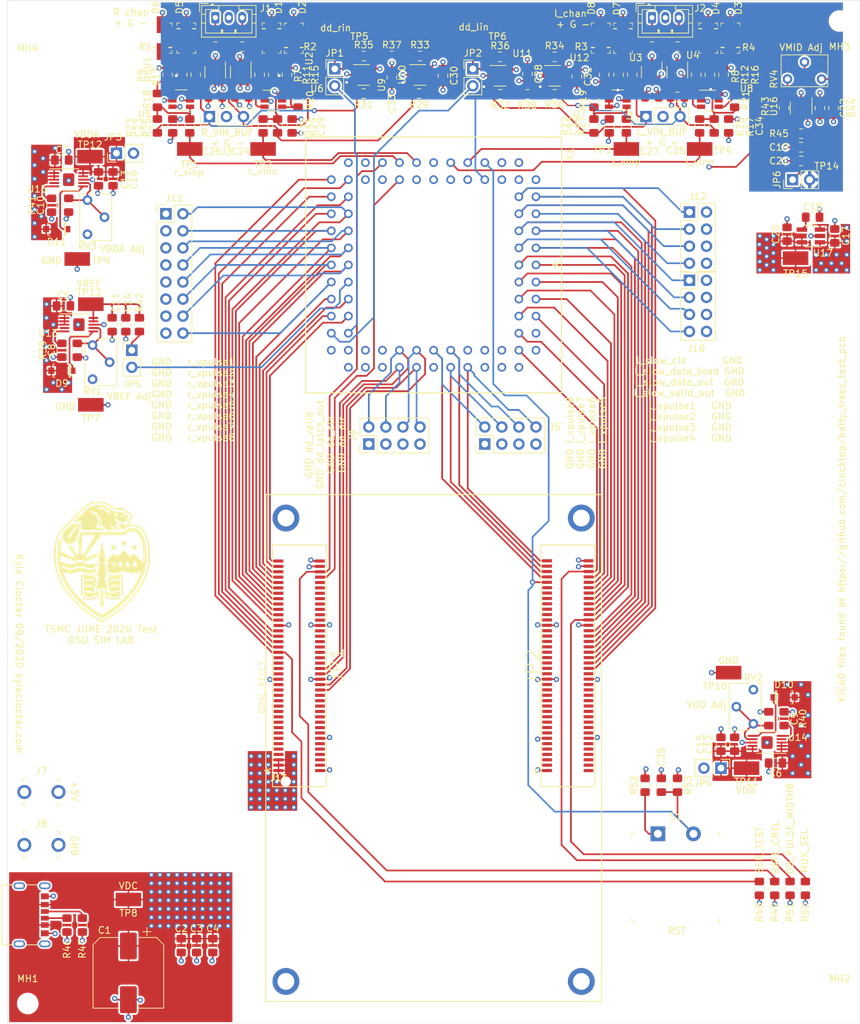
<source format=kicad_pcb>
(kicad_pcb (version 20171130) (host pcbnew "(5.1.5)-3")
  (layers (0 F.Cu signal) (1 In1.Cu power) (2 In2.Cu power) (31 B.Cu signal) (34 B.Paste user) (35 F.Paste user) (36 B.SilkS user) (37 F.SilkS user) (38 B.Mask user) (39 F.Mask user) (44 Edge.Cuts user))
  (net 0 "")
  (net 1 VDC)
  (net 2 GND)
  (net 3 "Net-(C8-Pad2)")
  (net 4 "Net-(C9-Pad2)")
  (net 5 "Net-(C10-Pad2)")
  (net 6 /Power/DD_VREF_REGOUT)
  (net 7 /Power/VDD_REGOUT)
  (net 8 /Power/VDDA_REGOUT)
  (net 9 "Net-(C18-Pad2)")
  (net 10 "Net-(C19-Pad1)")
  (net 11 +3V3)
  (net 12 "Net-(D1-PadA)")
  (net 13 "Net-(D3-PadA)")
  (net 14 "Net-(D5-PadA)")
  (net 15 "Net-(D7-PadA)")
  (net 16 "Net-(D9-PadK)")
  (net 17 "Net-(D10-PadK)")
  (net 18 "Net-(D11-PadK)")
  (net 19 "Net-(J1-Pad1)")
  (net 20 "Net-(J1-Pad3)")
  (net 21 "Net-(J2-Pad3)")
  (net 22 "Net-(J2-Pad1)")
  (net 23 /AFE/R_VIN_BUFN)
  (net 24 /AFE/R_VIN_BUFP)
  (net 25 /AFE/L_VIN_BUFP)
  (net 26 /AFE/L_VIN_BUFN)
  (net 27 VDD)
  (net 28 "Net-(J6-PadA5)")
  (net 29 "Net-(J6-PadB5)")
  (net 30 /dd_rin)
  (net 31 "Net-(JP1-Pad1)")
  (net 32 "Net-(JP2-Pad1)")
  (net 33 /dd_lin)
  (net 34 VDDA)
  (net 35 /VMID)
  (net 36 "Net-(R13-Pad1)")
  (net 37 "Net-(R14-Pad1)")
  (net 38 "Net-(R15-Pad1)")
  (net 39 "Net-(R16-Pad1)")
  (net 40 "Net-(R18-Pad1)")
  (net 41 "Net-(R10-Pad1)")
  (net 42 "Net-(R11-Pad1)")
  (net 43 "Net-(R12-Pad1)")
  (net 44 "Net-(R17-Pad2)")
  (net 45 "Net-(R18-Pad2)")
  (net 46 "Net-(R19-Pad2)")
  (net 47 "Net-(R20-Pad2)")
  (net 48 /r_vinp)
  (net 49 /r_vinn)
  (net 50 /l_vinp)
  (net 51 /l_vinn)
  (net 52 "Net-(R29-Pad1)")
  (net 53 "Net-(R30-Pad1)")
  (net 54 "Net-(R31-Pad1)")
  (net 55 "Net-(R32-Pad1)")
  (net 56 "Net-(R33-Pad1)")
  (net 57 "Net-(R34-Pad1)")
  (net 58 "Net-(R39-Pad2)")
  (net 59 "Net-(R40-Pad2)")
  (net 60 "Net-(R41-Pad2)")
  (net 61 /dd_vref)
  (net 62 "Net-(R43-Pad1)")
  (net 63 "Net-(R45-Pad1)")
  (net 64 "Net-(U13-Pad4)")
  (net 65 "Net-(U14-Pad4)")
  (net 66 "Net-(U15-Pad4)")
  (net 67 /sipo_clk)
  (net 68 /sipo_sin)
  (net 69 /l_fast_clk)
  (net 70 /sipo_sout)
  (net 71 /l_fast_data_load)
  (net 72 /l_fast_data_out)
  (net 73 /l_fast_valid_out)
  (net 74 /dd_pulse_width8)
  (net 75 /right_slow_data_load)
  (net 76 /right_slow_clk)
  (net 77 /ser_test)
  (net 78 /sipo_clkb)
  (net 79 /mux_sel)
  (net 80 /l_vpulse4)
  (net 81 /l_vpulse3)
  (net 82 /l_vpulse2)
  (net 83 /l_vpulse1)
  (net 84 /l_slow_valid_out)
  (net 85 /l_slow_data_out)
  (net 86 /l_slow_data_load)
  (net 87 /l_slow_clk)
  (net 88 /rst)
  (net 89 /decay_clk)
  (net 90 /rate_crtl)
  (net 91 /right_slow_data_out)
  (net 92 /right_slow_valid_out)
  (net 93 /r_vpulse1)
  (net 94 /r_vpulse2)
  (net 95 /r_vpulse3)
  (net 96 /r_vpulse4)
  (net 97 /r_vpulse5)
  (net 98 /r_vpulse6)
  (net 99 /r_vpulse7)
  (net 100 /r_vpulse8)
  (net 101 /right_fast_clk)
  (net 102 /right_fast_data_load)
  (net 103 /right_fast_data_out)
  (net 104 /right_fast_valid_out)
  (net 105 /dd_latch_out)
  (net 106 /dd_valid)
  (net 107 /dd_direction)
  (net 108 /dd_clk)
  (net 109 /l_vpulse8)
  (net 110 /l_vpulse7)
  (net 111 /l_vpulse6)
  (net 112 /l_vpulse5)
  (net 113 "Net-(R44-Pad2)")
  (net 114 "Net-(RV4-Pad2)")
  (net 115 "Net-(J13-Pad4)")
  (net 116 "Net-(J13-Pad6)")
  (net 117 "Net-(J13-Pad7)")
  (net 118 "Net-(J13-Pad8)")
  (net 119 "Net-(J13-Pad9)")
  (net 120 "Net-(J13-Pad10)")
  (net 121 "Net-(J13-Pad11)")
  (net 122 "Net-(J13-Pad12)")
  (net 123 "Net-(J13-Pad13)")
  (net 124 "Net-(J13-Pad15)")
  (net 125 "Net-(J13-Pad16)")
  (net 126 "Net-(J13-Pad17)")
  (net 127 "Net-(J13-Pad18)")
  (net 128 "Net-(J13-Pad19)")
  (net 129 "Net-(J13-Pad20)")
  (net 130 "Net-(J13-Pad21)")
  (net 131 "Net-(J13-Pad22)")
  (net 132 "Net-(J13-Pad23)")
  (net 133 "Net-(J13-Pad24)")
  (net 134 "Net-(J13-Pad25)")
  (net 135 "Net-(J13-Pad26)")
  (net 136 "Net-(J13-Pad27)")
  (net 137 "Net-(J13-Pad28)")
  (net 138 "Net-(J13-Pad29)")
  (net 139 "Net-(J13-Pad30)")
  (net 140 "Net-(J13-Pad31)")
  (net 141 "Net-(J13-Pad33)")
  (net 142 "Net-(J13-Pad37)")
  (net 143 "Net-(J13-Pad39)")
  (net 144 "Net-(J13-Pad41)")
  (net 145 "Net-(J13-Pad42)")
  (net 146 "Net-(J13-Pad43)")
  (net 147 "Net-(J13-Pad44)")
  (net 148 "Net-(J13-Pad46)")
  (net 149 "Net-(J13-Pad48)")
  (net 150 "Net-(J13-Pad50)")
  (net 151 "Net-(J13-Pad52)")
  (net 152 "Net-(J13-Pad54)")
  (net 153 "Net-(J13-Pad58)")
  (net 154 "Net-(J13-Pad60)")
  (net 155 "Net-(J13-Pad62)")
  (net 156 "Net-(J13-Pad64)")
  (net 157 "Net-(J13-Pad66)")
  (net 158 "Net-(J13-Pad68)")
  (net 159 "Net-(J13-Pad70)")
  (net 160 "Net-(J13-Pad72)")
  (net 161 "Net-(J13-Pad82)")
  (net 162 "Net-(J13-Pad83)")
  (net 163 "Net-(J13-Pad84)")
  (net 164 "Net-(J13-Pad85)")
  (net 165 "Net-(J13-Pad86)")
  (net 166 "Net-(J13-Pad87)")
  (net 167 "Net-(J13-Pad88)")
  (net 168 "Net-(J13-Pad89)")
  (net 169 "Net-(J13-Pad90)")
  (net 170 "Net-(J13-Pad91)")
  (net 171 "Net-(J13-Pad92)")
  (net 172 "Net-(J13-Pad95)")
  (net 173 "Net-(J13-Pad96)")
  (net 174 "Net-(J13-Pad97)")
  (net 175 "Net-(J13-Pad98)")
  (net 176 "Net-(J13-Pad99)")
  (net 177 "Net-(J13-Pad100)")
  (net 178 "Net-(J13-Pad101)")
  (net 179 "Net-(J13-Pad102)")
  (net 180 "Net-(J13-Pad103)")
  (net 181 "Net-(J13-Pad104)")
  (net 182 "Net-(J13-Pad105)")
  (net 183 "Net-(J13-Pad106)")
  (net 184 "Net-(J13-Pad107)")
  (net 185 "Net-(J13-Pad108)")
  (net 186 "Net-(J13-Pad109)")
  (net 187 "Net-(J13-Pad110)")
  (net 188 "Net-(J13-Pad111)")
  (net 189 "Net-(J13-Pad112)")
  (net 190 "Net-(J13-Pad113)")
  (net 191 "Net-(J13-Pad114)")
  (net 192 "Net-(J13-Pad117)")
  (net 193 "Net-(J13-Pad118)")
  (net 194 "Net-(J13-Pad119)")
  (net 195 "Net-(J13-Pad121)")
  (net 196 "Net-(J13-Pad123)")
  (net 197 "Net-(J13-Pad125)")
  (net 198 "Net-(J13-Pad127)")
  (net 199 "Net-(J13-Pad129)")
  (net 200 "Net-(J13-Pad131)")
  (net 201 "Net-(J13-Pad133)")
  (net 202 "Net-(J13-Pad137)")
  (net 203 "Net-(J13-Pad139)")
  (net 204 "Net-(J13-Pad141)")
  (net 205 "Net-(J13-Pad143)")
  (net 206 "Net-(J13-Pad145)")
  (net 207 "Net-(J13-Pad147)")
  (net 208 "Net-(J13-Pad149)")
  (net 209 "Net-(JP5-Pad1)")
  (net 210 "Net-(R52-Pad1)")
  (net 211 "Net-(J6-PadS1)")
  (net 212 "Net-(J6-PadS2)")
  (net 213 "Net-(J6-PadS3)")
  (net 214 "Net-(J6-PadS4)")
  (module OSU_SIM_BASIC:LOGOmed (layer F.Cu) (at 39.497 108.966)
    (fp_text reference G*** hide)
    (fp_text value LOGO hide)
  )
  (module "OSU SIM FULL:CUI_UJC-HP-3-SMT-TR" (layer F.Cu) (at 30.988 161.544 270)
    (fp_text reference J6 (at -2.468 -1.6064 90) (layer F.SilkS) (effects (font (size 0.64 0.64) (thickness 0.015))))
    (fp_text value UJC-HP-3-SMT-TR)
    (fp_line (start -4.57 -0.35) (end -4.57 0.35) (layer Edge.Cuts) (width 0.1))
    (fp_arc (start -4.32 0.35) (end -4.32 0.6) (angle 90) (layer Edge.Cuts) (width 0.1))
    (fp_arc (start -4.32 0.35) (end -4.07 0.35) (angle 90) (layer Edge.Cuts) (width 0.1))
    (fp_line (start -4.07 0.35) (end -4.07 -0.35) (layer Edge.Cuts) (width 0.1))
    (fp_arc (start -4.32 -0.35) (end -4.32 -0.6) (angle 90) (layer Edge.Cuts) (width 0.1))
    (fp_arc (start -4.32 -0.35) (end -4.57 -0.35) (angle 90) (layer Edge.Cuts) (width 0.1))
    (fp_poly (pts (xy -4.07 0) (xy -4.07 -0.35) (xy -4.070343 -0.363084) (xy -4.07137 -0.376132) (xy -4.073078 -0.389109) (xy -4.075463 -0.401978) (xy -4.078519 -0.414705) (xy -4.082236 -0.427254) (xy -4.086605 -0.439592) (xy -4.091614 -0.451684) (xy -4.097248 -0.463498) (xy -4.103494 -0.475) (xy -4.110332 -0.48616) (xy -4.117746 -0.496946) (xy -4.125714 -0.50733) (xy -4.134214 -0.517283) (xy -4.143223 -0.526777) (xy -4.152717 -0.535786) (xy -4.16267 -0.544286) (xy -4.173054 -0.552254) (xy -4.18384 -0.559668) (xy -4.195 -0.566506) (xy -4.206502 -0.572752) (xy -4.218316 -0.578386) (xy -4.230408 -0.583395) (xy -4.242746 -0.587764) (xy -4.255295 -0.591481) (xy -4.268022 -0.594537) (xy -4.280891 -0.596922) (xy -4.293868 -0.59863) (xy -4.306916 -0.599657) (xy -4.32 -0.6) (xy -4.333084 -0.599657) (xy -4.346132 -0.59863) (xy -4.359109 -0.596922) (xy -4.371978 -0.594537) (xy -4.384705 -0.591481) (xy -4.397254 -0.587764) (xy -4.409592 -0.583395) (xy -4.421684 -0.578386) (xy -4.433498 -0.572752) (xy -4.445 -0.566506) (xy -4.45616 -0.559668) (xy -4.466946 -0.552254) (xy -4.47733 -0.544286) (xy -4.487283 -0.535786) (xy -4.496777 -0.526777) (xy -4.505786 -0.517283) (xy -4.514286 -0.50733) (xy -4.522254 -0.496946) (xy -4.529668 -0.48616) (xy -4.536506 -0.475) (xy -4.542752 -0.463498) (xy -4.548386 -0.451684) (xy -4.553395 -0.439592) (xy -4.557764 -0.427254) (xy -4.561481 -0.414705) (xy -4.564537 -0.401978) (xy -4.566922 -0.389109) (xy -4.56863 -0.376132) (xy -4.569657 -0.363084) (xy -4.57 -0.35) (xy -4.57 0.35) (xy -4.569657 0.363084) (xy -4.56863 0.376132) (xy -4.566922 0.389109) (xy -4.564537 0.401978) (xy -4.561481 0.414705) (xy -4.557764 0.427254) (xy -4.553395 0.439592) (xy -4.548386 0.451684) (xy -4.542752 0.463498) (xy -4.536506 0.475) (xy -4.529668 0.48616) (xy -4.522254 0.496946) (xy -4.514286 0.50733) (xy -4.505786 0.517283) (xy -4.496777 0.526777) (xy -4.487283 0.535786) (xy -4.47733 0.544286) (xy -4.466946 0.552254) (xy -4.45616 0.559668) (xy -4.445 0.566506) (xy -4.433498 0.572752) (xy -4.421684 0.578386) (xy -4.409592 0.583395) (xy -4.397254 0.587764) (xy -4.384705 0.591481) (xy -4.371978 0.594537) (xy -4.359109 0.596922) (xy -4.346132 0.59863) (xy -4.333084 0.599657) (xy -4.32 0.6) (xy -4.306916 0.599657) (xy -4.293868 0.59863) (xy -4.280891 0.596922) (xy -4.268022 0.594537) (xy -4.255295 0.591481) (xy -4.242746 0.587764) (xy -4.230408 0.583395) (xy -4.218316 0.578386) (xy -4.206502 0.572752) (xy -4.195 0.566506) (xy -4.18384 0.559668) (xy -4.173054 0.552254) (xy -4.16267 0.544286) (xy -4.152717 0.535786) (xy -4.143223 0.526777) (xy -4.134214 0.517283) (xy -4.125714 0.50733) (xy -4.117746 0.496946) (xy -4.110332 0.48616) (xy -4.103494 0.475) (xy -4.097248 0.463498) (xy -4.091614 0.451684) (xy -4.086605 0.439592) (xy -4.082236 0.427254) (xy -4.078519 0.414705) (xy -4.075463 0.401978) (xy -4.073078 0.389109) (xy -4.07137 0.376132) (xy -4.070343 0.363084) (xy -4.07 0.35) (xy -4.07 0.01) (xy -3.82 0.01) (xy -3.82 0.35) (xy -3.820685 0.376168) (xy -3.822739 0.402264) (xy -3.826156 0.428217) (xy -3.830926 0.453956) (xy -3.837037 0.47941) (xy -3.844472 0.504508) (xy -3.85321 0.529184) (xy -3.863227 0.553368) (xy -3.874497 0.576995) (xy -3.886987 0.6) (xy -3.900665 0.62232) (xy -3.915492 0.643893) (xy -3.931427 0.66466) (xy -3.948428 0.684565) (xy -3.966447 0.703553) (xy -3.985435 0.721572) (xy -4.00534 0.738573) (xy -4.026107 0.754508) (xy -4.04768 0.769335) (xy -4.07 0.783013) (xy -4.093005 0.795503) (xy -4.116632 0.806773) (xy -4.140816 0.81679) (xy -4.165492 0.825528) (xy -4.19059 0.832963) (xy -4.216044 0.839074) (xy -4.241783 0.843844) (xy -4.267736 0.847261) (xy -4.293832 0.849315) (xy -4.32 0.85) (xy -4.346168 0.849315) (xy -4.372264 0.847261) (xy -4.398217 0.843844) (xy -4.423956 0.839074) (xy -4.44941 0.832963) (xy -4.474508 0.825528) (xy -4.499184 0.81679) (xy -4.523368 0.806773) (xy -4.546995 0.795503) (xy -4.57 0.783013) (xy -4.59232 0.769335) (xy -4.613893 0.754508) (xy -4.63466 0.738573) (xy -4.654565 0.721572) (xy -4.673553 0.703553) (xy -4.691572 0.684565) (xy -4.708573 0.66466) (xy -4.724508 0.643893) (xy -4.739335 0.62232) (xy -4.753013 0.6) (xy -4.765503 0.576995) (xy -4.776773 0.553368) (xy -4.78679 0.529184) (xy -4.795528 0.504508) (xy -4.802963 0.47941) (xy -4.809074 0.453956) (xy -4.813844 0.428217) (xy -4.817261 0.402264) (xy -4.819315 0.376168) (xy -4.82 0.35) (xy -4.82 -0.35) (xy -4.819315 -0.376168) (xy -4.817261 -0.402264) (xy -4.813844 -0.428217) (xy -4.809074 -0.453956) (xy -4.802963 -0.47941) (xy -4.795528 -0.504508) (xy -4.78679 -0.529184) (xy -4.776773 -0.553368) (xy -4.765503 -0.576995) (xy -4.753013 -0.6) (xy -4.739335 -0.62232) (xy -4.724508 -0.643893) (xy -4.708573 -0.66466) (xy -4.691572 -0.684565) (xy -4.673553 -0.703553) (xy -4.654565 -0.721572) (xy -4.63466 -0.738573) (xy -4.613893 -0.754508) (xy -4.59232 -0.769335) (xy -4.57 -0.783013) (xy -4.546995 -0.795503) (xy -4.523368 -0.806773) (xy -4.499184 -0.81679) (xy -4.474508 -0.825528) (xy -4.44941 -0.832963) (xy -4.423956 -0.839074) (xy -4.398217 -0.843844) (xy -4.372264 -0.847261) (xy -4.346168 -0.849315) (xy -4.32 -0.85) (xy -4.293832 -0.849315) (xy -4.267736 -0.847261) (xy -4.241783 -0.843844) (xy -4.216044 -0.839074) (xy -4.19059 -0.832963) (xy -4.165492 -0.825528) (xy -4.140816 -0.81679) (xy -4.116632 -0.806773) (xy -4.093005 -0.795503) (xy -4.07 -0.783013) (xy -4.04768 -0.769335) (xy -4.026107 -0.754508) (xy -4.00534 -0.738573) (xy -3.985435 -0.721572) (xy -3.966447 -0.703553) (xy -3.948428 -0.684565) (xy -3.931427 -0.66466) (xy -3.915492 -0.643893) (xy -3.900665 -0.62232) (xy -3.886987 -0.6) (xy -3.874497 -0.576995) (xy -3.863227 -0.553368) (xy -3.85321 -0.529184) (xy -3.844472 -0.504508) (xy -3.837037 -0.47941) (xy -3.830926 -0.453956) (xy -3.826156 -0.428217) (xy -3.822739 -0.402264) (xy -3.820685 -0.376168) (xy -3.82 -0.35) (xy -3.82 0) (xy -4.07 0)) (layer F.Cu) (width 0.01))
    (fp_poly (pts (xy -4.07 0) (xy -4.07 -0.35) (xy -4.070343 -0.363084) (xy -4.07137 -0.376132) (xy -4.073078 -0.389109) (xy -4.075463 -0.401978) (xy -4.078519 -0.414705) (xy -4.082236 -0.427254) (xy -4.086605 -0.439592) (xy -4.091614 -0.451684) (xy -4.097248 -0.463498) (xy -4.103494 -0.475) (xy -4.110332 -0.48616) (xy -4.117746 -0.496946) (xy -4.125714 -0.50733) (xy -4.134214 -0.517283) (xy -4.143223 -0.526777) (xy -4.152717 -0.535786) (xy -4.16267 -0.544286) (xy -4.173054 -0.552254) (xy -4.18384 -0.559668) (xy -4.195 -0.566506) (xy -4.206502 -0.572752) (xy -4.218316 -0.578386) (xy -4.230408 -0.583395) (xy -4.242746 -0.587764) (xy -4.255295 -0.591481) (xy -4.268022 -0.594537) (xy -4.280891 -0.596922) (xy -4.293868 -0.59863) (xy -4.306916 -0.599657) (xy -4.32 -0.6) (xy -4.333084 -0.599657) (xy -4.346132 -0.59863) (xy -4.359109 -0.596922) (xy -4.371978 -0.594537) (xy -4.384705 -0.591481) (xy -4.397254 -0.587764) (xy -4.409592 -0.583395) (xy -4.421684 -0.578386) (xy -4.433498 -0.572752) (xy -4.445 -0.566506) (xy -4.45616 -0.559668) (xy -4.466946 -0.552254) (xy -4.47733 -0.544286) (xy -4.487283 -0.535786) (xy -4.496777 -0.526777) (xy -4.505786 -0.517283) (xy -4.514286 -0.50733) (xy -4.522254 -0.496946) (xy -4.529668 -0.48616) (xy -4.536506 -0.475) (xy -4.542752 -0.463498) (xy -4.548386 -0.451684) (xy -4.553395 -0.439592) (xy -4.557764 -0.427254) (xy -4.561481 -0.414705) (xy -4.564537 -0.401978) (xy -4.566922 -0.389109) (xy -4.56863 -0.376132) (xy -4.569657 -0.363084) (xy -4.57 -0.35) (xy -4.57 0.35) (xy -4.569657 0.363084) (xy -4.56863 0.376132) (xy -4.566922 0.389109) (xy -4.564537 0.401978) (xy -4.561481 0.414705) (xy -4.557764 0.427254) (xy -4.553395 0.439592) (xy -4.548386 0.451684) (xy -4.542752 0.463498) (xy -4.536506 0.475) (xy -4.529668 0.48616) (xy -4.522254 0.496946) (xy -4.514286 0.50733) (xy -4.505786 0.517283) (xy -4.496777 0.526777) (xy -4.487283 0.535786) (xy -4.47733 0.544286) (xy -4.466946 0.552254) (xy -4.45616 0.559668) (xy -4.445 0.566506) (xy -4.433498 0.572752) (xy -4.421684 0.578386) (xy -4.409592 0.583395) (xy -4.397254 0.587764) (xy -4.384705 0.591481) (xy -4.371978 0.594537) (xy -4.359109 0.596922) (xy -4.346132 0.59863) (xy -4.333084 0.599657) (xy -4.32 0.6) (xy -4.306916 0.599657) (xy -4.293868 0.59863) (xy -4.280891 0.596922) (xy -4.268022 0.594537) (xy -4.255295 0.591481) (xy -4.242746 0.587764) (xy -4.230408 0.583395) (xy -4.218316 0.578386) (xy -4.206502 0.572752) (xy -4.195 0.566506) (xy -4.18384 0.559668) (xy -4.173054 0.552254) (xy -4.16267 0.544286) (xy -4.152717 0.535786) (xy -4.143223 0.526777) (xy -4.134214 0.517283) (xy -4.125714 0.50733) (xy -4.117746 0.496946) (xy -4.110332 0.48616) (xy -4.103494 0.475) (xy -4.097248 0.463498) (xy -4.091614 0.451684) (xy -4.086605 0.439592) (xy -4.082236 0.427254) (xy -4.078519 0.414705) (xy -4.075463 0.401978) (xy -4.073078 0.389109) (xy -4.07137 0.376132) (xy -4.070343 0.363084) (xy -4.07 0.35) (xy -4.07 0.01) (xy -3.82 0.01) (xy -3.82 0.35) (xy -3.820685 0.376168) (xy -3.822739 0.402264) (xy -3.826156 0.428217) (xy -3.830926 0.453956) (xy -3.837037 0.47941) (xy -3.844472 0.504508) (xy -3.85321 0.529184) (xy -3.863227 0.553368) (xy -3.874497 0.576995) (xy -3.886987 0.6) (xy -3.900665 0.62232) (xy -3.915492 0.643893) (xy -3.931427 0.66466) (xy -3.948428 0.684565) (xy -3.966447 0.703553) (xy -3.985435 0.721572) (xy -4.00534 0.738573) (xy -4.026107 0.754508) (xy -4.04768 0.769335) (xy -4.07 0.783013) (xy -4.093005 0.795503) (xy -4.116632 0.806773) (xy -4.140816 0.81679) (xy -4.165492 0.825528) (xy -4.19059 0.832963) (xy -4.216044 0.839074) (xy -4.241783 0.843844) (xy -4.267736 0.847261) (xy -4.293832 0.849315) (xy -4.32 0.85) (xy -4.346168 0.849315) (xy -4.372264 0.847261) (xy -4.398217 0.843844) (xy -4.423956 0.839074) (xy -4.44941 0.832963) (xy -4.474508 0.825528) (xy -4.499184 0.81679) (xy -4.523368 0.806773) (xy -4.546995 0.795503) (xy -4.57 0.783013) (xy -4.59232 0.769335) (xy -4.613893 0.754508) (xy -4.63466 0.738573) (xy -4.654565 0.721572) (xy -4.673553 0.703553) (xy -4.691572 0.684565) (xy -4.708573 0.66466) (xy -4.724508 0.643893) (xy -4.739335 0.62232) (xy -4.753013 0.6) (xy -4.765503 0.576995) (xy -4.776773 0.553368) (xy -4.78679 0.529184) (xy -4.795528 0.504508) (xy -4.802963 0.47941) (xy -4.809074 0.453956) (xy -4.813844 0.428217) (xy -4.817261 0.402264) (xy -4.819315 0.376168) (xy -4.82 0.35) (xy -4.82 -0.35) (xy -4.819315 -0.376168) (xy -4.817261 -0.402264) (xy -4.813844 -0.428217) (xy -4.809074 -0.453956) (xy -4.802963 -0.47941) (xy -4.795528 -0.504508) (xy -4.78679 -0.529184) (xy -4.776773 -0.553368) (xy -4.765503 -0.576995) (xy -4.753013 -0.6) (xy -4.739335 -0.62232) (xy -4.724508 -0.643893) (xy -4.708573 -0.66466) (xy -4.691572 -0.684565) (xy -4.673553 -0.703553) (xy -4.654565 -0.721572) (xy -4.63466 -0.738573) (xy -4.613893 -0.754508) (xy -4.59232 -0.769335) (xy -4.57 -0.783013) (xy -4.546995 -0.795503) (xy -4.523368 -0.806773) (xy -4.499184 -0.81679) (xy -4.474508 -0.825528) (xy -4.44941 -0.832963) (xy -4.423956 -0.839074) (xy -4.398217 -0.843844) (xy -4.372264 -0.847261) (xy -4.346168 -0.849315) (xy -4.32 -0.85) (xy -4.293832 -0.849315) (xy -4.267736 -0.847261) (xy -4.241783 -0.843844) (xy -4.216044 -0.839074) (xy -4.19059 -0.832963) (xy -4.165492 -0.825528) (xy -4.140816 -0.81679) (xy -4.116632 -0.806773) (xy -4.093005 -0.795503) (xy -4.07 -0.783013) (xy -4.04768 -0.769335) (xy -4.026107 -0.754508) (xy -4.00534 -0.738573) (xy -3.985435 -0.721572) (xy -3.966447 -0.703553) (xy -3.948428 -0.684565) (xy -3.931427 -0.66466) (xy -3.915492 -0.643893) (xy -3.900665 -0.62232) (xy -3.886987 -0.6) (xy -3.874497 -0.576995) (xy -3.863227 -0.553368) (xy -3.85321 -0.529184) (xy -3.844472 -0.504508) (xy -3.837037 -0.47941) (xy -3.830926 -0.453956) (xy -3.826156 -0.428217) (xy -3.822739 -0.402264) (xy -3.820685 -0.376168) (xy -3.82 -0.35) (xy -3.82 0) (xy -4.07 0)) (layer B.Cu) (width 0.01))
    (fp_line (start 4.07 -0.35) (end 4.07 0.35) (layer Edge.Cuts) (width 0.1))
    (fp_arc (start 4.32 0.35) (end 4.32 0.6) (angle 90) (layer Edge.Cuts) (width 0.1))
    (fp_arc (start 4.32 0.35) (end 4.57 0.35) (angle 90) (layer Edge.Cuts) (width 0.1))
    (fp_line (start 4.57 0.35) (end 4.57 -0.35) (layer Edge.Cuts) (width 0.1))
    (fp_arc (start 4.32 -0.35) (end 4.32 -0.6) (angle 90) (layer Edge.Cuts) (width 0.1))
    (fp_arc (start 4.32 -0.35) (end 4.07 -0.35) (angle 90) (layer Edge.Cuts) (width 0.1))
    (fp_poly (pts (xy 4.57 0) (xy 4.57 -0.35) (xy 4.569657 -0.363084) (xy 4.56863 -0.376132) (xy 4.566922 -0.389109) (xy 4.564537 -0.401978) (xy 4.561481 -0.414705) (xy 4.557764 -0.427254) (xy 4.553395 -0.439592) (xy 4.548386 -0.451684) (xy 4.542752 -0.463498) (xy 4.536506 -0.475) (xy 4.529668 -0.48616) (xy 4.522254 -0.496946) (xy 4.514286 -0.50733) (xy 4.505786 -0.517283) (xy 4.496777 -0.526777) (xy 4.487283 -0.535786) (xy 4.47733 -0.544286) (xy 4.466946 -0.552254) (xy 4.45616 -0.559668) (xy 4.445 -0.566506) (xy 4.433498 -0.572752) (xy 4.421684 -0.578386) (xy 4.409592 -0.583395) (xy 4.397254 -0.587764) (xy 4.384705 -0.591481) (xy 4.371978 -0.594537) (xy 4.359109 -0.596922) (xy 4.346132 -0.59863) (xy 4.333084 -0.599657) (xy 4.32 -0.6) (xy 4.306916 -0.599657) (xy 4.293868 -0.59863) (xy 4.280891 -0.596922) (xy 4.268022 -0.594537) (xy 4.255295 -0.591481) (xy 4.242746 -0.587764) (xy 4.230408 -0.583395) (xy 4.218316 -0.578386) (xy 4.206502 -0.572752) (xy 4.195 -0.566506) (xy 4.18384 -0.559668) (xy 4.173054 -0.552254) (xy 4.16267 -0.544286) (xy 4.152717 -0.535786) (xy 4.143223 -0.526777) (xy 4.134214 -0.517283) (xy 4.125714 -0.50733) (xy 4.117746 -0.496946) (xy 4.110332 -0.48616) (xy 4.103494 -0.475) (xy 4.097248 -0.463498) (xy 4.091614 -0.451684) (xy 4.086605 -0.439592) (xy 4.082236 -0.427254) (xy 4.078519 -0.414705) (xy 4.075463 -0.401978) (xy 4.073078 -0.389109) (xy 4.07137 -0.376132) (xy 4.070343 -0.363084) (xy 4.07 -0.35) (xy 4.07 0.35) (xy 4.070343 0.363084) (xy 4.07137 0.376132) (xy 4.073078 0.389109) (xy 4.075463 0.401978) (xy 4.078519 0.414705) (xy 4.082236 0.427254) (xy 4.086605 0.439592) (xy 4.091614 0.451684) (xy 4.097248 0.463498) (xy 4.103494 0.475) (xy 4.110332 0.48616) (xy 4.117746 0.496946) (xy 4.125714 0.50733) (xy 4.134214 0.517283) (xy 4.143223 0.526777) (xy 4.152717 0.535786) (xy 4.16267 0.544286) (xy 4.173054 0.552254) (xy 4.18384 0.559668) (xy 4.195 0.566506) (xy 4.206502 0.572752) (xy 4.218316 0.578386) (xy 4.230408 0.583395) (xy 4.242746 0.587764) (xy 4.255295 0.591481) (xy 4.268022 0.594537) (xy 4.280891 0.596922) (xy 4.293868 0.59863) (xy 4.306916 0.599657) (xy 4.32 0.6) (xy 4.333084 0.599657) (xy 4.346132 0.59863) (xy 4.359109 0.596922) (xy 4.371978 0.594537) (xy 4.384705 0.591481) (xy 4.397254 0.587764) (xy 4.409592 0.583395) (xy 4.421684 0.578386) (xy 4.433498 0.572752) (xy 4.445 0.566506) (xy 4.45616 0.559668) (xy 4.466946 0.552254) (xy 4.47733 0.544286) (xy 4.487283 0.535786) (xy 4.496777 0.526777) (xy 4.505786 0.517283) (xy 4.514286 0.50733) (xy 4.522254 0.496946) (xy 4.529668 0.48616) (xy 4.536506 0.475) (xy 4.542752 0.463498) (xy 4.548386 0.451684) (xy 4.553395 0.439592) (xy 4.557764 0.427254) (xy 4.561481 0.414705) (xy 4.564537 0.401978) (xy 4.566922 0.389109) (xy 4.56863 0.376132) (xy 4.569657 0.363084) (xy 4.57 0.35) (xy 4.57 0.01) (xy 4.82 0.01) (xy 4.82 0.35) (xy 4.819315 0.376168) (xy 4.817261 0.402264) (xy 4.813844 0.428217) (xy 4.809074 0.453956) (xy 4.802963 0.47941) (xy 4.795528 0.504508) (xy 4.78679 0.529184) (xy 4.776773 0.553368) (xy 4.765503 0.576995) (xy 4.753013 0.6) (xy 4.739335 0.62232) (xy 4.724508 0.643893) (xy 4.708573 0.66466) (xy 4.691572 0.684565) (xy 4.673553 0.703553) (xy 4.654565 0.721572) (xy 4.63466 0.738573) (xy 4.613893 0.754508) (xy 4.59232 0.769335) (xy 4.57 0.783013) (xy 4.546995 0.795503) (xy 4.523368 0.806773) (xy 4.499184 0.81679) (xy 4.474508 0.825528) (xy 4.44941 0.832963) (xy 4.423956 0.839074) (xy 4.398217 0.843844) (xy 4.372264 0.847261) (xy 4.346168 0.849315) (xy 4.32 0.85) (xy 4.293832 0.849315) (xy 4.267736 0.847261) (xy 4.241783 0.843844) (xy 4.216044 0.839074) (xy 4.19059 0.832963) (xy 4.165492 0.825528) (xy 4.140816 0.81679) (xy 4.116632 0.806773) (xy 4.093005 0.795503) (xy 4.07 0.783013) (xy 4.04768 0.769335) (xy 4.026107 0.754508) (xy 4.00534 0.738573) (xy 3.985435 0.721572) (xy 3.966447 0.703553) (xy 3.948428 0.684565) (xy 3.931427 0.66466) (xy 3.915492 0.643893) (xy 3.900665 0.62232) (xy 3.886987 0.6) (xy 3.874497 0.576995) (xy 3.863227 0.553368) (xy 3.85321 0.529184) (xy 3.844472 0.504508) (xy 3.837037 0.47941) (xy 3.830926 0.453956) (xy 3.826156 0.428217) (xy 3.822739 0.402264) (xy 3.820685 0.376168) (xy 3.82 0.35) (xy 3.82 -0.35) (xy 3.820685 -0.376168) (xy 3.822739 -0.402264) (xy 3.826156 -0.428217) (xy 3.830926 -0.453956) (xy 3.837037 -0.47941) (xy 3.844472 -0.504508) (xy 3.85321 -0.529184) (xy 3.863227 -0.553368) (xy 3.874497 -0.576995) (xy 3.886987 -0.6) (xy 3.900665 -0.62232) (xy 3.915492 -0.643893) (xy 3.931427 -0.66466) (xy 3.948428 -0.684565) (xy 3.966447 -0.703553) (xy 3.985435 -0.721572) (xy 4.00534 -0.738573) (xy 4.026107 -0.754508) (xy 4.04768 -0.769335) (xy 4.07 -0.783013) (xy 4.093005 -0.795503) (xy 4.116632 -0.806773) (xy 4.140816 -0.81679) (xy 4.165492 -0.825528) (xy 4.19059 -0.832963) (xy 4.216044 -0.839074) (xy 4.241783 -0.843844) (xy 4.267736 -0.847261) (xy 4.293832 -0.849315) (xy 4.32 -0.85) (xy 4.346168 -0.849315) (xy 4.372264 -0.847261) (xy 4.398217 -0.843844) (xy 4.423956 -0.839074) (xy 4.44941 -0.832963) (xy 4.474508 -0.825528) (xy 4.499184 -0.81679) (xy 4.523368 -0.806773) (xy 4.546995 -0.795503) (xy 4.57 -0.783013) (xy 4.59232 -0.769335) (xy 4.613893 -0.754508) (xy 4.63466 -0.738573) (xy 4.654565 -0.721572) (xy 4.673553 -0.703553) (xy 4.691572 -0.684565) (xy 4.708573 -0.66466) (xy 4.724508 -0.643893) (xy 4.739335 -0.62232) (xy 4.753013 -0.6) (xy 4.765503 -0.576995) (xy 4.776773 -0.553368) (xy 4.78679 -0.529184) (xy 4.795528 -0.504508) (xy 4.802963 -0.47941) (xy 4.809074 -0.453956) (xy 4.813844 -0.428217) (xy 4.817261 -0.402264) (xy 4.819315 -0.376168) (xy 4.82 -0.35) (xy 4.82 0) (xy 4.57 0)) (layer F.Cu) (width 0.01))
    (fp_poly (pts (xy 4.57 0) (xy 4.57 -0.35) (xy 4.569657 -0.363084) (xy 4.56863 -0.376132) (xy 4.566922 -0.389109) (xy 4.564537 -0.401978) (xy 4.561481 -0.414705) (xy 4.557764 -0.427254) (xy 4.553395 -0.439592) (xy 4.548386 -0.451684) (xy 4.542752 -0.463498) (xy 4.536506 -0.475) (xy 4.529668 -0.48616) (xy 4.522254 -0.496946) (xy 4.514286 -0.50733) (xy 4.505786 -0.517283) (xy 4.496777 -0.526777) (xy 4.487283 -0.535786) (xy 4.47733 -0.544286) (xy 4.466946 -0.552254) (xy 4.45616 -0.559668) (xy 4.445 -0.566506) (xy 4.433498 -0.572752) (xy 4.421684 -0.578386) (xy 4.409592 -0.583395) (xy 4.397254 -0.587764) (xy 4.384705 -0.591481) (xy 4.371978 -0.594537) (xy 4.359109 -0.596922) (xy 4.346132 -0.59863) (xy 4.333084 -0.599657) (xy 4.32 -0.6) (xy 4.306916 -0.599657) (xy 4.293868 -0.59863) (xy 4.280891 -0.596922) (xy 4.268022 -0.594537) (xy 4.255295 -0.591481) (xy 4.242746 -0.587764) (xy 4.230408 -0.583395) (xy 4.218316 -0.578386) (xy 4.206502 -0.572752) (xy 4.195 -0.566506) (xy 4.18384 -0.559668) (xy 4.173054 -0.552254) (xy 4.16267 -0.544286) (xy 4.152717 -0.535786) (xy 4.143223 -0.526777) (xy 4.134214 -0.517283) (xy 4.125714 -0.50733) (xy 4.117746 -0.496946) (xy 4.110332 -0.48616) (xy 4.103494 -0.475) (xy 4.097248 -0.463498) (xy 4.091614 -0.451684) (xy 4.086605 -0.439592) (xy 4.082236 -0.427254) (xy 4.078519 -0.414705) (xy 4.075463 -0.401978) (xy 4.073078 -0.389109) (xy 4.07137 -0.376132) (xy 4.070343 -0.363084) (xy 4.07 -0.35) (xy 4.07 0.35) (xy 4.070343 0.363084) (xy 4.07137 0.376132) (xy 4.073078 0.389109) (xy 4.075463 0.401978) (xy 4.078519 0.414705) (xy 4.082236 0.427254) (xy 4.086605 0.439592) (xy 4.091614 0.451684) (xy 4.097248 0.463498) (xy 4.103494 0.475) (xy 4.110332 0.48616) (xy 4.117746 0.496946) (xy 4.125714 0.50733) (xy 4.134214 0.517283) (xy 4.143223 0.526777) (xy 4.152717 0.535786) (xy 4.16267 0.544286) (xy 4.173054 0.552254) (xy 4.18384 0.559668) (xy 4.195 0.566506) (xy 4.206502 0.572752) (xy 4.218316 0.578386) (xy 4.230408 0.583395) (xy 4.242746 0.587764) (xy 4.255295 0.591481) (xy 4.268022 0.594537) (xy 4.280891 0.596922) (xy 4.293868 0.59863) (xy 4.306916 0.599657) (xy 4.32 0.6) (xy 4.333084 0.599657) (xy 4.346132 0.59863) (xy 4.359109 0.596922) (xy 4.371978 0.594537) (xy 4.384705 0.591481) (xy 4.397254 0.587764) (xy 4.409592 0.583395) (xy 4.421684 0.578386) (xy 4.433498 0.572752) (xy 4.445 0.566506) (xy 4.45616 0.559668) (xy 4.466946 0.552254) (xy 4.47733 0.544286) (xy 4.487283 0.535786) (xy 4.496777 0.526777) (xy 4.505786 0.517283) (xy 4.514286 0.50733) (xy 4.522254 0.496946) (xy 4.529668 0.48616) (xy 4.536506 0.475) (xy 4.542752 0.463498) (xy 4.548386 0.451684) (xy 4.553395 0.439592) (xy 4.557764 0.427254) (xy 4.561481 0.414705) (xy 4.564537 0.401978) (xy 4.566922 0.389109) (xy 4.56863 0.376132) (xy 4.569657 0.363084) (xy 4.57 0.35) (xy 4.57 0.01) (xy 4.82 0.01) (xy 4.82 0.35) (xy 4.819315 0.376168) (xy 4.817261 0.402264) (xy 4.813844 0.428217) (xy 4.809074 0.453956) (xy 4.802963 0.47941) (xy 4.795528 0.504508) (xy 4.78679 0.529184) (xy 4.776773 0.553368) (xy 4.765503 0.576995) (xy 4.753013 0.6) (xy 4.739335 0.62232) (xy 4.724508 0.643893) (xy 4.708573 0.66466) (xy 4.691572 0.684565) (xy 4.673553 0.703553) (xy 4.654565 0.721572) (xy 4.63466 0.738573) (xy 4.613893 0.754508) (xy 4.59232 0.769335) (xy 4.57 0.783013) (xy 4.546995 0.795503) (xy 4.523368 0.806773) (xy 4.499184 0.81679) (xy 4.474508 0.825528) (xy 4.44941 0.832963) (xy 4.423956 0.839074) (xy 4.398217 0.843844) (xy 4.372264 0.847261) (xy 4.346168 0.849315) (xy 4.32 0.85) (xy 4.293832 0.849315) (xy 4.267736 0.847261) (xy 4.241783 0.843844) (xy 4.216044 0.839074) (xy 4.19059 0.832963) (xy 4.165492 0.825528) (xy 4.140816 0.81679) (xy 4.116632 0.806773) (xy 4.093005 0.795503) (xy 4.07 0.783013) (xy 4.04768 0.769335) (xy 4.026107 0.754508) (xy 4.00534 0.738573) (xy 3.985435 0.721572) (xy 3.966447 0.703553) (xy 3.948428 0.684565) (xy 3.931427 0.66466) (xy 3.915492 0.643893) (xy 3.900665 0.62232) (xy 3.886987 0.6) (xy 3.874497 0.576995) (xy 3.863227 0.553368) (xy 3.85321 0.529184) (xy 3.844472 0.504508) (xy 3.837037 0.47941) (xy 3.830926 0.453956) (xy 3.826156 0.428217) (xy 3.822739 0.402264) (xy 3.820685 0.376168) (xy 3.82 0.35) (xy 3.82 -0.35) (xy 3.820685 -0.376168) (xy 3.822739 -0.402264) (xy 3.826156 -0.428217) (xy 3.830926 -0.453956) (xy 3.837037 -0.47941) (xy 3.844472 -0.504508) (xy 3.85321 -0.529184) (xy 3.863227 -0.553368) (xy 3.874497 -0.576995) (xy 3.886987 -0.6) (xy 3.900665 -0.62232) (xy 3.915492 -0.643893) (xy 3.931427 -0.66466) (xy 3.948428 -0.684565) (xy 3.966447 -0.703553) (xy 3.985435 -0.721572) (xy 4.00534 -0.738573) (xy 4.026107 -0.754508) (xy 4.04768 -0.769335) (xy 4.07 -0.783013) (xy 4.093005 -0.795503) (xy 4.116632 -0.806773) (xy 4.140816 -0.81679) (xy 4.165492 -0.825528) (xy 4.19059 -0.832963) (xy 4.216044 -0.839074) (xy 4.241783 -0.843844) (xy 4.267736 -0.847261) (xy 4.293832 -0.849315) (xy 4.32 -0.85) (xy 4.346168 -0.849315) (xy 4.372264 -0.847261) (xy 4.398217 -0.843844) (xy 4.423956 -0.839074) (xy 4.44941 -0.832963) (xy 4.474508 -0.825528) (xy 4.499184 -0.81679) (xy 4.523368 -0.806773) (xy 4.546995 -0.795503) (xy 4.57 -0.783013) (xy 4.59232 -0.769335) (xy 4.613893 -0.754508) (xy 4.63466 -0.738573) (xy 4.654565 -0.721572) (xy 4.673553 -0.703553) (xy 4.691572 -0.684565) (xy 4.708573 -0.66466) (xy 4.724508 -0.643893) (xy 4.739335 -0.62232) (xy 4.753013 -0.6) (xy 4.765503 -0.576995) (xy 4.776773 -0.553368) (xy 4.78679 -0.529184) (xy 4.795528 -0.504508) (xy 4.802963 -0.47941) (xy 4.809074 -0.453956) (xy 4.813844 -0.428217) (xy 4.817261 -0.402264) (xy 4.819315 -0.376168) (xy 4.82 -0.35) (xy 4.82 0) (xy 4.57 0)) (layer B.Cu) (width 0.01))
    (fp_line (start -4.57 3.45) (end -4.57 4.15) (layer Edge.Cuts) (width 0.1))
    (fp_arc (start -4.32 4.15) (end -4.32 4.4) (angle 90) (layer Edge.Cuts) (width 0.1))
    (fp_arc (start -4.32 4.15) (end -4.07 4.15) (angle 90) (layer Edge.Cuts) (width 0.1))
    (fp_line (start -4.07 4.15) (end -4.07 3.45) (layer Edge.Cuts) (width 0.1))
    (fp_arc (start -4.32 3.45) (end -4.32 3.2) (angle 90) (layer Edge.Cuts) (width 0.1))
    (fp_arc (start -4.32 3.45) (end -4.57 3.45) (angle 90) (layer Edge.Cuts) (width 0.1))
    (fp_poly (pts (xy -4.07 3.8) (xy -4.07 3.45) (xy -4.070343 3.436916) (xy -4.07137 3.423868) (xy -4.073078 3.410891) (xy -4.075463 3.398022) (xy -4.078519 3.385295) (xy -4.082236 3.372746) (xy -4.086605 3.360408) (xy -4.091614 3.348316) (xy -4.097248 3.336502) (xy -4.103494 3.325) (xy -4.110332 3.31384) (xy -4.117746 3.303054) (xy -4.125714 3.29267) (xy -4.134214 3.282717) (xy -4.143223 3.273223) (xy -4.152717 3.264214) (xy -4.16267 3.255714) (xy -4.173054 3.247746) (xy -4.18384 3.240332) (xy -4.195 3.233494) (xy -4.206502 3.227248) (xy -4.218316 3.221614) (xy -4.230408 3.216605) (xy -4.242746 3.212236) (xy -4.255295 3.208519) (xy -4.268022 3.205463) (xy -4.280891 3.203078) (xy -4.293868 3.20137) (xy -4.306916 3.200343) (xy -4.32 3.2) (xy -4.333084 3.200343) (xy -4.346132 3.20137) (xy -4.359109 3.203078) (xy -4.371978 3.205463) (xy -4.384705 3.208519) (xy -4.397254 3.212236) (xy -4.409592 3.216605) (xy -4.421684 3.221614) (xy -4.433498 3.227248) (xy -4.445 3.233494) (xy -4.45616 3.240332) (xy -4.466946 3.247746) (xy -4.47733 3.255714) (xy -4.487283 3.264214) (xy -4.496777 3.273223) (xy -4.505786 3.282717) (xy -4.514286 3.29267) (xy -4.522254 3.303054) (xy -4.529668 3.31384) (xy -4.536506 3.325) (xy -4.542752 3.336502) (xy -4.548386 3.348316) (xy -4.553395 3.360408) (xy -4.557764 3.372746) (xy -4.561481 3.385295) (xy -4.564537 3.398022) (xy -4.566922 3.410891) (xy -4.56863 3.423868) (xy -4.569657 3.436916) (xy -4.57 3.45) (xy -4.57 4.15) (xy -4.569657 4.163084) (xy -4.56863 4.176132) (xy -4.566922 4.189109) (xy -4.564537 4.201978) (xy -4.561481 4.214705) (xy -4.557764 4.227254) (xy -4.553395 4.239592) (xy -4.548386 4.251684) (xy -4.542752 4.263498) (xy -4.536506 4.275) (xy -4.529668 4.28616) (xy -4.522254 4.296946) (xy -4.514286 4.30733) (xy -4.505786 4.317283) (xy -4.496777 4.326777) (xy -4.487283 4.335786) (xy -4.47733 4.344286) (xy -4.466946 4.352254) (xy -4.45616 4.359668) (xy -4.445 4.366506) (xy -4.433498 4.372752) (xy -4.421684 4.378386) (xy -4.409592 4.383395) (xy -4.397254 4.387764) (xy -4.384705 4.391481) (xy -4.371978 4.394537) (xy -4.359109 4.396922) (xy -4.346132 4.39863) (xy -4.333084 4.399657) (xy -4.32 4.4) (xy -4.306916 4.399657) (xy -4.293868 4.39863) (xy -4.280891 4.396922) (xy -4.268022 4.394537) (xy -4.255295 4.391481) (xy -4.242746 4.387764) (xy -4.230408 4.383395) (xy -4.218316 4.378386) (xy -4.206502 4.372752) (xy -4.195 4.366506) (xy -4.18384 4.359668) (xy -4.173054 4.352254) (xy -4.16267 4.344286) (xy -4.152717 4.335786) (xy -4.143223 4.326777) (xy -4.134214 4.317283) (xy -4.125714 4.30733) (xy -4.117746 4.296946) (xy -4.110332 4.28616) (xy -4.103494 4.275) (xy -4.097248 4.263498) (xy -4.091614 4.251684) (xy -4.086605 4.239592) (xy -4.082236 4.227254) (xy -4.078519 4.214705) (xy -4.075463 4.201978) (xy -4.073078 4.189109) (xy -4.07137 4.176132) (xy -4.070343 4.163084) (xy -4.07 4.15) (xy -4.07 3.81) (xy -3.82 3.81) (xy -3.82 4.15) (xy -3.820685 4.176168) (xy -3.822739 4.202264) (xy -3.826156 4.228217) (xy -3.830926 4.253956) (xy -3.837037 4.27941) (xy -3.844472 4.304508) (xy -3.85321 4.329184) (xy -3.863227 4.353368) (xy -3.874497 4.376995) (xy -3.886987 4.4) (xy -3.900665 4.42232) (xy -3.915492 4.443893) (xy -3.931427 4.46466) (xy -3.948428 4.484565) (xy -3.966447 4.503553) (xy -3.985435 4.521572) (xy -4.00534 4.538573) (xy -4.026107 4.554508) (xy -4.04768 4.569335) (xy -4.07 4.583013) (xy -4.093005 4.595503) (xy -4.116632 4.606773) (xy -4.140816 4.61679) (xy -4.165492 4.625528) (xy -4.19059 4.632963) (xy -4.216044 4.639074) (xy -4.241783 4.643844) (xy -4.267736 4.647261) (xy -4.293832 4.649315) (xy -4.32 4.65) (xy -4.346168 4.649315) (xy -4.372264 4.647261) (xy -4.398217 4.643844) (xy -4.423956 4.639074) (xy -4.44941 4.632963) (xy -4.474508 4.625528) (xy -4.499184 4.61679) (xy -4.523368 4.606773) (xy -4.546995 4.595503) (xy -4.57 4.583013) (xy -4.59232 4.569335) (xy -4.613893 4.554508) (xy -4.63466 4.538573) (xy -4.654565 4.521572) (xy -4.673553 4.503553) (xy -4.691572 4.484565) (xy -4.708573 4.46466) (xy -4.724508 4.443893) (xy -4.739335 4.42232) (xy -4.753013 4.4) (xy -4.765503 4.376995) (xy -4.776773 4.353368) (xy -4.78679 4.329184) (xy -4.795528 4.304508) (xy -4.802963 4.27941) (xy -4.809074 4.253956) (xy -4.813844 4.228217) (xy -4.817261 4.202264) (xy -4.819315 4.176168) (xy -4.82 4.15) (xy -4.82 3.45) (xy -4.819315 3.423832) (xy -4.817261 3.397736) (xy -4.813844 3.371783) (xy -4.809074 3.346044) (xy -4.802963 3.32059) (xy -4.795528 3.295492) (xy -4.78679 3.270816) (xy -4.776773 3.246632) (xy -4.765503 3.223005) (xy -4.753013 3.2) (xy -4.739335 3.17768) (xy -4.724508 3.156107) (xy -4.708573 3.13534) (xy -4.691572 3.115435) (xy -4.673553 3.096447) (xy -4.654565 3.078428) (xy -4.63466 3.061427) (xy -4.613893 3.045492) (xy -4.59232 3.030665) (xy -4.57 3.016987) (xy -4.546995 3.004497) (xy -4.523368 2.993227) (xy -4.499184 2.98321) (xy -4.474508 2.974472) (xy -4.44941 2.967037) (xy -4.423956 2.960926) (xy -4.398217 2.956156) (xy -4.372264 2.952739) (xy -4.346168 2.950685) (xy -4.32 2.95) (xy -4.293832 2.950685) (xy -4.267736 2.952739) (xy -4.241783 2.956156) (xy -4.216044 2.960926) (xy -4.19059 2.967037) (xy -4.165492 2.974472) (xy -4.140816 2.98321) (xy -4.116632 2.993227) (xy -4.093005 3.004497) (xy -4.07 3.016987) (xy -4.04768 3.030665) (xy -4.026107 3.045492) (xy -4.00534 3.061427) (xy -3.985435 3.078428) (xy -3.966447 3.096447) (xy -3.948428 3.115435) (xy -3.931427 3.13534) (xy -3.915492 3.156107) (xy -3.900665 3.17768) (xy -3.886987 3.2) (xy -3.874497 3.223005) (xy -3.863227 3.246632) (xy -3.85321 3.270816) (xy -3.844472 3.295492) (xy -3.837037 3.32059) (xy -3.830926 3.346044) (xy -3.826156 3.371783) (xy -3.822739 3.397736) (xy -3.820685 3.423832) (xy -3.82 3.45) (xy -3.82 3.8) (xy -4.07 3.8)) (layer F.Cu) (width 0.01))
    (fp_poly (pts (xy -4.07 3.8) (xy -4.07 3.45) (xy -4.070343 3.436916) (xy -4.07137 3.423868) (xy -4.073078 3.410891) (xy -4.075463 3.398022) (xy -4.078519 3.385295) (xy -4.082236 3.372746) (xy -4.086605 3.360408) (xy -4.091614 3.348316) (xy -4.097248 3.336502) (xy -4.103494 3.325) (xy -4.110332 3.31384) (xy -4.117746 3.303054) (xy -4.125714 3.29267) (xy -4.134214 3.282717) (xy -4.143223 3.273223) (xy -4.152717 3.264214) (xy -4.16267 3.255714) (xy -4.173054 3.247746) (xy -4.18384 3.240332) (xy -4.195 3.233494) (xy -4.206502 3.227248) (xy -4.218316 3.221614) (xy -4.230408 3.216605) (xy -4.242746 3.212236) (xy -4.255295 3.208519) (xy -4.268022 3.205463) (xy -4.280891 3.203078) (xy -4.293868 3.20137) (xy -4.306916 3.200343) (xy -4.32 3.2) (xy -4.333084 3.200343) (xy -4.346132 3.20137) (xy -4.359109 3.203078) (xy -4.371978 3.205463) (xy -4.384705 3.208519) (xy -4.397254 3.212236) (xy -4.409592 3.216605) (xy -4.421684 3.221614) (xy -4.433498 3.227248) (xy -4.445 3.233494) (xy -4.45616 3.240332) (xy -4.466946 3.247746) (xy -4.47733 3.255714) (xy -4.487283 3.264214) (xy -4.496777 3.273223) (xy -4.505786 3.282717) (xy -4.514286 3.29267) (xy -4.522254 3.303054) (xy -4.529668 3.31384) (xy -4.536506 3.325) (xy -4.542752 3.336502) (xy -4.548386 3.348316) (xy -4.553395 3.360408) (xy -4.557764 3.372746) (xy -4.561481 3.385295) (xy -4.564537 3.398022) (xy -4.566922 3.410891) (xy -4.56863 3.423868) (xy -4.569657 3.436916) (xy -4.57 3.45) (xy -4.57 4.15) (xy -4.569657 4.163084) (xy -4.56863 4.176132) (xy -4.566922 4.189109) (xy -4.564537 4.201978) (xy -4.561481 4.214705) (xy -4.557764 4.227254) (xy -4.553395 4.239592) (xy -4.548386 4.251684) (xy -4.542752 4.263498) (xy -4.536506 4.275) (xy -4.529668 4.28616) (xy -4.522254 4.296946) (xy -4.514286 4.30733) (xy -4.505786 4.317283) (xy -4.496777 4.326777) (xy -4.487283 4.335786) (xy -4.47733 4.344286) (xy -4.466946 4.352254) (xy -4.45616 4.359668) (xy -4.445 4.366506) (xy -4.433498 4.372752) (xy -4.421684 4.378386) (xy -4.409592 4.383395) (xy -4.397254 4.387764) (xy -4.384705 4.391481) (xy -4.371978 4.394537) (xy -4.359109 4.396922) (xy -4.346132 4.39863) (xy -4.333084 4.399657) (xy -4.32 4.4) (xy -4.306916 4.399657) (xy -4.293868 4.39863) (xy -4.280891 4.396922) (xy -4.268022 4.394537) (xy -4.255295 4.391481) (xy -4.242746 4.387764) (xy -4.230408 4.383395) (xy -4.218316 4.378386) (xy -4.206502 4.372752) (xy -4.195 4.366506) (xy -4.18384 4.359668) (xy -4.173054 4.352254) (xy -4.16267 4.344286) (xy -4.152717 4.335786) (xy -4.143223 4.326777) (xy -4.134214 4.317283) (xy -4.125714 4.30733) (xy -4.117746 4.296946) (xy -4.110332 4.28616) (xy -4.103494 4.275) (xy -4.097248 4.263498) (xy -4.091614 4.251684) (xy -4.086605 4.239592) (xy -4.082236 4.227254) (xy -4.078519 4.214705) (xy -4.075463 4.201978) (xy -4.073078 4.189109) (xy -4.07137 4.176132) (xy -4.070343 4.163084) (xy -4.07 4.15) (xy -4.07 3.81) (xy -3.82 3.81) (xy -3.82 4.15) (xy -3.820685 4.176168) (xy -3.822739 4.202264) (xy -3.826156 4.228217) (xy -3.830926 4.253956) (xy -3.837037 4.27941) (xy -3.844472 4.304508) (xy -3.85321 4.329184) (xy -3.863227 4.353368) (xy -3.874497 4.376995) (xy -3.886987 4.4) (xy -3.900665 4.42232) (xy -3.915492 4.443893) (xy -3.931427 4.46466) (xy -3.948428 4.484565) (xy -3.966447 4.503553) (xy -3.985435 4.521572) (xy -4.00534 4.538573) (xy -4.026107 4.554508) (xy -4.04768 4.569335) (xy -4.07 4.583013) (xy -4.093005 4.595503) (xy -4.116632 4.606773) (xy -4.140816 4.61679) (xy -4.165492 4.625528) (xy -4.19059 4.632963) (xy -4.216044 4.639074) (xy -4.241783 4.643844) (xy -4.267736 4.647261) (xy -4.293832 4.649315) (xy -4.32 4.65) (xy -4.346168 4.649315) (xy -4.372264 4.647261) (xy -4.398217 4.643844) (xy -4.423956 4.639074) (xy -4.44941 4.632963) (xy -4.474508 4.625528) (xy -4.499184 4.61679) (xy -4.523368 4.606773) (xy -4.546995 4.595503) (xy -4.57 4.583013) (xy -4.59232 4.569335) (xy -4.613893 4.554508) (xy -4.63466 4.538573) (xy -4.654565 4.521572) (xy -4.673553 4.503553) (xy -4.691572 4.484565) (xy -4.708573 4.46466) (xy -4.724508 4.443893) (xy -4.739335 4.42232) (xy -4.753013 4.4) (xy -4.765503 4.376995) (xy -4.776773 4.353368) (xy -4.78679 4.329184) (xy -4.795528 4.304508) (xy -4.802963 4.27941) (xy -4.809074 4.253956) (xy -4.813844 4.228217) (xy -4.817261 4.202264) (xy -4.819315 4.176168) (xy -4.82 4.15) (xy -4.82 3.45) (xy -4.819315 3.423832) (xy -4.817261 3.397736) (xy -4.813844 3.371783) (xy -4.809074 3.346044) (xy -4.802963 3.32059) (xy -4.795528 3.295492) (xy -4.78679 3.270816) (xy -4.776773 3.246632) (xy -4.765503 3.223005) (xy -4.753013 3.2) (xy -4.739335 3.17768) (xy -4.724508 3.156107) (xy -4.708573 3.13534) (xy -4.691572 3.115435) (xy -4.673553 3.096447) (xy -4.654565 3.078428) (xy -4.63466 3.061427) (xy -4.613893 3.045492) (xy -4.59232 3.030665) (xy -4.57 3.016987) (xy -4.546995 3.004497) (xy -4.523368 2.993227) (xy -4.499184 2.98321) (xy -4.474508 2.974472) (xy -4.44941 2.967037) (xy -4.423956 2.960926) (xy -4.398217 2.956156) (xy -4.372264 2.952739) (xy -4.346168 2.950685) (xy -4.32 2.95) (xy -4.293832 2.950685) (xy -4.267736 2.952739) (xy -4.241783 2.956156) (xy -4.216044 2.960926) (xy -4.19059 2.967037) (xy -4.165492 2.974472) (xy -4.140816 2.98321) (xy -4.116632 2.993227) (xy -4.093005 3.004497) (xy -4.07 3.016987) (xy -4.04768 3.030665) (xy -4.026107 3.045492) (xy -4.00534 3.061427) (xy -3.985435 3.078428) (xy -3.966447 3.096447) (xy -3.948428 3.115435) (xy -3.931427 3.13534) (xy -3.915492 3.156107) (xy -3.900665 3.17768) (xy -3.886987 3.2) (xy -3.874497 3.223005) (xy -3.863227 3.246632) (xy -3.85321 3.270816) (xy -3.844472 3.295492) (xy -3.837037 3.32059) (xy -3.830926 3.346044) (xy -3.826156 3.371783) (xy -3.822739 3.397736) (xy -3.820685 3.423832) (xy -3.82 3.45) (xy -3.82 3.8) (xy -4.07 3.8)) (layer B.Cu) (width 0.01))
    (fp_line (start 4.07 3.45) (end 4.07 4.15) (layer Edge.Cuts) (width 0.1))
    (fp_arc (start 4.32 4.15) (end 4.32 4.4) (angle 90) (layer Edge.Cuts) (width 0.1))
    (fp_arc (start 4.32 4.15) (end 4.57 4.15) (angle 90) (layer Edge.Cuts) (width 0.1))
    (fp_line (start 4.57 4.15) (end 4.57 3.45) (layer Edge.Cuts) (width 0.1))
    (fp_arc (start 4.32 3.45) (end 4.32 3.2) (angle 90) (layer Edge.Cuts) (width 0.1))
    (fp_arc (start 4.32 3.45) (end 4.07 3.45) (angle 90) (layer Edge.Cuts) (width 0.1))
    (fp_poly (pts (xy 4.57 3.8) (xy 4.57 3.45) (xy 4.569657 3.436916) (xy 4.56863 3.423868) (xy 4.566922 3.410891) (xy 4.564537 3.398022) (xy 4.561481 3.385295) (xy 4.557764 3.372746) (xy 4.553395 3.360408) (xy 4.548386 3.348316) (xy 4.542752 3.336502) (xy 4.536506 3.325) (xy 4.529668 3.31384) (xy 4.522254 3.303054) (xy 4.514286 3.29267) (xy 4.505786 3.282717) (xy 4.496777 3.273223) (xy 4.487283 3.264214) (xy 4.47733 3.255714) (xy 4.466946 3.247746) (xy 4.45616 3.240332) (xy 4.445 3.233494) (xy 4.433498 3.227248) (xy 4.421684 3.221614) (xy 4.409592 3.216605) (xy 4.397254 3.212236) (xy 4.384705 3.208519) (xy 4.371978 3.205463) (xy 4.359109 3.203078) (xy 4.346132 3.20137) (xy 4.333084 3.200343) (xy 4.32 3.2) (xy 4.306916 3.200343) (xy 4.293868 3.20137) (xy 4.280891 3.203078) (xy 4.268022 3.205463) (xy 4.255295 3.208519) (xy 4.242746 3.212236) (xy 4.230408 3.216605) (xy 4.218316 3.221614) (xy 4.206502 3.227248) (xy 4.195 3.233494) (xy 4.18384 3.240332) (xy 4.173054 3.247746) (xy 4.16267 3.255714) (xy 4.152717 3.264214) (xy 4.143223 3.273223) (xy 4.134214 3.282717) (xy 4.125714 3.29267) (xy 4.117746 3.303054) (xy 4.110332 3.31384) (xy 4.103494 3.325) (xy 4.097248 3.336502) (xy 4.091614 3.348316) (xy 4.086605 3.360408) (xy 4.082236 3.372746) (xy 4.078519 3.385295) (xy 4.075463 3.398022) (xy 4.073078 3.410891) (xy 4.07137 3.423868) (xy 4.070343 3.436916) (xy 4.07 3.45) (xy 4.07 4.15) (xy 4.070343 4.163084) (xy 4.07137 4.176132) (xy 4.073078 4.189109) (xy 4.075463 4.201978) (xy 4.078519 4.214705) (xy 4.082236 4.227254) (xy 4.086605 4.239592) (xy 4.091614 4.251684) (xy 4.097248 4.263498) (xy 4.103494 4.275) (xy 4.110332 4.28616) (xy 4.117746 4.296946) (xy 4.125714 4.30733) (xy 4.134214 4.317283) (xy 4.143223 4.326777) (xy 4.152717 4.335786) (xy 4.16267 4.344286) (xy 4.173054 4.352254) (xy 4.18384 4.359668) (xy 4.195 4.366506) (xy 4.206502 4.372752) (xy 4.218316 4.378386) (xy 4.230408 4.383395) (xy 4.242746 4.387764) (xy 4.255295 4.391481) (xy 4.268022 4.394537) (xy 4.280891 4.396922) (xy 4.293868 4.39863) (xy 4.306916 4.399657) (xy 4.32 4.4) (xy 4.333084 4.399657) (xy 4.346132 4.39863) (xy 4.359109 4.396922) (xy 4.371978 4.394537) (xy 4.384705 4.391481) (xy 4.397254 4.387764) (xy 4.409592 4.383395) (xy 4.421684 4.378386) (xy 4.433498 4.372752) (xy 4.445 4.366506) (xy 4.45616 4.359668) (xy 4.466946 4.352254) (xy 4.47733 4.344286) (xy 4.487283 4.335786) (xy 4.496777 4.326777) (xy 4.505786 4.317283) (xy 4.514286 4.30733) (xy 4.522254 4.296946) (xy 4.529668 4.28616) (xy 4.536506 4.275) (xy 4.542752 4.263498) (xy 4.548386 4.251684) (xy 4.553395 4.239592) (xy 4.557764 4.227254) (xy 4.561481 4.214705) (xy 4.564537 4.201978) (xy 4.566922 4.189109) (xy 4.56863 4.176132) (xy 4.569657 4.163084) (xy 4.57 4.15) (xy 4.57 3.81) (xy 4.82 3.81) (xy 4.82 4.15) (xy 4.819315 4.176168) (xy 4.817261 4.202264) (xy 4.813844 4.228217) (xy 4.809074 4.253956) (xy 4.802963 4.27941) (xy 4.795528 4.304508) (xy 4.78679 4.329184) (xy 4.776773 4.353368) (xy 4.765503 4.376995) (xy 4.753013 4.4) (xy 4.739335 4.42232) (xy 4.724508 4.443893) (xy 4.708573 4.46466) (xy 4.691572 4.484565) (xy 4.673553 4.503553) (xy 4.654565 4.521572) (xy 4.63466 4.538573) (xy 4.613893 4.554508) (xy 4.59232 4.569335) (xy 4.57 4.583013) (xy 4.546995 4.595503) (xy 4.523368 4.606773) (xy 4.499184 4.61679) (xy 4.474508 4.625528) (xy 4.44941 4.632963) (xy 4.423956 4.639074) (xy 4.398217 4.643844) (xy 4.372264 4.647261) (xy 4.346168 4.649315) (xy 4.32 4.65) (xy 4.293832 4.649315) (xy 4.267736 4.647261) (xy 4.241783 4.643844) (xy 4.216044 4.639074) (xy 4.19059 4.632963) (xy 4.165492 4.625528) (xy 4.140816 4.61679) (xy 4.116632 4.606773) (xy 4.093005 4.595503) (xy 4.07 4.583013) (xy 4.04768 4.569335) (xy 4.026107 4.554508) (xy 4.00534 4.538573) (xy 3.985435 4.521572) (xy 3.966447 4.503553) (xy 3.948428 4.484565) (xy 3.931427 4.46466) (xy 3.915492 4.443893) (xy 3.900665 4.42232) (xy 3.886987 4.4) (xy 3.874497 4.376995) (xy 3.863227 4.353368) (xy 3.85321 4.329184) (xy 3.844472 4.304508) (xy 3.837037 4.27941) (xy 3.830926 4.253956) (xy 3.826156 4.228217) (xy 3.822739 4.202264) (xy 3.820685 4.176168) (xy 3.82 4.15) (xy 3.82 3.45) (xy 3.820685 3.423832) (xy 3.822739 3.397736) (xy 3.826156 3.371783) (xy 3.830926 3.346044) (xy 3.837037 3.32059) (xy 3.844472 3.295492) (xy 3.85321 3.270816) (xy 3.863227 3.246632) (xy 3.874497 3.223005) (xy 3.886987 3.2) (xy 3.900665 3.17768) (xy 3.915492 3.156107) (xy 3.931427 3.13534) (xy 3.948428 3.115435) (xy 3.966447 3.096447) (xy 3.985435 3.078428) (xy 4.00534 3.061427) (xy 4.026107 3.045492) (xy 4.04768 3.030665) (xy 4.07 3.016987) (xy 4.093005 3.004497) (xy 4.116632 2.993227) (xy 4.140816 2.98321) (xy 4.165492 2.974472) (xy 4.19059 2.967037) (xy 4.216044 2.960926) (xy 4.241783 2.956156) (xy 4.267736 2.952739) (xy 4.293832 2.950685) (xy 4.32 2.95) (xy 4.346168 2.950685) (xy 4.372264 2.952739) (xy 4.398217 2.956156) (xy 4.423956 2.960926) (xy 4.44941 2.967037) (xy 4.474508 2.974472) (xy 4.499184 2.98321) (xy 4.523368 2.993227) (xy 4.546995 3.004497) (xy 4.57 3.016987) (xy 4.59232 3.030665) (xy 4.613893 3.045492) (xy 4.63466 3.061427) (xy 4.654565 3.078428) (xy 4.673553 3.096447) (xy 4.691572 3.115435) (xy 4.708573 3.13534) (xy 4.724508 3.156107) (xy 4.739335 3.17768) (xy 4.753013 3.2) (xy 4.765503 3.223005) (xy 4.776773 3.246632) (xy 4.78679 3.270816) (xy 4.795528 3.295492) (xy 4.802963 3.32059) (xy 4.809074 3.346044) (xy 4.813844 3.371783) (xy 4.817261 3.397736) (xy 4.819315 3.423832) (xy 4.82 3.45) (xy 4.82 3.8) (xy 4.57 3.8)) (layer F.Cu) (width 0.01))
    (fp_poly (pts (xy 4.57 3.8) (xy 4.57 3.45) (xy 4.569657 3.436916) (xy 4.56863 3.423868) (xy 4.566922 3.410891) (xy 4.564537 3.398022) (xy 4.561481 3.385295) (xy 4.557764 3.372746) (xy 4.553395 3.360408) (xy 4.548386 3.348316) (xy 4.542752 3.336502) (xy 4.536506 3.325) (xy 4.529668 3.31384) (xy 4.522254 3.303054) (xy 4.514286 3.29267) (xy 4.505786 3.282717) (xy 4.496777 3.273223) (xy 4.487283 3.264214) (xy 4.47733 3.255714) (xy 4.466946 3.247746) (xy 4.45616 3.240332) (xy 4.445 3.233494) (xy 4.433498 3.227248) (xy 4.421684 3.221614) (xy 4.409592 3.216605) (xy 4.397254 3.212236) (xy 4.384705 3.208519) (xy 4.371978 3.205463) (xy 4.359109 3.203078) (xy 4.346132 3.20137) (xy 4.333084 3.200343) (xy 4.32 3.2) (xy 4.306916 3.200343) (xy 4.293868 3.20137) (xy 4.280891 3.203078) (xy 4.268022 3.205463) (xy 4.255295 3.208519) (xy 4.242746 3.212236) (xy 4.230408 3.216605) (xy 4.218316 3.221614) (xy 4.206502 3.227248) (xy 4.195 3.233494) (xy 4.18384 3.240332) (xy 4.173054 3.247746) (xy 4.16267 3.255714) (xy 4.152717 3.264214) (xy 4.143223 3.273223) (xy 4.134214 3.282717) (xy 4.125714 3.29267) (xy 4.117746 3.303054) (xy 4.110332 3.31384) (xy 4.103494 3.325) (xy 4.097248 3.336502) (xy 4.091614 3.348316) (xy 4.086605 3.360408) (xy 4.082236 3.372746) (xy 4.078519 3.385295) (xy 4.075463 3.398022) (xy 4.073078 3.410891) (xy 4.07137 3.423868) (xy 4.070343 3.436916) (xy 4.07 3.45) (xy 4.07 4.15) (xy 4.070343 4.163084) (xy 4.07137 4.176132) (xy 4.073078 4.189109) (xy 4.075463 4.201978) (xy 4.078519 4.214705) (xy 4.082236 4.227254) (xy 4.086605 4.239592) (xy 4.091614 4.251684) (xy 4.097248 4.263498) (xy 4.103494 4.275) (xy 4.110332 4.28616) (xy 4.117746 4.296946) (xy 4.125714 4.30733) (xy 4.134214 4.317283) (xy 4.143223 4.326777) (xy 4.152717 4.335786) (xy 4.16267 4.344286) (xy 4.173054 4.352254) (xy 4.18384 4.359668) (xy 4.195 4.366506) (xy 4.206502 4.372752) (xy 4.218316 4.378386) (xy 4.230408 4.383395) (xy 4.242746 4.387764) (xy 4.255295 4.391481) (xy 4.268022 4.394537) (xy 4.280891 4.396922) (xy 4.293868 4.39863) (xy 4.306916 4.399657) (xy 4.32 4.4) (xy 4.333084 4.399657) (xy 4.346132 4.39863) (xy 4.359109 4.396922) (xy 4.371978 4.394537) (xy 4.384705 4.391481) (xy 4.397254 4.387764) (xy 4.409592 4.383395) (xy 4.421684 4.378386) (xy 4.433498 4.372752) (xy 4.445 4.366506) (xy 4.45616 4.359668) (xy 4.466946 4.352254) (xy 4.47733 4.344286) (xy 4.487283 4.335786) (xy 4.496777 4.326777) (xy 4.505786 4.317283) (xy 4.514286 4.30733) (xy 4.522254 4.296946) (xy 4.529668 4.28616) (xy 4.536506 4.275) (xy 4.542752 4.263498) (xy 4.548386 4.251684) (xy 4.553395 4.239592) (xy 4.557764 4.227254) (xy 4.561481 4.214705) (xy 4.564537 4.201978) (xy 4.566922 4.189109) (xy 4.56863 4.176132) (xy 4.569657 4.163084) (xy 4.57 4.15) (xy 4.57 3.81) (xy 4.82 3.81) (xy 4.82 4.15) (xy 4.819315 4.176168) (xy 4.817261 4.202264) (xy 4.813844 4.228217) (xy 4.809074 4.253956) (xy 4.802963 4.27941) (xy 4.795528 4.304508) (xy 4.78679 4.329184) (xy 4.776773 4.353368) (xy 4.765503 4.376995) (xy 4.753013 4.4) (xy 4.739335 4.42232) (xy 4.724508 4.443893) (xy 4.708573 4.46466) (xy 4.691572 4.484565) (xy 4.673553 4.503553) (xy 4.654565 4.521572) (xy 4.63466 4.538573) (xy 4.613893 4.554508) (xy 4.59232 4.569335) (xy 4.57 4.583013) (xy 4.546995 4.595503) (xy 4.523368 4.606773) (xy 4.499184 4.61679) (xy 4.474508 4.625528) (xy 4.44941 4.632963) (xy 4.423956 4.639074) (xy 4.398217 4.643844) (xy 4.372264 4.647261) (xy 4.346168 4.649315) (xy 4.32 4.65) (xy 4.293832 4.649315) (xy 4.267736 4.647261) (xy 4.241783 4.643844) (xy 4.216044 4.639074) (xy 4.19059 4.632963) (xy 4.165492 4.625528) (xy 4.140816 4.61679) (xy 4.116632 4.606773) (xy 4.093005 4.595503) (xy 4.07 4.583013) (xy 4.04768 4.569335) (xy 4.026107 4.554508) (xy 4.00534 4.538573) (xy 3.985435 4.521572) (xy 3.966447 4.503553) (xy 3.948428 4.484565) (xy 3.931427 4.46466) (xy 3.915492 4.443893) (xy 3.900665 4.42232) (xy 3.886987 4.4) (xy 3.874497 4.376995) (xy 3.863227 4.353368) (xy 3.85321 4.329184) (xy 3.844472 4.304508) (xy 3.837037 4.27941) (xy 3.830926 4.253956) (xy 3.826156 4.228217) (xy 3.822739 4.202264) (xy 3.820685 4.176168) (xy 3.82 4.15) (xy 3.82 3.45) (xy 3.820685 3.423832) (xy 3.822739 3.397736) (xy 3.826156 3.371783) (xy 3.830926 3.346044) (xy 3.837037 3.32059) (xy 3.844472 3.295492) (xy 3.85321 3.270816) (xy 3.863227 3.246632) (xy 3.874497 3.223005) (xy 3.886987 3.2) (xy 3.900665 3.17768) (xy 3.915492 3.156107) (xy 3.931427 3.13534) (xy 3.948428 3.115435) (xy 3.966447 3.096447) (xy 3.985435 3.078428) (xy 4.00534 3.061427) (xy 4.026107 3.045492) (xy 4.04768 3.030665) (xy 4.07 3.016987) (xy 4.093005 3.004497) (xy 4.116632 2.993227) (xy 4.140816 2.98321) (xy 4.165492 2.974472) (xy 4.19059 2.967037) (xy 4.216044 2.960926) (xy 4.241783 2.956156) (xy 4.267736 2.952739) (xy 4.293832 2.950685) (xy 4.32 2.95) (xy 4.346168 2.950685) (xy 4.372264 2.952739) (xy 4.398217 2.956156) (xy 4.423956 2.960926) (xy 4.44941 2.967037) (xy 4.474508 2.974472) (xy 4.499184 2.98321) (xy 4.523368 2.993227) (xy 4.546995 3.004497) (xy 4.57 3.016987) (xy 4.59232 3.030665) (xy 4.613893 3.045492) (xy 4.63466 3.061427) (xy 4.654565 3.078428) (xy 4.673553 3.096447) (xy 4.691572 3.115435) (xy 4.708573 3.13534) (xy 4.724508 3.156107) (xy 4.739335 3.17768) (xy 4.753013 3.2) (xy 4.765503 3.223005) (xy 4.776773 3.246632) (xy 4.78679 3.270816) (xy 4.795528 3.295492) (xy 4.802963 3.32059) (xy 4.809074 3.346044) (xy 4.813844 3.371783) (xy 4.817261 3.397736) (xy 4.819315 3.423832) (xy 4.82 3.45) (xy 4.82 3.8) (xy 4.57 3.8)) (layer B.Cu) (width 0.01))
    (pad None np_thru_hole circle (at -4.32 0 270) (size 0.5 0.5) (drill 0.5) (layers *.Cu *.Mask))
    (pad S1 smd rect (at -4.695 0 270) (size 0.2 0.2) (layers F.Cu) (net 211 "Net-(J6-PadS1)"))
    (pad None np_thru_hole circle (at 4.32 0 270) (size 0.5 0.5) (drill 0.5) (layers *.Cu *.Mask))
    (pad S2 smd rect (at 3.945 0 270) (size 0.2 0.2) (layers F.Cu) (net 212 "Net-(J6-PadS2)"))
    (pad None np_thru_hole circle (at -4.32 3.8 270) (size 0.5 0.5) (drill 0.5) (layers *.Cu *.Mask))
    (pad S3 smd rect (at -4.695 3.8 270) (size 0.2 0.2) (layers F.Cu) (net 213 "Net-(J6-PadS3)"))
    (pad None np_thru_hole circle (at 4.32 3.8 270) (size 0.5 0.5) (drill 0.5) (layers *.Cu *.Mask))
    (pad S4 smd rect (at 3.945 3.8 270) (size 0.2 0.2) (layers F.Cu) (net 214 "Net-(J6-PadS4)"))
    (pad B5 smd rect (at 0.5 0 270) (size 0.7 1.15) (layers F.Cu F.Paste F.Mask) (net 29 "Net-(J6-PadB5)"))
    (pad A5 smd rect (at -0.5 0 270) (size 0.7 1.15) (layers F.Cu F.Paste F.Mask) (net 28 "Net-(J6-PadA5)"))
    (pad B9 smd rect (at -1.52 0 270) (size 0.8 1.15) (layers F.Cu F.Paste F.Mask) (net 1 VDC))
    (pad A9 smd rect (at 1.52 0 270) (size 0.8 1.15) (layers F.Cu F.Paste F.Mask) (net 1 VDC))
    (pad B12 smd rect (at -2.75 0 270) (size 0.9 1.15) (layers F.Cu F.Paste F.Mask) (net 2 GND))
    (pad A12 smd rect (at 2.75 0 270) (size 0.9 1.15) (layers F.Cu F.Paste F.Mask) (net 2 GND))
  )
  (module digikey-footprints:PushButton_12x12mm_THT_GPTS203211B (layer F.Cu) (at 122.301 149.479)
    (fp_text reference S1 (at 2.65 -2.57) (layer F.SilkS))
    (fp_text value GPTS203211B)
    (pad 2 thru_hole circle (at 5.3 0) (size 2.2 2.2) (drill 1.2) (layers *.Cu *.Mask) (net 88 /rst))
    (pad 1 thru_hole rect (at 0 0) (size 2.2 2.2) (drill 1.2) (layers *.Cu *.Mask) (net 210 "Net-(R52-Pad1)"))
  )
  (module Resistor_SMD:R_0805_2012Metric_Pad1.15x1.40mm_HandSolder (layer F.Cu) (at 125.222 142.24 270)
    (fp_text reference R53 (at 0 -1.65 90) (layer F.SilkS))
    (fp_text value 100k)
    (pad 2 smd roundrect (at 1.025 0 270) (size 1.15 1.4) (layers F.Cu F.Paste F.Mask) (roundrect_rratio 0.217391) (net 88 /rst))
    (pad 1 smd roundrect (at -1.025 0 270) (size 1.15 1.4) (layers F.Cu F.Paste F.Mask) (roundrect_rratio 0.217391) (net 2 GND))
  )
  (module Resistor_SMD:R_0805_2012Metric_Pad1.15x1.40mm_HandSolder (layer F.Cu) (at 120.396 142.24 90)
    (fp_text reference R52 (at 0 -1.65 90) (layer F.SilkS))
    (fp_text value 1k)
    (pad 2 smd roundrect (at 1.025 0 90) (size 1.15 1.4) (layers F.Cu F.Paste F.Mask) (roundrect_rratio 0.217391) (net 27 VDD))
    (pad 1 smd roundrect (at -1.025 0 90) (size 1.15 1.4) (layers F.Cu F.Paste F.Mask) (roundrect_rratio 0.217391) (net 210 "Net-(R52-Pad1)"))
  )
  (module Capacitor_SMD:C_0805_2012Metric_Pad1.15x1.40mm_HandSolder (layer F.Cu) (at 122.809 142.24 270)
    (fp_text reference C35 (at -4.191 0 90) (layer F.SilkS))
    (fp_text value 0.1uF)
    (pad 2 smd roundrect (at 1.025 0 270) (size 1.15 1.4) (layers F.Cu F.Paste F.Mask) (roundrect_rratio 0.217391) (net 88 /rst))
    (pad 1 smd roundrect (at -1.025 0 270) (size 1.15 1.4) (layers F.Cu F.Paste F.Mask) (roundrect_rratio 0.217391) (net 2 GND))
  )
  (module Capacitor_SMD:C_0805_2012Metric_Pad1.15x1.40mm_HandSolder (layer F.Cu) (at 132.842 44.069 270)
    (fp_text reference C34 (at 0 -4.572 90) (layer F.SilkS))
    (fp_text value 0.1uF)
    (pad 2 smd roundrect (at 1.025 0 270) (size 1.15 1.4) (layers F.Cu F.Paste F.Mask) (roundrect_rratio 0.217391) (net 2 GND))
    (pad 1 smd roundrect (at -1.025 0 270) (size 1.15 1.4) (layers F.Cu F.Paste F.Mask) (roundrect_rratio 0.217391) (net 11 +3V3))
  )
  (module Capacitor_SMD:C_0805_2012Metric_Pad1.15x1.40mm_HandSolder (layer F.Cu) (at 82.677 36.83 270)
    (fp_text reference C33 (at 3.937 0 90) (layer F.SilkS))
    (fp_text value 0.1uF)
    (pad 2 smd roundrect (at 1.025 0 270) (size 1.15 1.4) (layers F.Cu F.Paste F.Mask) (roundrect_rratio 0.217391) (net 2 GND))
    (pad 1 smd roundrect (at -1.025 0 270) (size 1.15 1.4) (layers F.Cu F.Paste F.Mask) (roundrect_rratio 0.217391) (net 11 +3V3))
  )
  (module Capacitor_SMD:C_0805_2012Metric_Pad1.15x1.40mm_HandSolder (layer F.Cu) (at 115.062 44.069 270)
    (fp_text reference C32 (at 0 5.334 90) (layer F.SilkS))
    (fp_text value 0.1uF)
    (pad 2 smd roundrect (at 1.025 0 270) (size 1.15 1.4) (layers F.Cu F.Paste F.Mask) (roundrect_rratio 0.217391) (net 2 GND))
    (pad 1 smd roundrect (at -1.025 0 270) (size 1.15 1.4) (layers F.Cu F.Paste F.Mask) (roundrect_rratio 0.217391) (net 11 +3V3))
  )
  (module Capacitor_SMD:C_0805_2012Metric_Pad1.15x1.40mm_HandSolder (layer F.Cu) (at 110.236 36.703 270)
    (fp_text reference C31 (at 0 -1.65 90) (layer F.SilkS))
    (fp_text value 0.1uF)
    (pad 2 smd roundrect (at 1.025 0 270) (size 1.15 1.4) (layers F.Cu F.Paste F.Mask) (roundrect_rratio 0.217391) (net 2 GND))
    (pad 1 smd roundrect (at -1.025 0 270) (size 1.15 1.4) (layers F.Cu F.Paste F.Mask) (roundrect_rratio 0.217391) (net 11 +3V3))
  )
  (module Capacitor_SMD:C_0805_2012Metric_Pad1.15x1.40mm_HandSolder (layer F.Cu) (at 90.297 36.576 270)
    (fp_text reference C30 (at 0 -1.65 90) (layer F.SilkS))
    (fp_text value 0.1uF)
    (pad 2 smd roundrect (at 1.025 0 270) (size 1.15 1.4) (layers F.Cu F.Paste F.Mask) (roundrect_rratio 0.217391) (net 2 GND))
    (pad 1 smd roundrect (at -1.025 0 270) (size 1.15 1.4) (layers F.Cu F.Paste F.Mask) (roundrect_rratio 0.217391) (net 11 +3V3))
  )
  (module Capacitor_SMD:C_0805_2012Metric_Pad1.15x1.40mm_HandSolder (layer F.Cu) (at 67.818 44.069 270)
    (fp_text reference C29 (at 0.127 -4.318 90) (layer F.SilkS))
    (fp_text value 0.1uF)
    (pad 2 smd roundrect (at 1.025 0 270) (size 1.15 1.4) (layers F.Cu F.Paste F.Mask) (roundrect_rratio 0.217391) (net 2 GND))
    (pad 1 smd roundrect (at -1.025 0 270) (size 1.15 1.4) (layers F.Cu F.Paste F.Mask) (roundrect_rratio 0.217391) (net 11 +3V3))
  )
  (module Capacitor_SMD:C_0805_2012Metric_Pad1.15x1.40mm_HandSolder (layer F.Cu) (at 102.87 36.322 270)
    (fp_text reference C28 (at 0 -1.65 90) (layer F.SilkS))
    (fp_text value 0.1uF)
    (pad 2 smd roundrect (at 1.025 0 270) (size 1.15 1.4) (layers F.Cu F.Paste F.Mask) (roundrect_rratio 0.217391) (net 2 GND))
    (pad 1 smd roundrect (at -1.025 0 270) (size 1.15 1.4) (layers F.Cu F.Paste F.Mask) (roundrect_rratio 0.217391) (net 11 +3V3))
  )
  (module Capacitor_SMD:C_0805_2012Metric_Pad1.15x1.40mm_HandSolder (layer F.Cu) (at 121.412 39.751 180)
    (fp_text reference C27 (at 0.381 -8.128) (layer F.SilkS))
    (fp_text value 0.1uF)
    (pad 2 smd roundrect (at 1.025 0 180) (size 1.15 1.4) (layers F.Cu F.Paste F.Mask) (roundrect_rratio 0.217391) (net 2 GND))
    (pad 1 smd roundrect (at -1.025 0 180) (size 1.15 1.4) (layers F.Cu F.Paste F.Mask) (roundrect_rratio 0.217391) (net 11 +3V3))
  )
  (module Capacitor_SMD:C_0805_2012Metric_Pad1.15x1.40mm_HandSolder (layer F.Cu) (at 56.388 39.751 180)
    (fp_text reference C26 (at 0.508 -8.128) (layer F.SilkS))
    (fp_text value 0.1uF)
    (pad 2 smd roundrect (at 1.025 0 180) (size 1.15 1.4) (layers F.Cu F.Paste F.Mask) (roundrect_rratio 0.217391) (net 2 GND))
    (pad 1 smd roundrect (at -1.025 0 180) (size 1.15 1.4) (layers F.Cu F.Paste F.Mask) (roundrect_rratio 0.217391) (net 11 +3V3))
  )
  (module Capacitor_SMD:C_0805_2012Metric_Pad1.15x1.40mm_HandSolder (layer F.Cu) (at 125.222 39.751)
    (fp_text reference C25 (at -0.254 8.001) (layer F.SilkS))
    (fp_text value 0.1uF)
    (pad 2 smd roundrect (at 1.025 0) (size 1.15 1.4) (layers F.Cu F.Paste F.Mask) (roundrect_rratio 0.217391) (net 2 GND))
    (pad 1 smd roundrect (at -1.025 0) (size 1.15 1.4) (layers F.Cu F.Paste F.Mask) (roundrect_rratio 0.217391) (net 11 +3V3))
  )
  (module Capacitor_SMD:C_0805_2012Metric_Pad1.15x1.40mm_HandSolder (layer F.Cu) (at 60.325 39.751)
    (fp_text reference C24 (at -0.127 8.128) (layer F.SilkS))
    (fp_text value 0.1uF)
    (pad 2 smd roundrect (at 1.025 0) (size 1.15 1.4) (layers F.Cu F.Paste F.Mask) (roundrect_rratio 0.217391) (net 2 GND))
    (pad 1 smd roundrect (at -1.025 0) (size 1.15 1.4) (layers F.Cu F.Paste F.Mask) (roundrect_rratio 0.217391) (net 11 +3V3))
  )
  (module Capacitor_SMD:C_0805_2012Metric_Pad1.15x1.40mm_HandSolder (layer F.Cu) (at 50.038 44.069 270)
    (fp_text reference C23 (at 0.254 5.08 90) (layer F.SilkS))
    (fp_text value 0.1uF)
    (pad 2 smd roundrect (at 1.025 0 270) (size 1.15 1.4) (layers F.Cu F.Paste F.Mask) (roundrect_rratio 0.217391) (net 2 GND))
    (pad 1 smd roundrect (at -1.025 0 270) (size 1.15 1.4) (layers F.Cu F.Paste F.Mask) (roundrect_rratio 0.217391) (net 11 +3V3))
  )
  (module digikey-footprints:SOD-123 (layer F.Cu) (at 33.528 80.518 180)
    (fp_text reference D9 (at -0.01 -1.89) (layer F.SilkS))
    (fp_text value 1N4148)
    (pad A smd rect (at 1.575 0 180) (size 0.9 0.95) (layers F.Cu F.Paste F.Mask) (net 1 VDC))
    (pad K smd rect (at -1.575 0 180) (size 0.9 0.95) (layers F.Cu F.Paste F.Mask) (net 16 "Net-(D9-PadK)"))
  )
  (module Capacitor_SMD:C_0805_2012Metric_Pad1.15x1.40mm_HandSolder (layer F.Cu) (at 146.431 41.411 90)
    (fp_text reference C22 (at 0.009 3.556 90) (layer F.SilkS))
    (fp_text value 0.1uF)
    (pad 2 smd roundrect (at 1.025 0 90) (size 1.15 1.4) (layers F.Cu F.Paste F.Mask) (roundrect_rratio 0.217391) (net 2 GND))
    (pad 1 smd roundrect (at -1.025 0 90) (size 1.15 1.4) (layers F.Cu F.Paste F.Mask) (roundrect_rratio 0.217391) (net 11 +3V3))
  )
  (module MountingHole:MountingHole_2.7mm_M2.5 (layer F.Cu) (at 28.448 28.448)
    (fp_text reference MH4 (at 0 4.064) (layer F.SilkS))
    (fp_text value MountingHole_2.7mm_M2.5)
    (pad 1 np_thru_hole circle (at 0 0) (size 2.7 2.7) (drill 2.7) (layers *.Cu *.Mask))
  )
  (module MountingHole:MountingHole_2.7mm_M2.5 (layer F.Cu) (at 149.352 28.448)
    (fp_text reference MH3 (at 0 3.81) (layer F.SilkS))
    (fp_text value MountingHole_2.7mm_M2.5)
    (pad 1 np_thru_hole circle (at 0 0) (size 2.7 2.7) (drill 2.7) (layers *.Cu *.Mask))
  )
  (module MountingHole:MountingHole_2.7mm_M2.5 (layer F.Cu) (at 149.352 174.752)
    (fp_text reference MH2 (at 0 -3.7) (layer F.SilkS))
    (fp_text value MountingHole_2.7mm_M2.5)
    (pad 1 np_thru_hole circle (at 0 0) (size 2.7 2.7) (drill 2.7) (layers *.Cu *.Mask))
  )
  (module MountingHole:MountingHole_2.7mm_M2.5 (layer F.Cu) (at 28.448 174.752)
    (fp_text reference MH1 (at 0 -3.7) (layer F.SilkS))
    (fp_text value MountingHole_2.7mm_M2.5)
    (pad 1 np_thru_hole circle (at 0 0) (size 2.7 2.7) (drill 2.7) (layers *.Cu *.Mask))
  )
  (module Connector_PinHeader_2.54mm:PinHeader_2x08_P2.54mm_Vertical (layer F.Cu) (at 49.022 57.15)
    (fp_text reference J11 (at 1.27 -2.33) (layer F.SilkS))
    (fp_text value Conn_02x08_Odd_Even)
    (pad 16 thru_hole oval (at 2.54 17.78) (size 1.7 1.7) (drill 1) (layers *.Cu *.Mask) (net 100 /r_vpulse8))
    (pad 15 thru_hole oval (at 0 17.78) (size 1.7 1.7) (drill 1) (layers *.Cu *.Mask) (net 2 GND))
    (pad 14 thru_hole oval (at 2.54 15.24) (size 1.7 1.7) (drill 1) (layers *.Cu *.Mask) (net 99 /r_vpulse7))
    (pad 13 thru_hole oval (at 0 15.24) (size 1.7 1.7) (drill 1) (layers *.Cu *.Mask) (net 2 GND))
    (pad 12 thru_hole oval (at 2.54 12.7) (size 1.7 1.7) (drill 1) (layers *.Cu *.Mask) (net 98 /r_vpulse6))
    (pad 11 thru_hole oval (at 0 12.7) (size 1.7 1.7) (drill 1) (layers *.Cu *.Mask) (net 2 GND))
    (pad 10 thru_hole oval (at 2.54 10.16) (size 1.7 1.7) (drill 1) (layers *.Cu *.Mask) (net 97 /r_vpulse5))
    (pad 9 thru_hole oval (at 0 10.16) (size 1.7 1.7) (drill 1) (layers *.Cu *.Mask) (net 2 GND))
    (pad 8 thru_hole oval (at 2.54 7.62) (size 1.7 1.7) (drill 1) (layers *.Cu *.Mask) (net 96 /r_vpulse4))
    (pad 7 thru_hole oval (at 0 7.62) (size 1.7 1.7) (drill 1) (layers *.Cu *.Mask) (net 2 GND))
    (pad 6 thru_hole oval (at 2.54 5.08) (size 1.7 1.7) (drill 1) (layers *.Cu *.Mask) (net 95 /r_vpulse3))
    (pad 5 thru_hole oval (at 0 5.08) (size 1.7 1.7) (drill 1) (layers *.Cu *.Mask) (net 2 GND))
    (pad 4 thru_hole oval (at 2.54 2.54) (size 1.7 1.7) (drill 1) (layers *.Cu *.Mask) (net 94 /r_vpulse2))
    (pad 3 thru_hole oval (at 0 2.54) (size 1.7 1.7) (drill 1) (layers *.Cu *.Mask) (net 2 GND))
    (pad 2 thru_hole oval (at 2.54 0) (size 1.7 1.7) (drill 1) (layers *.Cu *.Mask) (net 93 /r_vpulse1))
    (pad 1 thru_hole rect (at 0 0) (size 1.7 1.7) (drill 1) (layers *.Cu *.Mask) (net 2 GND))
  )
  (module Connector_PinHeader_2.54mm:PinHeader_2x04_P2.54mm_Vertical (layer F.Cu) (at 127 56.896)
    (fp_text reference J12 (at 1.27 -2.33) (layer F.SilkS))
    (fp_text value Conn_02x04_Odd_Even)
    (pad 8 thru_hole oval (at 2.54 7.62) (size 1.7 1.7) (drill 1) (layers *.Cu *.Mask) (net 2 GND))
    (pad 7 thru_hole oval (at 0 7.62) (size 1.7 1.7) (drill 1) (layers *.Cu *.Mask) (net 84 /l_slow_valid_out))
    (pad 6 thru_hole oval (at 2.54 5.08) (size 1.7 1.7) (drill 1) (layers *.Cu *.Mask) (net 2 GND))
    (pad 5 thru_hole oval (at 0 5.08) (size 1.7 1.7) (drill 1) (layers *.Cu *.Mask) (net 85 /l_slow_data_out))
    (pad 4 thru_hole oval (at 2.54 2.54) (size 1.7 1.7) (drill 1) (layers *.Cu *.Mask) (net 2 GND))
    (pad 3 thru_hole oval (at 0 2.54) (size 1.7 1.7) (drill 1) (layers *.Cu *.Mask) (net 86 /l_slow_data_load))
    (pad 2 thru_hole oval (at 2.54 0) (size 1.7 1.7) (drill 1) (layers *.Cu *.Mask) (net 2 GND))
    (pad 1 thru_hole rect (at 0 0) (size 1.7 1.7) (drill 1) (layers *.Cu *.Mask) (net 87 /l_slow_clk))
  )
  (module Connector_PinHeader_2.54mm:PinHeader_2x04_P2.54mm_Vertical (layer F.Cu) (at 127 67.056)
    (fp_text reference J10 (at 1.016 10.16) (layer F.SilkS))
    (fp_text value Conn_02x04_Odd_Even)
    (pad 8 thru_hole oval (at 2.54 7.62) (size 1.7 1.7) (drill 1) (layers *.Cu *.Mask) (net 2 GND))
    (pad 7 thru_hole oval (at 0 7.62) (size 1.7 1.7) (drill 1) (layers *.Cu *.Mask) (net 80 /l_vpulse4))
    (pad 6 thru_hole oval (at 2.54 5.08) (size 1.7 1.7) (drill 1) (layers *.Cu *.Mask) (net 2 GND))
    (pad 5 thru_hole oval (at 0 5.08) (size 1.7 1.7) (drill 1) (layers *.Cu *.Mask) (net 81 /l_vpulse3))
    (pad 4 thru_hole oval (at 2.54 2.54) (size 1.7 1.7) (drill 1) (layers *.Cu *.Mask) (net 2 GND))
    (pad 3 thru_hole oval (at 0 2.54) (size 1.7 1.7) (drill 1) (layers *.Cu *.Mask) (net 82 /l_vpulse2))
    (pad 2 thru_hole oval (at 2.54 0) (size 1.7 1.7) (drill 1) (layers *.Cu *.Mask) (net 2 GND))
    (pad 1 thru_hole rect (at 0 0) (size 1.7 1.7) (drill 1) (layers *.Cu *.Mask) (net 83 /l_vpulse1))
  )
  (module Connector_PinHeader_2.54mm:PinHeader_2x04_P2.54mm_Vertical (layer F.Cu) (at 79.248 91.44 90)
    (fp_text reference J9 (at 1.27 -2.33 90) (layer F.SilkS))
    (fp_text value Conn_02x04_Odd_Even)
    (pad 8 thru_hole oval (at 2.54 7.62 90) (size 1.7 1.7) (drill 1) (layers *.Cu *.Mask) (net 107 /dd_direction))
    (pad 7 thru_hole oval (at 0 7.62 90) (size 1.7 1.7) (drill 1) (layers *.Cu *.Mask) (net 2 GND))
    (pad 6 thru_hole oval (at 2.54 5.08 90) (size 1.7 1.7) (drill 1) (layers *.Cu *.Mask) (net 108 /dd_clk))
    (pad 5 thru_hole oval (at 0 5.08 90) (size 1.7 1.7) (drill 1) (layers *.Cu *.Mask) (net 2 GND))
    (pad 4 thru_hole oval (at 2.54 2.54 90) (size 1.7 1.7) (drill 1) (layers *.Cu *.Mask) (net 105 /dd_latch_out))
    (pad 3 thru_hole oval (at 0 2.54 90) (size 1.7 1.7) (drill 1) (layers *.Cu *.Mask) (net 2 GND))
    (pad 2 thru_hole oval (at 2.54 0 90) (size 1.7 1.7) (drill 1) (layers *.Cu *.Mask) (net 106 /dd_valid))
    (pad 1 thru_hole rect (at 0 0 90) (size 1.7 1.7) (drill 1) (layers *.Cu *.Mask) (net 2 GND))
  )
  (module Connector_PinHeader_2.54mm:PinHeader_2x04_P2.54mm_Vertical (layer F.Cu) (at 96.52 91.44 90)
    (fp_text reference J5 (at 2.54 10.414 180) (layer F.SilkS))
    (fp_text value Conn_02x04_Odd_Even)
    (pad 8 thru_hole oval (at 2.54 7.62 90) (size 1.7 1.7) (drill 1) (layers *.Cu *.Mask) (net 112 /l_vpulse5))
    (pad 7 thru_hole oval (at 0 7.62 90) (size 1.7 1.7) (drill 1) (layers *.Cu *.Mask) (net 2 GND))
    (pad 6 thru_hole oval (at 2.54 5.08 90) (size 1.7 1.7) (drill 1) (layers *.Cu *.Mask) (net 111 /l_vpulse6))
    (pad 5 thru_hole oval (at 0 5.08 90) (size 1.7 1.7) (drill 1) (layers *.Cu *.Mask) (net 2 GND))
    (pad 4 thru_hole oval (at 2.54 2.54 90) (size 1.7 1.7) (drill 1) (layers *.Cu *.Mask) (net 110 /l_vpulse7))
    (pad 3 thru_hole oval (at 0 2.54 90) (size 1.7 1.7) (drill 1) (layers *.Cu *.Mask) (net 2 GND))
    (pad 2 thru_hole oval (at 2.54 0 90) (size 1.7 1.7) (drill 1) (layers *.Cu *.Mask) (net 109 /l_vpulse8))
    (pad 1 thru_hole rect (at 0 0 90) (size 1.7 1.7) (drill 1) (layers *.Cu *.Mask) (net 2 GND))
  )
  (module OSU_SIM_BASIC:PLCC_84POS (layer F.Cu) (at 88.9 64.77 270)
    (fp_text reference X1 (at -16.51 -20.32 90) (layer F.SilkS))
    (fp_text value PLCC_84)
    (fp_text user * (at 0 -19.05 90) (layer F.SilkS) (effects (font (size 2.54 2.54))))
    (pad 84 thru_hole circle (at 2.54 -12.7 270) (size 1.3 1.3) (drill 0.8) (layers *.Cu *.Mask) (net 67 /sipo_clk))
    (pad 83 thru_hole circle (at 2.54 -15.24 270) (size 1.3 1.3) (drill 0.8) (layers *.Cu *.Mask) (net 68 /sipo_sin))
    (pad 81 thru_hole circle (at 5.08 -15.24 270) (size 1.3 1.3) (drill 0.8) (layers *.Cu *.Mask) (net 69 /l_fast_clk))
    (pad 82 thru_hole circle (at 5.08 -12.7 270) (size 1.3 1.3) (drill 0.8) (layers *.Cu *.Mask) (net 70 /sipo_sout))
    (pad 80 thru_hole circle (at 7.62 -12.7 270) (size 1.3 1.3) (drill 0.8) (layers *.Cu *.Mask) (net 71 /l_fast_data_load))
    (pad 79 thru_hole circle (at 7.62 -15.24 270) (size 1.3 1.3) (drill 0.8) (layers *.Cu *.Mask) (net 72 /l_fast_data_out))
    (pad 78 thru_hole circle (at 10.16 -12.7 270) (size 1.3 1.3) (drill 0.8) (layers *.Cu *.Mask) (net 73 /l_fast_valid_out))
    (pad 77 thru_hole circle (at 10.16 -15.24 270) (size 1.3 1.3) (drill 0.8) (layers *.Cu *.Mask) (net 2 GND))
    (pad 76 thru_hole circle (at 12.7 -12.7 270) (size 1.3 1.3) (drill 0.8) (layers *.Cu *.Mask) (net 74 /dd_pulse_width8))
    (pad 56 thru_hole circle (at 15.24 10.16 270) (size 1.3 1.3) (drill 0.8) (layers *.Cu *.Mask) (net 2 GND))
    (pad 55 thru_hole circle (at 12.7 12.7 270) (size 1.3 1.3) (drill 0.8) (layers *.Cu *.Mask) (net 2 GND))
    (pad 35 thru_hole circle (at -10.16 15.24 270) (size 1.3 1.3) (drill 0.8) (layers *.Cu *.Mask) (net 75 /right_slow_data_load))
    (pad 34 thru_hole circle (at -12.7 12.7 270) (size 1.3 1.3) (drill 0.8) (layers *.Cu *.Mask) (net 76 /right_slow_clk))
    (pad 33 thru_hole circle (at -12.7 15.24 270) (size 1.3 1.3) (drill 0.8) (layers *.Cu *.Mask) (net 77 /ser_test))
    (pad 32 thru_hole circle (at -15.24 12.7 270) (size 1.3 1.3) (drill 0.8) (layers *.Cu *.Mask) (net 2 GND))
    (pad 14 thru_hole circle (at -15.24 -10.16 270) (size 1.3 1.3) (drill 0.8) (layers *.Cu *.Mask) (net 2 GND))
    (pad 14 thru_hole circle (at -15.24 -10.16 270) (size 1.3 1.3) (drill 0.8) (layers *.Cu *.Mask) (net 2 GND))
    (pad 13 thru_hole circle (at -12.7 -12.7 270) (size 1.3 1.3) (drill 0.8) (layers *.Cu *.Mask) (net 2 GND))
    (pad 1 thru_hole circle (at 0 -15.24 270) (size 1.3 1.3) (drill 0.8) (layers *.Cu *.Mask) (net 78 /sipo_clkb))
    (pad 2 thru_hole circle (at 0 -12.7 270) (size 1.3 1.3) (drill 0.8) (layers *.Cu *.Mask) (net 79 /mux_sel))
    (pad 3 thru_hole circle (at -2.54 -15.24 270) (size 1.3 1.3) (drill 0.8) (layers *.Cu *.Mask) (net 80 /l_vpulse4))
    (pad 4 thru_hole circle (at -2.54 -12.7 270) (size 1.3 1.3) (drill 0.8) (layers *.Cu *.Mask) (net 81 /l_vpulse3))
    (pad 5 thru_hole circle (at -5.08 -15.24 270) (size 1.3 1.3) (drill 0.8) (layers *.Cu *.Mask) (net 82 /l_vpulse2))
    (pad 6 thru_hole circle (at -5.08 -12.7 270) (size 1.3 1.3) (drill 0.8) (layers *.Cu *.Mask) (net 83 /l_vpulse1))
    (pad 7 thru_hole circle (at -7.62 -15.24 270) (size 1.3 1.3) (drill 0.8) (layers *.Cu *.Mask) (net 84 /l_slow_valid_out))
    (pad 8 thru_hole circle (at -7.62 -12.7 270) (size 1.3 1.3) (drill 0.8) (layers *.Cu *.Mask) (net 85 /l_slow_data_out))
    (pad 9 thru_hole circle (at -10.16 -15.24 270) (size 1.3 1.3) (drill 0.8) (layers *.Cu *.Mask) (net 86 /l_slow_data_load))
    (pad 10 thru_hole circle (at -10.16 -12.7 270) (size 1.3 1.3) (drill 0.8) (layers *.Cu *.Mask) (net 87 /l_slow_clk))
    (pad 11 thru_hole circle (at -12.7 -15.24 270) (size 1.3 1.3) (drill 0.8) (layers *.Cu *.Mask) (net 27 VDD))
    (pad 12 thru_hole circle (at -15.24 -12.7 270) (size 1.3 1.3) (drill 0.8) (layers *.Cu *.Mask) (net 2 GND))
    (pad 15 thru_hole circle (at -12.7 -10.16 270) (size 1.3 1.3) (drill 0.8) (layers *.Cu *.Mask) (net 2 GND))
    (pad 16 thru_hole circle (at -15.24 -7.62 270) (size 1.3 1.3) (drill 0.8) (layers *.Cu *.Mask) (net 88 /rst))
    (pad 17 thru_hole circle (at -12.7 -7.62 270) (size 1.3 1.3) (drill 0.8) (layers *.Cu *.Mask) (net 35 /VMID))
    (pad 18 thru_hole circle (at -15.24 -5.08 270) (size 1.3 1.3) (drill 0.8) (layers *.Cu *.Mask) (net 50 /l_vinp))
    (pad 19 thru_hole circle (at -12.7 -5.08 270) (size 1.3 1.3) (drill 0.8) (layers *.Cu *.Mask) (net 2 GND))
    (pad 20 thru_hole circle (at -15.24 -2.54 270) (size 1.3 1.3) (drill 0.8) (layers *.Cu *.Mask) (net 51 /l_vinn))
    (pad 21 thru_hole circle (at -12.7 -2.54 270) (size 1.3 1.3) (drill 0.8) (layers *.Cu *.Mask) (net 2 GND))
    (pad 22 thru_hole circle (at -15.24 0 270) (size 1.3 1.3) (drill 0.8) (layers *.Cu *.Mask) (net 34 VDDA))
    (pad 23 thru_hole circle (at -12.7 0 270) (size 1.3 1.3) (drill 0.8) (layers *.Cu *.Mask) (net 2 GND))
    (pad 24 thru_hole circle (at -15.24 2.54 270) (size 1.3 1.3) (drill 0.8) (layers *.Cu *.Mask) (net 49 /r_vinn))
    (pad 25 thru_hole circle (at -12.7 2.54 270) (size 1.3 1.3) (drill 0.8) (layers *.Cu *.Mask) (net 2 GND))
    (pad 26 thru_hole circle (at -15.24 5.08 270) (size 1.3 1.3) (drill 0.8) (layers *.Cu *.Mask) (net 48 /r_vinp))
    (pad 27 thru_hole circle (at -12.7 5.08 270) (size 1.3 1.3) (drill 0.8) (layers *.Cu *.Mask) (net 89 /decay_clk))
    (pad 28 thru_hole circle (at -15.24 7.62 270) (size 1.3 1.3) (drill 0.8) (layers *.Cu *.Mask) (net 90 /rate_crtl))
    (pad 29 thru_hole circle (at -12.7 7.62 270) (size 1.3 1.3) (drill 0.8) (layers *.Cu *.Mask) (net 2 GND))
    (pad 30 thru_hole circle (at -15.24 10.16 270) (size 1.3 1.3) (drill 0.8) (layers *.Cu *.Mask) (net 2 GND))
    (pad 31 thru_hole circle (at -12.7 10.16 270) (size 1.3 1.3) (drill 0.8) (layers *.Cu *.Mask) (net 2 GND))
    (pad 36 thru_hole circle (at -10.16 12.7 270) (size 1.3 1.3) (drill 0.8) (layers *.Cu *.Mask) (net 91 /right_slow_data_out))
    (pad 37 thru_hole circle (at -7.62 15.24 270) (size 1.3 1.3) (drill 0.8) (layers *.Cu *.Mask) (net 92 /right_slow_valid_out))
    (pad 38 thru_hole circle (at -7.62 12.7 270) (size 1.3 1.3) (drill 0.8) (layers *.Cu *.Mask) (net 93 /r_vpulse1))
    (pad 39 thru_hole circle (at -5.08 15.24 270) (size 1.3 1.3) (drill 0.8) (layers *.Cu *.Mask) (net 94 /r_vpulse2))
    (pad 40 thru_hole circle (at -5.08 12.7 270) (size 1.3 1.3) (drill 0.8) (layers *.Cu *.Mask) (net 95 /r_vpulse3))
    (pad 41 thru_hole circle (at -2.54 15.24 270) (size 1.3 1.3) (drill 0.8) (layers *.Cu *.Mask) (net 96 /r_vpulse4))
    (pad 42 thru_hole circle (at -2.54 12.7 270) (size 1.3 1.3) (drill 0.8) (layers *.Cu *.Mask) (net 97 /r_vpulse5))
    (pad 43 thru_hole circle (at 0 15.24 270) (size 1.3 1.3) (drill 0.8) (layers *.Cu *.Mask) (net 98 /r_vpulse6))
    (pad 44 thru_hole circle (at 0 12.7 270) (size 1.3 1.3) (drill 0.8) (layers *.Cu *.Mask) (net 99 /r_vpulse7))
    (pad 45 thru_hole circle (at 2.54 15.24 270) (size 1.3 1.3) (drill 0.8) (layers *.Cu *.Mask) (net 100 /r_vpulse8))
    (pad 46 thru_hole circle (at 2.54 12.7 270) (size 1.3 1.3) (drill 0.8) (layers *.Cu *.Mask) (net 61 /dd_vref))
    (pad 47 thru_hole circle (at 5.08 15.24 270) (size 1.3 1.3) (drill 0.8) (layers *.Cu *.Mask) (net 101 /right_fast_clk))
    (pad 48 thru_hole circle (at 5.08 12.7 270) (size 1.3 1.3) (drill 0.8) (layers *.Cu *.Mask) (net 102 /right_fast_data_load))
    (pad 49 thru_hole circle (at 7.62 15.24 270) (size 1.3 1.3) (drill 0.8) (layers *.Cu *.Mask) (net 103 /right_fast_data_out))
    (pad 50 thru_hole circle (at 7.62 12.7 270) (size 1.3 1.3) (drill 0.8) (layers *.Cu *.Mask) (net 104 /right_fast_valid_out))
    (pad 51 thru_hole circle (at 10.16 15.24 270) (size 1.3 1.3) (drill 0.8) (layers *.Cu *.Mask) (net 33 /dd_lin))
    (pad 52 thru_hole circle (at 10.16 12.7 270) (size 1.3 1.3) (drill 0.8) (layers *.Cu *.Mask) (net 30 /dd_rin))
    (pad 53 thru_hole circle (at 12.7 15.24 270) (size 1.3 1.3) (drill 0.8) (layers *.Cu *.Mask) (net 2 GND))
    (pad 54 thru_hole circle (at 15.24 12.7 270) (size 1.3 1.3) (drill 0.8) (layers *.Cu *.Mask) (net 2 GND))
    (pad 57 thru_hole circle (at 12.7 10.16 270) (size 1.3 1.3) (drill 0.8) (layers *.Cu *.Mask) (net 2 GND))
    (pad 58 thru_hole circle (at 15.24 7.62 270) (size 1.3 1.3) (drill 0.8) (layers *.Cu *.Mask) (net 2 GND))
    (pad 59 thru_hole circle (at 12.7 7.62 270) (size 1.3 1.3) (drill 0.8) (layers *.Cu *.Mask) (net 2 GND))
    (pad 60 thru_hole circle (at 15.24 5.08 270) (size 1.3 1.3) (drill 0.8) (layers *.Cu *.Mask) (net 105 /dd_latch_out))
    (pad 61 thru_hole circle (at 12.7 5.08 270) (size 1.3 1.3) (drill 0.8) (layers *.Cu *.Mask) (net 106 /dd_valid))
    (pad 62 thru_hole circle (at 15.24 2.54 270) (size 1.3 1.3) (drill 0.8) (layers *.Cu *.Mask) (net 107 /dd_direction))
    (pad 63 thru_hole circle (at 12.7 2.54 270) (size 1.3 1.3) (drill 0.8) (layers *.Cu *.Mask) (net 108 /dd_clk))
    (pad 64 thru_hole circle (at 15.24 0 270) (size 1.3 1.3) (drill 0.8) (layers *.Cu *.Mask) (net 2 GND))
    (pad 65 thru_hole circle (at 12.7 0 270) (size 1.3 1.3) (drill 0.8) (layers *.Cu *.Mask) (net 109 /l_vpulse8))
    (pad 66 thru_hole circle (at 15.24 -2.54 270) (size 1.3 1.3) (drill 0.8) (layers *.Cu *.Mask) (net 110 /l_vpulse7))
    (pad 67 thru_hole circle (at 12.7 -2.54 270) (size 1.3 1.3) (drill 0.8) (layers *.Cu *.Mask) (net 111 /l_vpulse6))
    (pad 68 thru_hole circle (at 15.24 -5.08 270) (size 1.3 1.3) (drill 0.8) (layers *.Cu *.Mask) (net 112 /l_vpulse5))
    (pad 69 thru_hole circle (at 12.7 -5.08 270) (size 1.3 1.3) (drill 0.8) (layers *.Cu *.Mask) (net 2 GND))
    (pad 70 thru_hole circle (at 15.24 -7.62 270) (size 1.3 1.3) (drill 0.8) (layers *.Cu *.Mask) (net 2 GND))
    (pad 71 thru_hole circle (at 12.7 -7.62 270) (size 1.3 1.3) (drill 0.8) (layers *.Cu *.Mask) (net 2 GND))
    (pad 72 thru_hole circle (at 15.24 -10.16 270) (size 1.3 1.3) (drill 0.8) (layers *.Cu *.Mask) (net 2 GND))
    (pad 73 thru_hole circle (at 12.7 -10.16 270) (size 1.3 1.3) (drill 0.8) (layers *.Cu *.Mask) (net 2 GND))
    (pad 74 thru_hole circle (at 15.24 -12.7 270) (size 1.3 1.3) (drill 0.8) (layers *.Cu *.Mask) (net 2 GND))
    (pad 75 thru_hole circle (at 12.7 -15.24 270) (size 1.3 1.3) (drill 0.8) (layers *.Cu *.Mask) (net 2 GND))
  )
  (module Potentiometer_THT:Potentiometer_Bourns_3266W_Vertical (layer F.Cu) (at 141.605 37.084 180)
    (fp_text reference RV4 (at 2.032 0 270) (layer F.SilkS))
    (fp_text value 1K)
    (pad 3 thru_hole circle (at -5.08 0 180) (size 1.44 1.44) (drill 0.8) (layers *.Cu *.Mask) (net 113 "Net-(R44-Pad2)"))
    (pad 2 thru_hole circle (at -2.54 2.54 180) (size 1.44 1.44) (drill 0.8) (layers *.Cu *.Mask) (net 114 "Net-(RV4-Pad2)"))
    (pad 1 thru_hole circle (at 0 0 180) (size 1.44 1.44) (drill 0.8) (layers *.Cu *.Mask) (net 62 "Net-(R43-Pad1)"))
  )
  (module Resistor_SMD:R_0805_2012Metric_Pad1.15x1.40mm_HandSolder (layer F.Cu) (at 141.986 157.607 90)
    (fp_text reference R51 (at -3.556 0 90) (layer F.SilkS))
    (fp_text value 10k)
    (pad 2 smd roundrect (at 1.025 0 90) (size 1.15 1.4) (layers F.Cu F.Paste F.Mask) (roundrect_rratio 0.217391) (net 74 /dd_pulse_width8))
    (pad 1 smd roundrect (at -1.025 0 90) (size 1.15 1.4) (layers F.Cu F.Paste F.Mask) (roundrect_rratio 0.217391) (net 2 GND))
  )
  (module Resistor_SMD:R_0805_2012Metric_Pad1.15x1.40mm_HandSolder (layer F.Cu) (at 144.272 157.607 90)
    (fp_text reference R50 (at -3.556 0 90) (layer F.SilkS))
    (fp_text value 10k)
    (pad 2 smd roundrect (at 1.025 0 90) (size 1.15 1.4) (layers F.Cu F.Paste F.Mask) (roundrect_rratio 0.217391) (net 79 /mux_sel))
    (pad 1 smd roundrect (at -1.025 0 90) (size 1.15 1.4) (layers F.Cu F.Paste F.Mask) (roundrect_rratio 0.217391) (net 2 GND))
  )
  (module Resistor_SMD:R_0805_2012Metric_Pad1.15x1.40mm_HandSolder (layer F.Cu) (at 139.7 157.607 90)
    (fp_text reference R49 (at -3.556 0 90) (layer F.SilkS))
    (fp_text value 10k)
    (pad 2 smd roundrect (at 1.025 0 90) (size 1.15 1.4) (layers F.Cu F.Paste F.Mask) (roundrect_rratio 0.217391) (net 90 /rate_crtl))
    (pad 1 smd roundrect (at -1.025 0 90) (size 1.15 1.4) (layers F.Cu F.Paste F.Mask) (roundrect_rratio 0.217391) (net 2 GND))
  )
  (module Resistor_SMD:R_0805_2012Metric_Pad1.15x1.40mm_HandSolder (layer F.Cu) (at 137.414 157.607 90)
    (fp_text reference R48 (at -3.556 0 90) (layer F.SilkS))
    (fp_text value 10k)
    (pad 2 smd roundrect (at 1.025 0 90) (size 1.15 1.4) (layers F.Cu F.Paste F.Mask) (roundrect_rratio 0.217391) (net 77 /ser_test))
    (pad 1 smd roundrect (at -1.025 0 90) (size 1.15 1.4) (layers F.Cu F.Paste F.Mask) (roundrect_rratio 0.217391) (net 2 GND))
  )
  (module Package_TO_SOT_SMD:SOT-23-5_HandSoldering (layer F.Cu) (at 145.0975 60.452 180)
    (fp_text reference U17 (at -1.778 -2.54) (layer F.SilkS))
    (fp_text value LTC1844ES5-3.3)
    (pad 5 smd rect (at 1.35 -0.95 180) (size 1.56 0.65) (layers F.Cu F.Paste F.Mask) (net 11 +3V3))
    (pad 4 smd rect (at 1.35 0.95 180) (size 1.56 0.65) (layers F.Cu F.Paste F.Mask) (net 9 "Net-(C18-Pad2)"))
    (pad 3 smd rect (at -1.35 0.95 180) (size 1.56 0.65) (layers F.Cu F.Paste F.Mask) (net 1 VDC))
    (pad 2 smd rect (at -1.35 0 180) (size 1.56 0.65) (layers F.Cu F.Paste F.Mask) (net 2 GND))
    (pad 1 smd rect (at -1.35 -0.95 180) (size 1.56 0.65) (layers F.Cu F.Paste F.Mask) (net 1 VDC))
  )
  (module Package_TO_SOT_SMD:SOT-23-5 (layer F.Cu) (at 143.637 41.402 270)
    (fp_text reference U16 (at -0.254 4.064 270) (layer F.SilkS))
    (fp_text value AD8031)
    (pad 5 smd rect (at 1.1 -0.95 270) (size 1.06 0.65) (layers F.Cu F.Paste F.Mask) (net 11 +3V3))
    (pad 4 smd rect (at 1.1 0.95 270) (size 1.06 0.65) (layers F.Cu F.Paste F.Mask) (net 63 "Net-(R45-Pad1)"))
    (pad 3 smd rect (at -1.1 0.95 270) (size 1.06 0.65) (layers F.Cu F.Paste F.Mask) (net 114 "Net-(RV4-Pad2)"))
    (pad 2 smd rect (at -1.1 0 270) (size 1.06 0.65) (layers F.Cu F.Paste F.Mask) (net 2 GND))
    (pad 1 smd rect (at -1.1 -0.95 270) (size 1.06 0.65) (layers F.Cu F.Paste F.Mask) (net 63 "Net-(R45-Pad1)"))
  )
  (module Package_SO:MSOP-10-1EP_3x3mm_P0.5mm_EP1.68x1.88mm (layer F.Cu) (at 34.544 52.07)
    (fp_text reference U15 (at -4.699 1.397) (layer F.SilkS))
    (fp_text value LT3042xMSE)
    (pad 10 smd roundrect (at 2.15 -1) (size 1.45 0.3) (layers F.Cu F.Paste F.Mask) (net 8 /Power/VDDA_REGOUT))
    (pad 9 smd roundrect (at 2.15 -0.5) (size 1.45 0.3) (layers F.Cu F.Paste F.Mask) (net 8 /Power/VDDA_REGOUT))
    (pad 8 smd roundrect (at 2.15 0) (size 1.45 0.3) (layers F.Cu F.Paste F.Mask) (net 2 GND))
    (pad 7 smd roundrect (at 2.15 0.5) (size 1.45 0.3) (layers F.Cu F.Paste F.Mask) (net 5 "Net-(C10-Pad2)"))
    (pad 6 smd roundrect (at 2.15 1) (size 1.45 0.3) (layers F.Cu F.Paste F.Mask) (net 18 "Net-(D11-PadK)"))
    (pad 5 smd roundrect (at -2.15 1) (size 1.45 0.3) (layers F.Cu F.Paste F.Mask) (net 60 "Net-(R41-Pad2)"))
    (pad 4 smd roundrect (at -2.15 0.5) (size 1.45 0.3) (layers F.Cu F.Paste F.Mask) (net 66 "Net-(U15-Pad4)"))
    (pad 3 smd roundrect (at -2.15 0) (size 1.45 0.3) (layers F.Cu F.Paste F.Mask) (net 1 VDC))
    (pad 2 smd roundrect (at -2.15 -0.5) (size 1.45 0.3) (layers F.Cu F.Paste F.Mask) (net 1 VDC))
    (pad 1 smd roundrect (at -2.15 -1) (size 1.45 0.3) (layers F.Cu F.Paste F.Mask) (net 1 VDC))
    (pad 11 smd roundrect (at 0 0) (size 1.68 1.88) (layers F.Cu F.Mask) (roundrect_rratio 0.14881) (net 2 GND))
  )
  (module Package_SO:MSOP-10-1EP_3x3mm_P0.5mm_EP1.68x1.88mm (layer F.Cu) (at 138.557 135.89 180)
    (fp_text reference U14 (at -4.572 0.762 180) (layer F.SilkS))
    (fp_text value LT3042xMSE)
    (pad 10 smd roundrect (at 2.15 -1 180) (size 1.45 0.3) (layers F.Cu F.Paste F.Mask) (net 7 /Power/VDD_REGOUT))
    (pad 9 smd roundrect (at 2.15 -0.5 180) (size 1.45 0.3) (layers F.Cu F.Paste F.Mask) (net 7 /Power/VDD_REGOUT))
    (pad 8 smd roundrect (at 2.15 0 180) (size 1.45 0.3) (layers F.Cu F.Paste F.Mask) (net 2 GND))
    (pad 7 smd roundrect (at 2.15 0.5 180) (size 1.45 0.3) (layers F.Cu F.Paste F.Mask) (net 4 "Net-(C9-Pad2)"))
    (pad 6 smd roundrect (at 2.15 1 180) (size 1.45 0.3) (layers F.Cu F.Paste F.Mask) (net 17 "Net-(D10-PadK)"))
    (pad 5 smd roundrect (at -2.15 1 180) (size 1.45 0.3) (layers F.Cu F.Paste F.Mask) (net 59 "Net-(R40-Pad2)"))
    (pad 4 smd roundrect (at -2.15 0.5 180) (size 1.45 0.3) (layers F.Cu F.Paste F.Mask) (net 65 "Net-(U14-Pad4)"))
    (pad 3 smd roundrect (at -2.15 0 180) (size 1.45 0.3) (layers F.Cu F.Paste F.Mask) (net 1 VDC))
    (pad 2 smd roundrect (at -2.15 -0.5 180) (size 1.45 0.3) (layers F.Cu F.Paste F.Mask) (net 1 VDC))
    (pad 1 smd roundrect (at -2.15 -1 180) (size 1.45 0.3) (layers F.Cu F.Paste F.Mask) (net 1 VDC))
    (pad 11 smd roundrect (at 0 0 180) (size 1.68 1.88) (layers F.Cu F.Mask) (roundrect_rratio 0.14881) (net 2 GND))
  )
  (module Package_SO:MSOP-10-1EP_3x3mm_P0.5mm_EP1.68x1.88mm (layer F.Cu) (at 36.068 73.66)
    (fp_text reference U13 (at -4.572 1.27) (layer F.SilkS))
    (fp_text value LT3042xMSE)
    (pad 10 smd roundrect (at 2.15 -1) (size 1.45 0.3) (layers F.Cu F.Paste F.Mask) (net 6 /Power/DD_VREF_REGOUT))
    (pad 9 smd roundrect (at 2.15 -0.5) (size 1.45 0.3) (layers F.Cu F.Paste F.Mask) (net 6 /Power/DD_VREF_REGOUT))
    (pad 8 smd roundrect (at 2.15 0) (size 1.45 0.3) (layers F.Cu F.Paste F.Mask) (net 2 GND))
    (pad 7 smd roundrect (at 2.15 0.5) (size 1.45 0.3) (layers F.Cu F.Paste F.Mask) (net 3 "Net-(C8-Pad2)"))
    (pad 6 smd roundrect (at 2.15 1) (size 1.45 0.3) (layers F.Cu F.Paste F.Mask) (net 16 "Net-(D9-PadK)"))
    (pad 5 smd roundrect (at -2.15 1) (size 1.45 0.3) (layers F.Cu F.Paste F.Mask) (net 58 "Net-(R39-Pad2)"))
    (pad 4 smd roundrect (at -2.15 0.5) (size 1.45 0.3) (layers F.Cu F.Paste F.Mask) (net 64 "Net-(U13-Pad4)"))
    (pad 3 smd roundrect (at -2.15 0) (size 1.45 0.3) (layers F.Cu F.Paste F.Mask) (net 1 VDC))
    (pad 2 smd roundrect (at -2.15 -0.5) (size 1.45 0.3) (layers F.Cu F.Paste F.Mask) (net 1 VDC))
    (pad 1 smd roundrect (at -2.15 -1) (size 1.45 0.3) (layers F.Cu F.Paste F.Mask) (net 1 VDC))
    (pad 11 smd roundrect (at 0 0) (size 1.68 1.88) (layers F.Cu F.Mask) (roundrect_rratio 0.14881) (net 2 GND))
  )
  (module Package_TO_SOT_SMD:TSOT-23-6 (layer F.Cu) (at 106.934 36.576)
    (fp_text reference U12 (at 3.683 -2.667) (layer F.SilkS))
    (fp_text value LMH6611)
    (pad 6 smd rect (at 1.31 -0.95) (size 1.22 0.65) (layers F.Cu F.Paste F.Mask) (net 11 +3V3))
    (pad 5 smd rect (at 1.31 0) (size 1.22 0.65) (layers F.Cu F.Paste F.Mask) (net 11 +3V3))
    (pad 4 smd rect (at 1.31 0.95) (size 1.22 0.65) (layers F.Cu F.Paste F.Mask) (net 53 "Net-(R30-Pad1)"))
    (pad 3 smd rect (at -1.31 0.95) (size 1.22 0.65) (layers F.Cu F.Paste F.Mask) (net 35 /VMID))
    (pad 2 smd rect (at -1.31 0) (size 1.22 0.65) (layers F.Cu F.Paste F.Mask) (net 2 GND))
    (pad 1 smd rect (at -1.31 -0.95) (size 1.22 0.65) (layers F.Cu F.Paste F.Mask) (net 57 "Net-(R34-Pad1)"))
  )
  (module Package_TO_SOT_SMD:TSOT-23-6 (layer F.Cu) (at 98.806 36.576)
    (fp_text reference U11 (at 3.302 -3.302) (layer F.SilkS))
    (fp_text value LMH6611)
    (pad 6 smd rect (at 1.31 -0.95) (size 1.22 0.65) (layers F.Cu F.Paste F.Mask) (net 11 +3V3))
    (pad 5 smd rect (at 1.31 0) (size 1.22 0.65) (layers F.Cu F.Paste F.Mask) (net 11 +3V3))
    (pad 4 smd rect (at 1.31 0.95) (size 1.22 0.65) (layers F.Cu F.Paste F.Mask) (net 55 "Net-(R32-Pad1)"))
    (pad 3 smd rect (at -1.31 0.95) (size 1.22 0.65) (layers F.Cu F.Paste F.Mask) (net 35 /VMID))
    (pad 2 smd rect (at -1.31 0) (size 1.22 0.65) (layers F.Cu F.Paste F.Mask) (net 2 GND))
    (pad 1 smd rect (at -1.31 -0.95) (size 1.22 0.65) (layers F.Cu F.Paste F.Mask) (net 32 "Net-(JP2-Pad1)"))
  )
  (module Package_TO_SOT_SMD:TSOT-23-6 (layer F.Cu) (at 86.868 36.449)
    (fp_text reference U10 (at -2.667 0 90) (layer F.SilkS))
    (fp_text value LMH6611)
    (pad 6 smd rect (at 1.31 -0.95) (size 1.22 0.65) (layers F.Cu F.Paste F.Mask) (net 11 +3V3))
    (pad 5 smd rect (at 1.31 0) (size 1.22 0.65) (layers F.Cu F.Paste F.Mask) (net 11 +3V3))
    (pad 4 smd rect (at 1.31 0.95) (size 1.22 0.65) (layers F.Cu F.Paste F.Mask) (net 52 "Net-(R29-Pad1)"))
    (pad 3 smd rect (at -1.31 0.95) (size 1.22 0.65) (layers F.Cu F.Paste F.Mask) (net 35 /VMID))
    (pad 2 smd rect (at -1.31 0) (size 1.22 0.65) (layers F.Cu F.Paste F.Mask) (net 2 GND))
    (pad 1 smd rect (at -1.31 -0.95) (size 1.22 0.65) (layers F.Cu F.Paste F.Mask) (net 56 "Net-(R33-Pad1)"))
  )
  (module Package_TO_SOT_SMD:TSOT-23-6 (layer F.Cu) (at 78.486 36.449)
    (fp_text reference U9 (at 2.667 1.524 90) (layer F.SilkS))
    (fp_text value LMH6611)
    (pad 6 smd rect (at 1.31 -0.95) (size 1.22 0.65) (layers F.Cu F.Paste F.Mask) (net 11 +3V3))
    (pad 5 smd rect (at 1.31 0) (size 1.22 0.65) (layers F.Cu F.Paste F.Mask) (net 11 +3V3))
    (pad 4 smd rect (at 1.31 0.95) (size 1.22 0.65) (layers F.Cu F.Paste F.Mask) (net 54 "Net-(R31-Pad1)"))
    (pad 3 smd rect (at -1.31 0.95) (size 1.22 0.65) (layers F.Cu F.Paste F.Mask) (net 35 /VMID))
    (pad 2 smd rect (at -1.31 0) (size 1.22 0.65) (layers F.Cu F.Paste F.Mask) (net 2 GND))
    (pad 1 smd rect (at -1.31 -0.95) (size 1.22 0.65) (layers F.Cu F.Paste F.Mask) (net 31 "Net-(JP1-Pad1)"))
  )
  (module Package_TO_SOT_SMD:TSOT-23-6 (layer F.Cu) (at 130.048 40.259)
    (fp_text reference U8 (at 5.461 -1.778) (layer F.SilkS))
    (fp_text value LMH6611)
    (pad 6 smd rect (at 1.31 -0.95) (size 1.22 0.65) (layers F.Cu F.Paste F.Mask) (net 11 +3V3))
    (pad 5 smd rect (at 1.31 0) (size 1.22 0.65) (layers F.Cu F.Paste F.Mask) (net 11 +3V3))
    (pad 4 smd rect (at 1.31 0.95) (size 1.22 0.65) (layers F.Cu F.Paste F.Mask) (net 43 "Net-(R12-Pad1)"))
    (pad 3 smd rect (at -1.31 0.95) (size 1.22 0.65) (layers F.Cu F.Paste F.Mask) (net 39 "Net-(R16-Pad1)"))
    (pad 2 smd rect (at -1.31 0) (size 1.22 0.65) (layers F.Cu F.Paste F.Mask) (net 2 GND))
    (pad 1 smd rect (at -1.31 -0.95) (size 1.22 0.65) (layers F.Cu F.Paste F.Mask) (net 44 "Net-(R17-Pad2)"))
  )
  (module Package_TO_SOT_SMD:TSOT-23-6 (layer F.Cu) (at 116.332 40.259 180)
    (fp_text reference U7 (at 5.715 -1.905) (layer F.SilkS))
    (fp_text value LMH6611)
    (pad 6 smd rect (at 1.31 -0.95 180) (size 1.22 0.65) (layers F.Cu F.Paste F.Mask) (net 11 +3V3))
    (pad 5 smd rect (at 1.31 0 180) (size 1.22 0.65) (layers F.Cu F.Paste F.Mask) (net 11 +3V3))
    (pad 4 smd rect (at 1.31 0.95 180) (size 1.22 0.65) (layers F.Cu F.Paste F.Mask) (net 41 "Net-(R10-Pad1)"))
    (pad 3 smd rect (at -1.31 0.95 180) (size 1.22 0.65) (layers F.Cu F.Paste F.Mask) (net 37 "Net-(R14-Pad1)"))
    (pad 2 smd rect (at -1.31 0 180) (size 1.22 0.65) (layers F.Cu F.Paste F.Mask) (net 2 GND))
    (pad 1 smd rect (at -1.31 -0.95 180) (size 1.22 0.65) (layers F.Cu F.Paste F.Mask) (net 46 "Net-(R19-Pad2)"))
  )
  (module Package_TO_SOT_SMD:TSOT-23-6 (layer F.Cu) (at 65.024 40.259)
    (fp_text reference U6 (at 6.5024 -1.7526) (layer F.SilkS))
    (fp_text value LMH6611)
    (pad 6 smd rect (at 1.31 -0.95) (size 1.22 0.65) (layers F.Cu F.Paste F.Mask) (net 11 +3V3))
    (pad 5 smd rect (at 1.31 0) (size 1.22 0.65) (layers F.Cu F.Paste F.Mask) (net 11 +3V3))
    (pad 4 smd rect (at 1.31 0.95) (size 1.22 0.65) (layers F.Cu F.Paste F.Mask) (net 42 "Net-(R11-Pad1)"))
    (pad 3 smd rect (at -1.31 0.95) (size 1.22 0.65) (layers F.Cu F.Paste F.Mask) (net 38 "Net-(R15-Pad1)"))
    (pad 2 smd rect (at -1.31 0) (size 1.22 0.65) (layers F.Cu F.Paste F.Mask) (net 2 GND))
    (pad 1 smd rect (at -1.31 -0.95) (size 1.22 0.65) (layers F.Cu F.Paste F.Mask) (net 47 "Net-(R20-Pad2)"))
  )
  (module Package_TO_SOT_SMD:TSOT-23-6 (layer F.Cu) (at 51.308 40.259 180)
    (fp_text reference U5 (at 5.461 -2.032) (layer F.SilkS))
    (fp_text value LMH6611)
    (pad 6 smd rect (at 1.31 -0.95 180) (size 1.22 0.65) (layers F.Cu F.Paste F.Mask) (net 11 +3V3))
    (pad 5 smd rect (at 1.31 0 180) (size 1.22 0.65) (layers F.Cu F.Paste F.Mask) (net 11 +3V3))
    (pad 4 smd rect (at 1.31 0.95 180) (size 1.22 0.65) (layers F.Cu F.Paste F.Mask) (net 40 "Net-(R18-Pad1)"))
    (pad 3 smd rect (at -1.31 0.95 180) (size 1.22 0.65) (layers F.Cu F.Paste F.Mask) (net 36 "Net-(R13-Pad1)"))
    (pad 2 smd rect (at -1.31 0 180) (size 1.22 0.65) (layers F.Cu F.Paste F.Mask) (net 2 GND))
    (pad 1 smd rect (at -1.31 -0.95 180) (size 1.22 0.65) (layers F.Cu F.Paste F.Mask) (net 45 "Net-(R18-Pad2)"))
  )
  (module Package_TO_SOT_SMD:TSOT-23-6 (layer F.Cu) (at 125.222 36.068 270)
    (fp_text reference U4 (at -2.54 -2.286 180) (layer F.SilkS))
    (fp_text value LMH6611)
    (pad 6 smd rect (at 1.31 -0.95 270) (size 1.22 0.65) (layers F.Cu F.Paste F.Mask) (net 11 +3V3))
    (pad 5 smd rect (at 1.31 0 270) (size 1.22 0.65) (layers F.Cu F.Paste F.Mask) (net 11 +3V3))
    (pad 4 smd rect (at 1.31 0.95 270) (size 1.22 0.65) (layers F.Cu F.Paste F.Mask) (net 26 /AFE/L_VIN_BUFN))
    (pad 3 smd rect (at -1.31 0.95 270) (size 1.22 0.65) (layers F.Cu F.Paste F.Mask) (net 13 "Net-(D3-PadA)"))
    (pad 2 smd rect (at -1.31 0 270) (size 1.22 0.65) (layers F.Cu F.Paste F.Mask) (net 2 GND))
    (pad 1 smd rect (at -1.31 -0.95 270) (size 1.22 0.65) (layers F.Cu F.Paste F.Mask) (net 26 /AFE/L_VIN_BUFN))
  )
  (module Package_TO_SOT_SMD:TSOT-23-6 (layer F.Cu) (at 121.412 36.068 270)
    (fp_text reference U3 (at -2.159 2.413 180) (layer F.SilkS))
    (fp_text value LMH6611)
    (pad 6 smd rect (at 1.31 -0.95 270) (size 1.22 0.65) (layers F.Cu F.Paste F.Mask) (net 11 +3V3))
    (pad 5 smd rect (at 1.31 0 270) (size 1.22 0.65) (layers F.Cu F.Paste F.Mask) (net 11 +3V3))
    (pad 4 smd rect (at 1.31 0.95 270) (size 1.22 0.65) (layers F.Cu F.Paste F.Mask) (net 25 /AFE/L_VIN_BUFP))
    (pad 3 smd rect (at -1.31 0.95 270) (size 1.22 0.65) (layers F.Cu F.Paste F.Mask) (net 15 "Net-(D7-PadA)"))
    (pad 2 smd rect (at -1.31 0 270) (size 1.22 0.65) (layers F.Cu F.Paste F.Mask) (net 2 GND))
    (pad 1 smd rect (at -1.31 -0.95 270) (size 1.22 0.65) (layers F.Cu F.Paste F.Mask) (net 25 /AFE/L_VIN_BUFP))
  )
  (module Package_TO_SOT_SMD:TSOT-23-6 (layer F.Cu) (at 60.198 36.068 270)
    (fp_text reference U2 (at -2.032 -10.16 90) (layer F.SilkS))
    (fp_text value LMH6611)
    (pad 6 smd rect (at 1.31 -0.95 270) (size 1.22 0.65) (layers F.Cu F.Paste F.Mask) (net 11 +3V3))
    (pad 5 smd rect (at 1.31 0 270) (size 1.22 0.65) (layers F.Cu F.Paste F.Mask) (net 11 +3V3))
    (pad 4 smd rect (at 1.31 0.95 270) (size 1.22 0.65) (layers F.Cu F.Paste F.Mask) (net 23 /AFE/R_VIN_BUFN))
    (pad 3 smd rect (at -1.31 0.95 270) (size 1.22 0.65) (layers F.Cu F.Paste F.Mask) (net 12 "Net-(D1-PadA)"))
    (pad 2 smd rect (at -1.31 0 270) (size 1.22 0.65) (layers F.Cu F.Paste F.Mask) (net 2 GND))
    (pad 1 smd rect (at -1.31 -0.95 270) (size 1.22 0.65) (layers F.Cu F.Paste F.Mask) (net 23 /AFE/R_VIN_BUFN))
  )
  (module Package_TO_SOT_SMD:TSOT-23-6 (layer F.Cu) (at 56.388 36.068 270)
    (fp_text reference U1 (at -1.397 10.16 90) (layer F.SilkS))
    (fp_text value LMH6611)
    (pad 6 smd rect (at 1.31 -0.95 270) (size 1.22 0.65) (layers F.Cu F.Paste F.Mask) (net 11 +3V3))
    (pad 5 smd rect (at 1.31 0 270) (size 1.22 0.65) (layers F.Cu F.Paste F.Mask) (net 11 +3V3))
    (pad 4 smd rect (at 1.31 0.95 270) (size 1.22 0.65) (layers F.Cu F.Paste F.Mask) (net 24 /AFE/R_VIN_BUFP))
    (pad 3 smd rect (at -1.31 0.95 270) (size 1.22 0.65) (layers F.Cu F.Paste F.Mask) (net 14 "Net-(D5-PadA)"))
    (pad 2 smd rect (at -1.31 0 270) (size 1.22 0.65) (layers F.Cu F.Paste F.Mask) (net 2 GND))
    (pad 1 smd rect (at -1.31 -0.95 270) (size 1.22 0.65) (layers F.Cu F.Paste F.Mask) (net 24 /AFE/R_VIN_BUFP))
  )
  (module OSU_SIM_BASIC:Keystone_5019 (layer F.Cu) (at 142.8115 63.754 180)
    (fp_text reference TP15 (at 0 -2.286) (layer F.SilkS))
    (fp_text value "Test Point")
    (pad 1 smd rect (at 0 0 180) (size 3.8 2.03) (layers F.Cu F.Paste F.Mask) (net 11 +3V3))
  )
  (module OSU_SIM_BASIC:Keystone_5019 (layer F.Cu) (at 146.939 47.244 270)
    (fp_text reference TP14 (at 2.794 -0.508) (layer F.SilkS))
    (fp_text value "Test Point")
    (pad 1 smd rect (at 0 0 270) (size 3.8 2.03) (layers F.Cu F.Paste F.Mask) (net 10 "Net-(C19-Pad1)"))
  )
  (module OSU_SIM_BASIC:Keystone_5019 (layer F.Cu) (at 37.846 70.612)
    (fp_text reference TP13 (at -0.254 -1.778) (layer F.SilkS))
    (fp_text value "Test Point")
    (pad 1 smd rect (at 0 0) (size 3.8 2.03) (layers F.Cu F.Paste F.Mask) (net 6 /Power/DD_VREF_REGOUT))
  )
  (module OSU_SIM_BASIC:Keystone_5019 (layer F.Cu) (at 37.719 48.641)
    (fp_text reference TP12 (at 0 -1.778) (layer F.SilkS))
    (fp_text value "Test Point")
    (pad 1 smd rect (at 0 0) (size 3.8 2.03) (layers F.Cu F.Paste F.Mask) (net 8 /Power/VDDA_REGOUT))
  )
  (module OSU_SIM_BASIC:Keystone_5019 (layer F.Cu) (at 135.509 139.7 180)
    (fp_text reference TP11 (at 0 -2.032) (layer F.SilkS))
    (fp_text value "Test Point")
    (pad 1 smd rect (at 0 0 180) (size 3.8 2.03) (layers F.Cu F.Paste F.Mask) (net 7 /Power/VDD_REGOUT))
  )
  (module OSU_SIM_BASIC:Keystone_5019 (layer F.Cu) (at 132.842 125.476)
    (fp_text reference TP10 (at -2.032 2.032) (layer F.SilkS))
    (fp_text value "Test Point")
    (pad 1 smd rect (at 0 0) (size 3.8 2.03) (layers F.Cu F.Paste F.Mask) (net 2 GND))
  )
  (module OSU_SIM_BASIC:Keystone_5019 (layer F.Cu) (at 35.814 63.881)
    (fp_text reference TP9 (at 3.556 0.254) (layer F.SilkS))
    (fp_text value "Test Point")
    (pad 1 smd rect (at 0 0) (size 3.8 2.03) (layers F.Cu F.Paste F.Mask) (net 2 GND))
  )
  (module OSU_SIM_BASIC:Keystone_5019 (layer F.Cu) (at 43.434 159.258)
    (fp_text reference TP8 (at 0 2.032) (layer F.SilkS))
    (fp_text value "Test Point")
    (pad 1 smd rect (at 0 0) (size 3.8 2.03) (layers F.Cu F.Paste F.Mask) (net 1 VDC))
  )
  (module OSU_SIM_BASIC:Keystone_5019 (layer F.Cu) (at 37.846 85.598)
    (fp_text reference TP7 (at 0 2.032) (layer F.SilkS))
    (fp_text value "Test Point")
    (pad 1 smd rect (at 0 0) (size 3.8 2.03) (layers F.Cu F.Paste F.Mask) (net 2 GND))
  )
  (module OSU_SIM_BASIC:Keystone_5019 (layer F.Cu) (at 94.742 31.369)
    (fp_text reference TP6 (at 3.683 -0.635) (layer F.SilkS))
    (fp_text value "Test Point")
    (pad 1 smd rect (at 0 0) (size 3.8 2.03) (layers F.Cu F.Paste F.Mask) (net 32 "Net-(JP2-Pad1)"))
  )
  (module OSU_SIM_BASIC:Keystone_5019 (layer F.Cu) (at 74.168 31.369)
    (fp_text reference TP5 (at 3.683 -0.635) (layer F.SilkS))
    (fp_text value "Test Point")
    (pad 1 smd rect (at 0 0) (size 3.8 2.03) (layers F.Cu F.Paste F.Mask) (net 31 "Net-(JP1-Pad1)"))
  )
  (module OSU_SIM_BASIC:Keystone_5019 (layer F.Cu) (at 128.524 47.498 180)
    (fp_text reference TP4 (at -3.429 -0.254) (layer F.SilkS))
    (fp_text value "Test Point")
    (pad 1 smd rect (at 0 0 180) (size 3.8 2.03) (layers F.Cu F.Paste F.Mask) (net 51 /l_vinn))
  )
  (module OSU_SIM_BASIC:Keystone_5019 (layer F.Cu) (at 117.602 47.498 180)
    (fp_text reference TP3 (at 3.556 -0.127) (layer F.SilkS))
    (fp_text value "Test Point")
    (pad 1 smd rect (at 0 0 180) (size 3.8 2.03) (layers F.Cu F.Paste F.Mask) (net 50 /l_vinp))
  )
  (module OSU_SIM_BASIC:Keystone_5019 (layer F.Cu) (at 63.5 47.498 180)
    (fp_text reference TP2 (at 0 -2.286) (layer F.SilkS))
    (fp_text value "Test Point")
    (pad 1 smd rect (at 0 0 180) (size 3.8 2.03) (layers F.Cu F.Paste F.Mask) (net 49 /r_vinn))
  )
  (module OSU_SIM_BASIC:Keystone_5019 (layer F.Cu) (at 52.578 47.498 180)
    (fp_text reference TP1 (at 0 -2.286) (layer F.SilkS))
    (fp_text value "Test Point")
    (pad 1 smd rect (at 0 0 180) (size 3.8 2.03) (layers F.Cu F.Paste F.Mask) (net 48 /r_vinp))
  )
  (module Potentiometer_THT:Potentiometer_Bourns_3266W_Vertical (layer F.Cu) (at 37.338 55.118 90)
    (fp_text reference RV3 (at -6.858 0 180) (layer F.SilkS))
    (fp_text value 20K)
    (pad 3 thru_hole circle (at -5.08 0 90) (size 1.44 1.44) (drill 0.8) (layers *.Cu *.Mask) (net 2 GND))
    (pad 2 thru_hole circle (at -2.54 2.54 90) (size 1.44 1.44) (drill 0.8) (layers *.Cu *.Mask) (net 5 "Net-(C10-Pad2)"))
    (pad 1 thru_hole circle (at 0 0 90) (size 1.44 1.44) (drill 0.8) (layers *.Cu *.Mask) (net 5 "Net-(C10-Pad2)"))
  )
  (module Potentiometer_THT:Potentiometer_Bourns_3266W_Vertical (layer F.Cu) (at 136.525 133.096 270)
    (fp_text reference RV2 (at -6.858 0 180) (layer F.SilkS))
    (fp_text value 20K)
    (pad 3 thru_hole circle (at -5.08 0 270) (size 1.44 1.44) (drill 0.8) (layers *.Cu *.Mask) (net 2 GND))
    (pad 2 thru_hole circle (at -2.54 2.54 270) (size 1.44 1.44) (drill 0.8) (layers *.Cu *.Mask) (net 4 "Net-(C9-Pad2)"))
    (pad 1 thru_hole circle (at 0 0 270) (size 1.44 1.44) (drill 0.8) (layers *.Cu *.Mask) (net 4 "Net-(C9-Pad2)"))
  )
  (module Potentiometer_THT:Potentiometer_Bourns_3266W_Vertical (layer F.Cu) (at 38.1 76.708 90)
    (fp_text reference RV1 (at -6.858 0 180) (layer F.SilkS))
    (fp_text value 20K)
    (pad 3 thru_hole circle (at -5.08 0 90) (size 1.44 1.44) (drill 0.8) (layers *.Cu *.Mask) (net 2 GND))
    (pad 2 thru_hole circle (at -2.54 2.54 90) (size 1.44 1.44) (drill 0.8) (layers *.Cu *.Mask) (net 3 "Net-(C8-Pad2)"))
    (pad 1 thru_hole circle (at 0 0 90) (size 1.44 1.44) (drill 0.8) (layers *.Cu *.Mask) (net 3 "Net-(C8-Pad2)"))
  )
  (module Capacitor_SMD:C_0805_2012Metric_Pad1.15x1.40mm_HandSolder (layer F.Cu) (at 36.576 163.068 90)
    (fp_text reference R47 (at -3.556 0 90) (layer F.SilkS))
    (fp_text value 5.1k)
    (pad 2 smd roundrect (at 1.025 0 90) (size 1.15 1.4) (layers F.Cu F.Paste F.Mask) (roundrect_rratio 0.217391) (net 28 "Net-(J6-PadA5)"))
    (pad 1 smd roundrect (at -1.025 0 90) (size 1.15 1.4) (layers F.Cu F.Paste F.Mask) (roundrect_rratio 0.217391) (net 2 GND))
  )
  (module Capacitor_SMD:C_0805_2012Metric_Pad1.15x1.40mm_HandSolder (layer F.Cu) (at 34.29 163.068 90)
    (fp_text reference R46 (at -3.556 0 90) (layer F.SilkS))
    (fp_text value 5.1k)
    (pad 2 smd roundrect (at 1.025 0 90) (size 1.15 1.4) (layers F.Cu F.Paste F.Mask) (roundrect_rratio 0.217391) (net 29 "Net-(J6-PadB5)"))
    (pad 1 smd roundrect (at -1.025 0 90) (size 1.15 1.4) (layers F.Cu F.Paste F.Mask) (roundrect_rratio 0.217391) (net 2 GND))
  )
  (module Capacitor_SMD:C_0805_2012Metric_Pad1.15x1.40mm_HandSolder (layer F.Cu) (at 143.637 45.212)
    (fp_text reference R45 (at -3.302 0 180) (layer F.SilkS))
    (fp_text value 10k)
    (pad 2 smd roundrect (at 1.025 0) (size 1.15 1.4) (layers F.Cu F.Paste F.Mask) (roundrect_rratio 0.217391) (net 10 "Net-(C19-Pad1)"))
    (pad 1 smd roundrect (at -1.025 0) (size 1.15 1.4) (layers F.Cu F.Paste F.Mask) (roundrect_rratio 0.217391) (net 63 "Net-(R45-Pad1)"))
  )
  (module Capacitor_SMD:C_0805_2012Metric_Pad1.15x1.40mm_HandSolder (layer F.Cu) (at 148.463 41.402 90)
    (fp_text reference R44 (at 0 2.794 90) (layer F.SilkS))
    (fp_text value 10k)
    (pad 2 smd roundrect (at 1.025 0 90) (size 1.15 1.4) (layers F.Cu F.Paste F.Mask) (roundrect_rratio 0.217391) (net 113 "Net-(R44-Pad2)"))
    (pad 1 smd roundrect (at -1.025 0 90) (size 1.15 1.4) (layers F.Cu F.Paste F.Mask) (roundrect_rratio 0.217391) (net 2 GND))
  )
  (module Capacitor_SMD:C_0805_2012Metric_Pad1.15x1.40mm_HandSolder (layer F.Cu) (at 141.097 41.411 270)
    (fp_text reference R43 (at -0.263 2.794 90) (layer F.SilkS))
    (fp_text value 10k)
    (pad 2 smd roundrect (at 1.025 0 270) (size 1.15 1.4) (layers F.Cu F.Paste F.Mask) (roundrect_rratio 0.217391) (net 27 VDD))
    (pad 1 smd roundrect (at -1.025 0 270) (size 1.15 1.4) (layers F.Cu F.Paste F.Mask) (roundrect_rratio 0.217391) (net 62 "Net-(R43-Pad1)"))
  )
  (module Capacitor_SMD:C_0805_2012Metric_Pad1.15x1.40mm_HandSolder (layer F.Cu) (at 45.085 73.66 270)
    (fp_text reference R42 (at -3.302 0 90) (layer F.SilkS))
    (fp_text value 1k)
    (pad 2 smd roundrect (at 1.025 0 270) (size 1.15 1.4) (layers F.Cu F.Paste F.Mask) (roundrect_rratio 0.217391) (net 209 "Net-(JP5-Pad1)"))
    (pad 1 smd roundrect (at -1.025 0 270) (size 1.15 1.4) (layers F.Cu F.Paste F.Mask) (roundrect_rratio 0.217391) (net 6 /Power/DD_VREF_REGOUT))
  )
  (module Capacitor_SMD:C_0805_2012Metric_Pad1.15x1.40mm_HandSolder (layer F.Cu) (at 32.004 55.88 90)
    (fp_text reference R41 (at 0 -2.921 90) (layer F.SilkS))
    (fp_text value 0)
    (pad 2 smd roundrect (at 1.025 0 90) (size 1.15 1.4) (layers F.Cu F.Paste F.Mask) (roundrect_rratio 0.217391) (net 60 "Net-(R41-Pad2)"))
    (pad 1 smd roundrect (at -1.025 0 90) (size 1.15 1.4) (layers F.Cu F.Paste F.Mask) (roundrect_rratio 0.217391) (net 2 GND))
  )
  (module Capacitor_SMD:C_0805_2012Metric_Pad1.15x1.40mm_HandSolder (layer F.Cu) (at 141.097 132.334 270)
    (fp_text reference R40 (at 0 -2.794 90) (layer F.SilkS))
    (fp_text value 0)
    (pad 2 smd roundrect (at 1.025 0 270) (size 1.15 1.4) (layers F.Cu F.Paste F.Mask) (roundrect_rratio 0.217391) (net 59 "Net-(R40-Pad2)"))
    (pad 1 smd roundrect (at -1.025 0 270) (size 1.15 1.4) (layers F.Cu F.Paste F.Mask) (roundrect_rratio 0.217391) (net 2 GND))
  )
  (module Capacitor_SMD:C_0805_2012Metric_Pad1.15x1.40mm_HandSolder (layer F.Cu) (at 33.528 77.47 90)
    (fp_text reference R39 (at 0 -2.794 90) (layer F.SilkS))
    (fp_text value 0)
    (pad 2 smd roundrect (at 1.025 0 90) (size 1.15 1.4) (layers F.Cu F.Paste F.Mask) (roundrect_rratio 0.217391) (net 58 "Net-(R39-Pad2)"))
    (pad 1 smd roundrect (at -1.025 0 90) (size 1.15 1.4) (layers F.Cu F.Paste F.Mask) (roundrect_rratio 0.217391) (net 2 GND))
  )
  (module Resistor_SMD:R_0805_2012Metric_Pad1.15x1.40mm_HandSolder (layer F.Cu) (at 102.87 39.37 180)
    (fp_text reference R38 (at 0 -1.65) (layer F.SilkS))
    (fp_text value 1k)
    (pad 2 smd roundrect (at 1.025 0 180) (size 1.15 1.4) (layers F.Cu F.Paste F.Mask) (roundrect_rratio 0.217391) (net 55 "Net-(R32-Pad1)"))
    (pad 1 smd roundrect (at -1.025 0 180) (size 1.15 1.4) (layers F.Cu F.Paste F.Mask) (roundrect_rratio 0.217391) (net 57 "Net-(R34-Pad1)"))
  )
  (module Resistor_SMD:R_0805_2012Metric_Pad1.15x1.40mm_HandSolder (layer F.Cu) (at 82.677 33.655 180)
    (fp_text reference R37 (at 0 1.651) (layer F.SilkS))
    (fp_text value 1k)
    (pad 2 smd roundrect (at 1.025 0 180) (size 1.15 1.4) (layers F.Cu F.Paste F.Mask) (roundrect_rratio 0.217391) (net 54 "Net-(R31-Pad1)"))
    (pad 1 smd roundrect (at -1.025 0 180) (size 1.15 1.4) (layers F.Cu F.Paste F.Mask) (roundrect_rratio 0.217391) (net 56 "Net-(R33-Pad1)"))
  )
  (module Resistor_SMD:R_0805_2012Metric_Pad1.15x1.40mm_HandSolder (layer F.Cu) (at 98.806 33.782)
    (fp_text reference R36 (at 0 -1.65) (layer F.SilkS))
    (fp_text value 330)
    (pad 2 smd roundrect (at 1.025 0) (size 1.15 1.4) (layers F.Cu F.Paste F.Mask) (roundrect_rratio 0.217391) (net 55 "Net-(R32-Pad1)"))
    (pad 1 smd roundrect (at -1.025 0) (size 1.15 1.4) (layers F.Cu F.Paste F.Mask) (roundrect_rratio 0.217391) (net 32 "Net-(JP2-Pad1)"))
  )
  (module Resistor_SMD:R_0805_2012Metric_Pad1.15x1.40mm_HandSolder (layer F.Cu) (at 78.486 33.655)
    (fp_text reference R35 (at 0 -1.65) (layer F.SilkS))
    (fp_text value 330)
    (pad 2 smd roundrect (at 1.025 0) (size 1.15 1.4) (layers F.Cu F.Paste F.Mask) (roundrect_rratio 0.217391) (net 54 "Net-(R31-Pad1)"))
    (pad 1 smd roundrect (at -1.025 0) (size 1.15 1.4) (layers F.Cu F.Paste F.Mask) (roundrect_rratio 0.217391) (net 31 "Net-(JP1-Pad1)"))
  )
  (module Resistor_SMD:R_0805_2012Metric_Pad1.15x1.40mm_HandSolder (layer F.Cu) (at 106.934 33.782)
    (fp_text reference R34 (at 0 -1.65) (layer F.SilkS))
    (fp_text value 1k)
    (pad 2 smd roundrect (at 1.025 0) (size 1.15 1.4) (layers F.Cu F.Paste F.Mask) (roundrect_rratio 0.217391) (net 53 "Net-(R30-Pad1)"))
    (pad 1 smd roundrect (at -1.025 0) (size 1.15 1.4) (layers F.Cu F.Paste F.Mask) (roundrect_rratio 0.217391) (net 57 "Net-(R34-Pad1)"))
  )
  (module Resistor_SMD:R_0805_2012Metric_Pad1.15x1.40mm_HandSolder (layer F.Cu) (at 86.868 33.655)
    (fp_text reference R33 (at 0 -1.65) (layer F.SilkS))
    (fp_text value 1k)
    (pad 2 smd roundrect (at 1.025 0) (size 1.15 1.4) (layers F.Cu F.Paste F.Mask) (roundrect_rratio 0.217391) (net 52 "Net-(R29-Pad1)"))
    (pad 1 smd roundrect (at -1.025 0) (size 1.15 1.4) (layers F.Cu F.Paste F.Mask) (roundrect_rratio 0.217391) (net 56 "Net-(R33-Pad1)"))
  )
  (module Resistor_SMD:R_0805_2012Metric_Pad1.15x1.40mm_HandSolder (layer F.Cu) (at 98.806 39.37 180)
    (fp_text reference R32 (at 0 -1.65) (layer F.SilkS))
    (fp_text value 1k)
    (pad 2 smd roundrect (at 1.025 0 180) (size 1.15 1.4) (layers F.Cu F.Paste F.Mask) (roundrect_rratio 0.217391) (net 25 /AFE/L_VIN_BUFP))
    (pad 1 smd roundrect (at -1.025 0 180) (size 1.15 1.4) (layers F.Cu F.Paste F.Mask) (roundrect_rratio 0.217391) (net 55 "Net-(R32-Pad1)"))
  )
  (module Resistor_SMD:R_0805_2012Metric_Pad1.15x1.40mm_HandSolder (layer F.Cu) (at 78.486 39.243 180)
    (fp_text reference R31 (at 0 -1.65) (layer F.SilkS))
    (fp_text value 1k)
    (pad 2 smd roundrect (at 1.025 0 180) (size 1.15 1.4) (layers F.Cu F.Paste F.Mask) (roundrect_rratio 0.217391) (net 24 /AFE/R_VIN_BUFP))
    (pad 1 smd roundrect (at -1.025 0 180) (size 1.15 1.4) (layers F.Cu F.Paste F.Mask) (roundrect_rratio 0.217391) (net 54 "Net-(R31-Pad1)"))
  )
  (module Resistor_SMD:R_0805_2012Metric_Pad1.15x1.40mm_HandSolder (layer F.Cu) (at 106.943 39.37)
    (fp_text reference R30 (at -0.009 1.524) (layer F.SilkS))
    (fp_text value 1k)
    (pad 2 smd roundrect (at 1.025 0) (size 1.15 1.4) (layers F.Cu F.Paste F.Mask) (roundrect_rratio 0.217391) (net 26 /AFE/L_VIN_BUFN))
    (pad 1 smd roundrect (at -1.025 0) (size 1.15 1.4) (layers F.Cu F.Paste F.Mask) (roundrect_rratio 0.217391) (net 53 "Net-(R30-Pad1)"))
  )
  (module Resistor_SMD:R_0805_2012Metric_Pad1.15x1.40mm_HandSolder (layer F.Cu) (at 86.741 39.243 180)
    (fp_text reference R29 (at 0 -1.65) (layer F.SilkS))
    (fp_text value 1k)
    (pad 2 smd roundrect (at 1.025 0 180) (size 1.15 1.4) (layers F.Cu F.Paste F.Mask) (roundrect_rratio 0.217391) (net 23 /AFE/R_VIN_BUFN))
    (pad 1 smd roundrect (at -1.025 0 180) (size 1.15 1.4) (layers F.Cu F.Paste F.Mask) (roundrect_rratio 0.217391) (net 52 "Net-(R29-Pad1)"))
  )
  (module Resistor_SMD:R_0805_2012Metric_Pad1.15x1.40mm_HandSolder (layer F.Cu) (at 128.524 44.069 90)
    (fp_text reference R28 (at -0.127 6.096 90) (layer F.SilkS))
    (fp_text value 10k)
    (pad 2 smd roundrect (at 1.025 0 90) (size 1.15 1.4) (layers F.Cu F.Paste F.Mask) (roundrect_rratio 0.217391) (net 44 "Net-(R17-Pad2)"))
    (pad 1 smd roundrect (at -1.025 0 90) (size 1.15 1.4) (layers F.Cu F.Paste F.Mask) (roundrect_rratio 0.217391) (net 51 /l_vinn))
  )
  (module Resistor_SMD:R_0805_2012Metric_Pad1.15x1.40mm_HandSolder (layer F.Cu) (at 117.602 44.069 90)
    (fp_text reference R27 (at 0 -6.604 90) (layer F.SilkS))
    (fp_text value 10k)
    (pad 2 smd roundrect (at 1.025 0 90) (size 1.15 1.4) (layers F.Cu F.Paste F.Mask) (roundrect_rratio 0.217391) (net 46 "Net-(R19-Pad2)"))
    (pad 1 smd roundrect (at -1.025 0 90) (size 1.15 1.4) (layers F.Cu F.Paste F.Mask) (roundrect_rratio 0.217391) (net 50 /l_vinp))
  )
  (module Resistor_SMD:R_0805_2012Metric_Pad1.15x1.40mm_HandSolder (layer F.Cu) (at 63.5 44.069 90)
    (fp_text reference R26 (at -0.127 6.096 90) (layer F.SilkS))
    (fp_text value 10k)
    (pad 2 smd roundrect (at 1.025 0 90) (size 1.15 1.4) (layers F.Cu F.Paste F.Mask) (roundrect_rratio 0.217391) (net 47 "Net-(R20-Pad2)"))
    (pad 1 smd roundrect (at -1.025 0 90) (size 1.15 1.4) (layers F.Cu F.Paste F.Mask) (roundrect_rratio 0.217391) (net 49 /r_vinn))
  )
  (module Resistor_SMD:R_0805_2012Metric_Pad1.15x1.40mm_HandSolder (layer F.Cu) (at 52.578 44.069 90)
    (fp_text reference R25 (at -0.254 -6.35 90) (layer F.SilkS))
    (fp_text value 10k)
    (pad 2 smd roundrect (at 1.025 0 90) (size 1.15 1.4) (layers F.Cu F.Paste F.Mask) (roundrect_rratio 0.217391) (net 45 "Net-(R18-Pad2)"))
    (pad 1 smd roundrect (at -1.025 0 90) (size 1.15 1.4) (layers F.Cu F.Paste F.Mask) (roundrect_rratio 0.217391) (net 48 /r_vinp))
  )
  (module Resistor_SMD:R_0805_2012Metric_Pad1.15x1.40mm_HandSolder (layer F.Cu) (at 65.659 44.069 90)
    (fp_text reference R24 (at -0.127 5.207 90) (layer F.SilkS))
    (fp_text value 0)
    (pad 2 smd roundrect (at 1.025 0 90) (size 1.15 1.4) (layers F.Cu F.Paste F.Mask) (roundrect_rratio 0.217391) (net 47 "Net-(R20-Pad2)"))
    (pad 1 smd roundrect (at -1.025 0 90) (size 1.15 1.4) (layers F.Cu F.Paste F.Mask) (roundrect_rratio 0.217391) (net 23 /AFE/R_VIN_BUFN))
  )
  (module Resistor_SMD:R_0805_2012Metric_Pad1.15x1.40mm_HandSolder (layer F.Cu) (at 47.752 44.069 90)
    (fp_text reference R23 (at -0.254 -4.064 90) (layer F.SilkS))
    (fp_text value 0)
    (pad 2 smd roundrect (at 1.025 0 90) (size 1.15 1.4) (layers F.Cu F.Paste F.Mask) (roundrect_rratio 0.217391) (net 45 "Net-(R18-Pad2)"))
    (pad 1 smd roundrect (at -1.025 0 90) (size 1.15 1.4) (layers F.Cu F.Paste F.Mask) (roundrect_rratio 0.217391) (net 24 /AFE/R_VIN_BUFP))
  )
  (module Resistor_SMD:R_0805_2012Metric_Pad1.15x1.40mm_HandSolder (layer F.Cu) (at 112.776 44.069 90)
    (fp_text reference R22 (at 0 -4.318 90) (layer F.SilkS))
    (fp_text value 0)
    (pad 2 smd roundrect (at 1.025 0 90) (size 1.15 1.4) (layers F.Cu F.Paste F.Mask) (roundrect_rratio 0.217391) (net 46 "Net-(R19-Pad2)"))
    (pad 1 smd roundrect (at -1.025 0 90) (size 1.15 1.4) (layers F.Cu F.Paste F.Mask) (roundrect_rratio 0.217391) (net 25 /AFE/L_VIN_BUFP))
  )
  (module Resistor_SMD:R_0805_2012Metric_Pad1.15x1.40mm_HandSolder (layer F.Cu) (at 133.731 40.259 270)
    (fp_text reference R21 (at 0 -1.65 90) (layer F.SilkS))
    (fp_text value 33k)
    (pad 2 smd roundrect (at 1.025 0 270) (size 1.15 1.4) (layers F.Cu F.Paste F.Mask) (roundrect_rratio 0.217391) (net 44 "Net-(R17-Pad2)"))
    (pad 1 smd roundrect (at -1.025 0 270) (size 1.15 1.4) (layers F.Cu F.Paste F.Mask) (roundrect_rratio 0.217391) (net 43 "Net-(R12-Pad1)"))
  )
  (module Resistor_SMD:R_0805_2012Metric_Pad1.15x1.40mm_HandSolder (layer F.Cu) (at 68.707 40.259 90)
    (fp_text reference R20 (at 0 1.778 90) (layer F.SilkS))
    (fp_text value 33k)
    (pad 2 smd roundrect (at 1.025 0 90) (size 1.15 1.4) (layers F.Cu F.Paste F.Mask) (roundrect_rratio 0.217391) (net 47 "Net-(R20-Pad2)"))
    (pad 1 smd roundrect (at -1.025 0 90) (size 1.15 1.4) (layers F.Cu F.Paste F.Mask) (roundrect_rratio 0.217391) (net 42 "Net-(R11-Pad1)"))
  )
  (module Resistor_SMD:R_0805_2012Metric_Pad1.15x1.40mm_HandSolder (layer F.Cu) (at 112.776 40.259 270)
    (fp_text reference R19 (at -0.127 1.651 90) (layer F.SilkS))
    (fp_text value 33k)
    (pad 2 smd roundrect (at 1.025 0 270) (size 1.15 1.4) (layers F.Cu F.Paste F.Mask) (roundrect_rratio 0.217391) (net 46 "Net-(R19-Pad2)"))
    (pad 1 smd roundrect (at -1.025 0 270) (size 1.15 1.4) (layers F.Cu F.Paste F.Mask) (roundrect_rratio 0.217391) (net 41 "Net-(R10-Pad1)"))
  )
  (module Resistor_SMD:R_0805_2012Metric_Pad1.15x1.40mm_HandSolder (layer F.Cu) (at 47.752 40.259 270)
    (fp_text reference R18 (at -0.127 1.524 90) (layer F.SilkS))
    (fp_text value 33k)
    (pad 2 smd roundrect (at 1.025 0 270) (size 1.15 1.4) (layers F.Cu F.Paste F.Mask) (roundrect_rratio 0.217391) (net 45 "Net-(R18-Pad2)"))
    (pad 1 smd roundrect (at -1.025 0 270) (size 1.15 1.4) (layers F.Cu F.Paste F.Mask) (roundrect_rratio 0.217391) (net 40 "Net-(R18-Pad1)"))
  )
  (module Resistor_SMD:R_0805_2012Metric_Pad1.15x1.40mm_HandSolder (layer F.Cu) (at 130.683 44.069 90)
    (fp_text reference R17 (at -0.127 5.334 90) (layer F.SilkS))
    (fp_text value 0)
    (pad 2 smd roundrect (at 1.025 0 90) (size 1.15 1.4) (layers F.Cu F.Paste F.Mask) (roundrect_rratio 0.217391) (net 44 "Net-(R17-Pad2)"))
    (pad 1 smd roundrect (at -1.025 0 90) (size 1.15 1.4) (layers F.Cu F.Paste F.Mask) (roundrect_rratio 0.217391) (net 26 /AFE/L_VIN_BUFN))
  )
  (module Resistor_SMD:R_0805_2012Metric_Pad1.15x1.40mm_HandSolder (layer F.Cu) (at 130.048 36.449 270)
    (fp_text reference R16 (at 0 -6.731 90) (layer F.SilkS))
    (fp_text value 33k)
    (pad 2 smd roundrect (at 1.025 0 270) (size 1.15 1.4) (layers F.Cu F.Paste F.Mask) (roundrect_rratio 0.217391) (net 35 /VMID))
    (pad 1 smd roundrect (at -1.025 0 270) (size 1.15 1.4) (layers F.Cu F.Paste F.Mask) (roundrect_rratio 0.217391) (net 39 "Net-(R16-Pad1)"))
  )
  (module Resistor_SMD:R_0805_2012Metric_Pad1.15x1.40mm_HandSolder (layer F.Cu) (at 65.024 36.449 270)
    (fp_text reference R15 (at 0 -6.223 90) (layer F.SilkS))
    (fp_text value 33k)
    (pad 2 smd roundrect (at 1.025 0 270) (size 1.15 1.4) (layers F.Cu F.Paste F.Mask) (roundrect_rratio 0.217391) (net 35 /VMID))
    (pad 1 smd roundrect (at -1.025 0 270) (size 1.15 1.4) (layers F.Cu F.Paste F.Mask) (roundrect_rratio 0.217391) (net 38 "Net-(R15-Pad1)"))
  )
  (module Resistor_SMD:R_0805_2012Metric_Pad1.15x1.40mm_HandSolder (layer F.Cu) (at 116.459 36.449 270)
    (fp_text reference R14 hide)
    (fp_text value 33k)
    (pad 2 smd roundrect (at 1.025 0 270) (size 1.15 1.4) (layers F.Cu F.Paste F.Mask) (roundrect_rratio 0.217391) (net 35 /VMID))
    (pad 1 smd roundrect (at -1.025 0 270) (size 1.15 1.4) (layers F.Cu F.Paste F.Mask) (roundrect_rratio 0.217391) (net 37 "Net-(R14-Pad1)"))
  )
  (module Resistor_SMD:R_0805_2012Metric_Pad1.15x1.40mm_HandSolder (layer F.Cu) (at 51.435 36.449 270)
    (fp_text reference R13 (at 0.254 3.81 90) (layer F.SilkS))
    (fp_text value 33k)
    (pad 2 smd roundrect (at 1.025 0 270) (size 1.15 1.4) (layers F.Cu F.Paste F.Mask) (roundrect_rratio 0.217391) (net 35 /VMID))
    (pad 1 smd roundrect (at -1.025 0 270) (size 1.15 1.4) (layers F.Cu F.Paste F.Mask) (roundrect_rratio 0.217391) (net 36 "Net-(R13-Pad1)"))
  )
  (module Resistor_SMD:R_0805_2012Metric_Pad1.15x1.40mm_HandSolder (layer F.Cu) (at 132.08 36.449 90)
    (fp_text reference R12 (at 0 3.175 90) (layer F.SilkS))
    (fp_text value 100k)
    (pad 2 smd roundrect (at 1.025 0 90) (size 1.15 1.4) (layers F.Cu F.Paste F.Mask) (roundrect_rratio 0.217391) (net 2 GND))
    (pad 1 smd roundrect (at -1.025 0 90) (size 1.15 1.4) (layers F.Cu F.Paste F.Mask) (roundrect_rratio 0.217391) (net 43 "Net-(R12-Pad1)"))
  )
  (module Resistor_SMD:R_0805_2012Metric_Pad1.15x1.40mm_HandSolder (layer F.Cu) (at 67.056 36.449 90)
    (fp_text reference R11 (at 0 2.921 90) (layer F.SilkS))
    (fp_text value 100k)
    (pad 2 smd roundrect (at 1.025 0 90) (size 1.15 1.4) (layers F.Cu F.Paste F.Mask) (roundrect_rratio 0.217391) (net 2 GND))
    (pad 1 smd roundrect (at -1.025 0 90) (size 1.15 1.4) (layers F.Cu F.Paste F.Mask) (roundrect_rratio 0.217391) (net 42 "Net-(R11-Pad1)"))
  )
  (module Resistor_SMD:R_0805_2012Metric_Pad1.15x1.40mm_HandSolder (layer F.Cu) (at 114.3 36.449 270)
    (fp_text reference R10 hide)
    (fp_text value 100k)
    (pad 2 smd roundrect (at 1.025 0 270) (size 1.15 1.4) (layers F.Cu F.Paste F.Mask) (roundrect_rratio 0.217391) (net 2 GND))
    (pad 1 smd roundrect (at -1.025 0 270) (size 1.15 1.4) (layers F.Cu F.Paste F.Mask) (roundrect_rratio 0.217391) (net 41 "Net-(R10-Pad1)"))
  )
  (module Resistor_SMD:R_0805_2012Metric_Pad1.15x1.40mm_HandSolder (layer F.Cu) (at 49.276 36.449 90)
    (fp_text reference R9 (at -0.127 -3.937 90) (layer F.SilkS))
    (fp_text value 100k)
    (pad 2 smd roundrect (at 1.025 0 90) (size 1.15 1.4) (layers F.Cu F.Paste F.Mask) (roundrect_rratio 0.217391) (net 2 GND))
    (pad 1 smd roundrect (at -1.025 0 90) (size 1.15 1.4) (layers F.Cu F.Paste F.Mask) (roundrect_rratio 0.217391) (net 40 "Net-(R18-Pad1)"))
  )
  (module Resistor_SMD:R_0805_2012Metric_Pad1.15x1.40mm_HandSolder (layer F.Cu) (at 128.016 36.449 90)
    (fp_text reference R8 (at -0.254 5.842 90) (layer F.SilkS))
    (fp_text value 100k)
    (pad 2 smd roundrect (at 1.025 0 90) (size 1.15 1.4) (layers F.Cu F.Paste F.Mask) (roundrect_rratio 0.217391) (net 26 /AFE/L_VIN_BUFN))
    (pad 1 smd roundrect (at -1.025 0 90) (size 1.15 1.4) (layers F.Cu F.Paste F.Mask) (roundrect_rratio 0.217391) (net 39 "Net-(R16-Pad1)"))
  )
  (module Resistor_SMD:R_0805_2012Metric_Pad1.15x1.40mm_HandSolder (layer F.Cu) (at 62.992 36.449 90)
    (fp_text reference R7 (at -0.127 5.715 90) (layer F.SilkS))
    (fp_text value 100k)
    (pad 2 smd roundrect (at 1.025 0 90) (size 1.15 1.4) (layers F.Cu F.Paste F.Mask) (roundrect_rratio 0.217391) (net 23 /AFE/R_VIN_BUFN))
    (pad 1 smd roundrect (at -1.025 0 90) (size 1.15 1.4) (layers F.Cu F.Paste F.Mask) (roundrect_rratio 0.217391) (net 38 "Net-(R15-Pad1)"))
  )
  (module Resistor_SMD:R_0805_2012Metric_Pad1.15x1.40mm_HandSolder (layer F.Cu) (at 118.491 36.449 90)
    (fp_text reference R6 hide)
    (fp_text value 100k)
    (pad 2 smd roundrect (at 1.025 0 90) (size 1.15 1.4) (layers F.Cu F.Paste F.Mask) (roundrect_rratio 0.217391) (net 25 /AFE/L_VIN_BUFP))
    (pad 1 smd roundrect (at -1.025 0 90) (size 1.15 1.4) (layers F.Cu F.Paste F.Mask) (roundrect_rratio 0.217391) (net 37 "Net-(R14-Pad1)"))
  )
  (module Resistor_SMD:R_0805_2012Metric_Pad1.15x1.40mm_HandSolder (layer F.Cu) (at 53.467 36.449 90)
    (fp_text reference R5 (at -0.127 -6.985 90) (layer F.SilkS))
    (fp_text value 100k)
    (pad 2 smd roundrect (at 1.025 0 90) (size 1.15 1.4) (layers F.Cu F.Paste F.Mask) (roundrect_rratio 0.217391) (net 24 /AFE/R_VIN_BUFP))
    (pad 1 smd roundrect (at -1.025 0 90) (size 1.15 1.4) (layers F.Cu F.Paste F.Mask) (roundrect_rratio 0.217391) (net 36 "Net-(R13-Pad1)"))
  )
  (module Resistor_SMD:R_0805_2012Metric_Pad1.15x1.40mm_HandSolder (layer F.Cu) (at 125.222 32.258)
    (fp_text reference R4 (at 10.6045 0.127) (layer F.SilkS))
    (fp_text value 10k)
    (pad 2 smd roundrect (at 1.025 0) (size 1.15 1.4) (layers F.Cu F.Paste F.Mask) (roundrect_rratio 0.217391) (net 21 "Net-(J2-Pad3)"))
    (pad 1 smd roundrect (at -1.025 0) (size 1.15 1.4) (layers F.Cu F.Paste F.Mask) (roundrect_rratio 0.217391) (net 13 "Net-(D3-PadA)"))
  )
  (module Resistor_SMD:R_0805_2012Metric_Pad1.15x1.40mm_HandSolder (layer F.Cu) (at 121.412 32.258)
    (fp_text reference R3 (at -10.541 0) (layer F.SilkS))
    (fp_text value 10k)
    (pad 2 smd roundrect (at 1.025 0) (size 1.15 1.4) (layers F.Cu F.Paste F.Mask) (roundrect_rratio 0.217391) (net 22 "Net-(J2-Pad1)"))
    (pad 1 smd roundrect (at -1.025 0) (size 1.15 1.4) (layers F.Cu F.Paste F.Mask) (roundrect_rratio 0.217391) (net 15 "Net-(D7-PadA)"))
  )
  (module Resistor_SMD:R_0805_2012Metric_Pad1.15x1.40mm_HandSolder (layer F.Cu) (at 60.3885 32.258)
    (fp_text reference R2 (at 10.0965 0) (layer F.SilkS))
    (fp_text value 10k)
    (pad 2 smd roundrect (at 1.025 0) (size 1.15 1.4) (layers F.Cu F.Paste F.Mask) (roundrect_rratio 0.217391) (net 20 "Net-(J1-Pad3)"))
    (pad 1 smd roundrect (at -1.025 0) (size 1.15 1.4) (layers F.Cu F.Paste F.Mask) (roundrect_rratio 0.217391) (net 12 "Net-(D1-PadA)"))
  )
  (module Resistor_SMD:R_0805_2012Metric_Pad1.15x1.40mm_HandSolder (layer F.Cu) (at 56.388 32.258)
    (fp_text reference R1 (at -10.414 0) (layer F.SilkS))
    (fp_text value 10k)
    (pad 2 smd roundrect (at 1.025 0) (size 1.15 1.4) (layers F.Cu F.Paste F.Mask) (roundrect_rratio 0.217391) (net 19 "Net-(J1-Pad1)"))
    (pad 1 smd roundrect (at -1.025 0) (size 1.15 1.4) (layers F.Cu F.Paste F.Mask) (roundrect_rratio 0.217391) (net 14 "Net-(D5-PadA)"))
  )
  (module Connector_PinHeader_2.54mm:PinHeader_1x02_P2.54mm_Vertical (layer F.Cu) (at 142.367 52.07 90)
    (fp_text reference JP6 (at 0 -2.33 90) (layer F.SilkS))
    (fp_text value Jumper)
    (pad 2 thru_hole oval (at 0 2.54 90) (size 1.7 1.7) (drill 1) (layers *.Cu *.Mask) (net 35 /VMID))
    (pad 1 thru_hole rect (at 0 0 90) (size 1.7 1.7) (drill 1) (layers *.Cu *.Mask) (net 10 "Net-(C19-Pad1)"))
  )
  (module Connector_PinHeader_2.54mm:PinHeader_1x02_P2.54mm_Vertical (layer F.Cu) (at 43.942 77.47)
    (fp_text reference JP5 (at 0 5.08) (layer F.SilkS))
    (fp_text value Jumper)
    (pad 2 thru_hole oval (at 0 2.54) (size 1.7 1.7) (drill 1) (layers *.Cu *.Mask) (net 61 /dd_vref))
    (pad 1 thru_hole rect (at 0 0) (size 1.7 1.7) (drill 1) (layers *.Cu *.Mask) (net 209 "Net-(JP5-Pad1)"))
  )
  (module Connector_PinHeader_2.54mm:PinHeader_1x02_P2.54mm_Vertical (layer F.Cu) (at 131.699 139.7 270)
    (fp_text reference JP4 (at 2.286 2.667 180) (layer F.SilkS))
    (fp_text value Jumper)
    (pad 2 thru_hole oval (at 0 2.54 270) (size 1.7 1.7) (drill 1) (layers *.Cu *.Mask) (net 27 VDD))
    (pad 1 thru_hole rect (at 0 0 270) (size 1.7 1.7) (drill 1) (layers *.Cu *.Mask) (net 7 /Power/VDD_REGOUT))
  )
  (module Connector_PinHeader_2.54mm:PinHeader_1x02_P2.54mm_Vertical (layer F.Cu) (at 41.656 48.133 90)
    (fp_text reference JP3 (at 2.413 -0.508 180) (layer F.SilkS))
    (fp_text value Jumper)
    (pad 2 thru_hole oval (at 0 2.54 90) (size 1.7 1.7) (drill 1) (layers *.Cu *.Mask) (net 34 VDDA))
    (pad 1 thru_hole rect (at 0 0 90) (size 1.7 1.7) (drill 1) (layers *.Cu *.Mask) (net 8 /Power/VDDA_REGOUT))
  )
  (module Connector_PinHeader_2.54mm:PinHeader_1x02_P2.54mm_Vertical (layer F.Cu) (at 94.742 35.56)
    (fp_text reference JP2 (at 0 -2.33) (layer F.SilkS))
    (fp_text value Jumper)
    (pad 2 thru_hole oval (at 0 2.54) (size 1.7 1.7) (drill 1) (layers *.Cu *.Mask) (net 33 /dd_lin))
    (pad 1 thru_hole rect (at 0 0) (size 1.7 1.7) (drill 1) (layers *.Cu *.Mask) (net 32 "Net-(JP2-Pad1)"))
  )
  (module Connector_PinHeader_2.54mm:PinHeader_1x02_P2.54mm_Vertical (layer F.Cu) (at 74.168 35.56)
    (fp_text reference JP1 (at 0 -2.33) (layer F.SilkS))
    (fp_text value Jumper)
    (pad 2 thru_hole oval (at 0 2.54) (size 1.7 1.7) (drill 1) (layers *.Cu *.Mask) (net 30 /dd_rin))
    (pad 1 thru_hole rect (at 0 0) (size 1.7 1.7) (drill 1) (layers *.Cu *.Mask) (net 31 "Net-(JP1-Pad1)"))
  )
  (module digikey-footprints:Test_Jack_Horiz (layer F.Cu) (at 30.48 151.13)
    (fp_text reference J8 (at 0 -3.13) (layer F.SilkS))
    (fp_text value 105-1103-001)
    (pad 1 thru_hole circle (at 2.54 0) (size 2.0828 2.0828) (drill 1.3208) (layers *.Cu *.Mask) (net 2 GND))
    (pad 1 thru_hole circle (at -2.54 0) (size 2.0828 2.0828) (drill 1.3208) (layers *.Cu *.Mask) (net 2 GND))
  )
  (module digikey-footprints:Test_Jack_Horiz (layer F.Cu) (at 30.48 143.256)
    (fp_text reference J7 (at 0 -3.13) (layer F.SilkS))
    (fp_text value 105-1102-001)
    (pad 1 thru_hole circle (at 2.54 0) (size 2.0828 2.0828) (drill 1.3208) (layers *.Cu *.Mask) (net 1 VDC))
    (pad 1 thru_hole circle (at -2.54 0) (size 2.0828 2.0828) (drill 1.3208) (layers *.Cu *.Mask) (net 1 VDC))
  )
  (module Connector_PinHeader_2.54mm:PinHeader_1x03_P2.54mm_Vertical (layer F.Cu) (at 120.523 42.672 90)
    (fp_text reference J4 (at 0 -2.33 90) (layer F.SilkS))
    (fp_text value Header)
    (pad 3 thru_hole oval (at 0 5.08 90) (size 1.7 1.7) (drill 1) (layers *.Cu *.Mask) (net 26 /AFE/L_VIN_BUFN))
    (pad 2 thru_hole oval (at 0 2.54 90) (size 1.7 1.7) (drill 1) (layers *.Cu *.Mask) (net 2 GND))
    (pad 1 thru_hole rect (at 0 0 90) (size 1.7 1.7) (drill 1) (layers *.Cu *.Mask) (net 25 /AFE/L_VIN_BUFP))
  )
  (module Connector_PinHeader_2.54mm:PinHeader_1x03_P2.54mm_Vertical (layer F.Cu) (at 55.499 42.672 90)
    (fp_text reference J3 (at -5.207 2.54 180) (layer F.SilkS))
    (fp_text value Header)
    (pad 3 thru_hole oval (at 0 5.08 90) (size 1.7 1.7) (drill 1) (layers *.Cu *.Mask) (net 23 /AFE/R_VIN_BUFN))
    (pad 2 thru_hole oval (at 0 2.54 90) (size 1.7 1.7) (drill 1) (layers *.Cu *.Mask) (net 2 GND))
    (pad 1 thru_hole rect (at 0 0 90) (size 1.7 1.7) (drill 1) (layers *.Cu *.Mask) (net 24 /AFE/R_VIN_BUFP))
  )
  (module Connector_JST:JST_PH_B3B-PH-K_1x03_P2.00mm_Vertical (layer F.Cu) (at 121.412 27.94)
    (fp_text reference J2 (at 7.1755 -1.397) (layer F.SilkS))
    (fp_text value JSH_PH_B3B-PH-K)
    (pad 3 thru_hole oval (at 4 0) (size 1.2 1.75) (drill 0.75) (layers *.Cu *.Mask) (net 21 "Net-(J2-Pad3)"))
    (pad 2 thru_hole oval (at 2 0) (size 1.2 1.75) (drill 0.75) (layers *.Cu *.Mask) (net 2 GND))
    (pad 1 thru_hole roundrect (at 0 0) (size 1.2 1.75) (drill 0.75) (layers *.Cu *.Mask) (roundrect_rratio 0.208333) (net 22 "Net-(J2-Pad1)"))
  )
  (module Connector_JST:JST_PH_B3B-PH-K_1x03_P2.00mm_Vertical (layer F.Cu) (at 56.388 27.94)
    (fp_text reference J1 (at 7.493 -1.397) (layer F.SilkS))
    (fp_text value JSH_PH_B3B-PH-K)
    (pad 3 thru_hole oval (at 4 0) (size 1.2 1.75) (drill 0.75) (layers *.Cu *.Mask) (net 20 "Net-(J1-Pad3)"))
    (pad 2 thru_hole oval (at 2 0) (size 1.2 1.75) (drill 0.75) (layers *.Cu *.Mask) (net 2 GND))
    (pad 1 thru_hole roundrect (at 0 0) (size 1.2 1.75) (drill 0.75) (layers *.Cu *.Mask) (roundrect_rratio 0.208333) (net 19 "Net-(J1-Pad1)"))
  )
  (module digikey-footprints:SOD-123 (layer F.Cu) (at 32.766 59.436 180)
    (fp_text reference D11 (at -0.01 -1.89) (layer F.SilkS))
    (fp_text value 1N4148)
    (pad A smd rect (at 1.575 0 180) (size 0.9 0.95) (layers F.Cu F.Paste F.Mask) (net 1 VDC))
    (pad K smd rect (at -1.575 0 180) (size 0.9 0.95) (layers F.Cu F.Paste F.Mask) (net 18 "Net-(D11-PadK)"))
  )
  (module digikey-footprints:SOD-123 (layer F.Cu) (at 141.097 129.159)
    (fp_text reference D10 (at -0.01 -1.89) (layer F.SilkS))
    (fp_text value 1N4148)
    (pad A smd rect (at 1.575 0) (size 0.9 0.95) (layers F.Cu F.Paste F.Mask) (net 1 VDC))
    (pad K smd rect (at -1.575 0) (size 0.9 0.95) (layers F.Cu F.Paste F.Mask) (net 17 "Net-(D10-PadK)"))
  )
  (module digikey-footprints:DO-214AC (layer F.Cu) (at 113.792 30.988 90)
    (fp_text reference D8 (at 4.445 -1.397 90) (layer F.SilkS))
    (fp_text value B240A-13-F)
    (pad K smd rect (at -2 0 90) (size 2.5 1.7) (layers F.Cu F.Paste F.Mask) (net 15 "Net-(D7-PadA)"))
    (pad A smd rect (at 2 0 90) (size 2.5 1.7) (layers F.Cu F.Paste F.Mask) (net 2 GND))
  )
  (module digikey-footprints:DO-214AC (layer F.Cu) (at 117.094 30.988 270)
    (fp_text reference D7 (at -4.3815 0.889 90) (layer F.SilkS))
    (fp_text value B240A-13-F)
    (pad K smd rect (at -2 0 270) (size 2.5 1.7) (layers F.Cu F.Paste F.Mask) (net 11 +3V3))
    (pad A smd rect (at 2 0 270) (size 2.5 1.7) (layers F.Cu F.Paste F.Mask) (net 15 "Net-(D7-PadA)"))
  )
  (module digikey-footprints:DO-214AC (layer F.Cu) (at 48.514 30.988 90)
    (fp_text reference D6 (at 4.572 -1.016 90) (layer F.SilkS))
    (fp_text value B240A-13-F)
    (pad K smd rect (at -2 0 90) (size 2.5 1.7) (layers F.Cu F.Paste F.Mask) (net 14 "Net-(D5-PadA)"))
    (pad A smd rect (at 2 0 90) (size 2.5 1.7) (layers F.Cu F.Paste F.Mask) (net 2 GND))
  )
  (module digikey-footprints:DO-214AC (layer F.Cu) (at 52.07 30.988 270)
    (fp_text reference D5 (at -4.572 1.016 90) (layer F.SilkS))
    (fp_text value B240A-13-F)
    (pad K smd rect (at -2 0 270) (size 2.5 1.7) (layers F.Cu F.Paste F.Mask) (net 11 +3V3))
    (pad A smd rect (at 2 0 270) (size 2.5 1.7) (layers F.Cu F.Paste F.Mask) (net 14 "Net-(D5-PadA)"))
  )
  (module digikey-footprints:DO-214AC (layer F.Cu) (at 133.096 30.988 90)
    (fp_text reference D4 (at 4.445 -2.159 90) (layer F.SilkS))
    (fp_text value B240A-13-F)
    (pad K smd rect (at -2 0 90) (size 2.5 1.7) (layers F.Cu F.Paste F.Mask) (net 13 "Net-(D3-PadA)"))
    (pad A smd rect (at 2 0 90) (size 2.5 1.7) (layers F.Cu F.Paste F.Mask) (net 2 GND))
  )
  (module digikey-footprints:DO-214AC (layer F.Cu) (at 129.794 30.988 270)
    (fp_text reference D3 (at -4.445 -4.5085 90) (layer F.SilkS))
    (fp_text value B240A-13-F)
    (pad K smd rect (at -2 0 270) (size 2.5 1.7) (layers F.Cu F.Paste F.Mask) (net 11 +3V3))
    (pad A smd rect (at 2 0 270) (size 2.5 1.7) (layers F.Cu F.Paste F.Mask) (net 13 "Net-(D3-PadA)"))
  )
  (module digikey-footprints:DO-214AC (layer F.Cu) (at 68.072 30.988 90)
    (fp_text reference D2 (at 4.572 1.27 90) (layer F.SilkS))
    (fp_text value B240A-13-F)
    (pad K smd rect (at -2 0 90) (size 2.5 1.7) (layers F.Cu F.Paste F.Mask) (net 12 "Net-(D1-PadA)"))
    (pad A smd rect (at 2 0 90) (size 2.5 1.7) (layers F.Cu F.Paste F.Mask) (net 2 GND))
  )
  (module digikey-footprints:DO-214AC (layer F.Cu) (at 64.77 30.988 270)
    (fp_text reference D1 (at -4.572 -1.016 90) (layer F.SilkS))
    (fp_text value B240A-13-F)
    (pad K smd rect (at -2 0 270) (size 2.5 1.7) (layers F.Cu F.Paste F.Mask) (net 11 +3V3))
    (pad A smd rect (at 2 0 270) (size 2.5 1.7) (layers F.Cu F.Paste F.Mask) (net 12 "Net-(D1-PadA)"))
  )
  (module Capacitor_SMD:C_0805_2012Metric_Pad1.15x1.40mm_HandSolder (layer F.Cu) (at 143.637 49.276 180)
    (fp_text reference C21 (at 3.302 0) (layer F.SilkS))
    (fp_text value 0.1uF)
    (pad 2 smd roundrect (at 1.025 0 180) (size 1.15 1.4) (layers F.Cu F.Paste F.Mask) (roundrect_rratio 0.217391) (net 2 GND))
    (pad 1 smd roundrect (at -1.025 0 180) (size 1.15 1.4) (layers F.Cu F.Paste F.Mask) (roundrect_rratio 0.217391) (net 10 "Net-(C19-Pad1)"))
  )
  (module Capacitor_SMD:C_0805_2012Metric_Pad1.15x1.40mm_HandSolder (layer F.Cu) (at 141.5415 60.198 90)
    (fp_text reference C20 (at 0 -1.65 90) (layer F.SilkS))
    (fp_text value 4.7uF)
    (pad 2 smd roundrect (at 1.025 0 90) (size 1.15 1.4) (layers F.Cu F.Paste F.Mask) (roundrect_rratio 0.217391) (net 2 GND))
    (pad 1 smd roundrect (at -1.025 0 90) (size 1.15 1.4) (layers F.Cu F.Paste F.Mask) (roundrect_rratio 0.217391) (net 11 +3V3))
  )
  (module Capacitor_SMD:C_0805_2012Metric_Pad1.15x1.40mm_HandSolder (layer F.Cu) (at 143.637 47.244 180)
    (fp_text reference C19 (at 3.302 0) (layer F.SilkS))
    (fp_text value 4.7uF)
    (pad 2 smd roundrect (at 1.025 0 180) (size 1.15 1.4) (layers F.Cu F.Paste F.Mask) (roundrect_rratio 0.217391) (net 2 GND))
    (pad 1 smd roundrect (at -1.025 0 180) (size 1.15 1.4) (layers F.Cu F.Paste F.Mask) (roundrect_rratio 0.217391) (net 10 "Net-(C19-Pad1)"))
  )
  (module Capacitor_SMD:C_0805_2012Metric_Pad1.15x1.40mm_HandSolder (layer F.Cu) (at 145.3515 57.658 180)
    (fp_text reference C18 (at 0 1.524) (layer F.SilkS))
    (fp_text value 0.1uF)
    (pad 2 smd roundrect (at 1.025 0 180) (size 1.15 1.4) (layers F.Cu F.Paste F.Mask) (roundrect_rratio 0.217391) (net 9 "Net-(C18-Pad2)"))
    (pad 1 smd roundrect (at -1.025 0 180) (size 1.15 1.4) (layers F.Cu F.Paste F.Mask) (roundrect_rratio 0.217391) (net 2 GND))
  )
  (module Capacitor_SMD:C_0805_2012Metric_Pad1.15x1.40mm_HandSolder (layer F.Cu) (at 148.6535 60.452 270)
    (fp_text reference C17 (at 0 -1.65 90) (layer F.SilkS))
    (fp_text value 4.7uF)
    (pad 2 smd roundrect (at 1.025 0 270) (size 1.15 1.4) (layers F.Cu F.Paste F.Mask) (roundrect_rratio 0.217391) (net 1 VDC))
    (pad 1 smd roundrect (at -1.025 0 270) (size 1.15 1.4) (layers F.Cu F.Paste F.Mask) (roundrect_rratio 0.217391) (net 2 GND))
  )
  (module Capacitor_SMD:C_0805_2012Metric_Pad1.15x1.40mm_HandSolder (layer F.Cu) (at 41.148 51.943 270)
    (fp_text reference C16 (at 0.127 -3.048 90) (layer F.SilkS))
    (fp_text value 0.1uF)
    (pad 2 smd roundrect (at 1.025 0 270) (size 1.15 1.4) (layers F.Cu F.Paste F.Mask) (roundrect_rratio 0.217391) (net 2 GND))
    (pad 1 smd roundrect (at -1.025 0 270) (size 1.15 1.4) (layers F.Cu F.Paste F.Mask) (roundrect_rratio 0.217391) (net 8 /Power/VDDA_REGOUT))
  )
  (module Capacitor_SMD:C_0805_2012Metric_Pad1.15x1.40mm_HandSolder (layer F.Cu) (at 131.699 136.144 90)
    (fp_text reference C15 (at 0 -3.048 90) (layer F.SilkS))
    (fp_text value 0.1uF)
    (pad 2 smd roundrect (at 1.025 0 90) (size 1.15 1.4) (layers F.Cu F.Paste F.Mask) (roundrect_rratio 0.217391) (net 2 GND))
    (pad 1 smd roundrect (at -1.025 0 90) (size 1.15 1.4) (layers F.Cu F.Paste F.Mask) (roundrect_rratio 0.217391) (net 7 /Power/VDD_REGOUT))
  )
  (module Capacitor_SMD:C_0805_2012Metric_Pad1.15x1.40mm_HandSolder (layer F.Cu) (at 43.053 73.66 270)
    (fp_text reference C14 (at -3.302 -0.254 90) (layer F.SilkS))
    (fp_text value 0.1uF)
    (pad 2 smd roundrect (at 1.025 0 270) (size 1.15 1.4) (layers F.Cu F.Paste F.Mask) (roundrect_rratio 0.217391) (net 2 GND))
    (pad 1 smd roundrect (at -1.025 0 270) (size 1.15 1.4) (layers F.Cu F.Paste F.Mask) (roundrect_rratio 0.217391) (net 6 /Power/DD_VREF_REGOUT))
  )
  (module Capacitor_SMD:C_0805_2012Metric_Pad1.15x1.40mm_HandSolder (layer F.Cu) (at 38.989 51.943 270)
    (fp_text reference C13 (at 0.127 -3.937 90) (layer F.SilkS))
    (fp_text value 4.7uF)
    (pad 2 smd roundrect (at 1.025 0 270) (size 1.15 1.4) (layers F.Cu F.Paste F.Mask) (roundrect_rratio 0.217391) (net 2 GND))
    (pad 1 smd roundrect (at -1.025 0 270) (size 1.15 1.4) (layers F.Cu F.Paste F.Mask) (roundrect_rratio 0.217391) (net 8 /Power/VDDA_REGOUT))
  )
  (module Capacitor_SMD:C_0805_2012Metric_Pad1.15x1.40mm_HandSolder (layer F.Cu) (at 133.731 136.144 90)
    (fp_text reference C12 (at 0 -3.81 270) (layer F.SilkS))
    (fp_text value 4.7uF)
    (pad 2 smd roundrect (at 1.025 0 90) (size 1.15 1.4) (layers F.Cu F.Paste F.Mask) (roundrect_rratio 0.217391) (net 2 GND))
    (pad 1 smd roundrect (at -1.025 0 90) (size 1.15 1.4) (layers F.Cu F.Paste F.Mask) (roundrect_rratio 0.217391) (net 7 /Power/VDD_REGOUT))
  )
  (module Capacitor_SMD:C_0805_2012Metric_Pad1.15x1.40mm_HandSolder (layer F.Cu) (at 41.021 73.66 270)
    (fp_text reference C11 (at -3.302 -0.508 90) (layer F.SilkS))
    (fp_text value 4.7uF)
    (pad 2 smd roundrect (at 1.025 0 270) (size 1.15 1.4) (layers F.Cu F.Paste F.Mask) (roundrect_rratio 0.217391) (net 2 GND))
    (pad 1 smd roundrect (at -1.025 0 270) (size 1.15 1.4) (layers F.Cu F.Paste F.Mask) (roundrect_rratio 0.217391) (net 6 /Power/DD_VREF_REGOUT))
  )
  (module Capacitor_SMD:C_0805_2012Metric_Pad1.15x1.40mm_HandSolder (layer F.Cu) (at 34.544 55.871 90)
    (fp_text reference C10 (at -0.009 -4.191 90) (layer F.SilkS))
    (fp_text value 0.47uF)
    (pad 2 smd roundrect (at 1.025 0 90) (size 1.15 1.4) (layers F.Cu F.Paste F.Mask) (roundrect_rratio 0.217391) (net 5 "Net-(C10-Pad2)"))
    (pad 1 smd roundrect (at -1.025 0 90) (size 1.15 1.4) (layers F.Cu F.Paste F.Mask) (roundrect_rratio 0.217391) (net 2 GND))
  )
  (module Capacitor_SMD:C_0805_2012Metric_Pad1.15x1.40mm_HandSolder (layer F.Cu) (at 138.811 132.334 270)
    (fp_text reference C9 (at 0 -3.81 90) (layer F.SilkS))
    (fp_text value 0.47uF)
    (pad 2 smd roundrect (at 1.025 0 270) (size 1.15 1.4) (layers F.Cu F.Paste F.Mask) (roundrect_rratio 0.217391) (net 4 "Net-(C9-Pad2)"))
    (pad 1 smd roundrect (at -1.025 0 270) (size 1.15 1.4) (layers F.Cu F.Paste F.Mask) (roundrect_rratio 0.217391) (net 2 GND))
  )
  (module Capacitor_SMD:C_0805_2012Metric_Pad1.15x1.40mm_HandSolder (layer F.Cu) (at 35.814 77.47 90)
    (fp_text reference C8 (at 0 -3.81 90) (layer F.SilkS))
    (fp_text value 0.47uF)
    (pad 2 smd roundrect (at 1.025 0 90) (size 1.15 1.4) (layers F.Cu F.Paste F.Mask) (roundrect_rratio 0.217391) (net 3 "Net-(C8-Pad2)"))
    (pad 1 smd roundrect (at -1.025 0 90) (size 1.15 1.4) (layers F.Cu F.Paste F.Mask) (roundrect_rratio 0.217391) (net 2 GND))
  )
  (module Capacitor_SMD:C_0805_2012Metric_Pad1.15x1.40mm_HandSolder (layer F.Cu) (at 33.519 49.149 180)
    (fp_text reference C7 (at 0 1.524) (layer F.SilkS))
    (fp_text value 4.7uF)
    (pad 2 smd roundrect (at 1.025 0 180) (size 1.15 1.4) (layers F.Cu F.Paste F.Mask) (roundrect_rratio 0.217391) (net 1 VDC))
    (pad 1 smd roundrect (at -1.025 0 180) (size 1.15 1.4) (layers F.Cu F.Paste F.Mask) (roundrect_rratio 0.217391) (net 2 GND))
  )
  (module Capacitor_SMD:C_0805_2012Metric_Pad1.15x1.40mm_HandSolder (layer F.Cu) (at 139.827 138.938)
    (fp_text reference C6 (at 0 1.524) (layer F.SilkS))
    (fp_text value 4.7uF)
    (pad 2 smd roundrect (at 1.025 0) (size 1.15 1.4) (layers F.Cu F.Paste F.Mask) (roundrect_rratio 0.217391) (net 1 VDC))
    (pad 1 smd roundrect (at -1.025 0) (size 1.15 1.4) (layers F.Cu F.Paste F.Mask) (roundrect_rratio 0.217391) (net 2 GND))
  )
  (module Capacitor_SMD:C_0805_2012Metric_Pad1.15x1.40mm_HandSolder (layer F.Cu) (at 33.773 70.866 180)
    (fp_text reference C5 (at 0 1.524) (layer F.SilkS))
    (fp_text value 4.7uF)
    (pad 2 smd roundrect (at 1.025 0 180) (size 1.15 1.4) (layers F.Cu F.Paste F.Mask) (roundrect_rratio 0.217391) (net 1 VDC))
    (pad 1 smd roundrect (at -1.025 0 180) (size 1.15 1.4) (layers F.Cu F.Paste F.Mask) (roundrect_rratio 0.217391) (net 2 GND))
  )
  (module Capacitor_SMD:C_0805_2012Metric_Pad1.15x1.40mm_HandSolder (layer F.Cu) (at 56.007 166.116 270)
    (fp_text reference C4 (at -2.54 0 180) (layer F.SilkS))
    (fp_text value 0.1uF)
    (pad 2 smd roundrect (at 1.025 0 270) (size 1.15 1.4) (layers F.Cu F.Paste F.Mask) (roundrect_rratio 0.217391) (net 2 GND))
    (pad 1 smd roundrect (at -1.025 0 270) (size 1.15 1.4) (layers F.Cu F.Paste F.Mask) (roundrect_rratio 0.217391) (net 1 VDC))
  )
  (module Capacitor_SMD:C_0805_2012Metric_Pad1.15x1.40mm_HandSolder (layer F.Cu) (at 53.594 166.116 90)
    (fp_text reference C3 (at 2.54 0 180) (layer F.SilkS))
    (fp_text value 0.47uF)
    (pad 2 smd roundrect (at 1.025 0 90) (size 1.15 1.4) (layers F.Cu F.Paste F.Mask) (roundrect_rratio 0.217391) (net 1 VDC))
    (pad 1 smd roundrect (at -1.025 0 90) (size 1.15 1.4) (layers F.Cu F.Paste F.Mask) (roundrect_rratio 0.217391) (net 2 GND))
  )
  (module Capacitor_SMD:C_0805_2012Metric_Pad1.15x1.40mm_HandSolder (layer F.Cu) (at 51.308 166.116 270)
    (fp_text reference C2 (at -2.54 0 180) (layer F.SilkS))
    (fp_text value 4.7uF)
    (pad 2 smd roundrect (at 1.025 0 270) (size 1.15 1.4) (layers F.Cu F.Paste F.Mask) (roundrect_rratio 0.217391) (net 2 GND))
    (pad 1 smd roundrect (at -1.025 0 270) (size 1.15 1.4) (layers F.Cu F.Paste F.Mask) (roundrect_rratio 0.217391) (net 1 VDC))
  )
  (module Capacitor_SMD:CP_Elec_10x10 (layer F.Cu) (at 43.434 170.18 270)
    (fp_text reference C1 (at -6.35 3.556 180) (layer F.SilkS))
    (fp_text value 47uF)
    (pad 2 smd roundrect (at 4 0 270) (size 4 2.5) (layers F.Cu F.Paste F.Mask) (roundrect_rratio 0.1) (net 2 GND))
    (pad 1 smd roundrect (at -4 0 270) (size 4 2.5) (layers F.Cu F.Paste F.Mask) (roundrect_rratio 0.1) (net 1 VDC))
  )
  (module OSU_SIM_BASIC:OPAL_KELLY (layer F.Cu) (at 88.9 124.46 90)
    (fp_text reference J13 (at -16.7 -23.1) (layer F.SilkS) (effects (font (size 0.889 0.889) (thickness 0.3048))))
    (fp_text value OPAL_KELLY (at -3.2 -25.6 90) (layer F.SilkS) (effects (font (size 0.889 0.889) (thickness 0.1))))
    (fp_text user JP2 (at -0.2 14.8 90) (layer F.SilkS) (effects (font (size 2 2))))
    (fp_text user JP1 (at 0.1 -14.4 90) (layer F.SilkS) (effects (font (size 2 2))))
    (fp_text user * (at -15.6 15.9 90) (layer F.SilkS) (effects (font (size 2 2))))
    (fp_text user * (at -15.6 -24.1 90) (layer F.SilkS) (effects (font (size 2 2))))
    (pad "" np_thru_hole circle (at 22 -22 90) (size 4 4) (drill 2.5) (layers *.Cu *.Mask))
    (pad "" np_thru_hole circle (at 22 22 90) (size 4 4) (drill 2.5) (layers *.Cu *.Mask))
    (pad "" np_thru_hole circle (at -47 22 90) (size 4 4) (drill 2.5) (layers *.Cu *.Mask))
    (pad "" np_thru_hole circle (at -17.24 17.97 90) (size 1.02 1.02) (drill 1.02) (layers *.Cu *.Mask))
    (pad 81 smd rect (at -15.6 16.9 270) (size 0.4572 1.4478) (layers F.Cu F.Paste F.Mask) (net 2 GND))
    (pad "" np_thru_hole circle (at 17.24 17.97 90) (size 1.02 1.02) (drill 1.02) (layers *.Cu *.Mask))
    (pad "" np_thru_hole circle (at 17.24 -22.03 90) (size 1.02 1.02) (drill 1.02) (layers *.Cu *.Mask))
    (pad 1 smd rect (at -15.6 -23.1 270) (size 0.4572 1.4478) (rect_delta -15.6083 3.0861) (layers F.Cu F.Paste F.Mask) (net 1 VDC))
    (pad 2 smd rect (at -15.6 -16.9278 90) (size 0.4572 1.4478) (rect_delta -15.6083 3.0861) (layers F.Cu F.Paste F.Mask) (net 2 GND))
    (pad 3 smd rect (at -14.7999 -23.1 270) (size 0.4572 1.4478) (rect_delta -15.6083 3.0861) (layers F.Cu F.Paste F.Mask) (net 1 VDC))
    (pad 4 smd rect (at -14.7999 -16.9278 90) (size 0.4572 1.4478) (rect_delta -15.6083 3.0861) (layers F.Cu F.Paste F.Mask) (net 115 "Net-(J13-Pad4)"))
    (pad 5 smd rect (at -13.9998 -23.1 270) (size 0.4572 1.4478) (rect_delta -15.6083 3.0861) (layers F.Cu F.Paste F.Mask) (net 1 VDC))
    (pad 6 smd rect (at -13.9998 -16.9278 90) (size 0.4572 1.4478) (rect_delta -15.6083 3.0861) (layers F.Cu F.Paste F.Mask) (net 116 "Net-(J13-Pad6)"))
    (pad 7 smd rect (at -13.1997 -23.1 270) (size 0.4572 1.4478) (rect_delta -15.6083 3.0861) (layers F.Cu F.Paste F.Mask) (net 117 "Net-(J13-Pad7)"))
    (pad 8 smd rect (at -13.1997 -16.9278 90) (size 0.4572 1.4478) (rect_delta -15.6083 3.0861) (layers F.Cu F.Paste F.Mask) (net 118 "Net-(J13-Pad8)"))
    (pad 9 smd rect (at -12.3996 -23.1 270) (size 0.4572 1.4478) (rect_delta -15.6083 3.0861) (layers F.Cu F.Paste F.Mask) (net 119 "Net-(J13-Pad9)"))
    (pad 10 smd rect (at -12.3996 -16.9278 90) (size 0.4572 1.4478) (rect_delta -15.6083 3.0861) (layers F.Cu F.Paste F.Mask) (net 120 "Net-(J13-Pad10)"))
    (pad 11 smd rect (at -11.5995 -23.1 270) (size 0.4572 1.4478) (rect_delta -15.6083 3.0861) (layers F.Cu F.Paste F.Mask) (net 121 "Net-(J13-Pad11)"))
    (pad 12 smd rect (at -11.5995 -16.9278 90) (size 0.4572 1.4478) (rect_delta -15.6083 3.0861) (layers F.Cu F.Paste F.Mask) (net 122 "Net-(J13-Pad12)"))
    (pad 13 smd rect (at -10.7994 -23.1 270) (size 0.4572 1.4478) (rect_delta -15.6083 3.0861) (layers F.Cu F.Paste F.Mask) (net 123 "Net-(J13-Pad13)"))
    (pad 14 smd rect (at -10.7994 -16.9278 90) (size 0.4572 1.4478) (rect_delta -15.6083 3.0861) (layers F.Cu F.Paste F.Mask) (net 2 GND))
    (pad 15 smd rect (at -9.9993 -23.1 270) (size 0.4572 1.4478) (rect_delta -15.6083 3.0861) (layers F.Cu F.Paste F.Mask) (net 124 "Net-(J13-Pad15)"))
    (pad 16 smd rect (at -9.9993 -16.9278 90) (size 0.4572 1.4478) (rect_delta -15.6083 3.0861) (layers F.Cu F.Paste F.Mask) (net 125 "Net-(J13-Pad16)"))
    (pad 17 smd rect (at -9.1992 -23.1 270) (size 0.4572 1.4478) (rect_delta -15.6083 3.0861) (layers F.Cu F.Paste F.Mask) (net 126 "Net-(J13-Pad17)"))
    (pad 18 smd rect (at -9.1992 -16.9278 90) (size 0.4572 1.4478) (rect_delta -15.6083 3.0861) (layers F.Cu F.Paste F.Mask) (net 127 "Net-(J13-Pad18)"))
    (pad 19 smd rect (at -8.3991 -23.1 270) (size 0.4572 1.4478) (rect_delta -15.6083 3.0861) (layers F.Cu F.Paste F.Mask) (net 128 "Net-(J13-Pad19)"))
    (pad 20 smd rect (at -8.3991 -16.9278 90) (size 0.4572 1.4478) (rect_delta -15.6083 3.0861) (layers F.Cu F.Paste F.Mask) (net 129 "Net-(J13-Pad20)"))
    (pad 21 smd rect (at -7.599 -23.1 270) (size 0.4572 1.4478) (rect_delta -15.6083 3.0861) (layers F.Cu F.Paste F.Mask) (net 130 "Net-(J13-Pad21)"))
    (pad 22 smd rect (at -7.599 -16.9278 90) (size 0.4572 1.4478) (rect_delta -15.6083 3.0861) (layers F.Cu F.Paste F.Mask) (net 131 "Net-(J13-Pad22)"))
    (pad 23 smd rect (at -6.7989 -23.1 270) (size 0.4572 1.4478) (rect_delta -15.6083 3.0861) (layers F.Cu F.Paste F.Mask) (net 132 "Net-(J13-Pad23)"))
    (pad 24 smd rect (at -6.7989 -16.9278 90) (size 0.4572 1.4478) (rect_delta -15.6083 3.0861) (layers F.Cu F.Paste F.Mask) (net 133 "Net-(J13-Pad24)"))
    (pad 25 smd rect (at -5.9988 -23.1 270) (size 0.4572 1.4478) (rect_delta -15.6083 3.0861) (layers F.Cu F.Paste F.Mask) (net 134 "Net-(J13-Pad25)"))
    (pad 26 smd rect (at -5.9988 -16.9278 90) (size 0.4572 1.4478) (rect_delta -15.6083 3.0861) (layers F.Cu F.Paste F.Mask) (net 135 "Net-(J13-Pad26)"))
    (pad 27 smd rect (at -5.1987 -23.1 270) (size 0.4572 1.4478) (rect_delta -15.6083 3.0861) (layers F.Cu F.Paste F.Mask) (net 136 "Net-(J13-Pad27)"))
    (pad 28 smd rect (at -5.1987 -16.9278 90) (size 0.4572 1.4478) (rect_delta -15.6083 3.0861) (layers F.Cu F.Paste F.Mask) (net 137 "Net-(J13-Pad28)"))
    (pad 29 smd rect (at -4.3986 -23.1 270) (size 0.4572 1.4478) (rect_delta -15.6083 3.0861) (layers F.Cu F.Paste F.Mask) (net 138 "Net-(J13-Pad29)"))
    (pad 30 smd rect (at -4.3986 -16.9278 90) (size 0.4572 1.4478) (rect_delta -15.6083 3.0861) (layers F.Cu F.Paste F.Mask) (net 139 "Net-(J13-Pad30)"))
    (pad 31 smd rect (at -3.5985 -23.1 270) (size 0.4572 1.4478) (rect_delta -15.6083 3.0861) (layers F.Cu F.Paste F.Mask) (net 140 "Net-(J13-Pad31)"))
    (pad 32 smd rect (at -3.5985 -16.9278 90) (size 0.4572 1.4478) (rect_delta -15.6083 3.0861) (layers F.Cu F.Paste F.Mask) (net 108 /dd_clk))
    (pad 33 smd rect (at -2.7984 -23.1 270) (size 0.4572 1.4478) (rect_delta -15.6083 3.0861) (layers F.Cu F.Paste F.Mask) (net 141 "Net-(J13-Pad33)"))
    (pad 34 smd rect (at -2.7984 -16.9278 90) (size 0.4572 1.4478) (rect_delta -15.6083 3.0861) (layers F.Cu F.Paste F.Mask) (net 107 /dd_direction))
    (pad 35 smd rect (at -1.9983 -23.1 270) (size 0.4572 1.4478) (rect_delta -15.6083 3.0861) (layers F.Cu F.Paste F.Mask) (net 2 GND))
    (pad 36 smd rect (at -1.9983 -16.9278 90) (size 0.4572 1.4478) (rect_delta -15.6083 3.0861) (layers F.Cu F.Paste F.Mask) (net 27 VDD))
    (pad 37 smd rect (at -1.1982 -23.1 270) (size 0.4572 1.4478) (rect_delta -15.6083 3.0861) (layers F.Cu F.Paste F.Mask) (net 142 "Net-(J13-Pad37)"))
    (pad 38 smd rect (at -1.1982 -16.9278 90) (size 0.4572 1.4478) (rect_delta -15.6083 3.0861) (layers F.Cu F.Paste F.Mask) (net 106 /dd_valid))
    (pad 39 smd rect (at -0.3981 -23.1 270) (size 0.4572 1.4478) (rect_delta -15.6083 3.0861) (layers F.Cu F.Paste F.Mask) (net 143 "Net-(J13-Pad39)"))
    (pad 40 smd rect (at -0.3981 -16.9278 90) (size 0.4572 1.4478) (rect_delta -15.6083 3.0861) (layers F.Cu F.Paste F.Mask) (net 105 /dd_latch_out))
    (pad 41 smd rect (at 0.402 -23.1 270) (size 0.4572 1.4478) (rect_delta -15.6083 3.0861) (layers F.Cu F.Paste F.Mask) (net 144 "Net-(J13-Pad41)"))
    (pad 42 smd rect (at 0.402 -16.9278 90) (size 0.4572 1.4478) (rect_delta -15.6083 3.0861) (layers F.Cu F.Paste F.Mask) (net 145 "Net-(J13-Pad42)"))
    (pad 43 smd rect (at 1.2021 -23.1 270) (size 0.4572 1.4478) (rect_delta -15.6083 3.0861) (layers F.Cu F.Paste F.Mask) (net 146 "Net-(J13-Pad43)"))
    (pad 44 smd rect (at 1.2021 -16.9278 90) (size 0.4572 1.4478) (rect_delta -15.6083 3.0861) (layers F.Cu F.Paste F.Mask) (net 147 "Net-(J13-Pad44)"))
    (pad 45 smd rect (at 2.0022 -23.1 270) (size 0.4572 1.4478) (rect_delta -15.6083 3.0861) (layers F.Cu F.Paste F.Mask) (net 77 /ser_test))
    (pad 46 smd rect (at 2.0022 -16.9278 90) (size 0.4572 1.4478) (rect_delta -15.6083 3.0861) (layers F.Cu F.Paste F.Mask) (net 148 "Net-(J13-Pad46)"))
    (pad 47 smd rect (at 2.8023 -23.1 270) (size 0.4572 1.4478) (rect_delta -15.6083 3.0861) (layers F.Cu F.Paste F.Mask) (net 76 /right_slow_clk))
    (pad 48 smd rect (at 2.8023 -16.9278 90) (size 0.4572 1.4478) (rect_delta -15.6083 3.0861) (layers F.Cu F.Paste F.Mask) (net 149 "Net-(J13-Pad48)"))
    (pad 49 smd rect (at 3.6024 -23.1 270) (size 0.4572 1.4478) (rect_delta -15.6083 3.0861) (layers F.Cu F.Paste F.Mask) (net 75 /right_slow_data_load))
    (pad 50 smd rect (at 3.6024 -16.9278 90) (size 0.4572 1.4478) (rect_delta -15.6083 3.0861) (layers F.Cu F.Paste F.Mask) (net 150 "Net-(J13-Pad50)"))
    (pad 51 smd rect (at 4.4025 -23.1 270) (size 0.4572 1.4478) (rect_delta -15.6083 3.0861) (layers F.Cu F.Paste F.Mask) (net 91 /right_slow_data_out))
    (pad 52 smd rect (at 4.4025 -16.9278 90) (size 0.4572 1.4478) (rect_delta -15.6083 3.0861) (layers F.Cu F.Paste F.Mask) (net 151 "Net-(J13-Pad52)"))
    (pad 53 smd rect (at 5.2026 -23.1 270) (size 0.4572 1.4478) (rect_delta -15.6083 3.0861) (layers F.Cu F.Paste F.Mask) (net 92 /right_slow_valid_out))
    (pad 54 smd rect (at 5.2026 -16.9278 90) (size 0.4572 1.4478) (rect_delta -15.6083 3.0861) (layers F.Cu F.Paste F.Mask) (net 152 "Net-(J13-Pad54)"))
    (pad 55 smd rect (at 6.0027 -23.1 270) (size 0.4572 1.4478) (rect_delta -15.6083 3.0861) (layers F.Cu F.Paste F.Mask) (net 2 GND))
    (pad 56 smd rect (at 6.0027 -16.9278 90) (size 0.4572 1.4478) (rect_delta -15.6083 3.0861) (layers F.Cu F.Paste F.Mask) (net 27 VDD))
    (pad 57 smd rect (at 6.8028 -23.1 270) (size 0.4572 1.4478) (rect_delta -15.6083 3.0861) (layers F.Cu F.Paste F.Mask) (net 93 /r_vpulse1))
    (pad 58 smd rect (at 6.8028 -16.9278 90) (size 0.4572 1.4478) (rect_delta -15.6083 3.0861) (layers F.Cu F.Paste F.Mask) (net 153 "Net-(J13-Pad58)"))
    (pad 59 smd rect (at 7.6029 -23.1 270) (size 0.4572 1.4478) (rect_delta -15.6083 3.0861) (layers F.Cu F.Paste F.Mask) (net 94 /r_vpulse2))
    (pad 60 smd rect (at 7.6029 -16.9278 90) (size 0.4572 1.4478) (rect_delta -15.6083 3.0861) (layers F.Cu F.Paste F.Mask) (net 154 "Net-(J13-Pad60)"))
    (pad 61 smd rect (at 8.403 -23.1 270) (size 0.4572 1.4478) (rect_delta -15.6083 3.0861) (layers F.Cu F.Paste F.Mask) (net 95 /r_vpulse3))
    (pad 62 smd rect (at 8.403 -16.9278 90) (size 0.4572 1.4478) (rect_delta -15.6083 3.0861) (layers F.Cu F.Paste F.Mask) (net 155 "Net-(J13-Pad62)"))
    (pad 63 smd rect (at 9.2031 -23.1 270) (size 0.4572 1.4478) (rect_delta -15.6083 3.0861) (layers F.Cu F.Paste F.Mask) (net 96 /r_vpulse4))
    (pad 64 smd rect (at 9.2031 -16.9278 90) (size 0.4572 1.4478) (rect_delta -15.6083 3.0861) (layers F.Cu F.Paste F.Mask) (net 156 "Net-(J13-Pad64)"))
    (pad 65 smd rect (at 10.0032 -23.1 270) (size 0.4572 1.4478) (rect_delta -15.6083 3.0861) (layers F.Cu F.Paste F.Mask) (net 97 /r_vpulse5))
    (pad 66 smd rect (at 10.0032 -16.9278 90) (size 0.4572 1.4478) (rect_delta -15.6083 3.0861) (layers F.Cu F.Paste F.Mask) (net 157 "Net-(J13-Pad66)"))
    (pad 67 smd rect (at 10.8033 -23.1 270) (size 0.4572 1.4478) (rect_delta -15.6083 3.0861) (layers F.Cu F.Paste F.Mask) (net 98 /r_vpulse6))
    (pad 68 smd rect (at 10.8033 -16.9278 90) (size 0.4572 1.4478) (rect_delta -15.6083 3.0861) (layers F.Cu F.Paste F.Mask) (net 158 "Net-(J13-Pad68)"))
    (pad 69 smd rect (at 11.6034 -23.1 270) (size 0.4572 1.4478) (rect_delta -15.6083 3.0861) (layers F.Cu F.Paste F.Mask) (net 99 /r_vpulse7))
    (pad 70 smd rect (at 11.6034 -16.9278 90) (size 0.4572 1.4478) (rect_delta -15.6083 3.0861) (layers F.Cu F.Paste F.Mask) (net 159 "Net-(J13-Pad70)"))
    (pad 71 smd rect (at 12.4035 -23.1 270) (size 0.4572 1.4478) (rect_delta -15.6083 3.0861) (layers F.Cu F.Paste F.Mask) (net 100 /r_vpulse8))
    (pad 72 smd rect (at 12.4035 -16.9278 90) (size 0.4572 1.4478) (rect_delta -15.6083 3.0861) (layers F.Cu F.Paste F.Mask) (net 160 "Net-(J13-Pad72)"))
    (pad 73 smd rect (at 13.2036 -23.1 270) (size 0.4572 1.4478) (rect_delta -15.6083 3.0861) (layers F.Cu F.Paste F.Mask) (net 101 /right_fast_clk))
    (pad 74 smd rect (at 13.2036 -16.9278 90) (size 0.4572 1.4478) (rect_delta -15.6083 3.0861) (layers F.Cu F.Paste F.Mask) (net 89 /decay_clk))
    (pad 75 smd rect (at 14.0037 -23.1 270) (size 0.4572 1.4478) (rect_delta -15.6083 3.0861) (layers F.Cu F.Paste F.Mask) (net 102 /right_fast_data_load))
    (pad 76 smd rect (at 14.0037 -16.9278 90) (size 0.4572 1.4478) (rect_delta -15.6083 3.0861) (layers F.Cu F.Paste F.Mask) (net 90 /rate_crtl))
    (pad 77 smd rect (at 14.8038 -23.1 270) (size 0.4572 1.4478) (rect_delta -15.6083 3.0861) (layers F.Cu F.Paste F.Mask) (net 103 /right_fast_data_out))
    (pad 78 smd rect (at 14.8038 -16.9278 90) (size 0.4572 1.4478) (rect_delta -15.6083 3.0861) (layers F.Cu F.Paste F.Mask) (net 2 GND))
    (pad 79 smd rect (at 15.6039 -23.1 270) (size 0.4572 1.4478) (rect_delta -15.6083 3.0861) (layers F.Cu F.Paste F.Mask) (net 104 /right_fast_valid_out))
    (pad 80 smd rect (at 15.6039 -16.9278 90) (size 0.4572 1.4478) (rect_delta -15.6083 3.0861) (layers F.Cu F.Paste F.Mask) (net 2 GND))
    (pad "" np_thru_hole circle (at -17.24 -22.03 90) (size 1.02 1.02) (drill 1.02) (layers *.Cu *.Mask))
    (pad "" np_thru_hole circle (at -47 -22 90) (size 4 4) (drill 2.5) (layers *.Cu *.Mask))
    (pad 82 smd rect (at -15.6 23.0722 270) (size 0.4572 1.4478) (layers F.Cu F.Paste F.Mask) (net 161 "Net-(J13-Pad82)"))
    (pad 83 smd rect (at -14.799 16.9 270) (size 0.4572 1.4478) (layers F.Cu F.Paste F.Mask) (net 162 "Net-(J13-Pad83)"))
    (pad 84 smd rect (at -14.799 23.0722 270) (size 0.4572 1.4478) (layers F.Cu F.Paste F.Mask) (net 163 "Net-(J13-Pad84)"))
    (pad 85 smd rect (at -13.998 16.9 270) (size 0.4572 1.4478) (layers F.Cu F.Paste F.Mask) (net 164 "Net-(J13-Pad85)"))
    (pad 86 smd rect (at -13.998 23.0722 270) (size 0.4572 1.4478) (layers F.Cu F.Paste F.Mask) (net 165 "Net-(J13-Pad86)"))
    (pad 87 smd rect (at -13.197 16.9 270) (size 0.4572 1.4478) (layers F.Cu F.Paste F.Mask) (net 166 "Net-(J13-Pad87)"))
    (pad 88 smd rect (at -13.197 23.0722 270) (size 0.4572 1.4478) (layers F.Cu F.Paste F.Mask) (net 167 "Net-(J13-Pad88)"))
    (pad 89 smd rect (at -12.396 16.9 270) (size 0.4572 1.4478) (layers F.Cu F.Paste F.Mask) (net 168 "Net-(J13-Pad89)"))
    (pad 90 smd rect (at -12.396 23.0722 270) (size 0.4572 1.4478) (layers F.Cu F.Paste F.Mask) (net 169 "Net-(J13-Pad90)"))
    (pad 91 smd rect (at -11.595 16.9 270) (size 0.4572 1.4478) (layers F.Cu F.Paste F.Mask) (net 170 "Net-(J13-Pad91)"))
    (pad 92 smd rect (at -11.595 23.0722 270) (size 0.4572 1.4478) (layers F.Cu F.Paste F.Mask) (net 171 "Net-(J13-Pad92)"))
    (pad 93 smd rect (at -10.794 16.9 270) (size 0.4572 1.4478) (layers F.Cu F.Paste F.Mask) (net 2 GND))
    (pad 94 smd rect (at -10.794 23.0722 270) (size 0.4572 1.4478) (layers F.Cu F.Paste F.Mask) (net 2 GND))
    (pad 95 smd rect (at -9.993 16.9 270) (size 0.4572 1.4478) (layers F.Cu F.Paste F.Mask) (net 172 "Net-(J13-Pad95)"))
    (pad 96 smd rect (at -9.993 23.0722 270) (size 0.4572 1.4478) (layers F.Cu F.Paste F.Mask) (net 173 "Net-(J13-Pad96)"))
    (pad 97 smd rect (at -9.192 16.9 270) (size 0.4572 1.4478) (layers F.Cu F.Paste F.Mask) (net 174 "Net-(J13-Pad97)"))
    (pad 98 smd rect (at -9.192 23.0722 270) (size 0.4572 1.4478) (layers F.Cu F.Paste F.Mask) (net 175 "Net-(J13-Pad98)"))
    (pad 99 smd rect (at -8.391 16.9 270) (size 0.4572 1.4478) (layers F.Cu F.Paste F.Mask) (net 176 "Net-(J13-Pad99)"))
    (pad 100 smd rect (at -8.391 23.0722 270) (size 0.4572 1.4478) (layers F.Cu F.Paste F.Mask) (net 177 "Net-(J13-Pad100)"))
    (pad 101 smd rect (at -7.59 16.9 270) (size 0.4572 1.4478) (layers F.Cu F.Paste F.Mask) (net 178 "Net-(J13-Pad101)"))
    (pad 102 smd rect (at -7.59 23.0722 270) (size 0.4572 1.4478) (layers F.Cu F.Paste F.Mask) (net 179 "Net-(J13-Pad102)"))
    (pad 103 smd rect (at -6.789 16.9 270) (size 0.4572 1.4478) (layers F.Cu F.Paste F.Mask) (net 180 "Net-(J13-Pad103)"))
    (pad 104 smd rect (at -6.789 23.0722 270) (size 0.4572 1.4478) (layers F.Cu F.Paste F.Mask) (net 181 "Net-(J13-Pad104)"))
    (pad 105 smd rect (at -5.988 16.9 270) (size 0.4572 1.4478) (layers F.Cu F.Paste F.Mask) (net 182 "Net-(J13-Pad105)"))
    (pad 106 smd rect (at -5.988 23.0722 270) (size 0.4572 1.4478) (layers F.Cu F.Paste F.Mask) (net 183 "Net-(J13-Pad106)"))
    (pad 107 smd rect (at -5.187 16.9 270) (size 0.4572 1.4478) (layers F.Cu F.Paste F.Mask) (net 184 "Net-(J13-Pad107)"))
    (pad 108 smd rect (at -5.187 23.0722 270) (size 0.4572 1.4478) (layers F.Cu F.Paste F.Mask) (net 185 "Net-(J13-Pad108)"))
    (pad 109 smd rect (at -4.386 16.9 270) (size 0.4572 1.4478) (layers F.Cu F.Paste F.Mask) (net 186 "Net-(J13-Pad109)"))
    (pad 110 smd rect (at -4.386 23.0722 270) (size 0.4572 1.4478) (layers F.Cu F.Paste F.Mask) (net 187 "Net-(J13-Pad110)"))
    (pad 111 smd rect (at -3.585 16.9 270) (size 0.4572 1.4478) (layers F.Cu F.Paste F.Mask) (net 188 "Net-(J13-Pad111)"))
    (pad 112 smd rect (at -3.585 23.0722 270) (size 0.4572 1.4478) (layers F.Cu F.Paste F.Mask) (net 189 "Net-(J13-Pad112)"))
    (pad 113 smd rect (at -2.784 16.9 270) (size 0.4572 1.4478) (layers F.Cu F.Paste F.Mask) (net 190 "Net-(J13-Pad113)"))
    (pad 114 smd rect (at -2.784 23.0722 270) (size 0.4572 1.4478) (layers F.Cu F.Paste F.Mask) (net 191 "Net-(J13-Pad114)"))
    (pad 115 smd rect (at -1.983 16.9 270) (size 0.4572 1.4478) (layers F.Cu F.Paste F.Mask) (net 27 VDD))
    (pad 116 smd rect (at -1.983 23.0722 270) (size 0.4572 1.4478) (layers F.Cu F.Paste F.Mask) (net 2 GND))
    (pad 117 smd rect (at -1.182 16.9 270) (size 0.4572 1.4478) (layers F.Cu F.Paste F.Mask) (net 192 "Net-(J13-Pad117)"))
    (pad 118 smd rect (at -1.182 23.0722 270) (size 0.4572 1.4478) (layers F.Cu F.Paste F.Mask) (net 193 "Net-(J13-Pad118)"))
    (pad 119 smd rect (at -0.381 16.9 270) (size 0.4572 1.4478) (layers F.Cu F.Paste F.Mask) (net 194 "Net-(J13-Pad119)"))
    (pad 120 smd rect (at -0.381 23.0722 270) (size 0.4572 1.4478) (layers F.Cu F.Paste F.Mask) (net 87 /l_slow_clk))
    (pad 121 smd rect (at 0.42 16.9 270) (size 0.4572 1.4478) (layers F.Cu F.Paste F.Mask) (net 195 "Net-(J13-Pad121)"))
    (pad 122 smd rect (at 0.42 23.0722 270) (size 0.4572 1.4478) (layers F.Cu F.Paste F.Mask) (net 86 /l_slow_data_load))
    (pad 123 smd rect (at 1.221 16.9 270) (size 0.4572 1.4478) (layers F.Cu F.Paste F.Mask) (net 196 "Net-(J13-Pad123)"))
    (pad 124 smd rect (at 1.221 23.0722 270) (size 0.4572 1.4478) (layers F.Cu F.Paste F.Mask) (net 85 /l_slow_data_out))
    (pad 125 smd rect (at 2.022 16.9 270) (size 0.4572 1.4478) (layers F.Cu F.Paste F.Mask) (net 197 "Net-(J13-Pad125)"))
    (pad 126 smd rect (at 2.022 23.0722 270) (size 0.4572 1.4478) (layers F.Cu F.Paste F.Mask) (net 84 /l_slow_valid_out))
    (pad 127 smd rect (at 2.823 16.9 270) (size 0.4572 1.4478) (layers F.Cu F.Paste F.Mask) (net 198 "Net-(J13-Pad127)"))
    (pad 128 smd rect (at 2.823 23.0722 270) (size 0.4572 1.4478) (layers F.Cu F.Paste F.Mask) (net 83 /l_vpulse1))
    (pad 129 smd rect (at 3.624 16.9 270) (size 0.4572 1.4478) (layers F.Cu F.Paste F.Mask) (net 199 "Net-(J13-Pad129)"))
    (pad 130 smd rect (at 3.624 23.0722 270) (size 0.4572 1.4478) (layers F.Cu F.Paste F.Mask) (net 82 /l_vpulse2))
    (pad 131 smd rect (at 4.425 16.9 270) (size 0.4572 1.4478) (layers F.Cu F.Paste F.Mask) (net 200 "Net-(J13-Pad131)"))
    (pad 132 smd rect (at 4.425 23.0722 270) (size 0.4572 1.4478) (layers F.Cu F.Paste F.Mask) (net 81 /l_vpulse3))
    (pad 133 smd rect (at 5.226 16.9 270) (size 0.4572 1.4478) (layers F.Cu F.Paste F.Mask) (net 201 "Net-(J13-Pad133)"))
    (pad 134 smd rect (at 5.226 23.0722 270) (size 0.4572 1.4478) (layers F.Cu F.Paste F.Mask) (net 80 /l_vpulse4))
    (pad 135 smd rect (at 6.027 16.9 270) (size 0.4572 1.4478) (layers F.Cu F.Paste F.Mask) (net 27 VDD))
    (pad 136 smd rect (at 6.027 23.0722 270) (size 0.4572 1.4478) (layers F.Cu F.Paste F.Mask) (net 2 GND))
    (pad 137 smd rect (at 6.828 16.9 270) (size 0.4572 1.4478) (layers F.Cu F.Paste F.Mask) (net 202 "Net-(J13-Pad137)"))
    (pad 138 smd rect (at 6.828 23.0722 270) (size 0.4572 1.4478) (layers F.Cu F.Paste F.Mask) (net 79 /mux_sel))
    (pad 139 smd rect (at 7.629 16.9 270) (size 0.4572 1.4478) (layers F.Cu F.Paste F.Mask) (net 203 "Net-(J13-Pad139)"))
    (pad 140 smd rect (at 7.629 23.0722 270) (size 0.4572 1.4478) (layers F.Cu F.Paste F.Mask) (net 78 /sipo_clkb))
    (pad 141 smd rect (at 8.43 16.9 270) (size 0.4572 1.4478) (layers F.Cu F.Paste F.Mask) (net 204 "Net-(J13-Pad141)"))
    (pad 142 smd rect (at 8.43 23.0722 270) (size 0.4572 1.4478) (layers F.Cu F.Paste F.Mask) (net 67 /sipo_clk))
    (pad 143 smd rect (at 9.231 16.9 270) (size 0.4572 1.4478) (layers F.Cu F.Paste F.Mask) (net 205 "Net-(J13-Pad143)"))
    (pad 144 smd rect (at 9.231 23.0722 270) (size 0.4572 1.4478) (layers F.Cu F.Paste F.Mask) (net 68 /sipo_sin))
    (pad 145 smd rect (at 10.032 16.9 270) (size 0.4572 1.4478) (layers F.Cu F.Paste F.Mask) (net 206 "Net-(J13-Pad145)"))
    (pad 146 smd rect (at 10.032 23.0722 270) (size 0.4572 1.4478) (layers F.Cu F.Paste F.Mask) (net 70 /sipo_sout))
    (pad 147 smd rect (at 10.833 16.9 270) (size 0.4572 1.4478) (layers F.Cu F.Paste F.Mask) (net 207 "Net-(J13-Pad147)"))
    (pad 148 smd rect (at 10.833 23.0722 270) (size 0.4572 1.4478) (layers F.Cu F.Paste F.Mask) (net 69 /l_fast_clk))
    (pad 149 smd rect (at 11.634 16.9 270) (size 0.4572 1.4478) (layers F.Cu F.Paste F.Mask) (net 208 "Net-(J13-Pad149)"))
    (pad 150 smd rect (at 11.634 23.0722 270) (size 0.4572 1.4478) (layers F.Cu F.Paste F.Mask) (net 71 /l_fast_data_load))
    (pad 151 smd rect (at 12.435 16.9 270) (size 0.4572 1.4478) (layers F.Cu F.Paste F.Mask) (net 88 /rst))
    (pad 152 smd rect (at 12.435 23.0722 270) (size 0.4572 1.4478) (layers F.Cu F.Paste F.Mask) (net 72 /l_fast_data_out))
    (pad 153 smd rect (at 13.236 16.9 270) (size 0.4572 1.4478) (layers F.Cu F.Paste F.Mask) (net 109 /l_vpulse8))
    (pad 154 smd rect (at 13.236 23.0722 270) (size 0.4572 1.4478) (layers F.Cu F.Paste F.Mask) (net 73 /l_fast_valid_out))
    (pad 155 smd rect (at 14.037 16.9 270) (size 0.4572 1.4478) (layers F.Cu F.Paste F.Mask) (net 110 /l_vpulse7))
    (pad 156 smd rect (at 14.037 23.0722 270) (size 0.4572 1.4478) (layers F.Cu F.Paste F.Mask) (net 74 /dd_pulse_width8))
    (pad 157 smd rect (at 14.838 16.9 270) (size 0.4572 1.4478) (layers F.Cu F.Paste F.Mask) (net 111 /l_vpulse6))
    (pad 158 smd rect (at 14.838 23.0722 270) (size 0.4572 1.4478) (layers F.Cu F.Paste F.Mask) (net 2 GND))
    (pad 159 smd rect (at 15.639 16.9 270) (size 0.4572 1.4478) (layers F.Cu F.Paste F.Mask) (net 112 /l_vpulse5))
    (pad 160 smd rect (at 15.639 23.0722 270) (size 0.4572 1.4478) (layers F.Cu F.Paste F.Mask) (net 2 GND))
  )
  (gr_text "KiCAD files found at https://github.com/clocktop/batty_trees_test_pcb" (at 149.6695 102.616 90) (layer F.SilkS) (effects (font (size 1 1))))
  (gr_text "l_chan \n+ G -" (at 109.6645 28.1305) (layer F.SilkS) (effects (font (size 1 1))))
  (gr_text l_vinn (at 128.524 49.403) (layer F.SilkS) (effects (font (size 1 1))))
  (gr_text "l_vinp\n" (at 117.602 49.403) (layer F.SilkS) (effects (font (size 1 1))))
  (gr_text "L_VIN_BUF\n+ G -\n" (at 122.936 45.72) (layer F.SilkS) (effects (font (size 1 1))))
  (gr_text "VMID Adj\n" (at 143.637 32.385) (layer F.SilkS) (effects (font (size 1 1))))
  (gr_text "VDDA Adj\n" (at 42.545 62.357) (layer F.SilkS) (effects (font (size 1 1))))
  (gr_text "VREF Adj" (at 43.561 84.328) (layer F.SilkS) (effects (font (size 1 1))))
  (gr_text "VDD Adj\n" (at 129.54 130.302) (layer F.SilkS) (effects (font (size 1 1))))
  (gr_text dd_lin (at 94.869 29.337) (layer F.SilkS) (effects (font (size 1 1))))
  (gr_text dd_rin (at 74.295 29.464) (layer F.SilkS) (effects (font (size 1 1))))
  (gr_text "R chan\n+ G -\n" (at 43.815 27.94) (layer F.SilkS) (effects (font (size 1 1))))
  (gr_text r_vinn (at 63.5 50.8) (layer F.SilkS) (effects (font (size 1 1))))
  (gr_text r_vinp (at 52.451 50.927) (layer F.SilkS) (effects (font (size 1 1))))
  (gr_text "R_VIN_BUF\n+ G -" (at 58.166 45.847) (layer F.SilkS) (effects (font (size 1 1))))
  (gr_text "GND   r_vpulse1\nGND   r_vpulse2\nGND   r_vpulse3\nGND   r_vpulse4\nGND   r_vpulse5\nGND   r_vpulse6\nGND   r_vpulse7\nGND   r_vpulse8" (at 53.086 84.836) (layer F.SilkS) (effects (font (size 1 1))))
  (gr_text "l_vpulse1   GND\nl_vpulse2   GND\nl_vpulse3   GND\nl_vpulse4   GND" (at 127.127 88.138) (layer F.SilkS) (effects (font (size 1 1))))
  (gr_text "l_slow_clk       GND\nl_slow_data_load GND\nl_slow_data_out  GND\nl_slow_valid_out  GND" (at 127 81.407) (layer F.SilkS) (effects (font (size 1 1))))
  (gr_text "GND l_vpulse8\nGND l_vpulse7\nGND l_vpulse6\nGND l_vpulse5" (at 111.633 89.789 90) (layer F.SilkS) (effects (font (size 1 1))))
  (gr_text "GND dd_valid\nGND dd_latch_out\nGND dd_clk\nGND dd_dir" (at 72.771 91.567 90) (layer F.SilkS) (effects (font (size 1 1))))
  (gr_text MUX_SEL (at 144.145 152.019 90) (layer F.SilkS) (effects (font (size 1 1))))
  (gr_text "DD_PULSE_WIDTH8\n" (at 141.986 148.717 90) (layer F.SilkS) (effects (font (size 1 1))))
  (gr_text "RATE_CRTL\n" (at 139.827 151.511 90) (layer F.SilkS) (effects (font (size 1 1))))
  (gr_text SER_TEST (at 137.414 151.892 90) (layer F.SilkS) (effects (font (size 1 1))))
  (gr_text "RST\n" (at 125.095 163.957) (layer F.SilkS) (effects (font (size 1 1))))
  (gr_text GND (at 35.433 151.257 270) (layer F.SilkS) (effects (font (size 1 1))))
  (gr_text +5V (at 35.433 143.129 270) (layer F.SilkS) (effects (font (size 1 1))))
  (gr_text "OSU SIM LAB\n" (at 39.37 120.65) (layer F.SilkS) (effects (font (size 1 1))))
  (gr_text "Kyle Clocker 09/2020 kyleclocker.com" (at 27.178 122.682 270) (layer F.SilkS) (effects (font (size 1 1))))
  (gr_text "TSMC JUNE 2020 Test " (at 39.751 118.999) (layer F.SilkS) (effects (font (size 1 1))))
  (gr_text GND (at 132.842 123.698) (layer F.SilkS) (effects (font (size 1 1))))
  (gr_text VDD (at 135.382 143.002) (layer F.SilkS) (effects (font (size 1 1))))
  (gr_text VDDA (at 37.211 45.339) (layer F.SilkS) (effects (font (size 1 1))))
  (gr_text VREF (at 37.592 67.564) (layer F.SilkS) (effects (font (size 1 1))))
  (gr_text GND (at 32.004 64.135) (layer F.SilkS) (effects (font (size 1 1))))
  (gr_text GND (at 34.036 85.852) (layer F.SilkS) (effects (font (size 1 1))))
  (gr_text VDC (at 43.434 157.226) (layer F.SilkS) (effects (font (size 1 1))))
  (gr_line (start 152.4 177.8) (end 152.4 25.4) (layer Edge.Cuts) (width 0.05))
  (gr_line (start 152.4 25.4) (end 25.4 25.4) (layer Edge.Cuts) (width 0.05))
  (gr_line (start 25.4 25.4) (end 25.4 177.8) (layer Edge.Cuts) (width 0.05))
  (gr_line (start 25.4 177.8) (end 152.4 177.8) (layer Edge.Cuts) (width 0.05))
  (via (at 150.4315 65.532) (size 0.8) (drill 0.4) (layers F.Cu B.Cu) (net 1))
  (via (at 148.9075 65.532) (size 0.8) (drill 0.4) (layers F.Cu B.Cu) (net 1))
  (via (at 147.3835 65.532) (size 0.8) (drill 0.4) (layers F.Cu B.Cu) (net 1))
  (via (at 145.8595 65.532) (size 0.8) (drill 0.4) (layers F.Cu B.Cu) (net 1))
  (via (at 149.6695 64.516) (size 0.8) (drill 0.4) (layers F.Cu B.Cu) (net 1))
  (via (at 148.1455 64.516) (size 0.8) (drill 0.4) (layers F.Cu B.Cu) (net 1))
  (via (at 146.6215 64.516) (size 0.8) (drill 0.4) (layers F.Cu B.Cu) (net 1))
  (via (at 150.4315 63.246) (size 0.8) (drill 0.4) (layers F.Cu B.Cu) (net 1))
  (via (at 148.9075 63.246) (size 0.8) (drill 0.4) (layers F.Cu B.Cu) (net 1))
  (via (at 147.3835 63.246) (size 0.8) (drill 0.4) (layers F.Cu B.Cu) (net 1))
  (via (at 145.8595 63.246) (size 0.8) (drill 0.4) (layers F.Cu B.Cu) (net 1))
  (via (at 150.4315 61.214) (size 0.8) (drill 0.4) (layers F.Cu B.Cu) (net 1))
  (via (at 150.4315 59.182) (size 0.8) (drill 0.4) (layers F.Cu B.Cu) (net 1))
  (via (at 29.464 60.579) (size 0.8) (drill 0.4) (layers F.Cu B.Cu) (net 1))
  (via (at 29.464 58.547) (size 0.8) (drill 0.4) (layers F.Cu B.Cu) (net 1))
  (via (at 29.464 56.515) (size 0.8) (drill 0.4) (layers F.Cu B.Cu) (net 1))
  (via (at 29.464 54.483) (size 0.8) (drill 0.4) (layers F.Cu B.Cu) (net 1))
  (via (at 29.464 51.943) (size 0.8) (drill 0.4) (layers F.Cu B.Cu) (net 1))
  (via (at 29.464 49.911) (size 0.8) (drill 0.4) (layers F.Cu B.Cu) (net 1))
  (via (at 30.734 48.895) (size 0.8) (drill 0.4) (layers F.Cu B.Cu) (net 1))
  (via (at 30.734 50.927) (size 0.8) (drill 0.4) (layers F.Cu B.Cu) (net 1))
  (via (at 29.464 47.879) (size 0.8) (drill 0.4) (layers F.Cu B.Cu) (net 1))
  (via (at 30.48 57.531) (size 0.8) (drill 0.4) (layers F.Cu B.Cu) (net 1))
  (via (at 32.512 47.371) (size 0.8) (drill 0.4) (layers F.Cu B.Cu) (net 1))
  (via (at 31.242 70.612) (size 0.8) (drill 0.4) (layers F.Cu B.Cu) (net 1))
  (via (at 31.242 72.644) (size 0.8) (drill 0.4) (layers F.Cu B.Cu) (net 1))
  (via (at 31.242 74.676) (size 0.8) (drill 0.4) (layers F.Cu B.Cu) (net 1))
  (via (at 31.242 76.962) (size 0.8) (drill 0.4) (layers F.Cu B.Cu) (net 1))
  (via (at 31.242 78.994) (size 0.8) (drill 0.4) (layers F.Cu B.Cu) (net 1))
  (via (at 31.242 83.312) (size 0.8) (drill 0.4) (layers F.Cu B.Cu) (net 1))
  (via (at 32.258 82.296) (size 0.8) (drill 0.4) (layers F.Cu B.Cu) (net 1))
  (via (at 32.258 73.66) (size 0.8) (drill 0.4) (layers F.Cu B.Cu) (net 1))
  (via (at 33.528 83.312) (size 0.8) (drill 0.4) (layers F.Cu B.Cu) (net 1))
  (via (at 34.544 82.296) (size 0.8) (drill 0.4) (layers F.Cu B.Cu) (net 1))
  (via (at 144.653 140.462) (size 0.8) (drill 0.4) (layers F.Cu B.Cu) (net 1))
  (via (at 143.637 139.192) (size 0.8) (drill 0.4) (layers F.Cu B.Cu) (net 1))
  (via (at 144.653 137.922) (size 0.8) (drill 0.4) (layers F.Cu B.Cu) (net 1))
  (via (at 143.637 136.398) (size 0.8) (drill 0.4) (layers F.Cu B.Cu) (net 1))
  (via (at 144.653 134.874) (size 0.8) (drill 0.4) (layers F.Cu B.Cu) (net 1))
  (via (at 143.637 133.35) (size 0.8) (drill 0.4) (layers F.Cu B.Cu) (net 1))
  (via (at 144.653 128.778) (size 0.8) (drill 0.4) (layers F.Cu B.Cu) (net 1))
  (via (at 143.637 127.254) (size 0.8) (drill 0.4) (layers F.Cu B.Cu) (net 1))
  (via (at 144.653 131.826) (size 0.8) (drill 0.4) (layers F.Cu B.Cu) (net 1))
  (via (at 142.367 140.462) (size 0.8) (drill 0.4) (layers F.Cu B.Cu) (net 1))
  (via (at 142.367 137.922) (size 0.8) (drill 0.4) (layers F.Cu B.Cu) (net 1))
  (via (at 141.605 127.254) (size 0.8) (drill 0.4) (layers F.Cu B.Cu) (net 1))
  (via (at 61.722 145.542) (size 0.8) (drill 0.4) (layers F.Cu B.Cu) (net 1))
  (via (at 62.992 145.542) (size 0.8) (drill 0.4) (layers F.Cu B.Cu) (net 1))
  (via (at 64.262 145.542) (size 0.8) (drill 0.4) (layers F.Cu B.Cu) (net 1))
  (via (at 65.532 145.542) (size 0.8) (drill 0.4) (layers F.Cu B.Cu) (net 1))
  (via (at 66.802 145.542) (size 0.8) (drill 0.4) (layers F.Cu B.Cu) (net 1))
  (via (at 68.072 145.542) (size 0.8) (drill 0.4) (layers F.Cu B.Cu) (net 1))
  (via (at 61.722 144.272) (size 0.8) (drill 0.4) (layers F.Cu B.Cu) (net 1))
  (via (at 62.992 144.272) (size 0.8) (drill 0.4) (layers F.Cu B.Cu) (net 1))
  (via (at 64.262 144.272) (size 0.8) (drill 0.4) (layers F.Cu B.Cu) (net 1))
  (via (at 65.532 144.272) (size 0.8) (drill 0.4) (layers F.Cu B.Cu) (net 1))
  (via (at 66.802 144.272) (size 0.8) (drill 0.4) (layers F.Cu B.Cu) (net 1))
  (via (at 68.072 144.272) (size 0.8) (drill 0.4) (layers F.Cu B.Cu) (net 1))
  (via (at 61.722 143.002) (size 0.8) (drill 0.4) (layers F.Cu B.Cu) (net 1))
  (via (at 62.992 143.002) (size 0.8) (drill 0.4) (layers F.Cu B.Cu) (net 1))
  (via (at 64.262 143.002) (size 0.8) (drill 0.4) (layers F.Cu B.Cu) (net 1))
  (via (at 65.532 143.002) (size 0.8) (drill 0.4) (layers F.Cu B.Cu) (net 1))
  (via (at 66.802 143.002) (size 0.8) (drill 0.4) (layers F.Cu B.Cu) (net 1))
  (via (at 68.072 143.002) (size 0.8) (drill 0.4) (layers F.Cu B.Cu) (net 1))
  (via (at 61.722 141.732) (size 0.8) (drill 0.4) (layers F.Cu B.Cu) (net 1))
  (via (at 62.992 141.732) (size 0.8) (drill 0.4) (layers F.Cu B.Cu) (net 1))
  (via (at 64.262 141.732) (size 0.8) (drill 0.4) (layers F.Cu B.Cu) (net 1))
  (via (at 65.532 141.732) (size 0.8) (drill 0.4) (layers F.Cu B.Cu) (net 1))
  (via (at 68.072 141.732) (size 0.8) (drill 0.4) (layers F.Cu B.Cu) (net 1))
  (via (at 61.722 140.462) (size 0.8) (drill 0.4) (layers F.Cu B.Cu) (net 1))
  (via (at 61.722 139.192) (size 0.8) (drill 0.4) (layers F.Cu B.Cu) (net 1))
  (via (at 61.722 137.922) (size 0.8) (drill 0.4) (layers F.Cu B.Cu) (net 1))
  (via (at 62.992 137.922) (size 0.8) (drill 0.4) (layers F.Cu B.Cu) (net 1))
  (via (at 62.992 139.192) (size 0.8) (drill 0.4) (layers F.Cu B.Cu) (net 1))
  (via (at 62.992 140.462) (size 0.8) (drill 0.4) (layers F.Cu B.Cu) (net 1))
  (via (at 68.072 140.462) (size 0.8) (drill 0.4) (layers F.Cu B.Cu) (net 1))
  (via (at 68.072 139.192) (size 0.8) (drill 0.4) (layers F.Cu B.Cu) (net 1))
  (via (at 68.072 137.922) (size 0.8) (drill 0.4) (layers F.Cu B.Cu) (net 1))
  (via (at 64.262 140.462) (size 0.8) (drill 0.4) (layers F.Cu B.Cu) (net 1))
  (via (at 64.262 139.192) (size 0.8) (drill 0.4) (layers F.Cu B.Cu) (net 1))
  (via (at 64.262 137.922) (size 0.8) (drill 0.4) (layers F.Cu B.Cu) (net 1))
  (via (at 46.863 155.575) (size 0.8) (drill 0.4) (layers F.Cu B.Cu) (net 1))
  (via (at 48.133 155.575) (size 0.8) (drill 0.4) (layers F.Cu B.Cu) (net 1))
  (via (at 49.403 155.575) (size 0.8) (drill 0.4) (layers F.Cu B.Cu) (net 1))
  (via (at 50.673 155.575) (size 0.8) (drill 0.4) (layers F.Cu B.Cu) (net 1))
  (via (at 51.943 155.575) (size 0.8) (drill 0.4) (layers F.Cu B.Cu) (net 1))
  (via (at 53.213 155.575) (size 0.8) (drill 0.4) (layers F.Cu B.Cu) (net 1))
  (via (at 54.483 155.575) (size 0.8) (drill 0.4) (layers F.Cu B.Cu) (net 1))
  (via (at 55.753 155.575) (size 0.8) (drill 0.4) (layers F.Cu B.Cu) (net 1))
  (via (at 57.023 155.575) (size 0.8) (drill 0.4) (layers F.Cu B.Cu) (net 1))
  (via (at 58.293 155.575) (size 0.8) (drill 0.4) (layers F.Cu B.Cu) (net 1))
  (via (at 46.863 156.845) (size 0.8) (drill 0.4) (layers F.Cu B.Cu) (net 1))
  (via (at 48.133 156.845) (size 0.8) (drill 0.4) (layers F.Cu B.Cu) (net 1))
  (via (at 49.403 156.845) (size 0.8) (drill 0.4) (layers F.Cu B.Cu) (net 1))
  (via (at 50.673 156.845) (size 0.8) (drill 0.4) (layers F.Cu B.Cu) (net 1))
  (via (at 51.943 156.845) (size 0.8) (drill 0.4) (layers F.Cu B.Cu) (net 1))
  (via (at 53.213 156.845) (size 0.8) (drill 0.4) (layers F.Cu B.Cu) (net 1))
  (via (at 54.483 156.845) (size 0.8) (drill 0.4) (layers F.Cu B.Cu) (net 1))
  (via (at 55.753 156.845) (size 0.8) (drill 0.4) (layers F.Cu B.Cu) (net 1))
  (via (at 57.023 156.845) (size 0.8) (drill 0.4) (layers F.Cu B.Cu) (net 1))
  (via (at 58.293 156.845) (size 0.8) (drill 0.4) (layers F.Cu B.Cu) (net 1))
  (via (at 46.863 158.115) (size 0.8) (drill 0.4) (layers F.Cu B.Cu) (net 1))
  (via (at 48.133 158.115) (size 0.8) (drill 0.4) (layers F.Cu B.Cu) (net 1))
  (via (at 49.403 158.115) (size 0.8) (drill 0.4) (layers F.Cu B.Cu) (net 1))
  (via (at 50.673 158.115) (size 0.8) (drill 0.4) (layers F.Cu B.Cu) (net 1))
  (via (at 51.943 158.115) (size 0.8) (drill 0.4) (layers F.Cu B.Cu) (net 1))
  (via (at 53.213 158.115) (size 0.8) (drill 0.4) (layers F.Cu B.Cu) (net 1))
  (via (at 54.483 158.115) (size 0.8) (drill 0.4) (layers F.Cu B.Cu) (net 1))
  (via (at 55.753 158.115) (size 0.8) (drill 0.4) (layers F.Cu B.Cu) (net 1))
  (via (at 57.023 158.115) (size 0.8) (drill 0.4) (layers F.Cu B.Cu) (net 1))
  (via (at 58.293 158.115) (size 0.8) (drill 0.4) (layers F.Cu B.Cu) (net 1))
  (via (at 46.863 159.385) (size 0.8) (drill 0.4) (layers F.Cu B.Cu) (net 1))
  (via (at 48.133 159.385) (size 0.8) (drill 0.4) (layers F.Cu B.Cu) (net 1))
  (via (at 49.403 159.385) (size 0.8) (drill 0.4) (layers F.Cu B.Cu) (net 1))
  (via (at 50.673 159.385) (size 0.8) (drill 0.4) (layers F.Cu B.Cu) (net 1))
  (via (at 51.943 159.385) (size 0.8) (drill 0.4) (layers F.Cu B.Cu) (net 1))
  (via (at 53.213 159.385) (size 0.8) (drill 0.4) (layers F.Cu B.Cu) (net 1))
  (via (at 54.483 159.385) (size 0.8) (drill 0.4) (layers F.Cu B.Cu) (net 1))
  (via (at 55.753 159.385) (size 0.8) (drill 0.4) (layers F.Cu B.Cu) (net 1))
  (via (at 57.023 159.385) (size 0.8) (drill 0.4) (layers F.Cu B.Cu) (net 1))
  (via (at 58.293 159.385) (size 0.8) (drill 0.4) (layers F.Cu B.Cu) (net 1))
  (via (at 46.863 160.655) (size 0.8) (drill 0.4) (layers F.Cu B.Cu) (net 1))
  (via (at 48.133 160.655) (size 0.8) (drill 0.4) (layers F.Cu B.Cu) (net 1))
  (via (at 49.403 160.655) (size 0.8) (drill 0.4) (layers F.Cu B.Cu) (net 1))
  (via (at 50.673 160.655) (size 0.8) (drill 0.4) (layers F.Cu B.Cu) (net 1))
  (via (at 51.943 160.655) (size 0.8) (drill 0.4) (layers F.Cu B.Cu) (net 1))
  (via (at 53.213 160.655) (size 0.8) (drill 0.4) (layers F.Cu B.Cu) (net 1))
  (via (at 54.483 160.655) (size 0.8) (drill 0.4) (layers F.Cu B.Cu) (net 1))
  (via (at 55.753 160.655) (size 0.8) (drill 0.4) (layers F.Cu B.Cu) (net 1))
  (via (at 57.023 160.655) (size 0.8) (drill 0.4) (layers F.Cu B.Cu) (net 1))
  (via (at 58.293 160.655) (size 0.8) (drill 0.4) (layers F.Cu B.Cu) (net 1))
  (via (at 46.863 161.925) (size 0.8) (drill 0.4) (layers F.Cu B.Cu) (net 1))
  (via (at 48.133 161.925) (size 0.8) (drill 0.4) (layers F.Cu B.Cu) (net 1))
  (via (at 49.403 161.925) (size 0.8) (drill 0.4) (layers F.Cu B.Cu) (net 1))
  (via (at 50.673 161.925) (size 0.8) (drill 0.4) (layers F.Cu B.Cu) (net 1))
  (via (at 51.943 161.925) (size 0.8) (drill 0.4) (layers F.Cu B.Cu) (net 1))
  (via (at 53.213 161.925) (size 0.8) (drill 0.4) (layers F.Cu B.Cu) (net 1))
  (via (at 54.483 161.925) (size 0.8) (drill 0.4) (layers F.Cu B.Cu) (net 1))
  (via (at 55.753 161.925) (size 0.8) (drill 0.4) (layers F.Cu B.Cu) (net 1))
  (via (at 57.023 161.925) (size 0.8) (drill 0.4) (layers F.Cu B.Cu) (net 1))
  (via (at 58.293 161.925) (size 0.8) (drill 0.4) (layers F.Cu B.Cu) (net 1))
  (via (at 46.863 163.195) (size 0.8) (drill 0.4) (layers F.Cu B.Cu) (net 1))
  (via (at 48.133 163.195) (size 0.8) (drill 0.4) (layers F.Cu B.Cu) (net 1))
  (via (at 49.403 163.195) (size 0.8) (drill 0.4) (layers F.Cu B.Cu) (net 1))
  (via (at 50.673 163.195) (size 0.8) (drill 0.4) (layers F.Cu B.Cu) (net 1))
  (via (at 51.943 163.195) (size 0.8) (drill 0.4) (layers F.Cu B.Cu) (net 1))
  (via (at 53.213 163.195) (size 0.8) (drill 0.4) (layers F.Cu B.Cu) (net 1))
  (via (at 54.483 163.195) (size 0.8) (drill 0.4) (layers F.Cu B.Cu) (net 1))
  (via (at 55.753 163.195) (size 0.8) (drill 0.4) (layers F.Cu B.Cu) (net 1))
  (via (at 57.023 163.195) (size 0.8) (drill 0.4) (layers F.Cu B.Cu) (net 1))
  (via (at 58.293 163.195) (size 0.8) (drill 0.4) (layers F.Cu B.Cu) (net 1))
  (via (at 67.31 118.364) (size 0.8) (drill 0.4) (layers F.Cu B.Cu) (net 2))
  (segment (start 65.8 118.4573) (end 67.2167 118.4573) (width 0.25) (layer F.Cu) (net 2))
  (segment (start 67.2167 118.4573) (end 67.31 118.364) (width 0.25) (layer F.Cu) (net 2))
  (via (at 70.612 108.712) (size 0.8) (drill 0.4) (layers F.Cu B.Cu) (net 2))
  (segment (start 71.9722 108.8561) (end 70.7561 108.8561) (width 0.25) (layer F.Cu) (net 2))
  (segment (start 70.7561 108.8561) (end 70.612 108.712) (width 0.25) (layer F.Cu) (net 2))
  (via (at 70.358 109.728) (size 0.8) (drill 0.4) (layers F.Cu B.Cu) (net 2))
  (segment (start 71.9722 109.6562) (end 70.4298 109.6562) (width 0.25) (layer F.Cu) (net 2))
  (segment (start 70.4298 109.6562) (end 70.358 109.728) (width 0.25) (layer F.Cu) (net 2))
  (via (at 73.406 139.954) (size 0.8) (drill 0.4) (layers F.Cu B.Cu) (net 2))
  (segment (start 71.9722 140.06) (end 73.3 140.06) (width 0.25) (layer F.Cu) (net 2))
  (segment (start 73.3 140.06) (end 73.406 139.954) (width 0.25) (layer F.Cu) (net 2))
  (segment (start 71.9722 135.2594) (end 73.2746 135.2594) (width 0.25) (layer F.Cu) (net 2))
  (via (at 73.406 135.128) (size 0.8) (drill 0.4) (layers F.Cu B.Cu) (net 2))
  (segment (start 73.2746 135.2594) (end 73.406 135.128) (width 0.25) (layer F.Cu) (net 2))
  (via (at 64.516 126.492) (size 0.8) (drill 0.4) (layers F.Cu B.Cu) (net 2))
  (segment (start 65.8 126.4583) (end 64.5497 126.4583) (width 0.25) (layer F.Cu) (net 2))
  (segment (start 64.5497 126.4583) (end 64.516 126.492) (width 0.25) (layer F.Cu) (net 2))
  (via (at 104.394 139.954) (size 0.8) (drill 0.4) (layers F.Cu B.Cu) (net 2))
  (segment (start 105.8 140.06) (end 104.5 140.06) (width 0.25) (layer F.Cu) (net 2))
  (segment (start 104.5 140.06) (end 104.394 139.954) (width 0.25) (layer F.Cu) (net 2))
  (via (at 104.394 135.382) (size 0.8) (drill 0.4) (layers F.Cu B.Cu) (net 2))
  (segment (start 105.8 135.254) (end 104.522 135.254) (width 0.25) (layer F.Cu) (net 2))
  (segment (start 104.522 135.254) (end 104.394 135.382) (width 0.25) (layer F.Cu) (net 2))
  (segment (start 111.9722 135.254) (end 113.158 135.254) (width 0.25) (layer F.Cu) (net 2))
  (via (at 113.284 135.128) (size 0.8) (drill 0.4) (layers F.Cu B.Cu) (net 2))
  (segment (start 113.158 135.254) (end 113.284 135.128) (width 0.25) (layer F.Cu) (net 2))
  (via (at 113.284 126.492) (size 0.8) (drill 0.4) (layers F.Cu B.Cu) (net 2))
  (segment (start 111.9722 126.443) (end 113.235 126.443) (width 0.25) (layer F.Cu) (net 2))
  (segment (start 113.235 126.443) (end 113.284 126.492) (width 0.25) (layer F.Cu) (net 2))
  (via (at 110.49 108.712) (size 0.8) (drill 0.4) (layers F.Cu B.Cu) (net 2))
  (segment (start 111.9722 108.821) (end 110.599 108.821) (width 0.25) (layer F.Cu) (net 2))
  (segment (start 110.599 108.821) (end 110.49 108.712) (width 0.25) (layer F.Cu) (net 2))
  (segment (start 111.9722 118.433) (end 110.559 118.433) (width 0.25) (layer F.Cu) (net 2))
  (via (at 110.49 118.364) (size 0.8) (drill 0.4) (layers F.Cu B.Cu) (net 2))
  (segment (start 110.559 118.433) (end 110.49 118.364) (width 0.25) (layer F.Cu) (net 2))
  (via (at 40.386 85.598) (size 0.8) (drill 0.4) (layers F.Cu B.Cu) (net 2))
  (segment (start 37.846 85.598) (end 40.386 85.598) (width 0.25) (layer F.Cu) (net 2))
  (via (at 34.29 165.354) (size 0.8) (drill 0.4) (layers F.Cu B.Cu) (net 2))
  (segment (start 34.29 164.093) (end 34.29 165.354) (width 0.25) (layer F.Cu) (net 2))
  (via (at 36.576 165.354) (size 0.8) (drill 0.4) (layers F.Cu B.Cu) (net 2))
  (segment (start 36.576 164.093) (end 36.576 165.354) (width 0.25) (layer F.Cu) (net 2))
  (segment (start 30.988 164.294) (end 32.468 164.294) (width 0.25) (layer F.Cu) (net 2))
  (via (at 32.512 164.338) (size 0.8) (drill 0.4) (layers F.Cu B.Cu) (net 2))
  (segment (start 32.468 164.294) (end 32.512 164.338) (width 0.25) (layer F.Cu) (net 2))
  (via (at 32.258 158.75) (size 0.8) (drill 0.4) (layers F.Cu B.Cu) (net 2))
  (segment (start 30.988 158.794) (end 32.214 158.794) (width 0.25) (layer F.Cu) (net 2))
  (segment (start 32.214 158.794) (end 32.258 158.75) (width 0.25) (layer F.Cu) (net 2))
  (via (at 34.163 57.912) (size 0.8) (drill 0.4) (layers F.Cu B.Cu) (net 2))
  (segment (start 34.544 56.896) (end 34.544 57.531) (width 0.25) (layer F.Cu) (net 2))
  (segment (start 34.544 57.531) (end 34.163 57.912) (width 0.25) (layer F.Cu) (net 2))
  (via (at 32.004 57.912) (size 0.8) (drill 0.4) (layers F.Cu B.Cu) (net 2))
  (segment (start 32.004 56.905) (end 32.004 57.912) (width 0.25) (layer F.Cu) (net 2))
  (via (at 38.862 54.102) (size 0.8) (drill 0.4) (layers F.Cu B.Cu) (net 2))
  (segment (start 38.989 52.968) (end 38.989 53.975) (width 0.25) (layer F.Cu) (net 2))
  (segment (start 38.989 53.975) (end 38.862 54.102) (width 0.25) (layer F.Cu) (net 2))
  (via (at 38.1 52.07) (size 0.8) (drill 0.4) (layers F.Cu B.Cu) (net 2))
  (segment (start 36.694 52.07) (end 38.1 52.07) (width 0.25) (layer F.Cu) (net 2))
  (via (at 41.148 54.102) (size 0.8) (drill 0.4) (layers F.Cu B.Cu) (net 2))
  (segment (start 41.148 52.968) (end 41.148 54.102) (width 0.25) (layer F.Cu) (net 2))
  (via (at 146.3675 56.388) (size 0.8) (drill 0.4) (layers F.Cu B.Cu) (net 2))
  (segment (start 146.3765 57.658) (end 146.3765 56.397) (width 0.25) (layer F.Cu) (net 2))
  (segment (start 146.3765 56.397) (end 146.3675 56.388) (width 0.25) (layer F.Cu) (net 2))
  (via (at 148.6535 58.166) (size 0.8) (drill 0.4) (layers F.Cu B.Cu) (net 2))
  (segment (start 148.6535 59.427) (end 148.6535 58.166) (width 0.25) (layer F.Cu) (net 2))
  (via (at 145.0975 60.452) (size 0.8) (drill 0.4) (layers F.Cu B.Cu) (net 2))
  (segment (start 146.4475 60.452) (end 145.0975 60.452) (width 0.25) (layer F.Cu) (net 2))
  (via (at 141.5415 57.912) (size 0.8) (drill 0.4) (layers F.Cu B.Cu) (net 2))
  (segment (start 141.5415 59.173) (end 141.5415 57.912) (width 0.25) (layer F.Cu) (net 2))
  (via (at 34.544 52.197) (size 0.8) (drill 0.4) (layers F.Cu B.Cu) (net 2))
  (segment (start 34.544 52.07) (end 34.544 52.197) (width 0.25) (layer F.Cu) (net 2))
  (via (at 34.544 47.879) (size 0.8) (drill 0.4) (layers F.Cu B.Cu) (net 2))
  (segment (start 34.544 49.149) (end 34.544 47.879) (width 0.25) (layer F.Cu) (net 2))
  (via (at 37.084 78.613) (size 0.8) (drill 0.4) (layers F.Cu B.Cu) (net 2))
  (segment (start 35.814 78.495) (end 36.966 78.495) (width 0.25) (layer F.Cu) (net 2))
  (segment (start 36.966 78.495) (end 37.084 78.613) (width 0.25) (layer F.Cu) (net 2))
  (via (at 35.941 73.66) (size 0.8) (drill 0.4) (layers F.Cu B.Cu) (net 2))
  (segment (start 36.068 73.66) (end 35.941 73.66) (width 0.25) (layer F.Cu) (net 2))
  (via (at 39.783688 73.649477) (size 0.8) (drill 0.4) (layers F.Cu B.Cu) (net 2))
  (segment (start 38.218 73.66) (end 39.773165 73.66) (width 0.25) (layer F.Cu) (net 2))
  (segment (start 39.773165 73.66) (end 39.783688 73.649477) (width 0.25) (layer F.Cu) (net 2))
  (via (at 41.021 75.946) (size 0.8) (drill 0.4) (layers F.Cu B.Cu) (net 2))
  (segment (start 41.021 74.685) (end 41.021 75.946) (width 0.25) (layer F.Cu) (net 2))
  (via (at 43.053 75.819) (size 0.8) (drill 0.4) (layers F.Cu B.Cu) (net 2))
  (segment (start 43.053 74.685) (end 43.053 75.819) (width 0.25) (layer F.Cu) (net 2))
  (via (at 34.798 69.596) (size 0.8) (drill 0.4) (layers F.Cu B.Cu) (net 2))
  (segment (start 34.798 70.866) (end 34.798 69.596) (width 0.25) (layer F.Cu) (net 2))
  (segment (start 138.811 131.309) (end 137.55 131.309) (width 0.25) (layer F.Cu) (net 2))
  (via (at 137.541 131.318) (size 0.8) (drill 0.4) (layers F.Cu B.Cu) (net 2))
  (segment (start 137.55 131.309) (end 137.541 131.318) (width 0.25) (layer F.Cu) (net 2))
  (segment (start 141.097 131.309) (end 142.358 131.309) (width 0.25) (layer F.Cu) (net 2))
  (via (at 142.367 131.318) (size 0.8) (drill 0.4) (layers F.Cu B.Cu) (net 2))
  (segment (start 142.358 131.309) (end 142.367 131.318) (width 0.25) (layer F.Cu) (net 2))
  (via (at 133.731 133.858) (size 0.8) (drill 0.4) (layers F.Cu B.Cu) (net 2))
  (segment (start 133.731 135.119) (end 133.731 133.858) (width 0.25) (layer F.Cu) (net 2))
  (via (at 131.699 133.858) (size 0.8) (drill 0.4) (layers F.Cu B.Cu) (net 2))
  (segment (start 131.699 135.119) (end 131.699 133.858) (width 0.25) (layer F.Cu) (net 2))
  (via (at 138.557 135.89) (size 0.8) (drill 0.4) (layers F.Cu B.Cu) (net 2))
  (via (at 138.811 140.208) (size 0.8) (drill 0.4) (layers F.Cu B.Cu) (net 2))
  (segment (start 138.802 138.938) (end 138.802 140.199) (width 0.25) (layer F.Cu) (net 2))
  (segment (start 138.802 140.199) (end 138.811 140.208) (width 0.25) (layer F.Cu) (net 2))
  (segment (start 136.407 135.89) (end 134.854129 135.89) (width 0.25) (layer F.Cu) (net 2))
  (segment (start 134.854129 135.89) (end 134.842366 135.878237) (width 0.25) (layer F.Cu) (net 2))
  (via (at 134.842366 135.878237) (size 0.8) (drill 0.4) (layers F.Cu B.Cu) (net 2))
  (via (at 130.302 125.476) (size 0.8) (drill 0.4) (layers F.Cu B.Cu) (net 2))
  (segment (start 132.842 125.476) (end 130.302 125.476) (width 0.25) (layer F.Cu) (net 2))
  (via (at 35.814 65.405) (size 0.8) (drill 0.4) (layers F.Cu B.Cu) (net 2))
  (segment (start 35.814 63.881) (end 35.814 65.405) (width 0.25) (layer F.Cu) (net 2))
  (via (at 41.402 173.99) (size 0.8) (drill 0.4) (layers F.Cu B.Cu) (net 2))
  (segment (start 43.434 174.18) (end 41.592 174.18) (width 0.25) (layer F.Cu) (net 2))
  (segment (start 41.592 174.18) (end 41.402 173.99) (width 0.25) (layer F.Cu) (net 2))
  (via (at 43.434 176.784) (size 0.8) (drill 0.4) (layers F.Cu B.Cu) (net 2))
  (segment (start 43.434 174.18) (end 43.434 176.784) (width 0.25) (layer F.Cu) (net 2))
  (via (at 45.212 174.244) (size 0.8) (drill 0.4) (layers F.Cu B.Cu) (net 2))
  (segment (start 43.434 174.18) (end 45.148 174.18) (width 0.25) (layer F.Cu) (net 2))
  (segment (start 45.148 174.18) (end 45.212 174.244) (width 0.25) (layer F.Cu) (net 2))
  (via (at 51.308 168.402) (size 0.8) (drill 0.4) (layers F.Cu B.Cu) (net 2))
  (segment (start 51.308 167.141) (end 51.308 168.402) (width 0.25) (layer F.Cu) (net 2))
  (via (at 53.594 168.402) (size 0.8) (drill 0.4) (layers F.Cu B.Cu) (net 2))
  (segment (start 53.594 167.141) (end 53.594 168.402) (width 0.25) (layer F.Cu) (net 2))
  (via (at 55.88 168.402) (size 0.8) (drill 0.4) (layers F.Cu B.Cu) (net 2))
  (segment (start 56.007 167.141) (end 56.007 168.275) (width 0.25) (layer F.Cu) (net 2))
  (segment (start 56.007 168.275) (end 55.88 168.402) (width 0.25) (layer F.Cu) (net 2))
  (via (at 141.351 47.244) (size 0.8) (drill 0.4) (layers F.Cu B.Cu) (net 2))
  (segment (start 142.612 47.244) (end 141.351 47.244) (width 0.25) (layer F.Cu) (net 2))
  (via (at 141.351 49.276) (size 0.8) (drill 0.4) (layers F.Cu B.Cu) (net 2))
  (segment (start 142.612 49.276) (end 141.351 49.276) (width 0.25) (layer F.Cu) (net 2))
  (via (at 143.637 39.116) (size 0.8) (drill 0.4) (layers F.Cu B.Cu) (net 2))
  (segment (start 143.637 40.302) (end 143.637 39.116) (width 0.25) (layer F.Cu) (net 2))
  (via (at 146.431 39.116) (size 0.8) (drill 0.4) (layers F.Cu B.Cu) (net 2))
  (segment (start 146.431 40.386) (end 146.431 39.116) (width 0.25) (layer F.Cu) (net 2))
  (via (at 148.463 43.434) (size 0.8) (drill 0.4) (layers F.Cu B.Cu) (net 2))
  (segment (start 148.463 42.427) (end 148.463 43.434) (width 0.25) (layer F.Cu) (net 2))
  (via (at 32.258 78.486) (size 0.8) (drill 0.4) (layers F.Cu B.Cu) (net 2))
  (segment (start 33.528 78.495) (end 32.267 78.495) (width 0.25) (layer F.Cu) (net 2))
  (segment (start 32.267 78.495) (end 32.258 78.486) (width 0.25) (layer F.Cu) (net 2))
  (via (at 48.514 27.178) (size 0.8) (drill 0.4) (layers F.Cu B.Cu) (net 2))
  (segment (start 48.514 28.988) (end 48.514 27.178) (width 0.25) (layer F.Cu) (net 2))
  (via (at 68.072 27.1145) (size 0.8) (drill 0.4) (layers F.Cu B.Cu) (net 2))
  (segment (start 68.072 28.988) (end 68.072 27.1145) (width 0.25) (layer F.Cu) (net 2))
  (via (at 48.006 35.433) (size 0.8) (drill 0.4) (layers F.Cu B.Cu) (net 2))
  (segment (start 49.276 35.424) (end 48.015 35.424) (width 0.25) (layer F.Cu) (net 2))
  (segment (start 48.015 35.424) (end 48.006 35.433) (width 0.25) (layer F.Cu) (net 2))
  (via (at 49.657 46.355) (size 0.8) (drill 0.4) (layers F.Cu B.Cu) (net 2))
  (segment (start 50.038 45.094) (end 50.038 45.974) (width 0.25) (layer F.Cu) (net 2))
  (segment (start 50.038 45.974) (end 49.657 46.355) (width 0.25) (layer F.Cu) (net 2))
  (via (at 51.3715 40.0685) (size 0.8) (drill 0.4) (layers F.Cu B.Cu) (net 2))
  (segment (start 52.618 40.259) (end 51.562 40.259) (width 0.25) (layer F.Cu) (net 2))
  (segment (start 51.562 40.259) (end 51.3715 40.0685) (width 0.25) (layer F.Cu) (net 2))
  (via (at 55.3085 41.148) (size 0.8) (drill 0.4) (layers F.Cu B.Cu) (net 2))
  (segment (start 55.363 39.751) (end 55.363 41.0935) (width 0.25) (layer F.Cu) (net 2))
  (segment (start 55.363 41.0935) (end 55.3085 41.148) (width 0.25) (layer F.Cu) (net 2))
  (segment (start 61.35 39.751) (end 61.35 41.03) (width 0.25) (layer F.Cu) (net 2))
  (via (at 61.468 41.148) (size 0.8) (drill 0.4) (layers F.Cu B.Cu) (net 2))
  (segment (start 61.35 41.03) (end 61.468 41.148) (width 0.25) (layer F.Cu) (net 2))
  (via (at 56.388 33.5915) (size 0.8) (drill 0.4) (layers F.Cu B.Cu) (net 2))
  (segment (start 56.388 34.758) (end 56.388 33.5915) (width 0.25) (layer F.Cu) (net 2))
  (segment (start 60.198 34.758) (end 60.198 33.909) (width 0.25) (layer F.Cu) (net 2))
  (segment (start 60.198 33.909) (end 60.0075 33.7185) (width 0.25) (layer F.Cu) (net 2))
  (via (at 60.0075 33.7185) (size 0.8) (drill 0.4) (layers F.Cu B.Cu) (net 2))
  (via (at 68.326 35.433) (size 0.8) (drill 0.4) (layers F.Cu B.Cu) (net 2))
  (segment (start 67.056 35.424) (end 68.317 35.424) (width 0.25) (layer F.Cu) (net 2))
  (segment (start 68.317 35.424) (end 68.326 35.433) (width 0.25) (layer F.Cu) (net 2))
  (via (at 69.1515 45.1485) (size 0.8) (drill 0.4) (layers F.Cu B.Cu) (net 2))
  (segment (start 67.818 45.103) (end 69.106 45.103) (width 0.25) (layer F.Cu) (net 2))
  (segment (start 69.106 45.103) (end 69.1515 45.1485) (width 0.25) (layer F.Cu) (net 2))
  (segment (start 63.714 40.259) (end 64.536339 40.259) (width 0.25) (layer F.Cu) (net 2))
  (via (at 64.673989 40.39665) (size 0.8) (drill 0.4) (layers F.Cu B.Cu) (net 2))
  (segment (start 64.536339 40.259) (end 64.673989 40.39665) (width 0.25) (layer F.Cu) (net 2))
  (via (at 133.096 27.178) (size 0.8) (drill 0.4) (layers F.Cu B.Cu) (net 2))
  (segment (start 133.096 28.988) (end 133.096 27.178) (width 0.25) (layer F.Cu) (net 2))
  (via (at 113.792 27.178) (size 0.8) (drill 0.4) (layers F.Cu B.Cu) (net 2))
  (segment (start 113.792 28.988) (end 113.792 27.178) (width 0.25) (layer F.Cu) (net 2))
  (via (at 120.904 38.608) (size 0.8) (drill 0.4) (layers F.Cu B.Cu) (net 2))
  (segment (start 120.387 39.751) (end 120.387 39.125) (width 0.25) (layer F.Cu) (net 2))
  (segment (start 120.387 39.125) (end 120.904 38.608) (width 0.25) (layer F.Cu) (net 2))
  (via (at 121.412 33.655) (size 0.8) (drill 0.4) (layers F.Cu B.Cu) (net 2))
  (segment (start 121.412 34.758) (end 121.412 33.655) (width 0.25) (layer F.Cu) (net 2))
  (via (at 125.062745 33.687255) (size 0.8) (drill 0.4) (layers F.Cu B.Cu) (net 2))
  (segment (start 125.222 33.84651) (end 125.062745 33.687255) (width 0.25) (layer F.Cu) (net 2))
  (segment (start 125.222 34.758) (end 125.222 33.84651) (width 0.25) (layer F.Cu) (net 2))
  (via (at 116.459 40.005) (size 0.8) (drill 0.4) (layers F.Cu B.Cu) (net 2))
  (segment (start 117.642 40.259) (end 116.713 40.259) (width 0.25) (layer F.Cu) (net 2))
  (segment (start 116.713 40.259) (end 116.459 40.005) (width 0.25) (layer F.Cu) (net 2))
  (via (at 113.03 37.465) (size 0.8) (drill 0.4) (layers F.Cu B.Cu) (net 2))
  (segment (start 114.3 37.474) (end 113.039 37.474) (width 0.25) (layer F.Cu) (net 2))
  (segment (start 113.039 37.474) (end 113.03 37.465) (width 0.25) (layer F.Cu) (net 2))
  (via (at 114.935 46.355) (size 0.8) (drill 0.4) (layers F.Cu B.Cu) (net 2))
  (segment (start 115.062 45.094) (end 115.062 46.228) (width 0.25) (layer F.Cu) (net 2))
  (segment (start 115.062 46.228) (end 114.935 46.355) (width 0.25) (layer F.Cu) (net 2))
  (via (at 126.238 40.894) (size 0.8) (drill 0.4) (layers F.Cu B.Cu) (net 2))
  (segment (start 126.247 39.751) (end 126.247 40.885) (width 0.25) (layer F.Cu) (net 2))
  (segment (start 126.247 40.885) (end 126.238 40.894) (width 0.25) (layer F.Cu) (net 2))
  (segment (start 129.560353 40.259) (end 129.697996 40.396643) (width 0.25) (layer F.Cu) (net 2))
  (segment (start 128.738 40.259) (end 129.560353 40.259) (width 0.25) (layer F.Cu) (net 2))
  (via (at 129.697996 40.396643) (size 0.8) (drill 0.4) (layers F.Cu B.Cu) (net 2))
  (via (at 132.842 46.228) (size 0.8) (drill 0.4) (layers F.Cu B.Cu) (net 2))
  (segment (start 132.842 45.094) (end 132.842 46.228) (width 0.25) (layer F.Cu) (net 2))
  (via (at 133.223 35.433) (size 0.8) (drill 0.4) (layers F.Cu B.Cu) (net 2))
  (segment (start 132.08 35.424) (end 133.214 35.424) (width 0.25) (layer F.Cu) (net 2))
  (segment (start 133.214 35.424) (end 133.223 35.433) (width 0.25) (layer F.Cu) (net 2))
  (via (at 82.677 38.989) (size 0.8) (drill 0.4) (layers F.Cu B.Cu) (net 2))
  (segment (start 82.677 37.855) (end 82.677 38.989) (width 0.25) (layer F.Cu) (net 2))
  (via (at 84.328 36.449) (size 0.8) (drill 0.4) (layers F.Cu B.Cu) (net 2))
  (segment (start 85.558 36.449) (end 84.328 36.449) (width 0.25) (layer F.Cu) (net 2))
  (via (at 90.297 38.735) (size 0.8) (drill 0.4) (layers F.Cu B.Cu) (net 2))
  (segment (start 90.297 37.601) (end 90.297 38.735) (width 0.25) (layer F.Cu) (net 2))
  (via (at 101.6 37.338) (size 0.8) (drill 0.4) (layers F.Cu B.Cu) (net 2))
  (segment (start 102.87 37.347) (end 101.609 37.347) (width 0.25) (layer F.Cu) (net 2))
  (segment (start 101.609 37.347) (end 101.6 37.338) (width 0.25) (layer F.Cu) (net 2))
  (via (at 104.754396 36.660068) (size 0.8) (drill 0.4) (layers F.Cu B.Cu) (net 2))
  (segment (start 104.838464 36.576) (end 104.754396 36.660068) (width 0.25) (layer F.Cu) (net 2))
  (segment (start 105.624 36.576) (end 104.838464 36.576) (width 0.25) (layer F.Cu) (net 2))
  (via (at 110.236 38.862) (size 0.8) (drill 0.4) (layers F.Cu B.Cu) (net 2))
  (segment (start 110.236 37.728) (end 110.236 38.862) (width 0.25) (layer F.Cu) (net 2))
  (via (at 75.946 36.322) (size 0.8) (drill 0.4) (layers F.Cu B.Cu) (net 2))
  (segment (start 77.176 36.449) (end 76.073 36.449) (width 0.25) (layer F.Cu) (net 2))
  (segment (start 76.073 36.449) (end 75.946 36.322) (width 0.25) (layer F.Cu) (net 2))
  (via (at 96.266 36.576) (size 0.8) (drill 0.4) (layers F.Cu B.Cu) (net 2))
  (segment (start 97.496 36.576) (end 96.266 36.576) (width 0.25) (layer F.Cu) (net 2))
  (via (at 122.809 139.954) (size 0.8) (drill 0.4) (layers F.Cu B.Cu) (net 2))
  (segment (start 122.809 141.215) (end 122.809 139.954) (width 0.25) (layer F.Cu) (net 2))
  (segment (start 125.222 141.215) (end 125.222 140.081) (width 0.25) (layer F.Cu) (net 2))
  (via (at 125.349 139.954) (size 0.8) (drill 0.4) (layers F.Cu B.Cu) (net 2))
  (segment (start 125.222 140.081) (end 125.349 139.954) (width 0.25) (layer F.Cu) (net 2))
  (via (at 137.414 159.766) (size 0.8) (drill 0.4) (layers F.Cu B.Cu) (net 2))
  (segment (start 137.414 158.632) (end 137.414 159.766) (width 0.25) (layer F.Cu) (net 2))
  (via (at 139.7 159.893) (size 0.8) (drill 0.4) (layers F.Cu B.Cu) (net 2))
  (segment (start 139.7 158.632) (end 139.7 159.893) (width 0.25) (layer F.Cu) (net 2))
  (via (at 144.272 159.766) (size 0.8) (drill 0.4) (layers F.Cu B.Cu) (net 2))
  (segment (start 144.272 158.632) (end 144.272 159.766) (width 0.25) (layer F.Cu) (net 2))
  (via (at 141.986 159.766) (size 0.8) (drill 0.4) (layers F.Cu B.Cu) (net 2))
  (segment (start 141.986 158.632) (end 141.986 159.766) (width 0.25) (layer F.Cu) (net 2))
  (segment (start 110.56599 109.622) (end 110.49 109.69799) (width 0.25) (layer F.Cu) (net 2))
  (segment (start 111.9722 109.622) (end 110.56599 109.622) (width 0.25) (layer F.Cu) (net 2))
  (via (at 110.49 109.69799) (size 0.8) (drill 0.4) (layers F.Cu B.Cu) (net 2))
  (segment (start 37.837 76.445) (end 38.1 76.708) (width 0.25) (layer F.Cu) (net 3))
  (segment (start 35.814 76.445) (end 37.837 76.445) (width 0.25) (layer F.Cu) (net 3))
  (segment (start 38.943 74.16) (end 38.218 74.16) (width 0.25) (layer F.Cu) (net 3))
  (segment (start 39.008702 74.16) (end 38.943 74.16) (width 0.25) (layer F.Cu) (net 3))
  (segment (start 39.26801 74.419308) (end 39.008702 74.16) (width 0.25) (layer F.Cu) (net 3))
  (segment (start 39.26801 75.53999) (end 39.26801 74.419308) (width 0.25) (layer F.Cu) (net 3))
  (segment (start 38.1 76.708) (end 39.26801 75.53999) (width 0.25) (layer F.Cu) (net 3))
  (segment (start 40.64 79.248) (end 38.1 76.708) (width 0.25) (layer F.Cu) (net 3))
  (segment (start 136.788 133.359) (end 136.525 133.096) (width 0.25) (layer F.Cu) (net 4))
  (segment (start 138.811 133.359) (end 136.788 133.359) (width 0.25) (layer F.Cu) (net 4))
  (segment (start 136.525 133.096) (end 135.255 134.366) (width 0.25) (layer F.Cu) (net 4))
  (segment (start 135.682 135.39) (end 136.407 135.39) (width 0.25) (layer F.Cu) (net 4))
  (segment (start 135.616298 135.39) (end 135.682 135.39) (width 0.25) (layer F.Cu) (net 4))
  (segment (start 135.255 135.028702) (end 135.616298 135.39) (width 0.25) (layer F.Cu) (net 4))
  (segment (start 135.255 134.366) (end 135.255 135.028702) (width 0.25) (layer F.Cu) (net 4))
  (segment (start 136.525 133.096) (end 133.985 130.556) (width 0.25) (layer F.Cu) (net 4))
  (segment (start 34.816 55.118) (end 34.544 54.846) (width 0.25) (layer F.Cu) (net 5))
  (segment (start 37.338 55.118) (end 34.816 55.118) (width 0.25) (layer F.Cu) (net 5))
  (segment (start 37.419 52.57) (end 36.694 52.57) (width 0.25) (layer F.Cu) (net 5))
  (segment (start 37.484702 52.57) (end 37.419 52.57) (width 0.25) (layer F.Cu) (net 5))
  (segment (start 37.74401 52.829308) (end 37.484702 52.57) (width 0.25) (layer F.Cu) (net 5))
  (segment (start 37.74401 53.693757) (end 37.74401 52.829308) (width 0.25) (layer F.Cu) (net 5))
  (segment (start 37.338 54.099767) (end 37.74401 53.693757) (width 0.25) (layer F.Cu) (net 5))
  (segment (start 37.338 55.118) (end 37.338 54.099767) (width 0.25) (layer F.Cu) (net 5))
  (segment (start 39.878 57.658) (end 37.338 55.118) (width 0.25) (layer F.Cu) (net 5))
  (segment (start 38.218 73.16) (end 38.218 72.66) (width 0.25) (layer F.Cu) (net 6))
  (segment (start 38.218 70.984) (end 37.846 70.612) (width 0.25) (layer F.Cu) (net 6))
  (segment (start 38.218 72.66) (end 38.218 70.984) (width 0.25) (layer F.Cu) (net 6))
  (segment (start 41.021 70.866) (end 41.021 72.635) (width 0.25) (layer F.Cu) (net 6))
  (segment (start 37.846 70.612) (end 40.767 70.612) (width 0.25) (layer F.Cu) (net 6))
  (segment (start 40.767 70.612) (end 41.021 70.866) (width 0.25) (layer F.Cu) (net 6))
  (segment (start 40.767 70.612) (end 42.799 70.612) (width 0.25) (layer F.Cu) (net 6))
  (segment (start 43.053 70.866) (end 43.053 72.635) (width 0.25) (layer F.Cu) (net 6))
  (segment (start 42.799 70.612) (end 43.053 70.866) (width 0.25) (layer F.Cu) (net 6))
  (segment (start 42.799 70.612) (end 44.831 70.612) (width 0.25) (layer F.Cu) (net 6))
  (segment (start 45.085 70.866) (end 45.085 72.635) (width 0.25) (layer F.Cu) (net 6))
  (segment (start 44.831 70.612) (end 45.085 70.866) (width 0.25) (layer F.Cu) (net 6))
  (segment (start 144.3265 58.923) (end 143.7475 59.502) (width 0.25) (layer F.Cu) (net 9))
  (segment (start 144.3265 57.658) (end 144.3265 58.923) (width 0.25) (layer F.Cu) (net 9))
  (segment (start 144.662 45.212) (end 144.662 47.244) (width 0.25) (layer F.Cu) (net 10))
  (segment (start 144.662 47.244) (end 144.662 49.276) (width 0.25) (layer F.Cu) (net 10))
  (segment (start 144.662 47.244) (end 146.939 47.244) (width 0.25) (layer F.Cu) (net 10))
  (segment (start 144.662 49.976) (end 144.653 49.985) (width 0.25) (layer F.Cu) (net 10))
  (segment (start 144.662 49.276) (end 144.662 49.976) (width 0.25) (layer F.Cu) (net 10))
  (segment (start 144.653 49.985) (end 144.653 50.292) (width 0.25) (layer F.Cu) (net 10))
  (segment (start 144.653 50.292) (end 143.891 51.054) (width 0.25) (layer F.Cu) (net 10))
  (segment (start 143.383 51.054) (end 142.367 52.07) (width 0.25) (layer F.Cu) (net 10))
  (segment (start 143.891 51.054) (end 143.383 51.054) (width 0.25) (layer F.Cu) (net 10))
  (via (at 137.4775 65.532) (size 0.8) (drill 0.4) (layers F.Cu B.Cu) (net 11))
  (via (at 137.4775 64.262) (size 0.8) (drill 0.4) (layers F.Cu B.Cu) (net 11))
  (via (at 137.4775 62.992) (size 0.8) (drill 0.4) (layers F.Cu B.Cu) (net 11))
  (via (at 137.4775 60.452) (size 0.8) (drill 0.4) (layers F.Cu B.Cu) (net 11))
  (via (at 138.4935 60.96) (size 0.8) (drill 0.4) (layers F.Cu B.Cu) (net 11))
  (via (at 138.4935 62.23) (size 0.8) (drill 0.4) (layers F.Cu B.Cu) (net 11))
  (via (at 138.4935 63.5) (size 0.8) (drill 0.4) (layers F.Cu B.Cu) (net 11))
  (via (at 138.4935 64.77) (size 0.8) (drill 0.4) (layers F.Cu B.Cu) (net 11))
  (via (at 139.5095 65.532) (size 0.8) (drill 0.4) (layers F.Cu B.Cu) (net 11))
  (via (at 139.5095 64.262) (size 0.8) (drill 0.4) (layers F.Cu B.Cu) (net 11))
  (via (at 139.5095 62.992) (size 0.8) (drill 0.4) (layers F.Cu B.Cu) (net 11))
  (via (at 139.5095 61.722) (size 0.8) (drill 0.4) (layers F.Cu B.Cu) (net 11))
  (via (at 139.5095 60.452) (size 0.8) (drill 0.4) (layers F.Cu B.Cu) (net 11))
  (via (at 144.653 43.688) (size 0.8) (drill 0.4) (layers F.Cu B.Cu) (net 11))
  (segment (start 144.587 42.502) (end 144.587 43.622) (width 0.25) (layer F.Cu) (net 11))
  (segment (start 144.587 43.622) (end 144.653 43.688) (width 0.25) (layer F.Cu) (net 11))
  (via (at 146.431 43.434) (size 0.8) (drill 0.4) (layers F.Cu B.Cu) (net 11))
  (segment (start 146.431 42.436) (end 146.431 43.434) (width 0.25) (layer F.Cu) (net 11))
  (via (at 52.07 27.178) (size 0.8) (drill 0.4) (layers F.Cu B.Cu) (net 11))
  (segment (start 52.07 28.988) (end 52.07 27.178) (width 0.25) (layer F.Cu) (net 11))
  (via (at 64.77 27.178) (size 0.8) (drill 0.4) (layers F.Cu B.Cu) (net 11))
  (segment (start 64.77 28.988) (end 64.77 27.178) (width 0.25) (layer F.Cu) (net 11))
  (via (at 48.768 40.259) (size 0.8) (drill 0.4) (layers F.Cu B.Cu) (net 11))
  (segment (start 49.998 40.259) (end 48.768 40.259) (width 0.25) (layer F.Cu) (net 11))
  (segment (start 49.998 41.209) (end 51.115 41.209) (width 0.25) (layer F.Cu) (net 11))
  (via (at 51.1175 41.2115) (size 0.8) (drill 0.4) (layers F.Cu B.Cu) (net 11))
  (segment (start 51.115 41.209) (end 51.1175 41.2115) (width 0.25) (layer F.Cu) (net 11))
  (segment (start 50.038 43.044) (end 49.9655 43.044) (width 0.25) (layer F.Cu) (net 11))
  (via (at 57.404 41.148) (size 0.8) (drill 0.4) (layers F.Cu B.Cu) (net 11))
  (segment (start 57.413 39.751) (end 57.413 41.139) (width 0.25) (layer F.Cu) (net 11))
  (segment (start 57.413 41.139) (end 57.404 41.148) (width 0.25) (layer F.Cu) (net 11))
  (segment (start 59.3 39.751) (end 59.3 40.25) (width 0.25) (layer F.Cu) (net 11))
  (via (at 60.0075 40.9575) (size 0.8) (drill 0.4) (layers F.Cu B.Cu) (net 11))
  (segment (start 59.3 40.25) (end 60.0075 40.9575) (width 0.25) (layer F.Cu) (net 11))
  (via (at 60.071 38.481) (size 0.8) (drill 0.4) (layers F.Cu B.Cu) (net 11))
  (segment (start 60.198 37.378) (end 60.198 38.354) (width 0.25) (layer F.Cu) (net 11))
  (segment (start 60.198 38.354) (end 60.071 38.481) (width 0.25) (layer F.Cu) (net 11))
  (via (at 61.214 38.4175) (size 0.8) (drill 0.4) (layers F.Cu B.Cu) (net 11))
  (segment (start 61.148 37.378) (end 61.148 38.2245) (width 0.25) (layer F.Cu) (net 11))
  (segment (start 61.148 38.2245) (end 61.4045 38.481) (width 0.25) (layer F.Cu) (net 11))
  (via (at 56.1975 38.5445) (size 0.8) (drill 0.4) (layers F.Cu B.Cu) (net 11))
  (segment (start 56.388 37.378) (end 56.388 38.354) (width 0.25) (layer F.Cu) (net 11))
  (segment (start 56.388 38.354) (end 56.1975 38.5445) (width 0.25) (layer F.Cu) (net 11))
  (via (at 57.5945 38.481) (size 0.8) (drill 0.4) (layers F.Cu B.Cu) (net 11))
  (segment (start 57.338 37.378) (end 57.338 38.2245) (width 0.25) (layer F.Cu) (net 11))
  (segment (start 57.338 38.2245) (end 57.5945 38.481) (width 0.25) (layer F.Cu) (net 11))
  (via (at 69.1515 43.053) (size 0.8) (drill 0.4) (layers F.Cu B.Cu) (net 11))
  (segment (start 67.818 43.053) (end 69.1515 43.053) (width 0.25) (layer F.Cu) (net 11))
  (segment (start 65.598 39.309) (end 65.2145 38.9255) (width 0.25) (layer F.Cu) (net 11))
  (segment (start 66.334 39.309) (end 65.598 39.309) (width 0.25) (layer F.Cu) (net 11))
  (via (at 65.2145 38.9255) (size 0.8) (drill 0.4) (layers F.Cu B.Cu) (net 11))
  (segment (start 66.334 39.309) (end 66.334 40.259) (width 0.25) (layer F.Cu) (net 11))
  (via (at 137.414 61.722) (size 0.8) (drill 0.4) (layers F.Cu B.Cu) (net 11))
  (via (at 129.794 27.178) (size 0.8) (drill 0.4) (layers F.Cu B.Cu) (net 11))
  (segment (start 129.794 28.988) (end 129.794 27.178) (width 0.25) (layer F.Cu) (net 11))
  (via (at 117.094 27.178) (size 0.8) (drill 0.4) (layers F.Cu B.Cu) (net 11))
  (segment (start 117.094 28.988) (end 117.094 27.178) (width 0.25) (layer F.Cu) (net 11))
  (via (at 51.181 43.053) (size 0.8) (drill 0.4) (layers F.Cu B.Cu) (net 11))
  (segment (start 50.038 43.044) (end 51.299 43.044) (width 0.25) (layer F.Cu) (net 11))
  (segment (start 51.299 43.044) (end 51.308 43.053) (width 0.25) (layer F.Cu) (net 11))
  (segment (start 122.362 37.378) (end 122.362 36.769) (width 0.25) (layer F.Cu) (net 11))
  (via (at 122.809 36.322) (size 0.8) (drill 0.4) (layers F.Cu B.Cu) (net 11))
  (segment (start 122.362 36.769) (end 122.809 36.322) (width 0.25) (layer F.Cu) (net 11))
  (segment (start 121.412 37.378) (end 122.362 37.378) (width 0.25) (layer F.Cu) (net 11))
  (via (at 122.047 38.608) (size 0.8) (drill 0.4) (layers F.Cu B.Cu) (net 11))
  (segment (start 122.437 39.751) (end 122.437 38.998) (width 0.25) (layer F.Cu) (net 11))
  (segment (start 122.437 38.998) (end 122.047 38.608) (width 0.25) (layer F.Cu) (net 11))
  (segment (start 125.222 37.378) (end 126.172 37.378) (width 0.25) (layer F.Cu) (net 11))
  (via (at 125.73 36.195) (size 0.8) (drill 0.4) (layers F.Cu B.Cu) (net 11))
  (segment (start 126.172 37.378) (end 126.172 36.637) (width 0.25) (layer F.Cu) (net 11))
  (segment (start 126.172 36.637) (end 125.73 36.195) (width 0.25) (layer F.Cu) (net 11))
  (segment (start 115.022 41.209) (end 115.022 40.259) (width 0.25) (layer F.Cu) (net 11))
  (segment (start 115.022 41.209) (end 116.017 41.209) (width 0.25) (layer F.Cu) (net 11))
  (via (at 116.205 41.021) (size 0.8) (drill 0.4) (layers F.Cu B.Cu) (net 11))
  (segment (start 116.017 41.209) (end 116.205 41.021) (width 0.25) (layer F.Cu) (net 11))
  (segment (start 124.197 39.751) (end 124.197 40.885) (width 0.25) (layer F.Cu) (net 11))
  (via (at 124.333 41.021) (size 0.8) (drill 0.4) (layers F.Cu B.Cu) (net 11))
  (segment (start 124.197 40.885) (end 124.333 41.021) (width 0.25) (layer F.Cu) (net 11))
  (via (at 132.334 39.37) (size 0.8) (drill 0.4) (layers F.Cu B.Cu) (net 11))
  (segment (start 131.358 39.309) (end 132.273 39.309) (width 0.25) (layer F.Cu) (net 11))
  (segment (start 132.273 39.309) (end 132.334 39.37) (width 0.25) (layer F.Cu) (net 11))
  (segment (start 131.358 40.259) (end 131.358 39.309) (width 0.25) (layer F.Cu) (net 11))
  (via (at 134.112 43.053) (size 0.8) (drill 0.4) (layers F.Cu B.Cu) (net 11))
  (segment (start 132.842 43.044) (end 134.103 43.044) (width 0.25) (layer F.Cu) (net 11))
  (segment (start 134.103 43.044) (end 134.112 43.053) (width 0.25) (layer F.Cu) (net 11))
  (segment (start 79.796 36.449) (end 79.796 35.499) (width 0.25) (layer F.Cu) (net 11))
  (via (at 80.899 35.56) (size 0.8) (drill 0.4) (layers F.Cu B.Cu) (net 11))
  (segment (start 79.796 35.499) (end 80.838 35.499) (width 0.25) (layer F.Cu) (net 11))
  (segment (start 80.838 35.499) (end 80.899 35.56) (width 0.25) (layer F.Cu) (net 11))
  (via (at 82.677 34.671) (size 0.8) (drill 0.4) (layers F.Cu B.Cu) (net 11))
  (segment (start 82.677 35.805) (end 82.677 34.671) (width 0.25) (layer F.Cu) (net 11))
  (segment (start 88.178 36.449) (end 88.178 35.499) (width 0.25) (layer F.Cu) (net 11))
  (via (at 89.027 34.798) (size 0.8) (drill 0.4) (layers F.Cu B.Cu) (net 11))
  (segment (start 88.178 35.499) (end 88.326 35.499) (width 0.25) (layer F.Cu) (net 11))
  (segment (start 88.326 35.499) (end 89.027 34.798) (width 0.25) (layer F.Cu) (net 11))
  (via (at 90.297 34.544) (size 0.8) (drill 0.4) (layers F.Cu B.Cu) (net 11))
  (segment (start 90.297 35.551) (end 90.297 34.544) (width 0.25) (layer F.Cu) (net 11))
  (segment (start 100.116 36.576) (end 100.116 35.626) (width 0.25) (layer F.Cu) (net 11))
  (via (at 101.219 35.687) (size 0.8) (drill 0.4) (layers F.Cu B.Cu) (net 11))
  (segment (start 100.116 35.626) (end 101.158 35.626) (width 0.25) (layer F.Cu) (net 11))
  (segment (start 101.158 35.626) (end 101.219 35.687) (width 0.25) (layer F.Cu) (net 11))
  (via (at 102.87 34.163) (size 0.8) (drill 0.4) (layers F.Cu B.Cu) (net 11))
  (segment (start 102.87 35.297) (end 102.87 34.163) (width 0.25) (layer F.Cu) (net 11))
  (segment (start 108.244 36.576) (end 108.244 35.626) (width 0.25) (layer F.Cu) (net 11))
  (via (at 109.093 34.798) (size 0.8) (drill 0.4) (layers F.Cu B.Cu) (net 11))
  (segment (start 108.244 35.626) (end 108.265 35.626) (width 0.25) (layer F.Cu) (net 11))
  (segment (start 108.265 35.626) (end 109.093 34.798) (width 0.25) (layer F.Cu) (net 11))
  (segment (start 110.236 35.678) (end 111.497 35.678) (width 0.25) (layer F.Cu) (net 11))
  (via (at 111.506 35.687) (size 0.8) (drill 0.4) (layers F.Cu B.Cu) (net 11))
  (segment (start 111.497 35.678) (end 111.506 35.687) (width 0.25) (layer F.Cu) (net 11))
  (via (at 114.154575 43.502923) (size 0.8) (drill 0.4) (layers F.Cu B.Cu) (net 11))
  (segment (start 114.613498 43.044) (end 114.154575 43.502923) (width 0.25) (layer F.Cu) (net 11))
  (segment (start 115.062 43.044) (end 114.613498 43.044) (width 0.25) (layer F.Cu) (net 11))
  (segment (start 59.3635 32.258) (end 59.3635 33.3465) (width 0.25) (layer F.Cu) (net 12))
  (segment (start 59.248 33.462) (end 59.248 34.758) (width 0.25) (layer F.Cu) (net 12))
  (segment (start 59.3635 33.3465) (end 59.248 33.462) (width 0.25) (layer F.Cu) (net 12))
  (segment (start 65.87 32.988) (end 68.072 32.988) (width 0.25) (layer F.Cu) (net 12))
  (segment (start 64.77 32.988) (end 65.87 32.988) (width 0.25) (layer F.Cu) (net 12))
  (segment (start 60.667635 33.305631) (end 63.352369 33.305631) (width 0.25) (layer F.Cu) (net 12))
  (segment (start 63.352369 33.305631) (end 63.67 32.988) (width 0.25) (layer F.Cu) (net 12))
  (segment (start 59.3635 32.258) (end 59.620004 32.258) (width 0.25) (layer F.Cu) (net 12))
  (segment (start 63.67 32.988) (end 64.77 32.988) (width 0.25) (layer F.Cu) (net 12))
  (segment (start 59.620004 32.258) (end 60.667635 33.305631) (width 0.25) (layer F.Cu) (net 12))
  (segment (start 124.197 34.683) (end 124.272 34.758) (width 0.25) (layer F.Cu) (net 13))
  (segment (start 124.197 32.258) (end 124.197 34.683) (width 0.25) (layer F.Cu) (net 13))
  (segment (start 130.894 32.988) (end 133.096 32.988) (width 0.25) (layer F.Cu) (net 13))
  (segment (start 129.794 32.988) (end 130.894 32.988) (width 0.25) (layer F.Cu) (net 13))
  (segment (start 128.281 33.401) (end 128.694 32.988) (width 0.25) (layer F.Cu) (net 13))
  (segment (start 128.694 32.988) (end 129.794 32.988) (width 0.25) (layer F.Cu) (net 13))
  (segment (start 124.65881 32.258) (end 125.80181 33.401) (width 0.25) (layer F.Cu) (net 13))
  (segment (start 125.80181 33.401) (end 128.281 33.401) (width 0.25) (layer F.Cu) (net 13))
  (segment (start 124.197 32.258) (end 124.65881 32.258) (width 0.25) (layer F.Cu) (net 13))
  (segment (start 55.363 32.258) (end 55.363 33.138) (width 0.25) (layer F.Cu) (net 14))
  (segment (start 55.438 33.213) (end 55.438 34.758) (width 0.25) (layer F.Cu) (net 14))
  (segment (start 55.363 33.138) (end 55.438 33.213) (width 0.25) (layer F.Cu) (net 14))
  (segment (start 53.17 32.988) (end 53.9 32.258) (width 0.25) (layer F.Cu) (net 14))
  (segment (start 52.07 32.988) (end 53.17 32.988) (width 0.25) (layer F.Cu) (net 14))
  (segment (start 53.9 32.258) (end 55.363 32.258) (width 0.25) (layer F.Cu) (net 14))
  (segment (start 50.97 32.988) (end 48.514 32.988) (width 0.25) (layer F.Cu) (net 14))
  (segment (start 52.07 32.988) (end 50.97 32.988) (width 0.25) (layer F.Cu) (net 14))
  (segment (start 120.387 34.683) (end 120.462 34.758) (width 0.25) (layer F.Cu) (net 15))
  (segment (start 120.387 32.258) (end 120.387 34.683) (width 0.25) (layer F.Cu) (net 15))
  (segment (start 120.387 32.258) (end 119.253 32.258) (width 0.25) (layer F.Cu) (net 15))
  (segment (start 118.523 32.988) (end 117.094 32.988) (width 0.25) (layer F.Cu) (net 15))
  (segment (start 119.253 32.258) (end 118.523 32.988) (width 0.25) (layer F.Cu) (net 15))
  (segment (start 115.994 32.988) (end 113.792 32.988) (width 0.25) (layer F.Cu) (net 15))
  (segment (start 117.094 32.988) (end 115.994 32.988) (width 0.25) (layer F.Cu) (net 15))
  (segment (start 38.218 74.66) (end 37.44 75.438) (width 0.25) (layer F.Cu) (net 16))
  (segment (start 37.44 75.438) (end 34.925 75.438) (width 0.25) (layer F.Cu) (net 16))
  (segment (start 34.925 75.438) (end 34.671 75.692) (width 0.25) (layer F.Cu) (net 16))
  (segment (start 34.671 79.361) (end 35.103 79.793) (width 0.25) (layer F.Cu) (net 16))
  (segment (start 35.103 79.793) (end 35.103 80.518) (width 0.25) (layer F.Cu) (net 16))
  (segment (start 34.671 75.692) (end 34.671 79.361) (width 0.25) (layer F.Cu) (net 16))
  (segment (start 139.83601 130.19801) (end 139.522 129.884) (width 0.25) (layer F.Cu) (net 17))
  (segment (start 139.522 129.884) (end 139.522 129.159) (width 0.25) (layer F.Cu) (net 17))
  (segment (start 136.407 134.89) (end 137.271 134.89) (width 0.25) (layer F.Cu) (net 17))
  (segment (start 137.271 134.89) (end 137.795 134.366) (width 0.25) (layer F.Cu) (net 17))
  (segment (start 137.795 134.366) (end 139.7 134.366) (width 0.25) (layer F.Cu) (net 17))
  (segment (start 139.7 134.366) (end 139.83601 134.22999) (width 0.25) (layer F.Cu) (net 17))
  (segment (start 139.83601 134.22999) (end 139.83601 130.19801) (width 0.25) (layer F.Cu) (net 17))
  (segment (start 36.043 53.721) (end 36.694 53.07) (width 0.25) (layer F.Cu) (net 18))
  (segment (start 33.274 59.069) (end 33.274 54.102) (width 0.25) (layer F.Cu) (net 18))
  (segment (start 33.274 54.102) (end 33.655 53.721) (width 0.25) (layer F.Cu) (net 18))
  (segment (start 33.641 59.436) (end 33.274 59.069) (width 0.25) (layer F.Cu) (net 18))
  (segment (start 33.655 53.721) (end 36.043 53.721) (width 0.25) (layer F.Cu) (net 18))
  (segment (start 33.641 59.436) (end 34.341 59.436) (width 0.25) (layer F.Cu) (net 18))
  (segment (start 56.388 27.94) (end 56.388 29.591) (width 0.25) (layer F.Cu) (net 19))
  (segment (start 57.413 30.616) (end 57.413 32.258) (width 0.25) (layer F.Cu) (net 19))
  (segment (start 56.388 29.591) (end 57.413 30.616) (width 0.25) (layer F.Cu) (net 19))
  (segment (start 60.388 27.94) (end 60.388 29.781) (width 0.25) (layer F.Cu) (net 20))
  (segment (start 61.4135 30.8065) (end 61.4135 32.258) (width 0.25) (layer F.Cu) (net 20))
  (segment (start 60.388 29.781) (end 61.4135 30.8065) (width 0.25) (layer F.Cu) (net 20))
  (segment (start 126.247 29.9) (end 126.247 32.258) (width 0.25) (layer F.Cu) (net 21))
  (segment (start 125.412 27.94) (end 125.412 29.065) (width 0.25) (layer F.Cu) (net 21))
  (segment (start 125.412 29.065) (end 126.247 29.9) (width 0.25) (layer F.Cu) (net 21))
  (segment (start 121.412 27.94) (end 121.412 29.591) (width 0.25) (layer F.Cu) (net 22))
  (segment (start 122.437 30.616) (end 122.437 32.258) (width 0.25) (layer F.Cu) (net 22))
  (segment (start 121.412 29.591) (end 122.437 30.616) (width 0.25) (layer F.Cu) (net 22))
  (segment (start 62.326 34.758) (end 62.992 35.424) (width 0.25) (layer F.Cu) (net 23))
  (segment (start 61.148 34.758) (end 62.326 34.758) (width 0.25) (layer F.Cu) (net 23))
  (segment (start 59.248 36.518) (end 59.698 36.068) (width 0.25) (layer F.Cu) (net 23))
  (segment (start 59.248 37.378) (end 59.248 36.518) (width 0.25) (layer F.Cu) (net 23))
  (segment (start 61.148 35.618) (end 61.148 34.758) (width 0.25) (layer F.Cu) (net 23))
  (segment (start 60.698 36.068) (end 61.148 35.618) (width 0.25) (layer F.Cu) (net 23))
  (segment (start 59.698 36.068) (end 60.698 36.068) (width 0.25) (layer F.Cu) (net 23))
  (segment (start 60.579 43.874081) (end 60.773919 44.069) (width 0.25) (layer F.Cu) (net 23))
  (segment (start 60.579 42.672) (end 60.579 43.874081) (width 0.25) (layer F.Cu) (net 23))
  (segment (start 65.659 44.519) (end 65.659 45.094) (width 0.25) (layer F.Cu) (net 23))
  (segment (start 65.209 44.069) (end 65.659 44.519) (width 0.25) (layer F.Cu) (net 23))
  (segment (start 60.773919 44.069) (end 65.209 44.069) (width 0.25) (layer F.Cu) (net 23))
  (segment (start 58.39999 37.65101) (end 58.673 37.378) (width 0.25) (layer F.Cu) (net 23))
  (segment (start 58.39999 40.49299) (end 58.39999 37.65101) (width 0.25) (layer F.Cu) (net 23))
  (segment (start 58.673 37.378) (end 59.248 37.378) (width 0.25) (layer F.Cu) (net 23))
  (segment (start 60.579 42.672) (end 58.39999 40.49299) (width 0.25) (layer F.Cu) (net 23))
  (segment (start 65.659 45.669) (end 66.218 46.228) (width 0.25) (layer F.Cu) (net 23))
  (segment (start 65.659 45.094) (end 65.659 45.669) (width 0.25) (layer F.Cu) (net 23))
  (segment (start 66.218 46.228) (end 80.645 46.228) (width 0.25) (layer F.Cu) (net 23))
  (segment (start 85.716 41.157) (end 85.716 39.243) (width 0.25) (layer F.Cu) (net 23))
  (segment (start 80.645 46.228) (end 85.716 41.157) (width 0.25) (layer F.Cu) (net 23))
  (segment (start 54.167 35.424) (end 53.467 35.424) (width 0.25) (layer F.Cu) (net 24))
  (segment (start 54.344 35.424) (end 54.167 35.424) (width 0.25) (layer F.Cu) (net 24))
  (segment (start 55.438 36.518) (end 54.344 35.424) (width 0.25) (layer F.Cu) (net 24))
  (segment (start 55.438 37.378) (end 55.438 36.518) (width 0.25) (layer F.Cu) (net 24))
  (segment (start 55.438 36.518) (end 55.888 36.068) (width 0.25) (layer F.Cu) (net 24))
  (segment (start 57.338 35.618) (end 57.338 34.758) (width 0.25) (layer F.Cu) (net 24))
  (segment (start 56.888 36.068) (end 57.338 35.618) (width 0.25) (layer F.Cu) (net 24))
  (segment (start 55.888 36.068) (end 56.888 36.068) (width 0.25) (layer F.Cu) (net 24))
  (segment (start 55.438 37.663) (end 54.229 38.872) (width 0.25) (layer F.Cu) (net 24))
  (segment (start 55.438 37.378) (end 55.438 37.663) (width 0.25) (layer F.Cu) (net 24))
  (segment (start 54.229 38.872) (end 54.229 41.402) (width 0.25) (layer F.Cu) (net 24))
  (segment (start 54.229 41.402) (end 55.499 42.672) (width 0.25) (layer F.Cu) (net 24))
  (segment (start 55.32699 43.94401) (end 55.499 43.772) (width 0.25) (layer F.Cu) (net 24))
  (segment (start 47.752 44.519) (end 48.32699 43.94401) (width 0.25) (layer F.Cu) (net 24))
  (segment (start 55.499 43.772) (end 55.499 42.672) (width 0.25) (layer F.Cu) (net 24))
  (segment (start 48.32699 43.94401) (end 55.32699 43.94401) (width 0.25) (layer F.Cu) (net 24))
  (segment (start 47.752 45.094) (end 47.752 44.519) (width 0.25) (layer F.Cu) (net 24))
  (segment (start 77.461 39.943) (end 77.47 39.952) (width 0.25) (layer F.Cu) (net 24))
  (segment (start 77.461 39.243) (end 77.461 39.943) (width 0.25) (layer F.Cu) (net 24))
  (segment (start 77.47 39.952) (end 77.47 41.275) (width 0.25) (layer F.Cu) (net 24))
  (segment (start 77.47 41.275) (end 76.962 41.783) (width 0.25) (layer F.Cu) (net 24))
  (via (at 71.12 41.783) (size 0.8) (drill 0.4) (layers F.Cu B.Cu) (net 24))
  (segment (start 76.962 41.783) (end 71.12 41.783) (width 0.25) (layer F.Cu) (net 24))
  (segment (start 63.207002 41.783) (end 60.921002 44.069) (width 0.25) (layer B.Cu) (net 24))
  (segment (start 71.12 41.783) (end 63.207002 41.783) (width 0.25) (layer B.Cu) (net 24))
  (segment (start 55.499 43.772) (end 55.499 42.672) (width 0.25) (layer B.Cu) (net 24))
  (segment (start 55.796 44.069) (end 55.499 43.772) (width 0.25) (layer B.Cu) (net 24))
  (segment (start 60.921002 44.069) (end 55.796 44.069) (width 0.25) (layer B.Cu) (net 24))
  (segment (start 120.462 36.518) (end 120.785 36.195) (width 0.25) (layer F.Cu) (net 25))
  (segment (start 120.462 37.378) (end 120.462 36.518) (width 0.25) (layer F.Cu) (net 25))
  (segment (start 121.785 36.195) (end 122.362 35.618) (width 0.25) (layer F.Cu) (net 25))
  (segment (start 122.362 35.618) (end 122.362 34.758) (width 0.25) (layer F.Cu) (net 25))
  (segment (start 120.785 36.195) (end 121.785 36.195) (width 0.25) (layer F.Cu) (net 25))
  (segment (start 120.285 36.518) (end 120.462 36.518) (width 0.25) (layer F.Cu) (net 25))
  (segment (start 119.191 35.424) (end 120.285 36.518) (width 0.25) (layer F.Cu) (net 25))
  (segment (start 118.491 35.424) (end 119.191 35.424) (width 0.25) (layer F.Cu) (net 25))
  (segment (start 120.462 37.663) (end 119.126 38.999) (width 0.25) (layer F.Cu) (net 25))
  (segment (start 120.462 37.378) (end 120.462 37.663) (width 0.25) (layer F.Cu) (net 25))
  (segment (start 119.423 42.672) (end 120.523 42.672) (width 0.25) (layer F.Cu) (net 25))
  (segment (start 119.126 42.375) (end 119.423 42.672) (width 0.25) (layer F.Cu) (net 25))
  (segment (start 119.126 38.999) (end 119.126 42.375) (width 0.25) (layer F.Cu) (net 25))
  (segment (start 97.781 40.07) (end 99.113 41.402) (width 0.25) (layer F.Cu) (net 25))
  (segment (start 97.781 39.37) (end 97.781 40.07) (width 0.25) (layer F.Cu) (net 25))
  (segment (start 99.113 41.402) (end 107.696 41.402) (width 0.25) (layer F.Cu) (net 25))
  (segment (start 111.388 45.094) (end 112.776 45.094) (width 0.25) (layer F.Cu) (net 25))
  (segment (start 107.696 41.402) (end 111.388 45.094) (width 0.25) (layer F.Cu) (net 25))
  (segment (start 114.37382 44.19399) (end 120.10101 44.19399) (width 0.25) (layer F.Cu) (net 25))
  (segment (start 120.523 43.772) (end 120.523 42.672) (width 0.25) (layer F.Cu) (net 25))
  (segment (start 120.10101 44.19399) (end 120.523 43.772) (width 0.25) (layer F.Cu) (net 25))
  (segment (start 112.776 45.094) (end 113.47381 45.094) (width 0.25) (layer F.Cu) (net 25))
  (segment (start 113.47381 45.094) (end 114.37382 44.19399) (width 0.25) (layer F.Cu) (net 25))
  (segment (start 124.272 38.238) (end 124.642 38.608) (width 0.25) (layer F.Cu) (net 26))
  (segment (start 124.272 37.378) (end 124.272 38.238) (width 0.25) (layer F.Cu) (net 26))
  (segment (start 124.64219 38.608) (end 124.642 38.608) (width 0.25) (layer F.Cu) (net 26))
  (segment (start 125.09701 39.06282) (end 124.64219 38.608) (width 0.25) (layer F.Cu) (net 26))
  (segment (start 125.09701 40.963929) (end 125.09701 39.06282) (width 0.25) (layer F.Cu) (net 26))
  (segment (start 125.603 41.469919) (end 125.09701 40.963929) (width 0.25) (layer F.Cu) (net 26))
  (segment (start 125.603 42.672) (end 125.603 41.469919) (width 0.25) (layer F.Cu) (net 26))
  (segment (start 126.838 35.424) (end 126.172 34.758) (width 0.25) (layer F.Cu) (net 26))
  (segment (start 128.016 35.424) (end 126.838 35.424) (width 0.25) (layer F.Cu) (net 26))
  (segment (start 125.43384 38.72599) (end 125.09701 39.06282) (width 0.25) (layer F.Cu) (net 26))
  (segment (start 126.344012 38.72599) (end 125.43384 38.72599) (width 0.25) (layer F.Cu) (net 26))
  (segment (start 126.838 38.232002) (end 126.344012 38.72599) (width 0.25) (layer F.Cu) (net 26))
  (segment (start 126.838 35.424) (end 126.838 38.232002) (width 0.25) (layer F.Cu) (net 26))
  (segment (start 126.452999 43.521999) (end 125.603 42.672) (width 0.25) (layer F.Cu) (net 26))
  (segment (start 126.87501 43.94401) (end 126.452999 43.521999) (width 0.25) (layer F.Cu) (net 26))
  (segment (start 130.10801 43.94401) (end 126.87501 43.94401) (width 0.25) (layer F.Cu) (net 26))
  (segment (start 130.683 44.519) (end 130.10801 43.94401) (width 0.25) (layer F.Cu) (net 26))
  (segment (start 130.683 45.094) (end 130.683 44.519) (width 0.25) (layer F.Cu) (net 26))
  (via (at 110.363 41.021) (size 0.8) (drill 0.4) (layers F.Cu B.Cu) (net 26))
  (segment (start 107.968 39.37) (end 107.968 40.07) (width 0.1778) (layer F.Cu) (net 26))
  (segment (start 108.919 41.021) (end 110.363 41.021) (width 0.1778) (layer F.Cu) (net 26))
  (segment (start 107.968 40.07) (end 108.919 41.021) (width 0.1778) (layer F.Cu) (net 26))
  (segment (start 110.363 41.021) (end 112.522 41.021) (width 0.1778) (layer B.Cu) (net 26))
  (segment (start 113.284 41.783) (end 116.84 41.783) (width 0.1778) (layer B.Cu) (net 26))
  (segment (start 112.522 41.021) (end 113.284 41.783) (width 0.1778) (layer B.Cu) (net 26))
  (segment (start 124.753001 43.521999) (end 125.603 42.672) (width 0.1778) (layer B.Cu) (net 26))
  (segment (start 124.464099 43.810901) (end 124.753001 43.521999) (width 0.1778) (layer B.Cu) (net 26))
  (segment (start 118.867901 43.810901) (end 124.464099 43.810901) (width 0.1778) (layer B.Cu) (net 26))
  (segment (start 116.84 41.783) (end 118.867901 43.810901) (width 0.1778) (layer B.Cu) (net 26))
  (via (at 70.612 126.492) (size 0.8) (drill 0.4) (layers F.Cu B.Cu) (net 27))
  (segment (start 71.9722 126.4583) (end 70.6457 126.4583) (width 0.25) (layer F.Cu) (net 27))
  (segment (start 70.6457 126.4583) (end 70.612 126.492) (width 0.25) (layer F.Cu) (net 27))
  (segment (start 73.1857 126.4583) (end 73.406 126.238) (width 0.25) (layer F.Cu) (net 27))
  (segment (start 71.9722 126.4583) (end 73.1857 126.4583) (width 0.25) (layer F.Cu) (net 27))
  (via (at 73.406 126.238) (size 0.8) (drill 0.4) (layers F.Cu B.Cu) (net 27))
  (via (at 70.612 118.364) (size 0.8) (drill 0.4) (layers F.Cu B.Cu) (net 27))
  (segment (start 71.9722 118.4573) (end 70.7053 118.4573) (width 0.25) (layer F.Cu) (net 27))
  (segment (start 70.7053 118.4573) (end 70.612 118.364) (width 0.25) (layer F.Cu) (net 27))
  (via (at 73.406 118.364) (size 0.8) (drill 0.4) (layers F.Cu B.Cu) (net 27))
  (segment (start 71.9722 118.4573) (end 73.3127 118.4573) (width 0.25) (layer F.Cu) (net 27))
  (segment (start 73.3127 118.4573) (end 73.406 118.364) (width 0.25) (layer F.Cu) (net 27))
  (via (at 104.394 126.492) (size 0.8) (drill 0.4) (layers F.Cu B.Cu) (net 27))
  (segment (start 105.8 126.443) (end 104.443 126.443) (width 0.25) (layer F.Cu) (net 27))
  (segment (start 104.443 126.443) (end 104.394 126.492) (width 0.25) (layer F.Cu) (net 27))
  (via (at 107.188 126.492) (size 0.8) (drill 0.4) (layers F.Cu B.Cu) (net 27))
  (segment (start 105.8 126.443) (end 107.139 126.443) (width 0.25) (layer F.Cu) (net 27))
  (segment (start 107.139 126.443) (end 107.188 126.492) (width 0.25) (layer F.Cu) (net 27))
  (via (at 104.394 118.364) (size 0.8) (drill 0.4) (layers F.Cu B.Cu) (net 27))
  (segment (start 105.8 118.433) (end 104.463 118.433) (width 0.25) (layer F.Cu) (net 27))
  (segment (start 104.463 118.433) (end 104.394 118.364) (width 0.25) (layer F.Cu) (net 27))
  (via (at 107.188 118.364) (size 0.8) (drill 0.4) (layers F.Cu B.Cu) (net 27))
  (segment (start 105.8 118.433) (end 107.119 118.433) (width 0.25) (layer F.Cu) (net 27))
  (segment (start 107.119 118.433) (end 107.188 118.364) (width 0.25) (layer F.Cu) (net 27))
  (via (at 129.921 50.165) (size 0.8) (drill 0.4) (layers F.Cu B.Cu) (net 27))
  (segment (start 133.943 50.165) (end 129.921 50.165) (width 0.25) (layer F.Cu) (net 27))
  (segment (start 141.097 42.436) (end 141.097 43.011) (width 0.25) (layer F.Cu) (net 27))
  (segment (start 141.097 43.011) (end 133.943 50.165) (width 0.25) (layer F.Cu) (net 27))
  (via (at 120.523 139.827) (size 0.8) (drill 0.4) (layers F.Cu B.Cu) (net 27))
  (segment (start 120.396 141.215) (end 120.396 139.954) (width 0.25) (layer F.Cu) (net 27))
  (segment (start 120.396 139.954) (end 120.523 139.827) (width 0.25) (layer F.Cu) (net 27))
  (segment (start 36.576 161.468) (end 36.576 162.043) (width 0.25) (layer F.Cu) (net 28))
  (segment (start 36.152 161.044) (end 36.576 161.468) (width 0.25) (layer F.Cu) (net 28))
  (segment (start 30.988 161.044) (end 36.152 161.044) (width 0.25) (layer F.Cu) (net 28))
  (segment (start 34.289 162.044) (end 34.29 162.043) (width 0.25) (layer F.Cu) (net 29))
  (segment (start 30.988 162.044) (end 34.289 162.044) (width 0.25) (layer F.Cu) (net 29))
  (segment (start 77.175001 41.107001) (end 77.175001 48.092001) (width 0.25) (layer B.Cu) (net 30))
  (segment (start 74.168 38.1) (end 77.175001 41.107001) (width 0.25) (layer B.Cu) (net 30))
  (segment (start 77.175001 48.092001) (end 77.47 48.387) (width 0.25) (layer B.Cu) (net 30))
  (segment (start 77.47 73.66) (end 76.2 74.93) (width 0.25) (layer B.Cu) (net 30))
  (segment (start 77.47 48.387) (end 77.47 73.66) (width 0.25) (layer B.Cu) (net 30))
  (segment (start 77.176 33.94) (end 77.461 33.655) (width 0.25) (layer F.Cu) (net 31))
  (segment (start 77.176 35.499) (end 77.176 33.94) (width 0.25) (layer F.Cu) (net 31))
  (segment (start 74.168 35.56) (end 75.438 35.56) (width 0.25) (layer F.Cu) (net 31))
  (segment (start 75.499 35.499) (end 77.176 35.499) (width 0.25) (layer F.Cu) (net 31))
  (segment (start 75.438 35.56) (end 75.499 35.499) (width 0.25) (layer F.Cu) (net 31))
  (segment (start 74.168 34.46) (end 74.168 31.369) (width 0.25) (layer F.Cu) (net 31))
  (segment (start 74.168 35.56) (end 74.168 34.46) (width 0.25) (layer F.Cu) (net 31))
  (segment (start 97.496 34.067) (end 97.781 33.782) (width 0.25) (layer F.Cu) (net 32))
  (segment (start 97.496 35.626) (end 97.496 34.067) (width 0.25) (layer F.Cu) (net 32))
  (segment (start 97.43 35.56) (end 97.496 35.626) (width 0.25) (layer F.Cu) (net 32))
  (segment (start 94.742 35.56) (end 97.43 35.56) (width 0.25) (layer F.Cu) (net 32))
  (segment (start 94.742 32.634) (end 94.742 35.56) (width 0.25) (layer F.Cu) (net 32))
  (segment (start 94.742 31.369) (end 94.742 32.634) (width 0.25) (layer F.Cu) (net 32))
  (segment (start 91.059 41.783) (end 94.742 38.1) (width 0.25) (layer B.Cu) (net 33))
  (segment (start 73.66 74.93) (end 74.93 76.2) (width 0.25) (layer B.Cu) (net 33))
  (segment (start 74.93 76.2) (end 76.373002 76.2) (width 0.25) (layer B.Cu) (net 33))
  (segment (start 76.373002 76.2) (end 80.01 72.563002) (width 0.25) (layer B.Cu) (net 33))
  (segment (start 86.741 41.783) (end 91.059 41.783) (width 0.25) (layer B.Cu) (net 33))
  (segment (start 80.01 72.563002) (end 80.01 48.514) (width 0.25) (layer B.Cu) (net 33))
  (segment (start 80.01 48.514) (end 86.741 41.783) (width 0.25) (layer B.Cu) (net 33))
  (via (at 50.546 36.576) (size 0.8) (drill 0.4) (layers F.Cu B.Cu) (net 35))
  (segment (start 51.435 37.474) (end 51.435 37.465) (width 0.25) (layer F.Cu) (net 35))
  (segment (start 51.435 37.465) (end 50.546 36.576) (width 0.25) (layer F.Cu) (net 35))
  (via (at 75.946 37.592) (size 0.8) (drill 0.4) (layers F.Cu B.Cu) (net 35))
  (segment (start 77.176 37.399) (end 76.139 37.399) (width 0.25) (layer F.Cu) (net 35))
  (segment (start 76.139 37.399) (end 75.946 37.592) (width 0.25) (layer F.Cu) (net 35))
  (via (at 84.328 37.592) (size 0.8) (drill 0.4) (layers F.Cu B.Cu) (net 35))
  (segment (start 85.558 37.399) (end 84.521 37.399) (width 0.25) (layer F.Cu) (net 35))
  (segment (start 84.521 37.399) (end 84.328 37.592) (width 0.25) (layer F.Cu) (net 35))
  (segment (start 97.496 37.526) (end 97.094 37.526) (width 0.25) (layer F.Cu) (net 35))
  (via (at 96.393 38.227) (size 0.8) (drill 0.4) (layers F.Cu B.Cu) (net 35))
  (segment (start 97.094 37.526) (end 96.393 38.227) (width 0.25) (layer F.Cu) (net 35))
  (via (at 104.775 38.227) (size 0.8) (drill 0.4) (layers F.Cu B.Cu) (net 35))
  (segment (start 105.624 37.526) (end 105.476 37.526) (width 0.25) (layer F.Cu) (net 35))
  (segment (start 105.476 37.526) (end 104.775 38.227) (width 0.25) (layer F.Cu) (net 35))
  (segment (start 116.459 37.474) (end 116.459 38.608) (width 0.25) (layer F.Cu) (net 35))
  (via (at 116.332 38.735) (size 0.8) (drill 0.4) (layers F.Cu B.Cu) (net 35))
  (segment (start 116.459 38.608) (end 116.332 38.735) (width 0.25) (layer F.Cu) (net 35))
  (via (at 130.175 38.608) (size 0.8) (drill 0.4) (layers F.Cu B.Cu) (net 35))
  (segment (start 130.048 37.474) (end 130.048 38.481) (width 0.25) (layer F.Cu) (net 35))
  (segment (start 130.048 38.481) (end 130.175 38.608) (width 0.25) (layer F.Cu) (net 35))
  (via (at 65.913 36.576) (size 0.8) (drill 0.4) (layers F.Cu B.Cu) (net 35))
  (segment (start 65.024 37.474) (end 65.024 37.465) (width 0.25) (layer F.Cu) (net 35))
  (segment (start 65.024 37.465) (end 65.913 36.576) (width 0.25) (layer F.Cu) (net 35))
  (segment (start 96.52 52.07) (end 95.123 50.673) (width 0.25) (layer B.Cu) (net 35))
  (segment (start 95.123 39.497) (end 96.393 38.227) (width 0.25) (layer B.Cu) (net 35))
  (segment (start 95.123 50.673) (end 95.123 39.497) (width 0.25) (layer B.Cu) (net 35))
  (segment (start 53.467 37.456) (end 51.435 35.424) (width 0.25) (layer F.Cu) (net 36))
  (segment (start 53.467 37.474) (end 53.467 37.456) (width 0.25) (layer F.Cu) (net 36))
  (segment (start 52.618 38.734) (end 52.744 38.608) (width 0.25) (layer F.Cu) (net 36))
  (segment (start 52.618 39.309) (end 52.618 38.734) (width 0.25) (layer F.Cu) (net 36))
  (segment (start 52.744 38.608) (end 53.213 38.608) (width 0.25) (layer F.Cu) (net 36))
  (segment (start 53.467 38.354) (end 53.467 37.474) (width 0.25) (layer F.Cu) (net 36))
  (segment (start 53.213 38.608) (end 53.467 38.354) (width 0.25) (layer F.Cu) (net 36))
  (segment (start 118.587 37.378) (end 118.491 37.474) (width 0.25) (layer F.Cu) (net 37))
  (segment (start 118.491 37.456) (end 116.459 35.424) (width 0.25) (layer F.Cu) (net 37))
  (segment (start 118.491 37.474) (end 118.491 37.456) (width 0.25) (layer F.Cu) (net 37))
  (segment (start 117.642 38.734) (end 117.768 38.608) (width 0.25) (layer F.Cu) (net 37))
  (segment (start 117.642 39.309) (end 117.642 38.734) (width 0.25) (layer F.Cu) (net 37))
  (segment (start 117.768 38.608) (end 118.237 38.608) (width 0.25) (layer F.Cu) (net 37))
  (segment (start 118.491 38.354) (end 118.491 37.474) (width 0.25) (layer F.Cu) (net 37))
  (segment (start 118.237 38.608) (end 118.491 38.354) (width 0.25) (layer F.Cu) (net 37))
  (segment (start 62.992 38.049) (end 62.4205 38.6205) (width 0.25) (layer F.Cu) (net 38))
  (segment (start 62.992 37.474) (end 62.992 38.049) (width 0.25) (layer F.Cu) (net 38))
  (segment (start 62.4205 38.6205) (end 62.4205 40.894) (width 0.25) (layer F.Cu) (net 38))
  (segment (start 62.7355 41.209) (end 63.714 41.209) (width 0.25) (layer F.Cu) (net 38))
  (segment (start 62.4205 40.894) (end 62.7355 41.209) (width 0.25) (layer F.Cu) (net 38))
  (segment (start 62.992 37.456) (end 65.024 35.424) (width 0.25) (layer F.Cu) (net 38))
  (segment (start 62.992 37.474) (end 62.992 37.456) (width 0.25) (layer F.Cu) (net 38))
  (segment (start 128.016 38.049) (end 128.016 37.474) (width 0.25) (layer F.Cu) (net 39))
  (segment (start 128.016 37.456) (end 130.048 35.424) (width 0.25) (layer F.Cu) (net 39))
  (segment (start 128.016 37.474) (end 128.016 37.456) (width 0.25) (layer F.Cu) (net 39))
  (segment (start 128.016 38.049) (end 127.508 38.557) (width 0.25) (layer F.Cu) (net 39))
  (segment (start 127.878 41.209) (end 128.738 41.209) (width 0.25) (layer F.Cu) (net 39))
  (segment (start 127.508 40.839) (end 127.878 41.209) (width 0.25) (layer F.Cu) (net 39))
  (segment (start 127.508 38.557) (end 127.508 40.839) (width 0.25) (layer F.Cu) (net 39))
  (segment (start 48.576 37.474) (end 48.567 37.465) (width 0.25) (layer F.Cu) (net 40))
  (segment (start 49.276 37.474) (end 48.576 37.474) (width 0.25) (layer F.Cu) (net 40))
  (segment (start 48.567 37.465) (end 47.879 37.465) (width 0.25) (layer F.Cu) (net 40))
  (segment (start 47.752 37.592) (end 47.752 39.234) (width 0.25) (layer F.Cu) (net 40))
  (segment (start 47.879 37.465) (end 47.752 37.592) (width 0.25) (layer F.Cu) (net 40))
  (segment (start 49.923 39.234) (end 49.998 39.309) (width 0.25) (layer F.Cu) (net 40))
  (segment (start 47.752 39.234) (end 49.923 39.234) (width 0.25) (layer F.Cu) (net 40))
  (segment (start 115.022 38.734) (end 115.022 39.309) (width 0.25) (layer F.Cu) (net 41))
  (segment (start 115.32501 35.74901) (end 115.32501 38.43099) (width 0.25) (layer F.Cu) (net 41))
  (segment (start 115 35.424) (end 115.32501 35.74901) (width 0.25) (layer F.Cu) (net 41))
  (segment (start 115.32501 38.43099) (end 115.022 38.734) (width 0.25) (layer F.Cu) (net 41))
  (segment (start 114.3 35.424) (end 115 35.424) (width 0.25) (layer F.Cu) (net 41))
  (segment (start 112.851 39.309) (end 112.776 39.234) (width 0.25) (layer F.Cu) (net 41))
  (segment (start 115.022 39.309) (end 112.851 39.309) (width 0.25) (layer F.Cu) (net 41))
  (segment (start 66.409 41.284) (end 66.334 41.209) (width 0.25) (layer F.Cu) (net 42))
  (segment (start 68.707 41.284) (end 66.409 41.284) (width 0.25) (layer F.Cu) (net 42))
  (segment (start 68.007 41.284) (end 67.6275 40.9045) (width 0.25) (layer F.Cu) (net 42))
  (segment (start 68.707 41.284) (end 68.007 41.284) (width 0.25) (layer F.Cu) (net 42))
  (segment (start 67.056 38.049) (end 67.056 37.474) (width 0.25) (layer F.Cu) (net 42))
  (segment (start 67.6275 38.6205) (end 67.056 38.049) (width 0.25) (layer F.Cu) (net 42))
  (segment (start 67.6275 40.9045) (end 67.6275 38.6205) (width 0.25) (layer F.Cu) (net 42))
  (segment (start 133.731 38.659) (end 133.731 39.234) (width 0.25) (layer F.Cu) (net 43))
  (segment (start 133.731 38.425) (end 133.731 38.659) (width 0.25) (layer F.Cu) (net 43))
  (segment (start 132.78 37.474) (end 133.731 38.425) (width 0.25) (layer F.Cu) (net 43))
  (segment (start 132.08 37.474) (end 132.78 37.474) (width 0.25) (layer F.Cu) (net 43))
  (segment (start 133.731 39.69581) (end 133.731 39.234) (width 0.25) (layer F.Cu) (net 43))
  (segment (start 132.21781 41.209) (end 133.731 39.69581) (width 0.25) (layer F.Cu) (net 43))
  (segment (start 131.358 41.209) (end 132.21781 41.209) (width 0.25) (layer F.Cu) (net 43))
  (segment (start 128.524 43.044) (end 129.224 43.044) (width 0.25) (layer F.Cu) (net 44))
  (segment (start 130.683 43.044) (end 128.524 43.044) (width 0.25) (layer F.Cu) (net 44))
  (segment (start 130.683 43.044) (end 130.683 42.105002) (width 0.25) (layer F.Cu) (net 44))
  (segment (start 133.731 41.859) (end 133.731 41.284) (width 0.25) (layer F.Cu) (net 44))
  (segment (start 133.484998 42.105002) (end 133.731 41.859) (width 0.25) (layer F.Cu) (net 44))
  (segment (start 130.683 42.105002) (end 133.484998 42.105002) (width 0.25) (layer F.Cu) (net 44))
  (segment (start 129.802996 39.309) (end 129.598 39.309) (width 0.25) (layer F.Cu) (net 44))
  (segment (start 129.598 39.309) (end 128.738 39.309) (width 0.25) (layer F.Cu) (net 44))
  (segment (start 130.422999 39.929003) (end 129.802996 39.309) (width 0.25) (layer F.Cu) (net 44))
  (segment (start 130.683 42.105002) (end 130.422999 41.845001) (width 0.25) (layer F.Cu) (net 44))
  (segment (start 130.422999 41.845001) (end 130.422999 39.929003) (width 0.25) (layer F.Cu) (net 44))
  (segment (start 52.618 43.004) (end 52.578 43.044) (width 0.25) (layer F.Cu) (net 45))
  (segment (start 52.618 41.209) (end 52.618 43.004) (width 0.25) (layer F.Cu) (net 45))
  (segment (start 47.752 41.284) (end 47.752 43.044) (width 0.25) (layer F.Cu) (net 45))
  (segment (start 49.31199 42.14399) (end 52.25299 42.14399) (width 0.25) (layer F.Cu) (net 45))
  (segment (start 52.578 42.469) (end 52.578 43.044) (width 0.25) (layer F.Cu) (net 45))
  (segment (start 52.25299 42.14399) (end 52.578 42.469) (width 0.25) (layer F.Cu) (net 45))
  (segment (start 48.452 41.284) (end 49.31199 42.14399) (width 0.25) (layer F.Cu) (net 45))
  (segment (start 47.752 41.284) (end 48.452 41.284) (width 0.25) (layer F.Cu) (net 45))
  (segment (start 112.776 43.044) (end 112.776 41.284) (width 0.25) (layer F.Cu) (net 46))
  (segment (start 117.642 43.004) (end 117.602 43.044) (width 0.25) (layer F.Cu) (net 46))
  (segment (start 117.642 41.209) (end 117.642 43.004) (width 0.25) (layer F.Cu) (net 46))
  (segment (start 117.642 41.784) (end 117.642 41.209) (width 0.25) (layer F.Cu) (net 46))
  (segment (start 113.10101 42.14399) (end 117.28201 42.14399) (width 0.25) (layer F.Cu) (net 46))
  (segment (start 112.776 42.469) (end 113.10101 42.14399) (width 0.25) (layer F.Cu) (net 46))
  (segment (start 117.28201 42.14399) (end 117.642 41.784) (width 0.25) (layer F.Cu) (net 46))
  (segment (start 112.776 43.044) (end 112.776 42.469) (width 0.25) (layer F.Cu) (net 46))
  (segment (start 63.5 43.044) (end 65.659 43.044) (width 0.25) (layer F.Cu) (net 47))
  (segment (start 65.99301 43.95301) (end 69.39449 43.95301) (width 0.25) (layer F.Cu) (net 47))
  (segment (start 65.659 43.044) (end 65.659 43.619) (width 0.25) (layer F.Cu) (net 47))
  (segment (start 65.659 43.619) (end 65.99301 43.95301) (width 0.25) (layer F.Cu) (net 47))
  (segment (start 69.39449 43.95301) (end 70.1675 43.18) (width 0.25) (layer F.Cu) (net 47))
  (segment (start 69.407 39.234) (end 68.707 39.234) (width 0.25) (layer F.Cu) (net 47))
  (segment (start 70.1675 39.9945) (end 69.407 39.234) (width 0.25) (layer F.Cu) (net 47))
  (segment (start 70.1675 43.18) (end 70.1675 39.9945) (width 0.25) (layer F.Cu) (net 47))
  (segment (start 63.714 39.309) (end 64.002498 39.597498) (width 0.25) (layer F.Cu) (net 47))
  (segment (start 65.398999 42.208999) (end 65.659 42.469) (width 0.25) (layer F.Cu) (net 47))
  (segment (start 65.659 42.469) (end 65.659 43.044) (width 0.25) (layer F.Cu) (net 47))
  (segment (start 64.931845 39.597498) (end 65.398999 40.064652) (width 0.25) (layer F.Cu) (net 47))
  (segment (start 65.398999 40.064652) (end 65.398999 42.208999) (width 0.25) (layer F.Cu) (net 47))
  (segment (start 64.002498 39.597498) (end 64.931845 39.597498) (width 0.25) (layer F.Cu) (net 47))
  (segment (start 52.578 48.763) (end 53.467 49.652) (width 0.25) (layer F.Cu) (net 48))
  (segment (start 52.578 47.498) (end 52.578 48.763) (width 0.25) (layer F.Cu) (net 48))
  (segment (start 53.467 49.652) (end 73.919 49.652) (width 0.25) (layer F.Cu) (net 48))
  (segment (start 83.170001 48.880001) (end 83.82 49.53) (width 0.25) (layer F.Cu) (net 48))
  (segment (start 82.844999 48.554999) (end 83.170001 48.880001) (width 0.25) (layer F.Cu) (net 48))
  (segment (start 75.016001 48.554999) (end 82.844999 48.554999) (width 0.25) (layer F.Cu) (net 48))
  (segment (start 73.919 49.652) (end 75.016001 48.554999) (width 0.25) (layer F.Cu) (net 48))
  (segment (start 52.578 45.094) (end 52.578 47.498) (width 0.25) (layer F.Cu) (net 48))
  (segment (start 63.5 45.094) (end 63.5 47.498) (width 0.25) (layer F.Cu) (net 49))
  (segment (start 63.5 48.763) (end 63.886 49.149) (width 0.25) (layer F.Cu) (net 49))
  (segment (start 63.5 47.498) (end 63.5 48.763) (width 0.25) (layer F.Cu) (net 49))
  (segment (start 63.886 49.149) (end 73.66 49.149) (width 0.25) (layer F.Cu) (net 49))
  (segment (start 85.710001 48.880001) (end 86.36 49.53) (width 0.25) (layer F.Cu) (net 49))
  (segment (start 84.934988 48.104988) (end 85.710001 48.880001) (width 0.25) (layer F.Cu) (net 49))
  (segment (start 74.704012 48.104988) (end 84.934988 48.104988) (width 0.25) (layer F.Cu) (net 49))
  (segment (start 73.66 49.149) (end 74.704012 48.104988) (width 0.25) (layer F.Cu) (net 49))
  (segment (start 117.602 47.498) (end 117.602 45.094) (width 0.25) (layer F.Cu) (net 50))
  (segment (start 96.012 47.498) (end 93.98 49.53) (width 0.25) (layer F.Cu) (net 50))
  (segment (start 117.602 47.498) (end 96.012 47.498) (width 0.25) (layer F.Cu) (net 50))
  (segment (start 128.524 47.498) (end 128.524 45.094) (width 0.25) (layer F.Cu) (net 51))
  (segment (start 128.524 48.763) (end 127.884 49.403) (width 0.25) (layer F.Cu) (net 51))
  (segment (start 128.524 47.498) (end 128.524 48.763) (width 0.25) (layer F.Cu) (net 51))
  (segment (start 127.884 49.403) (end 105.029 49.403) (width 0.25) (layer F.Cu) (net 51))
  (segment (start 105.029 49.403) (end 103.759 50.673) (width 0.25) (layer F.Cu) (net 51))
  (segment (start 92.583 50.673) (end 91.44 49.53) (width 0.25) (layer F.Cu) (net 51))
  (segment (start 103.759 50.673) (end 92.583 50.673) (width 0.25) (layer F.Cu) (net 51))
  (segment (start 88.178 37.399) (end 87.183 37.399) (width 0.25) (layer F.Cu) (net 52))
  (segment (start 87.183 37.399) (end 86.868 37.084) (width 0.25) (layer F.Cu) (net 52))
  (segment (start 87.318 33.655) (end 87.893 33.655) (width 0.25) (layer F.Cu) (net 52))
  (segment (start 86.868 34.105) (end 87.318 33.655) (width 0.25) (layer F.Cu) (net 52))
  (segment (start 86.868 37.084) (end 86.868 34.105) (width 0.25) (layer F.Cu) (net 52))
  (segment (start 87.766 38.386) (end 87.766 39.243) (width 0.25) (layer F.Cu) (net 52))
  (segment (start 88.178 37.399) (end 88.178 37.974) (width 0.25) (layer F.Cu) (net 52))
  (segment (start 88.178 37.974) (end 87.766 38.386) (width 0.25) (layer F.Cu) (net 52))
  (segment (start 105.918 38.67) (end 106.361 38.227) (width 0.25) (layer F.Cu) (net 53))
  (segment (start 105.918 39.37) (end 105.918 38.67) (width 0.25) (layer F.Cu) (net 53))
  (segment (start 106.361 38.227) (end 106.426 38.227) (width 0.25) (layer F.Cu) (net 53))
  (segment (start 107.127 37.526) (end 108.244 37.526) (width 0.25) (layer F.Cu) (net 53))
  (segment (start 106.426 38.227) (end 107.127 37.526) (width 0.25) (layer F.Cu) (net 53))
  (segment (start 107.384 33.782) (end 107.959 33.782) (width 0.25) (layer F.Cu) (net 53))
  (segment (start 107.127 34.039) (end 107.384 33.782) (width 0.25) (layer F.Cu) (net 53))
  (segment (start 107.127 37.526) (end 107.127 34.039) (width 0.25) (layer F.Cu) (net 53))
  (segment (start 79.511 33.655) (end 81.652 33.655) (width 0.25) (layer F.Cu) (net 54))
  (segment (start 78.936 33.655) (end 78.359 34.232) (width 0.25) (layer F.Cu) (net 54))
  (segment (start 79.511 33.655) (end 78.936 33.655) (width 0.25) (layer F.Cu) (net 54))
  (segment (start 78.936 37.399) (end 79.796 37.399) (width 0.25) (layer F.Cu) (net 54))
  (segment (start 78.359 36.822) (end 78.936 37.399) (width 0.25) (layer F.Cu) (net 54))
  (segment (start 78.359 34.232) (end 78.359 36.822) (width 0.25) (layer F.Cu) (net 54))
  (segment (start 79.511 39.243) (end 79.511 38.472) (width 0.25) (layer F.Cu) (net 54))
  (segment (start 79.796 38.187) (end 79.796 37.399) (width 0.25) (layer F.Cu) (net 54))
  (segment (start 79.511 38.472) (end 79.796 38.187) (width 0.25) (layer F.Cu) (net 54))
  (segment (start 100.116 38.385) (end 100.116 37.526) (width 0.25) (layer F.Cu) (net 55))
  (segment (start 99.831 39.37) (end 99.831 38.67) (width 0.25) (layer F.Cu) (net 55))
  (segment (start 99.831 38.67) (end 100.116 38.385) (width 0.25) (layer F.Cu) (net 55))
  (segment (start 100.116 37.526) (end 99.121 37.526) (width 0.25) (layer F.Cu) (net 55))
  (segment (start 99.121 37.526) (end 98.933 37.338) (width 0.25) (layer F.Cu) (net 55))
  (segment (start 99.256 33.782) (end 99.831 33.782) (width 0.25) (layer F.Cu) (net 55))
  (segment (start 98.933 34.105) (end 99.256 33.782) (width 0.25) (layer F.Cu) (net 55))
  (segment (start 98.933 37.338) (end 98.933 34.105) (width 0.25) (layer F.Cu) (net 55))
  (segment (start 101.845 39.37) (end 99.831 39.37) (width 0.25) (layer F.Cu) (net 55))
  (segment (start 85.558 35.499) (end 85.558 35.219) (width 0.25) (layer F.Cu) (net 56))
  (segment (start 85.843 34.934) (end 85.843 33.655) (width 0.25) (layer F.Cu) (net 56))
  (segment (start 85.558 35.219) (end 85.843 34.934) (width 0.25) (layer F.Cu) (net 56))
  (segment (start 83.702 33.655) (end 85.843 33.655) (width 0.25) (layer F.Cu) (net 56))
  (segment (start 104.582 35.626) (end 104.764 35.626) (width 0.25) (layer F.Cu) (net 57))
  (segment (start 104.764 35.626) (end 105.624 35.626) (width 0.25) (layer F.Cu) (net 57))
  (segment (start 103.895 39.37) (end 103.895 36.313) (width 0.25) (layer F.Cu) (net 57))
  (segment (start 103.895 36.313) (end 104.582 35.626) (width 0.25) (layer F.Cu) (net 57))
  (segment (start 105.624 35.626) (end 105.624 35.051) (width 0.25) (layer F.Cu) (net 57))
  (segment (start 105.909 34.766) (end 105.909 33.782) (width 0.25) (layer F.Cu) (net 57))
  (segment (start 105.624 35.051) (end 105.909 34.766) (width 0.25) (layer F.Cu) (net 57))
  (segment (start 32.828 76.445) (end 32.512 76.129) (width 0.25) (layer F.Cu) (net 58))
  (segment (start 33.528 76.445) (end 32.828 76.445) (width 0.25) (layer F.Cu) (net 58))
  (segment (start 32.512 76.129) (end 32.512 74.93) (width 0.25) (layer F.Cu) (net 58))
  (segment (start 32.782 74.66) (end 33.918 74.66) (width 0.25) (layer F.Cu) (net 58))
  (segment (start 32.512 74.93) (end 32.782 74.66) (width 0.25) (layer F.Cu) (net 58))
  (segment (start 141.797 133.359) (end 142.113 133.675) (width 0.25) (layer F.Cu) (net 59))
  (segment (start 141.097 133.359) (end 141.797 133.359) (width 0.25) (layer F.Cu) (net 59))
  (segment (start 142.113 133.675) (end 142.113 134.62) (width 0.25) (layer F.Cu) (net 59))
  (segment (start 141.843 134.89) (end 140.707 134.89) (width 0.25) (layer F.Cu) (net 59))
  (segment (start 142.113 134.62) (end 141.843 134.89) (width 0.25) (layer F.Cu) (net 59))
  (segment (start 31.304 54.855) (end 30.861 54.412) (width 0.25) (layer F.Cu) (net 60))
  (segment (start 32.004 54.855) (end 31.304 54.855) (width 0.25) (layer F.Cu) (net 60))
  (segment (start 30.861 54.412) (end 30.861 53.34) (width 0.25) (layer F.Cu) (net 60))
  (segment (start 31.131 53.07) (end 32.394 53.07) (width 0.25) (layer F.Cu) (net 60))
  (segment (start 30.861 53.34) (end 31.131 53.07) (width 0.25) (layer F.Cu) (net 60))
  (segment (start 43.942 80.01) (end 63.246 80.01) (width 0.25) (layer B.Cu) (net 61))
  (segment (start 63.246 80.01) (end 72.009 71.247) (width 0.25) (layer B.Cu) (net 61))
  (segment (start 72.009 71.247) (end 74.041 71.247) (width 0.25) (layer B.Cu) (net 61))
  (segment (start 74.041 71.247) (end 74.93 70.358) (width 0.25) (layer B.Cu) (net 61))
  (segment (start 74.93 68.58) (end 76.2 67.31) (width 0.25) (layer B.Cu) (net 61))
  (segment (start 74.93 70.358) (end 74.93 68.58) (width 0.25) (layer B.Cu) (net 61))
  (segment (start 141.605 37.084) (end 141.605 38.354) (width 0.25) (layer F.Cu) (net 62))
  (segment (start 141.097 38.862) (end 141.097 40.386) (width 0.25) (layer F.Cu) (net 62))
  (segment (start 141.605 38.354) (end 141.097 38.862) (width 0.25) (layer F.Cu) (net 62))
  (segment (start 142.687 45.137) (end 142.612 45.212) (width 0.25) (layer F.Cu) (net 63))
  (segment (start 142.687 42.502) (end 142.687 45.137) (width 0.25) (layer F.Cu) (net 63))
  (segment (start 144.587 41.082) (end 144.399 41.27) (width 0.25) (layer F.Cu) (net 63))
  (segment (start 144.587 40.302) (end 144.587 41.082) (width 0.25) (layer F.Cu) (net 63))
  (segment (start 142.687 41.722) (end 142.687 42.502) (width 0.25) (layer F.Cu) (net 63))
  (segment (start 143.139 41.27) (end 142.687 41.722) (width 0.25) (layer F.Cu) (net 63))
  (segment (start 144.399 41.27) (end 143.139 41.27) (width 0.25) (layer F.Cu) (net 63))
  (segment (start 112.9461 116.03) (end 116.84 112.1361) (width 0.25) (layer F.Cu) (net 67))
  (segment (start 111.9722 116.03) (end 112.9461 116.03) (width 0.25) (layer F.Cu) (net 67))
  (segment (start 116.84 112.1361) (end 116.84 67.564) (width 0.25) (layer F.Cu) (net 67))
  (segment (start 116.84 67.564) (end 115.316 66.04) (width 0.25) (layer F.Cu) (net 67))
  (segment (start 102.87 66.04) (end 101.6 67.31) (width 0.25) (layer F.Cu) (net 67))
  (segment (start 115.316 66.04) (end 102.87 66.04) (width 0.25) (layer F.Cu) (net 67))
  (segment (start 112.9461 115.229) (end 116.332 111.8431) (width 0.25) (layer F.Cu) (net 68))
  (segment (start 111.9722 115.229) (end 112.9461 115.229) (width 0.25) (layer F.Cu) (net 68))
  (segment (start 116.332 111.8431) (end 116.332 69.596) (width 0.25) (layer F.Cu) (net 68))
  (segment (start 114.046 67.31) (end 104.14 67.31) (width 0.25) (layer F.Cu) (net 68))
  (segment (start 116.332 69.596) (end 114.046 67.31) (width 0.25) (layer F.Cu) (net 68))
  (segment (start 108.712 69.85) (end 104.14 69.85) (width 0.25) (layer F.Cu) (net 69))
  (segment (start 115.316 76.454) (end 108.712 69.85) (width 0.25) (layer F.Cu) (net 69))
  (segment (start 115.316 111.2571) (end 115.316 76.454) (width 0.25) (layer F.Cu) (net 69))
  (segment (start 111.9722 113.627) (end 112.9461 113.627) (width 0.25) (layer F.Cu) (net 69))
  (segment (start 112.9461 113.627) (end 115.316 111.2571) (width 0.25) (layer F.Cu) (net 69))
  (segment (start 112.9461 114.428) (end 115.824 111.5501) (width 0.25) (layer F.Cu) (net 70))
  (segment (start 111.9722 114.428) (end 112.9461 114.428) (width 0.25) (layer F.Cu) (net 70))
  (segment (start 115.824 111.5501) (end 115.824 72.136) (width 0.25) (layer F.Cu) (net 70))
  (segment (start 115.824 72.136) (end 112.268 68.58) (width 0.25) (layer F.Cu) (net 70))
  (segment (start 102.87 68.58) (end 101.6 69.85) (width 0.25) (layer F.Cu) (net 70))
  (segment (start 112.268 68.58) (end 102.87 68.58) (width 0.25) (layer F.Cu) (net 70))
  (segment (start 102.87 71.12) (end 101.6 72.39) (width 0.25) (layer F.Cu) (net 71))
  (segment (start 112.9461 112.826) (end 114.808 110.9641) (width 0.25) (layer F.Cu) (net 71))
  (segment (start 111.9722 112.826) (end 112.9461 112.826) (width 0.25) (layer F.Cu) (net 71))
  (segment (start 114.808 110.9641) (end 114.808 79.074998) (width 0.25) (layer F.Cu) (net 71))
  (segment (start 114.808 79.074998) (end 106.853002 71.12) (width 0.25) (layer F.Cu) (net 71))
  (segment (start 106.853002 71.12) (end 102.87 71.12) (width 0.25) (layer F.Cu) (net 71))
  (segment (start 112.9461 112.025) (end 114.3 110.6711) (width 0.25) (layer F.Cu) (net 72))
  (segment (start 111.9722 112.025) (end 112.9461 112.025) (width 0.25) (layer F.Cu) (net 72))
  (segment (start 114.3 82.55) (end 104.14 72.39) (width 0.25) (layer F.Cu) (net 72))
  (segment (start 114.3 110.6711) (end 114.3 82.55) (width 0.25) (layer F.Cu) (net 72))
  (segment (start 113.675012 110.495088) (end 113.675012 84.973012) (width 0.25) (layer F.Cu) (net 73))
  (segment (start 112.9461 111.224) (end 113.675012 110.495088) (width 0.25) (layer F.Cu) (net 73))
  (segment (start 111.9722 111.224) (end 112.9461 111.224) (width 0.25) (layer F.Cu) (net 73))
  (segment (start 113.675012 84.973012) (end 104.902 76.2) (width 0.25) (layer F.Cu) (net 73))
  (segment (start 102.87 76.2) (end 101.6 74.93) (width 0.25) (layer F.Cu) (net 73))
  (segment (start 104.902 76.2) (end 102.87 76.2) (width 0.25) (layer F.Cu) (net 73))
  (segment (start 112.9461 110.423) (end 113.225001 110.144099) (width 0.25) (layer F.Cu) (net 74))
  (segment (start 113.225001 110.144099) (end 113.225001 89.095001) (width 0.25) (layer F.Cu) (net 74))
  (segment (start 102.249999 78.119999) (end 101.6 77.47) (width 0.25) (layer F.Cu) (net 74))
  (segment (start 111.9722 110.423) (end 112.9461 110.423) (width 0.25) (layer F.Cu) (net 74))
  (segment (start 113.225001 89.095001) (end 102.249999 78.119999) (width 0.25) (layer F.Cu) (net 74))
  (segment (start 141.986 156.007) (end 139.395 153.416) (width 0.25) (layer F.Cu) (net 74))
  (segment (start 141.986 156.582) (end 141.986 156.007) (width 0.25) (layer F.Cu) (net 74))
  (segment (start 139.395 153.416) (end 110.236 153.416) (width 0.25) (layer F.Cu) (net 74))
  (segment (start 110.236 153.416) (end 107.95 151.13) (width 0.25) (layer F.Cu) (net 74))
  (segment (start 107.95 151.13) (end 107.95 111.506) (width 0.25) (layer F.Cu) (net 74))
  (segment (start 109.033 110.423) (end 111.9722 110.423) (width 0.25) (layer F.Cu) (net 74))
  (segment (start 107.95 111.506) (end 109.033 110.423) (width 0.25) (layer F.Cu) (net 74))
  (segment (start 64.8261 120.8576) (end 57.404 113.4355) (width 0.25) (layer F.Cu) (net 75))
  (segment (start 65.8 120.8576) (end 64.8261 120.8576) (width 0.25) (layer F.Cu) (net 75))
  (segment (start 57.404 113.4355) (end 57.404 67.564) (width 0.25) (layer F.Cu) (net 75))
  (segment (start 70.358 54.61) (end 73.66 54.61) (width 0.25) (layer F.Cu) (net 75))
  (segment (start 57.404 67.564) (end 70.358 54.61) (width 0.25) (layer F.Cu) (net 75))
  (segment (start 64.8261 121.6577) (end 56.896 113.7276) (width 0.25) (layer F.Cu) (net 76))
  (segment (start 65.8 121.6577) (end 64.8261 121.6577) (width 0.25) (layer F.Cu) (net 76))
  (segment (start 56.896 113.7276) (end 56.896 66.04) (width 0.25) (layer F.Cu) (net 76))
  (segment (start 56.896 66.04) (end 69.596 53.34) (width 0.25) (layer F.Cu) (net 76))
  (segment (start 74.93 53.34) (end 76.2 52.07) (width 0.25) (layer F.Cu) (net 76))
  (segment (start 69.596 53.34) (end 74.93 53.34) (width 0.25) (layer F.Cu) (net 76))
  (segment (start 64.8261 122.4578) (end 56.388 114.0197) (width 0.25) (layer F.Cu) (net 77))
  (segment (start 65.8 122.4578) (end 64.8261 122.4578) (width 0.25) (layer F.Cu) (net 77))
  (segment (start 56.388 114.0197) (end 56.388 64.516) (width 0.25) (layer F.Cu) (net 77))
  (segment (start 68.834 52.07) (end 73.66 52.07) (width 0.25) (layer F.Cu) (net 77))
  (segment (start 56.388 64.516) (end 68.834 52.07) (width 0.25) (layer F.Cu) (net 77))
  (segment (start 137.414 156.582) (end 81.652 156.582) (width 0.25) (layer F.Cu) (net 77))
  (segment (start 81.652 156.582) (end 69.215 144.145) (width 0.25) (layer F.Cu) (net 77))
  (segment (start 69.215 144.145) (end 69.215 135.763) (width 0.25) (layer F.Cu) (net 77))
  (segment (start 69.215 135.763) (end 67.818 134.366) (width 0.25) (layer F.Cu) (net 77))
  (segment (start 66.7739 122.4578) (end 65.8 122.4578) (width 0.25) (layer F.Cu) (net 77))
  (segment (start 67.818 123.5019) (end 66.7739 122.4578) (width 0.25) (layer F.Cu) (net 77))
  (segment (start 67.818 134.366) (end 67.818 123.5019) (width 0.25) (layer F.Cu) (net 77))
  (segment (start 112.9461 116.831) (end 117.348 112.4291) (width 0.25) (layer F.Cu) (net 78))
  (segment (start 111.9722 116.831) (end 112.9461 116.831) (width 0.25) (layer F.Cu) (net 78))
  (segment (start 117.348 112.4291) (end 117.348 66.294) (width 0.25) (layer F.Cu) (net 78))
  (segment (start 115.824 64.77) (end 104.14 64.77) (width 0.25) (layer F.Cu) (net 78))
  (segment (start 117.348 66.294) (end 115.824 64.77) (width 0.25) (layer F.Cu) (net 78))
  (segment (start 102.87 63.5) (end 101.6 64.77) (width 0.25) (layer F.Cu) (net 79))
  (segment (start 112.9461 117.632) (end 117.856 112.7221) (width 0.25) (layer F.Cu) (net 79))
  (segment (start 111.9722 117.632) (end 112.9461 117.632) (width 0.25) (layer F.Cu) (net 79))
  (segment (start 117.856 66.04) (end 115.316 63.5) (width 0.25) (layer F.Cu) (net 79))
  (segment (start 117.856 112.7221) (end 117.856 66.04) (width 0.25) (layer F.Cu) (net 79))
  (segment (start 115.316 63.5) (end 102.87 63.5) (width 0.25) (layer F.Cu) (net 79))
  (segment (start 144.272 156.007) (end 140.792 152.527) (width 0.25) (layer F.Cu) (net 79))
  (segment (start 144.272 156.582) (end 144.272 156.007) (width 0.25) (layer F.Cu) (net 79))
  (segment (start 140.792 152.527) (end 111.252 152.527) (width 0.25) (layer F.Cu) (net 79))
  (segment (start 111.252 152.527) (end 109.347 150.622) (width 0.25) (layer F.Cu) (net 79))
  (segment (start 109.347 150.622) (end 109.347 118.237) (width 0.25) (layer F.Cu) (net 79))
  (segment (start 109.952 117.632) (end 111.9722 117.632) (width 0.25) (layer F.Cu) (net 79))
  (segment (start 109.347 118.237) (end 109.952 117.632) (width 0.25) (layer F.Cu) (net 79))
  (segment (start 112.9461 119.234) (end 118.364 113.8161) (width 0.25) (layer F.Cu) (net 80))
  (segment (start 111.9722 119.234) (end 112.9461 119.234) (width 0.25) (layer F.Cu) (net 80))
  (segment (start 118.364 113.8161) (end 118.364 65.024) (width 0.25) (layer F.Cu) (net 80))
  (segment (start 115.57 62.23) (end 104.14 62.23) (width 0.25) (layer F.Cu) (net 80))
  (segment (start 118.364 65.024) (end 115.57 62.23) (width 0.25) (layer F.Cu) (net 80))
  (segment (start 124.206 74.676) (end 127 74.676) (width 0.25) (layer B.Cu) (net 80))
  (segment (start 104.14 62.23) (end 111.76 62.23) (width 0.25) (layer B.Cu) (net 80))
  (segment (start 111.76 62.23) (end 124.206 74.676) (width 0.25) (layer B.Cu) (net 80))
  (segment (start 112.9461 120.035) (end 118.872 114.1091) (width 0.25) (layer F.Cu) (net 81))
  (segment (start 111.9722 120.035) (end 112.9461 120.035) (width 0.25) (layer F.Cu) (net 81))
  (segment (start 118.872 114.1091) (end 118.872 63.754) (width 0.25) (layer F.Cu) (net 81))
  (segment (start 118.872 63.754) (end 116.078 60.96) (width 0.25) (layer F.Cu) (net 81))
  (segment (start 102.87 60.96) (end 101.6 62.23) (width 0.25) (layer F.Cu) (net 81))
  (segment (start 116.078 60.96) (end 102.87 60.96) (width 0.25) (layer F.Cu) (net 81))
  (segment (start 126.150001 71.286001) (end 124.118001 71.286001) (width 0.25) (layer B.Cu) (net 81))
  (segment (start 127 72.136) (end 126.150001 71.286001) (width 0.25) (layer B.Cu) (net 81))
  (segment (start 124.118001 71.286001) (end 113.792 60.96) (width 0.25) (layer B.Cu) (net 81))
  (segment (start 102.87 60.96) (end 101.6 62.23) (width 0.25) (layer B.Cu) (net 81))
  (segment (start 113.792 60.96) (end 102.87 60.96) (width 0.25) (layer B.Cu) (net 81))
  (segment (start 112.9461 120.836) (end 119.38 114.4021) (width 0.25) (layer F.Cu) (net 82))
  (segment (start 111.9722 120.836) (end 112.9461 120.836) (width 0.25) (layer F.Cu) (net 82))
  (segment (start 119.38 114.4021) (end 119.38 62.738) (width 0.25) (layer F.Cu) (net 82))
  (segment (start 116.332 59.69) (end 104.14 59.69) (width 0.25) (layer F.Cu) (net 82))
  (segment (start 119.38 62.738) (end 116.332 59.69) (width 0.25) (layer F.Cu) (net 82))
  (segment (start 124.714 69.596) (end 127 69.596) (width 0.25) (layer B.Cu) (net 82))
  (segment (start 104.14 59.69) (end 114.808 59.69) (width 0.25) (layer B.Cu) (net 82))
  (segment (start 114.808 59.69) (end 124.714 69.596) (width 0.25) (layer B.Cu) (net 82))
  (segment (start 112.9461 121.637) (end 119.888 114.6951) (width 0.25) (layer F.Cu) (net 83))
  (segment (start 111.9722 121.637) (end 112.9461 121.637) (width 0.25) (layer F.Cu) (net 83))
  (segment (start 119.888 114.6951) (end 119.888 61.468) (width 0.25) (layer F.Cu) (net 83))
  (segment (start 119.888 61.468) (end 116.84 58.42) (width 0.25) (layer F.Cu) (net 83))
  (segment (start 102.87 58.42) (end 101.6 59.69) (width 0.25) (layer F.Cu) (net 83))
  (segment (start 116.84 58.42) (end 102.87 58.42) (width 0.25) (layer F.Cu) (net 83))
  (segment (start 127 67.056) (end 124.46 67.056) (width 0.25) (layer B.Cu) (net 83))
  (segment (start 124.46 67.056) (end 115.824 58.42) (width 0.25) (layer B.Cu) (net 83))
  (segment (start 115.824 58.42) (end 102.87 58.42) (width 0.25) (layer B.Cu) (net 83))
  (segment (start 102.87 58.42) (end 101.6 59.69) (width 0.25) (layer B.Cu) (net 83))
  (segment (start 112.9461 122.438) (end 120.396 114.9881) (width 0.25) (layer F.Cu) (net 84))
  (segment (start 111.9722 122.438) (end 112.9461 122.438) (width 0.25) (layer F.Cu) (net 84))
  (segment (start 120.396 114.9881) (end 120.396 61.214) (width 0.25) (layer F.Cu) (net 84))
  (segment (start 116.332 57.15) (end 104.14 57.15) (width 0.25) (layer F.Cu) (net 84))
  (segment (start 120.396 61.214) (end 116.332 57.15) (width 0.25) (layer F.Cu) (net 84))
  (segment (start 123.698 64.516) (end 127 64.516) (width 0.25) (layer B.Cu) (net 84))
  (segment (start 104.14 57.15) (end 116.332 57.15) (width 0.25) (layer B.Cu) (net 84))
  (segment (start 116.332 57.15) (end 123.698 64.516) (width 0.25) (layer B.Cu) (net 84))
  (segment (start 112.9461 123.239) (end 120.904 115.2811) (width 0.25) (layer F.Cu) (net 85))
  (segment (start 111.9722 123.239) (end 112.9461 123.239) (width 0.25) (layer F.Cu) (net 85))
  (segment (start 120.904 115.2811) (end 120.904 59.69) (width 0.25) (layer F.Cu) (net 85))
  (segment (start 120.904 59.69) (end 117.094 55.88) (width 0.25) (layer F.Cu) (net 85))
  (segment (start 102.87 55.88) (end 101.6 57.15) (width 0.25) (layer F.Cu) (net 85))
  (segment (start 117.094 55.88) (end 102.87 55.88) (width 0.25) (layer F.Cu) (net 85))
  (segment (start 102.87 55.88) (end 101.6 57.15) (width 0.25) (layer B.Cu) (net 85))
  (segment (start 117.094 55.88) (end 102.87 55.88) (width 0.25) (layer B.Cu) (net 85))
  (segment (start 127 61.976) (end 123.19 61.976) (width 0.25) (layer B.Cu) (net 85))
  (segment (start 123.19 61.976) (end 117.094 55.88) (width 0.25) (layer B.Cu) (net 85))
  (segment (start 112.9461 124.04) (end 121.412 115.5741) (width 0.25) (layer F.Cu) (net 86))
  (segment (start 111.9722 124.04) (end 112.9461 124.04) (width 0.25) (layer F.Cu) (net 86))
  (segment (start 121.412 115.5741) (end 121.412 58.928) (width 0.25) (layer F.Cu) (net 86))
  (segment (start 117.094 54.61) (end 104.14 54.61) (width 0.25) (layer F.Cu) (net 86))
  (segment (start 121.412 58.928) (end 117.094 54.61) (width 0.25) (layer F.Cu) (net 86))
  (segment (start 127 59.436) (end 121.92 59.436) (width 0.25) (layer B.Cu) (net 86))
  (segment (start 117.094 54.61) (end 104.14 54.61) (width 0.25) (layer B.Cu) (net 86))
  (segment (start 121.92 59.436) (end 117.094 54.61) (width 0.25) (layer B.Cu) (net 86))
  (segment (start 112.9461 124.841) (end 121.92 115.8671) (width 0.25) (layer F.Cu) (net 87))
  (segment (start 111.9722 124.841) (end 112.9461 124.841) (width 0.25) (layer F.Cu) (net 87))
  (segment (start 121.92 115.8671) (end 121.92 58.166) (width 0.25) (layer F.Cu) (net 87))
  (segment (start 121.92 58.166) (end 117.094 53.34) (width 0.25) (layer F.Cu) (net 87))
  (segment (start 102.87 53.34) (end 101.6 54.61) (width 0.25) (layer F.Cu) (net 87))
  (segment (start 117.094 53.34) (end 102.87 53.34) (width 0.25) (layer F.Cu) (net 87))
  (segment (start 125.9 56.896) (end 122.344 53.34) (width 0.25) (layer B.Cu) (net 87))
  (segment (start 127 56.896) (end 125.9 56.896) (width 0.25) (layer B.Cu) (net 87))
  (segment (start 102.87 53.34) (end 101.6 54.61) (width 0.25) (layer B.Cu) (net 87))
  (segment (start 122.344 53.34) (end 102.87 53.34) (width 0.25) (layer B.Cu) (net 87))
  (segment (start 125.222 143.265) (end 122.809 143.265) (width 0.25) (layer F.Cu) (net 88))
  (segment (start 125.222 147.1) (end 127.601 149.479) (width 0.25) (layer F.Cu) (net 88))
  (segment (start 125.222 143.265) (end 125.222 147.1) (width 0.25) (layer F.Cu) (net 88))
  (segment (start 96.52 49.53) (end 97.79 50.8) (width 0.25) (layer B.Cu) (net 88))
  (segment (start 97.79 50.8) (end 97.79 73.406) (width 0.25) (layer B.Cu) (net 88))
  (via (at 103.632 112.014) (size 0.8) (drill 0.4) (layers F.Cu B.Cu) (net 88))
  (segment (start 105.789 112.014) (end 105.8 112.025) (width 0.25) (layer F.Cu) (net 88))
  (segment (start 103.632 112.014) (end 105.789 112.014) (width 0.25) (layer F.Cu) (net 88))
  (segment (start 103.632 112.579685) (end 102.997 113.214685) (width 0.25) (layer B.Cu) (net 88))
  (segment (start 103.632 112.014) (end 103.632 112.579685) (width 0.25) (layer B.Cu) (net 88))
  (segment (start 102.997 113.214685) (end 102.997 142.24) (width 0.25) (layer B.Cu) (net 88))
  (segment (start 102.997 142.24) (end 106.934 146.177) (width 0.25) (layer B.Cu) (net 88))
  (segment (start 124.299 146.177) (end 127.601 149.479) (width 0.25) (layer B.Cu) (net 88))
  (segment (start 106.934 146.177) (end 124.299 146.177) (width 0.25) (layer B.Cu) (net 88))
  (segment (start 97.79 82.4865) (end 97.79 81.0895) (width 0.25) (layer B.Cu) (net 88))
  (segment (start 99.5045 84.201) (end 97.79 82.4865) (width 0.25) (layer B.Cu) (net 88))
  (segment (start 102.743 84.201) (end 99.5045 84.201) (width 0.25) (layer B.Cu) (net 88))
  (segment (start 106.034999 87.492999) (end 102.743 84.201) (width 0.25) (layer B.Cu) (net 88))
  (segment (start 97.79 81.0895) (end 97.79 81.153) (width 0.25) (layer B.Cu) (net 88))
  (segment (start 103.632 112.014) (end 103.632 105.283) (width 0.25) (layer B.Cu) (net 88))
  (segment (start 106.034999 102.880001) (end 106.034999 87.492999) (width 0.25) (layer B.Cu) (net 88))
  (segment (start 97.79 73.406) (end 97.79 81.0895) (width 0.25) (layer B.Cu) (net 88))
  (segment (start 103.632 105.283) (end 106.034999 102.880001) (width 0.25) (layer B.Cu) (net 88))
  (segment (start 72.9461 111.2564) (end 74.168 110.0345) (width 0.25) (layer F.Cu) (net 89))
  (segment (start 71.9722 111.2564) (end 72.9461 111.2564) (width 0.25) (layer F.Cu) (net 89))
  (segment (start 74.168 110.0345) (end 74.168 84.582) (width 0.25) (layer F.Cu) (net 89))
  (segment (start 74.168 84.582) (end 77.47 81.28) (width 0.25) (layer F.Cu) (net 89))
  (segment (start 78.913002 81.28) (end 80.01 80.183002) (width 0.25) (layer F.Cu) (net 89))
  (segment (start 77.47 81.28) (end 78.913002 81.28) (width 0.25) (layer F.Cu) (net 89))
  (segment (start 80.01 55.88) (end 83.82 52.07) (width 0.25) (layer F.Cu) (net 89))
  (segment (start 80.01 80.183002) (end 80.01 55.88) (width 0.25) (layer F.Cu) (net 89))
  (segment (start 77.47 51.562) (end 78.232 50.8) (width 0.25) (layer F.Cu) (net 90))
  (segment (start 80.01 50.8) (end 81.28 49.53) (width 0.25) (layer F.Cu) (net 90))
  (segment (start 78.232 50.8) (end 80.01 50.8) (width 0.25) (layer F.Cu) (net 90))
  (segment (start 72.9461 110.4563) (end 73.406 109.9964) (width 0.25) (layer F.Cu) (net 90))
  (segment (start 73.406 109.9964) (end 73.406 84.328) (width 0.25) (layer F.Cu) (net 90))
  (segment (start 73.406 84.328) (end 77.47 80.264) (width 0.25) (layer F.Cu) (net 90))
  (segment (start 71.9722 110.4563) (end 72.9461 110.4563) (width 0.25) (layer F.Cu) (net 90))
  (segment (start 77.47 80.264) (end 77.47 51.562) (width 0.25) (layer F.Cu) (net 90))
  (segment (start 139.7 156.007) (end 138.633 154.94) (width 0.25) (layer F.Cu) (net 90))
  (segment (start 139.7 156.582) (end 139.7 156.007) (width 0.25) (layer F.Cu) (net 90))
  (segment (start 138.633 154.94) (end 81.915 154.94) (width 0.25) (layer F.Cu) (net 90))
  (segment (start 81.915 154.94) (end 70.231 143.256) (width 0.25) (layer F.Cu) (net 90))
  (segment (start 70.231 143.256) (end 70.231 133.223) (width 0.25) (layer F.Cu) (net 90))
  (segment (start 70.231 133.223) (end 68.961 131.953) (width 0.25) (layer F.Cu) (net 90))
  (segment (start 68.961 131.953) (end 68.961 111.506) (width 0.25) (layer F.Cu) (net 90))
  (segment (start 70.0107 110.4563) (end 71.9722 110.4563) (width 0.25) (layer F.Cu) (net 90))
  (segment (start 68.961 111.506) (end 70.0107 110.4563) (width 0.25) (layer F.Cu) (net 90))
  (segment (start 64.8261 120.0575) (end 57.912 113.1434) (width 0.25) (layer F.Cu) (net 91))
  (segment (start 65.8 120.0575) (end 64.8261 120.0575) (width 0.25) (layer F.Cu) (net 91))
  (segment (start 57.912 113.1434) (end 57.912 69.596) (width 0.25) (layer F.Cu) (net 91))
  (segment (start 57.912 69.596) (end 71.628 55.88) (width 0.25) (layer F.Cu) (net 91))
  (segment (start 74.93 55.88) (end 76.2 54.61) (width 0.25) (layer F.Cu) (net 91))
  (segment (start 71.628 55.88) (end 74.93 55.88) (width 0.25) (layer F.Cu) (net 91))
  (segment (start 64.8261 119.2574) (end 58.42 112.8513) (width 0.25) (layer F.Cu) (net 92))
  (segment (start 65.8 119.2574) (end 64.8261 119.2574) (width 0.25) (layer F.Cu) (net 92))
  (segment (start 58.42 112.8513) (end 58.42 70.104) (width 0.25) (layer F.Cu) (net 92))
  (segment (start 71.374 57.15) (end 73.66 57.15) (width 0.25) (layer F.Cu) (net 92))
  (segment (start 58.42 70.104) (end 71.374 57.15) (width 0.25) (layer F.Cu) (net 92))
  (segment (start 64.8261 117.6572) (end 58.928 111.7591) (width 0.25) (layer F.Cu) (net 93))
  (segment (start 65.8 117.6572) (end 64.8261 117.6572) (width 0.25) (layer F.Cu) (net 93))
  (segment (start 58.928 111.7591) (end 58.928 71.374) (width 0.25) (layer F.Cu) (net 93))
  (segment (start 58.928 71.374) (end 71.882 58.42) (width 0.25) (layer F.Cu) (net 93))
  (segment (start 74.93 58.42) (end 76.2 57.15) (width 0.25) (layer F.Cu) (net 93))
  (segment (start 71.882 58.42) (end 74.93 58.42) (width 0.25) (layer F.Cu) (net 93))
  (segment (start 75.550001 56.500001) (end 76.2 57.15) (width 0.25) (layer B.Cu) (net 93))
  (segment (start 53.739082 56.174999) (end 75.224999 56.174999) (width 0.25) (layer B.Cu) (net 93))
  (segment (start 75.224999 56.174999) (end 75.550001 56.500001) (width 0.25) (layer B.Cu) (net 93))
  (segment (start 52.764081 57.15) (end 53.739082 56.174999) (width 0.25) (layer B.Cu) (net 93))
  (segment (start 51.562 57.15) (end 52.764081 57.15) (width 0.25) (layer B.Cu) (net 93))
  (segment (start 64.8261 116.8571) (end 59.436 111.467) (width 0.25) (layer F.Cu) (net 94))
  (segment (start 65.8 116.8571) (end 64.8261 116.8571) (width 0.25) (layer F.Cu) (net 94))
  (segment (start 59.436 111.467) (end 59.436 71.628) (width 0.25) (layer F.Cu) (net 94))
  (segment (start 71.374 59.69) (end 73.66 59.69) (width 0.25) (layer F.Cu) (net 94))
  (segment (start 59.436 71.628) (end 71.374 59.69) (width 0.25) (layer F.Cu) (net 94))
  (segment (start 72.740762 59.69) (end 51.562 59.69) (width 0.25) (layer B.Cu) (net 94))
  (segment (start 73.66 59.69) (end 72.740762 59.69) (width 0.25) (layer B.Cu) (net 94))
  (segment (start 64.8261 116.057) (end 59.944 111.1749) (width 0.25) (layer F.Cu) (net 95))
  (segment (start 65.8 116.057) (end 64.8261 116.057) (width 0.25) (layer F.Cu) (net 95))
  (segment (start 59.944 111.1749) (end 59.944 73.406) (width 0.25) (layer F.Cu) (net 95))
  (segment (start 59.944 73.406) (end 72.39 60.96) (width 0.25) (layer F.Cu) (net 95))
  (segment (start 74.93 60.96) (end 76.2 59.69) (width 0.25) (layer F.Cu) (net 95))
  (segment (start 72.39 60.96) (end 74.93 60.96) (width 0.25) (layer F.Cu) (net 95))
  (segment (start 52.411999 61.380001) (end 51.562 62.23) (width 0.25) (layer B.Cu) (net 95))
  (segment (start 52.537001 61.254999) (end 52.411999 61.380001) (width 0.25) (layer B.Cu) (net 95))
  (segment (start 73.715763 61.254999) (end 52.537001 61.254999) (width 0.25) (layer B.Cu) (net 95))
  (segment (start 75.280762 59.69) (end 73.715763 61.254999) (width 0.25) (layer B.Cu) (net 95))
  (segment (start 76.2 59.69) (end 75.280762 59.69) (width 0.25) (layer B.Cu) (net 95))
  (segment (start 60.452 75.438) (end 73.66 62.23) (width 0.25) (layer F.Cu) (net 96))
  (segment (start 60.452 110.8828) (end 60.452 75.438) (width 0.25) (layer F.Cu) (net 96))
  (segment (start 65.8 115.2569) (end 64.8261 115.2569) (width 0.25) (layer F.Cu) (net 96))
  (segment (start 64.8261 115.2569) (end 60.452 110.8828) (width 0.25) (layer F.Cu) (net 96))
  (segment (start 54.102 62.23) (end 73.66 62.23) (width 0.25) (layer B.Cu) (net 96))
  (segment (start 51.562 64.77) (end 54.102 62.23) (width 0.25) (layer B.Cu) (net 96))
  (segment (start 64.8261 114.4568) (end 60.96 110.5907) (width 0.25) (layer F.Cu) (net 97))
  (segment (start 65.8 114.4568) (end 64.8261 114.4568) (width 0.25) (layer F.Cu) (net 97))
  (segment (start 60.96 76.026998) (end 73.486998 63.5) (width 0.25) (layer F.Cu) (net 97))
  (segment (start 60.96 110.5907) (end 60.96 76.026998) (width 0.25) (layer F.Cu) (net 97))
  (segment (start 74.93 63.5) (end 76.2 62.23) (width 0.25) (layer F.Cu) (net 97))
  (segment (start 73.486998 63.5) (end 74.93 63.5) (width 0.25) (layer F.Cu) (net 97))
  (segment (start 75.224999 63.205001) (end 75.550001 62.879999) (width 0.25) (layer B.Cu) (net 97))
  (segment (start 55.666999 63.205001) (end 75.224999 63.205001) (width 0.25) (layer B.Cu) (net 97))
  (segment (start 75.550001 62.879999) (end 76.2 62.23) (width 0.25) (layer B.Cu) (net 97))
  (segment (start 51.562 67.31) (end 55.666999 63.205001) (width 0.25) (layer B.Cu) (net 97))
  (segment (start 72.853408 64.77) (end 61.468 76.155408) (width 0.25) (layer F.Cu) (net 98))
  (segment (start 64.8261 113.6567) (end 65.8 113.6567) (width 0.25) (layer F.Cu) (net 98))
  (segment (start 73.66 64.77) (end 72.853408 64.77) (width 0.25) (layer F.Cu) (net 98))
  (segment (start 61.468 110.2986) (end 64.8261 113.6567) (width 0.25) (layer F.Cu) (net 98))
  (segment (start 61.468 76.155408) (end 61.468 110.2986) (width 0.25) (layer F.Cu) (net 98))
  (segment (start 56.642 64.77) (end 73.66 64.77) (width 0.25) (layer B.Cu) (net 98))
  (segment (start 51.562 69.85) (end 56.642 64.77) (width 0.25) (layer B.Cu) (net 98))
  (segment (start 64.8261 112.8566) (end 61.976 110.0065) (width 0.25) (layer F.Cu) (net 99))
  (segment (start 65.8 112.8566) (end 64.8261 112.8566) (width 0.25) (layer F.Cu) (net 99))
  (segment (start 61.976 110.0065) (end 61.976 76.454) (width 0.25) (layer F.Cu) (net 99))
  (segment (start 75.550001 65.419999) (end 76.2 64.77) (width 0.25) (layer F.Cu) (net 99))
  (segment (start 75.224999 65.745001) (end 75.550001 65.419999) (width 0.25) (layer F.Cu) (net 99))
  (segment (start 72.684999 65.745001) (end 75.224999 65.745001) (width 0.25) (layer F.Cu) (net 99))
  (segment (start 61.976 76.454) (end 72.684999 65.745001) (width 0.25) (layer F.Cu) (net 99))
  (segment (start 57.617001 66.334999) (end 71.587001 66.334999) (width 0.25) (layer B.Cu) (net 99))
  (segment (start 51.562 72.39) (end 57.617001 66.334999) (width 0.25) (layer B.Cu) (net 99))
  (segment (start 71.587001 66.334999) (end 71.882 66.04) (width 0.25) (layer B.Cu) (net 99))
  (segment (start 74.93 66.04) (end 76.2 64.77) (width 0.25) (layer B.Cu) (net 99))
  (segment (start 71.882 66.04) (end 74.93 66.04) (width 0.25) (layer B.Cu) (net 99))
  (segment (start 64.8261 112.0565) (end 62.484 109.7144) (width 0.25) (layer F.Cu) (net 100))
  (segment (start 65.8 112.0565) (end 64.8261 112.0565) (width 0.25) (layer F.Cu) (net 100))
  (segment (start 62.484 78.486) (end 73.66 67.31) (width 0.25) (layer F.Cu) (net 100))
  (segment (start 62.484 109.7144) (end 62.484 78.486) (width 0.25) (layer F.Cu) (net 100))
  (segment (start 66.04 74.93) (end 73.66 67.31) (width 0.25) (layer B.Cu) (net 100))
  (segment (start 51.562 74.93) (end 66.04 74.93) (width 0.25) (layer B.Cu) (net 100))
  (segment (start 72.740762 69.85) (end 73.66 69.85) (width 0.25) (layer F.Cu) (net 101))
  (segment (start 62.992 79.598762) (end 72.740762 69.85) (width 0.25) (layer F.Cu) (net 101))
  (segment (start 62.992 109.4223) (end 62.992 79.598762) (width 0.25) (layer F.Cu) (net 101))
  (segment (start 64.8261 111.2564) (end 62.992 109.4223) (width 0.25) (layer F.Cu) (net 101))
  (segment (start 65.8 111.2564) (end 64.8261 111.2564) (width 0.25) (layer F.Cu) (net 101))
  (segment (start 65.8 110.4563) (end 64.7363 110.4563) (width 0.25) (layer F.Cu) (net 102))
  (segment (start 64.7363 110.4563) (end 63.5 109.22) (width 0.25) (layer F.Cu) (net 102))
  (segment (start 63.5 109.22) (end 63.5 80.518) (width 0.25) (layer F.Cu) (net 102))
  (segment (start 63.5 80.518) (end 72.898 71.12) (width 0.25) (layer F.Cu) (net 102))
  (segment (start 74.93 71.12) (end 76.2 69.85) (width 0.25) (layer F.Cu) (net 102))
  (segment (start 72.898 71.12) (end 74.93 71.12) (width 0.25) (layer F.Cu) (net 102))
  (segment (start 65.8 109.6562) (end 64.8261 109.6562) (width 0.25) (layer F.Cu) (net 103))
  (segment (start 64.8261 109.6562) (end 64.008 108.8381) (width 0.25) (layer F.Cu) (net 103))
  (segment (start 64.008 108.8381) (end 64.008 80.772) (width 0.25) (layer F.Cu) (net 103))
  (segment (start 64.008 80.772) (end 72.39 72.39) (width 0.25) (layer F.Cu) (net 103))
  (segment (start 72.39 72.39) (end 73.66 72.39) (width 0.25) (layer F.Cu) (net 103))
  (segment (start 72.430999 73.365001) (end 75.224999 73.365001) (width 0.25) (layer F.Cu) (net 104))
  (segment (start 64.516 81.28) (end 72.430999 73.365001) (width 0.25) (layer F.Cu) (net 104))
  (segment (start 64.8261 108.8561) (end 64.516 108.546) (width 0.25) (layer F.Cu) (net 104))
  (segment (start 65.8 108.8561) (end 64.8261 108.8561) (width 0.25) (layer F.Cu) (net 104))
  (segment (start 75.224999 73.365001) (end 75.550001 73.039999) (width 0.25) (layer F.Cu) (net 104))
  (segment (start 64.516 108.546) (end 64.516 81.28) (width 0.25) (layer F.Cu) (net 104))
  (segment (start 75.550001 73.039999) (end 76.2 72.39) (width 0.25) (layer F.Cu) (net 104))
  (segment (start 72.9461 124.8581) (end 74.93 122.8742) (width 0.25) (layer F.Cu) (net 105))
  (segment (start 71.9722 124.8581) (end 72.9461 124.8581) (width 0.25) (layer F.Cu) (net 105))
  (segment (start 74.93 122.8742) (end 74.93 85.344) (width 0.25) (layer F.Cu) (net 105))
  (segment (start 74.93 85.344) (end 78.232 82.042) (width 0.25) (layer F.Cu) (net 105))
  (segment (start 81.788 82.042) (end 83.82 80.01) (width 0.25) (layer F.Cu) (net 105))
  (segment (start 78.232 82.042) (end 81.788 82.042) (width 0.25) (layer F.Cu) (net 105))
  (segment (start 81.788 88.9) (end 81.788 84.328) (width 0.25) (layer B.Cu) (net 105))
  (segment (start 83.82 82.296) (end 83.82 80.01) (width 0.25) (layer B.Cu) (net 105))
  (segment (start 81.788 84.328) (end 83.82 82.296) (width 0.25) (layer B.Cu) (net 105))
  (segment (start 72.9461 125.6582) (end 75.438 123.1663) (width 0.25) (layer F.Cu) (net 106))
  (segment (start 71.9722 125.6582) (end 72.9461 125.6582) (width 0.25) (layer F.Cu) (net 106))
  (segment (start 75.438 123.1663) (end 75.438 85.598) (width 0.25) (layer F.Cu) (net 106))
  (segment (start 75.438 85.598) (end 78.486 82.55) (width 0.25) (layer F.Cu) (net 106))
  (segment (start 82.723002 82.55) (end 85.09 80.183002) (width 0.25) (layer F.Cu) (net 106))
  (segment (start 78.486 82.55) (end 82.723002 82.55) (width 0.25) (layer F.Cu) (net 106))
  (segment (start 85.09 78.74) (end 83.82 77.47) (width 0.25) (layer F.Cu) (net 106))
  (segment (start 85.09 80.183002) (end 85.09 78.74) (width 0.25) (layer F.Cu) (net 106))
  (segment (start 82.55 78.74) (end 83.82 77.47) (width 0.25) (layer B.Cu) (net 106))
  (segment (start 82.55 80.772) (end 82.55 78.74) (width 0.25) (layer B.Cu) (net 106))
  (segment (start 79.248 88.9) (end 79.248 84.074) (width 0.25) (layer B.Cu) (net 106))
  (segment (start 79.248 84.074) (end 82.55 80.772) (width 0.25) (layer B.Cu) (net 106))
  (segment (start 86.36 88.392) (end 86.868 88.9) (width 0.25) (layer B.Cu) (net 107))
  (segment (start 86.36 80.01) (end 86.36 88.392) (width 0.25) (layer B.Cu) (net 107))
  (segment (start 83.312 83.058) (end 85.710001 80.659999) (width 0.25) (layer F.Cu) (net 107))
  (segment (start 73.458604 127.2584) (end 75.946 124.771004) (width 0.25) (layer F.Cu) (net 107))
  (segment (start 75.946 124.771004) (end 75.946 85.852) (width 0.25) (layer F.Cu) (net 107))
  (segment (start 85.710001 80.659999) (end 86.36 80.01) (width 0.25) (layer F.Cu) (net 107))
  (segment (start 71.9722 127.2584) (end 73.458604 127.2584) (width 0.25) (layer F.Cu) (net 107))
  (segment (start 78.74 83.058) (end 83.312 83.058) (width 0.25) (layer F.Cu) (net 107))
  (segment (start 75.946 85.852) (end 78.74 83.058) (width 0.25) (layer F.Cu) (net 107))
  (segment (start 85.710001 78.119999) (end 86.36 77.47) (width 0.25) (layer B.Cu) (net 108))
  (segment (start 85.177999 78.652001) (end 85.710001 78.119999) (width 0.25) (layer B.Cu) (net 108))
  (segment (start 85.177999 88.050001) (end 85.177999 78.652001) (width 0.25) (layer B.Cu) (net 108))
  (segment (start 84.328 88.9) (end 85.177999 88.050001) (width 0.25) (layer B.Cu) (net 108))
  (segment (start 76.454 86.106) (end 78.994 83.566) (width 0.25) (layer F.Cu) (net 108))
  (segment (start 78.994 83.566) (end 85.09 83.566) (width 0.25) (layer F.Cu) (net 108))
  (segment (start 87.63 81.026) (end 87.63 78.74) (width 0.25) (layer F.Cu) (net 108))
  (segment (start 87.63 78.74) (end 87.009999 78.119999) (width 0.25) (layer F.Cu) (net 108))
  (segment (start 85.09 83.566) (end 87.63 81.026) (width 0.25) (layer F.Cu) (net 108))
  (segment (start 71.9722 128.0585) (end 73.294915 128.0585) (width 0.25) (layer F.Cu) (net 108))
  (segment (start 87.009999 78.119999) (end 86.36 77.47) (width 0.25) (layer F.Cu) (net 108))
  (segment (start 76.454 124.899415) (end 76.454 86.106) (width 0.25) (layer F.Cu) (net 108))
  (segment (start 73.294915 128.0585) (end 76.454 124.899415) (width 0.25) (layer F.Cu) (net 108))
  (segment (start 104.8261 111.224) (end 90.17 96.5679) (width 0.25) (layer F.Cu) (net 109))
  (segment (start 105.8 111.224) (end 104.8261 111.224) (width 0.25) (layer F.Cu) (net 109))
  (segment (start 90.17 78.74) (end 88.9 77.47) (width 0.25) (layer F.Cu) (net 109))
  (segment (start 90.17 96.5679) (end 90.17 78.74) (width 0.25) (layer F.Cu) (net 109))
  (segment (start 88.9 77.47) (end 90.17 78.74) (width 0.25) (layer B.Cu) (net 109))
  (segment (start 90.17 82.55) (end 96.52 88.9) (width 0.25) (layer B.Cu) (net 109))
  (segment (start 90.17 78.74) (end 90.17 82.55) (width 0.25) (layer B.Cu) (net 109))
  (segment (start 104.8261 110.423) (end 91.44 97.0369) (width 0.25) (layer F.Cu) (net 110))
  (segment (start 105.8 110.423) (end 104.8261 110.423) (width 0.25) (layer F.Cu) (net 110))
  (segment (start 91.44 97.0369) (end 91.44 80.01) (width 0.25) (layer F.Cu) (net 110))
  (segment (start 91.44 81.28) (end 99.06 88.9) (width 0.25) (layer B.Cu) (net 110))
  (segment (start 91.44 80.01) (end 91.44 81.28) (width 0.25) (layer B.Cu) (net 110))
  (segment (start 104.8261 109.622) (end 92.71 97.5059) (width 0.25) (layer F.Cu) (net 111))
  (segment (start 105.8 109.622) (end 104.8261 109.622) (width 0.25) (layer F.Cu) (net 111))
  (segment (start 92.71 78.74) (end 91.44 77.47) (width 0.25) (layer F.Cu) (net 111))
  (segment (start 92.71 97.5059) (end 92.71 78.74) (width 0.25) (layer F.Cu) (net 111))
  (segment (start 91.44 77.47) (end 92.71 78.74) (width 0.25) (layer B.Cu) (net 111))
  (segment (start 92.71 78.74) (end 92.71 81.026) (width 0.25) (layer B.Cu) (net 111))
  (segment (start 92.71 81.026) (end 97.536 85.852) (width 0.25) (layer B.Cu) (net 111))
  (segment (start 98.552 85.852) (end 101.6 88.9) (width 0.25) (layer B.Cu) (net 111))
  (segment (start 97.536 85.852) (end 98.552 85.852) (width 0.25) (layer B.Cu) (net 111))
  (segment (start 105.8 108.821) (end 104.757 108.821) (width 0.25) (layer F.Cu) (net 112))
  (segment (start 93.98 98.044) (end 93.98 80.01) (width 0.25) (layer F.Cu) (net 112))
  (segment (start 104.757 108.821) (end 93.98 98.044) (width 0.25) (layer F.Cu) (net 112))
  (segment (start 94.955001 80.985001) (end 94.955001 81.239001) (width 0.25) (layer B.Cu) (net 112))
  (segment (start 93.98 80.01) (end 94.955001 80.985001) (width 0.25) (layer B.Cu) (net 112))
  (segment (start 94.955001 81.239001) (end 100.076 86.36) (width 0.25) (layer B.Cu) (net 112))
  (segment (start 101.6 86.36) (end 104.14 88.9) (width 0.25) (layer B.Cu) (net 112))
  (segment (start 100.076 86.36) (end 101.6 86.36) (width 0.25) (layer B.Cu) (net 112))
  (segment (start 146.685 37.084) (end 147.955 37.084) (width 0.25) (layer F.Cu) (net 113))
  (segment (start 148.463 37.592) (end 148.463 40.377) (width 0.25) (layer F.Cu) (net 113))
  (segment (start 147.955 37.084) (end 148.463 37.592) (width 0.25) (layer F.Cu) (net 113))
  (segment (start 142.687 40.302) (end 142.687 38.034) (width 0.25) (layer F.Cu) (net 114))
  (segment (start 142.687 38.034) (end 144.145 36.576) (width 0.25) (layer F.Cu) (net 114))
  (segment (start 144.145 36.576) (end 144.145 34.544) (width 0.25) (layer F.Cu) (net 114))
  (segment (start 45.085 75.26) (end 44.399 75.946) (width 0.25) (layer F.Cu) (net 209))
  (segment (start 45.085 74.685) (end 45.085 75.26) (width 0.25) (layer F.Cu) (net 209))
  (segment (start 43.942 76.37) (end 43.942 77.47) (width 0.25) (layer F.Cu) (net 209))
  (segment (start 44.366 75.946) (end 43.942 76.37) (width 0.25) (layer F.Cu) (net 209))
  (segment (start 44.399 75.946) (end 44.366 75.946) (width 0.25) (layer F.Cu) (net 209))
  (segment (start 120.951 149.479) (end 122.301 149.479) (width 0.25) (layer F.Cu) (net 210))
  (segment (start 120.396 148.924) (end 120.951 149.479) (width 0.25) (layer F.Cu) (net 210))
  (segment (start 120.396 143.265) (end 120.396 148.924) (width 0.25) (layer F.Cu) (net 210))
  (zone (net 8) (net_name /Power/VDDA_REGOUT) (layer F.Cu) (connect_pads (clearance 0.254)) (min_thickness 0.1778) (fill yes (arc_segments 32) (thermal_gap 0.254) (thermal_bridge_width 0.2032))
    (polygon (pts (xy 42.926 52.324) (xy 35.306 52.324) (xy 35.306 45.72) (xy 42.926 45.72)))
  )
  (zone (net 11) (net_name +3V3) (layer F.Cu) (connect_pads (clearance 0.254)) (min_thickness 0.1778) (fill yes (arc_segments 32) (thermal_gap 0.254) (thermal_bridge_width 0.2032))
    (polygon (pts (xy 136.9695 66.04) (xy 136.9695 59.944) (xy 145.0975 59.944) (xy 145.0975 66.04)))
  )
  (zone (net 1) (net_name VDC) (layer F.Cu) (connect_pads (clearance 0.254)) (min_thickness 0.1778) (fill yes (arc_segments 32) (thermal_gap 0.254) (thermal_bridge_width 0.2032))
    (polygon (pts (xy 145.3515 58.674) (xy 150.9395 58.674) (xy 150.9395 66.04) (xy 145.3515 66.04)))
  )
  (zone (net 1) (net_name VDC) (layer F.Cu) (connect_pads (clearance 0.254)) (min_thickness 0.1778) (fill yes (arc_segments 32) (thermal_gap 0.254) (thermal_bridge_width 0.2032))
    (polygon (pts (xy 33.528 61.087) (xy 28.956 61.087) (xy 28.956 46.863) (xy 33.528 46.863)))
  )
  (zone (net 1) (net_name VDC) (layer F.Cu) (connect_pads (clearance 0.254)) (min_thickness 0.1778) (fill yes (arc_segments 32) (thermal_gap 0.254) (thermal_bridge_width 0.2032))
    (polygon (pts (xy 35.052 83.82) (xy 30.734 83.82) (xy 30.734 69.596) (xy 35.052 69.596)))
  )
  (zone (net 1) (net_name VDC) (layer F.Cu) (connect_pads (clearance 0.254)) (min_thickness 0.1778) (fill yes (arc_segments 32) (thermal_gap 0.254) (thermal_bridge_width 0.2032))
    (polygon (pts (xy 145.161 141.224) (xy 139.573 141.224) (xy 139.573 126.746) (xy 145.161 126.746)))
  )
  (zone (net 7) (net_name /Power/VDD_REGOUT) (layer F.Cu) (connect_pads (clearance 0.254)) (min_thickness 0.1778) (fill yes (arc_segments 32) (thermal_gap 0.254) (thermal_bridge_width 0.2032))
    (polygon (pts (xy 137.795 141.605) (xy 130.429 141.605) (xy 130.429 135.89) (xy 137.795 135.89)))
  )
  (zone (net 1) (net_name VDC) (layer F.Cu) (connect_pads (clearance 0.254)) (min_thickness 0.1778) (fill yes (arc_segments 32) (thermal_gap 0.254) (thermal_bridge_width 0.2032))
    (polygon (pts (xy 58.928 177.8) (xy 25.4 177.8) (xy 25.4 155.194) (xy 58.928 155.194)))
  )
  (zone (net 1) (net_name VDC) (layer F.Cu) (connect_pads (clearance 0.254)) (min_thickness 0.1778) (fill yes (arc_segments 32) (thermal_gap 0.254) (thermal_bridge_width 0.2032))
    (polygon (pts (xy 68.58 146.05) (xy 61.214 146.05) (xy 61.214 137.16) (xy 68.58 137.16)))
  )
  (zone (net 35) (net_name /VMID) (layer B.Cu) (connect_pads (clearance 0.254)) (min_thickness 0.254) (fill yes (arc_segments 32) (thermal_gap 0.508) (thermal_bridge_width 0.508))
    (polygon (pts (xy 149.86 25.654) (xy 149.86 53.848) (xy 135.89 53.848) (xy 135.89 40.132) (xy 106.934 40.132) (xy 48.26 40.132) (xy 48.26 25.4)))
  )
)
</source>
